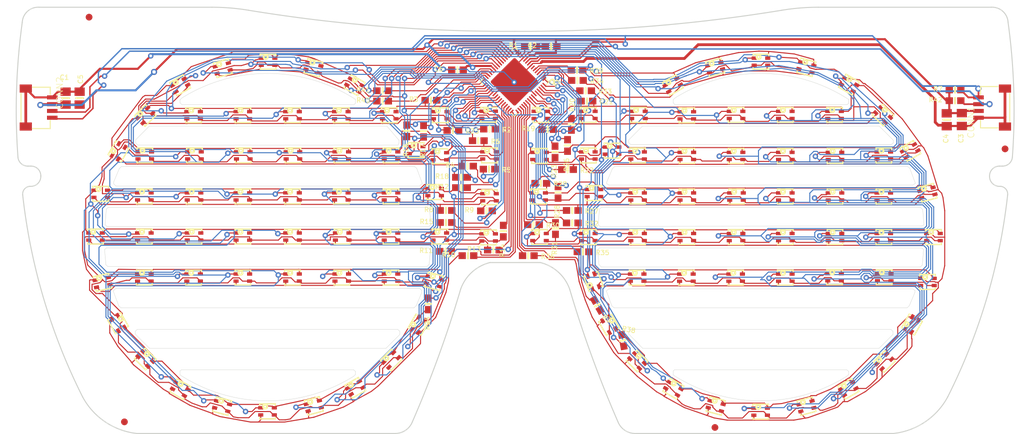
<source format=kicad_pcb>
(kicad_pcb (version 20211014) (generator pcbnew)
  (layers (0 "F.Cu" signal) (31 "B.Cu" signal) (34 "B.Paste" user) (35 "F.Paste" user) (36 "B.SilkS" user "B.Silkscreen") (37 "F.SilkS" user "F.Silkscreen") (38 "B.Mask" user) (39 "F.Mask" user) (44 "Edge.Cuts" user))
  (net 0 "")
  (net 1 "VCC")
  (net 2 "GND")
  (net 3 "SDA")
  (net 4 "SCL")
  (net 5 "N$4")
  (net 6 "SW9")
  (net 7 "SW6")
  (net 8 "SW5")
  (net 9 "SW4")
  (net 10 "SW3")
  (net 11 "SW2")
  (net 12 "SW1")
  (net 13 "SW8")
  (net 14 "R1")
  (net 15 "B1")
  (net 16 "B2")
  (net 17 "N$8")
  (net 18 "N$10")
  (net 19 "N$12")
  (net 20 "N$14")
  (net 21 "N$16")
  (net 22 "N$17")
  (net 23 "N$19")
  (net 24 "N$21")
  (net 25 "N$22")
  (net 26 "N$24")
  (net 27 "N$25")
  (net 28 "N$27")
  (net 29 "N$29")
  (net 30 "N$31")
  (net 31 "N$33")
  (net 32 "G1")
  (net 33 "R2")
  (net 34 "G2")
  (net 35 "N$41")
  (net 36 "N$43")
  (net 37 "N$46")
  (net 38 "N$48")
  (net 39 "N$50")
  (net 40 "N$52")
  (net 41 "N$54")
  (net 42 "N$57")
  (net 43 "N$59")
  (net 44 "N$62")
  (net 45 "N$65")
  (net 46 "N$67")
  (net 47 "N$69")
  (net 48 "N$71")
  (net 49 "N$73")
  (net 50 "N$75")
  (net 51 "N$77")
  (net 52 "N$79")
  (net 53 "SW7")
  (net 54 "CS17")
  (net 55 "CS14")
  (net 56 "CS2")
  (net 57 "CS4")
  (net 58 "CS6")
  (net 59 "CS9")
  (net 60 "CS8")
  (net 61 "CS10")
  (net 62 "CS12")
  (net 63 "CS16")
  (net 64 "CS19")
  (net 65 "CS20")
  (net 66 "CS21")
  (net 67 "CS22")
  (net 68 "CS24")
  (net 69 "CS26")
  (net 70 "CS27")
  (net 71 "CS28")
  (net 72 "CS30")
  (net 73 "CS32")
  (net 74 "CS33")
  (net 75 "CS34")
  (net 76 "CS36")
  (net 77 "CS39")
  (net 78 "CS37")
  (net 79 "CS18")
  (net 80 "CS13")
  (net 81 "CS15")
  (net 82 "CS11")
  (net 83 "CS7")
  (net 84 "CS5")
  (net 85 "CS3")
  (net 86 "CS1")
  (net 87 "CS23")
  (net 88 "CS25")
  (net 89 "CS29")
  (net 90 "CS31")
  (net 91 "CS35")
  (net 92 "CS38")
  (footprint "boardEagle:0603-NO" (layer "F.Cu") (at 138.30935 105.322815 180)
    (fp_text reference "R15")
    (fp_text value "51")
  )
  (footprint "boardEagle:RGBLED_2121" (layer "F.Cu") (at 108.43285 113.440815)
    (fp_text reference "LED71" hide)
    (fp_text value "RGBLED_CA_2121" hide)
  )
  (footprint "boardEagle:RGBLED_2121" (layer "F.Cu") (at 173.83785 101.485815)
    (fp_text reference "LED74" hide)
    (fp_text value "RGBLED_CA_2121" hide)
  )
  (footprint "boardEagle:0603-NO" (layer "F.Cu") (at 154.37485 94.908815 -90)
    (fp_text reference "R23")
    (fp_text value "51")
  )
  (footprint "boardEagle:0805-NO" (layer "F.Cu") (at 212.07735 90.167315 -90)
    (fp_text reference "C4")
    (fp_text value "10uF")
  )
  (footprint "boardEagle:RGBLED_2121" (layer "F.Cu") (at 93.92385 107.392815)
    (fp_text reference "LED96" hide)
    (fp_text value "RGBLED_CA_2121" hide)
  )
  (footprint "boardEagle:RGBLED_2121" (layer "F.Cu") (at 173.83785 95.501315)
    (fp_text reference "LED73" hide)
    (fp_text value "RGBLED_CA_2121" hide)
  )
  (footprint "boardEagle:RGBLED_2121" (layer "F.Cu") (at 188.34685 101.485815)
    (fp_text reference "LED48" hide)
    (fp_text value "RGBLED_CA_2121" hide)
  )
  (footprint "boardEagle:0603-NO" (layer "F.Cu") (at 143.07185 93.257815)
    (fp_text reference "R6")
    (fp_text value "51")
  )
  (footprint "boardEagle:RGBLED_2121" (layer "F.Cu") (at 178.09235 132.393315 -15)
    (fp_text reference "LED77" hide)
    (fp_text value "RGBLED_CA_2121" hide)
  )
  (footprint "boardEagle:RGBLED_2121" (layer "F.Cu") (at 124.87935 85.101315 -30)
    (fp_text reference "LED78" hide)
    (fp_text value "RGBLED_CA_2121" hide)
  )
  (footprint "boardEagle:0603-NO" (layer "F.Cu") (at 139.32535 91.733815)
    (fp_text reference "R25")
    (fp_text value "22")
  )
  (footprint "" (layer "F.Cu") (at 212.09635 97.194815)
    (fp_text reference "@HOLE3" hide)
    (fp_text value "")
  )
  (footprint "boardEagle:RGBLED_2121" (layer "F.Cu") (at 181.09235 107.470315)
    (fp_text reference "LED62" hide)
    (fp_text value "RGBLED_CA_2121" hide)
  )
  (footprint "boardEagle:0603-NO" (layer "F.Cu") (at 156.91485 105.386315)
    (fp_text reference "R32")
    (fp_text value "51")
  )
  (footprint "boardEagle:RGBLED_2121" (layer "F.Cu") (at 123.06885 107.392815)
    (fp_text reference "LED44" hide)
    (fp_text value "RGBLED_CA_2121" hide)
  )
  (footprint "boardEagle:RGBLED_2121" (layer "F.Cu") (at 206.74485 94.739315 30)
    (fp_text reference "LED8" hide)
    (fp_text value "RGBLED_CA_2121" hide)
  )
  (footprint "boardEagle:0603-NO" (layer "F.Cu") (at 158.50235 109.640815)
    (fp_text reference "R35")
    (fp_text value "51")
  )
  (footprint "boardEagle:RGBLED_2121" (layer "F.Cu") (at 188.34685 113.454815)
    (fp_text reference "LED50" hide)
    (fp_text value "RGBLED_CA_2121" hide)
  )
  (footprint "boardEagle:0603-NO" (layer "F.Cu") (at 140.59535 100.179315 180)
    (fp_text reference "R12")
    (fp_text value "51")
  )
  (footprint "boardEagle:0603-NO" (layer "F.Cu") (at 144.65935 97.448815)
    (fp_text reference "R5")
    (fp_text value "51")
  )
  (footprint "boardEagle:RGBLED_2121" (layer "F.Cu") (at 115.75085 101.471815)
    (fp_text reference "LED56" hide)
    (fp_text value "RGBLED_CA_2121" hide)
  )
  (footprint "boardEagle:0603-NO" (layer "F.Cu") (at 151.19985 105.640315)
    (fp_text reference "R30")
    (fp_text value "22")
  )
  (footprint "boardEagle:RGBLED_2121" (layer "F.Cu") (at 115.81435 95.423815)
    (fp_text reference "LED55" hide)
    (fp_text value "RGBLED_CA_2121" hide)
  )
  (footprint "boardEagle:RGBLED_2121" (layer "F.Cu") (at 202.72885 89.516815 -45)
    (fp_text reference "LED20" hide)
    (fp_text value "RGBLED_CA_2121" hide)
  )
  (footprint "boardEagle:0603-NO" (layer "F.Cu") (at 154.43835 106.211815 -90)
    (fp_text reference "R31")
    (fp_text value "51")
  )
  (footprint "boardEagle:RGBLED_2121" (layer "F.Cu") (at 166.58335 95.437815)
    (fp_text reference "LED86" hide)
    (fp_text value "RGBLED_CA_2121" hide)
  )
  (footprint "boardEagle:0603-NO" (layer "F.Cu") (at 128.97485 87.415815 180)
    (fp_text reference "R40")
    (fp_text value "51")
  )
  (footprint "boardEagle:RGBLED_2121" (layer "F.Cu") (at 144.64185 89.439315)
    (fp_text reference "LED2" hide)
    (fp_text value "RGBLED_CA_2121" hide)
  )
  (footprint "boardEagle:0603-NO" (layer "F.Cu") (at 140.59535 98.655315 180)
    (fp_text reference "R18")
    (fp_text value "51")
  )
  (footprint "boardEagle:RGBLED_2121" (layer "F.Cu") (at 130.25985 101.471815)
    (fp_text reference "LED30" hide)
    (fp_text value "RGBLED_CA_2121" hide)
  )
  (footprint "boardEagle:0805-NO" (layer "F.Cu") (at 214.30385 90.137315 -90)
    (fp_text reference "C3")
    (fp_text value "10uF")
  )
  (footprint "boardEagle:RGBLED_2121" (layer "F.Cu") (at 108.43285 107.392815)
    (fp_text reference "LED70" hide)
    (fp_text value "RGBLED_CA_2121" hide)
  )
  (footprint "boardEagle:RGBLED_2121" (layer "F.Cu") (at 99.20985 129.936815 -30)
    (fp_text reference "LED79" hide)
    (fp_text value "RGBLED_CA_2121" hide)
  )
  (footprint "boardEagle:0603-NO" (layer "F.Cu") (at 145.29435 109.386815 180)
    (fp_text reference "R13")
    (fp_text value "22")
  )
  (footprint "boardEagle:QFN60_7MM" (layer "F.Cu") (at 148.41135 84.576815 -135)
    (fp_text reference "X1")
    (fp_text value "IS31FL3741")
  )
  (footprint "boardEagle:RGBLED_2121" (layer "F.Cu") (at 197.63785 129.818815 30)
    (fp_text reference "LED38" hide)
    (fp_text value "RGBLED_CA_2121" hide)
  )
  (footprint "boardEagle:0603-NO" (layer "F.Cu") (at 153.29535 91.606815 180)
    (fp_text reference "R19")
    (fp_text value "22")
  )
  (footprint "boardEagle:RGBLED_2121" (layer "F.Cu") (at 144.64185 107.519815)
    (fp_text reference "LED5" hide)
    (fp_text value "RGBLED_CA_2121" hide)
  )
  (footprint "boardEagle:RGBLED_2121" (layer "F.Cu") (at 171.77335 85.037815 30)
    (fp_text reference "LED52" hide)
    (fp_text value "RGBLED_CA_2121" hide)
  )
  (footprint "boardEagle:RGBLED_2121" (layer "F.Cu") (at 209.28485 100.914315 15)
    (fp_text reference "LED9" hide)
    (fp_text value "RGBLED_CA_2121" hide)
  )
  (footprint "boardEagle:0603-NO" (layer "F.Cu") (at 153.79485 79.348315 180)
    (fp_text reference "C2")
    (fp_text value "1uF")
  )
  (footprint "boardEagle:RGBLED_2121" (layer "F.Cu") (at 130.00585 89.502815)
    (fp_text reference "LED28" hide)
    (fp_text value "RGBLED_CA_2121" hide)
  )
  (footprint "boardEagle:RGBLED_2121" (layer "F.Cu") (at 115.75085 89.502815)
    (fp_text reference "LED54" hide)
    (fp_text value "RGBLED_CA_2121" hide)
  )
  (footprint "boardEagle:RGBLED_2121" (layer "F.Cu") (at 191.44135 82.434315 -15)
    (fp_text reference "LED13" hide)
    (fp_text value "RGBLED_CA_2121" hide)
  )
  (footprint "boardEagle:RGBLED_2121" (layer "F.Cu") (at 159.32885 107.470315)
    (fp_text reference "LED101" hide)
    (fp_text value "RGBLED_CA_2121" hide)
  )
  (footprint "boardEagle:RGBLED_2121" (layer "F.Cu") (at 101.24185 107.392815)
    (fp_text reference "LED83" hide)
    (fp_text value "RGBLED_CA_2121" hide)
  )
  (footprint "boardEagle:0603-NO" (layer "F.Cu") (at 156.91485 103.544815)
    (fp_text reference "R27")
    (fp_text value "22")
  )
  (footprint "boardEagle:RGBLED_2121" (layer "F.Cu") (at 173.77435 113.454815)
    (fp_text reference "LED76" hide)
    (fp_text value "RGBLED_CA_2121" hide)
  )
  (footprint "boardEagle:RGBLED_2121" (layer "F.Cu") (at 90.09835 94.788815 60)
    (fp_text reference "LED107" hide)
    (fp_text value "RGBLED_CA_2121" hide)
  )
  (footprint "boardEagle:RGBLED_2121" (layer "F.Cu") (at 202.91935 113.391315)
    (fp_text reference "LED24" hide)
    (fp_text value "RGBLED_CA_2121" hide)
  )
  (footprint "boardEagle:RGBLED_2121" (layer "F.Cu") (at 159.32885 89.453315)
    (fp_text reference "LED98" hide)
    (fp_text value "RGBLED_CA_2121" hide)
  )
  (footprint "boardEagle:RGBLED_2121" (layer "F.Cu") (at 159.32885 95.437815)
    (fp_text reference "LED99" hide)
    (fp_text value "RGBLED_CA_2121" hide)
  )
  (footprint "boardEagle:0603-NO" (layer "F.Cu") (at 140.00435 82.810815 180)
    (fp_text reference "C6")
    (fp_text value "1uF")
  )
  (footprint "boardEagle:RGBLED_2121" (layer "F.Cu") (at 101.30535 95.423815)
    (fp_text reference "LED81" hide)
    (fp_text value "RGBLED_CA_2121" hide)
  )
  (footprint "boardEagle:RGBLED_2121" (layer "F.Cu") (at 144.76885 101.598815)
    (fp_text reference "LED4" hide)
    (fp_text value "RGBLED_CA_2121" hide)
  )
  (footprint "boardEagle:RGBLED_2121" (layer "F.Cu") (at 130.25985 113.440815)
    (fp_text reference "LED32" hide)
    (fp_text value "RGBLED_CA_2121" hide)
  )
  (footprint "boardEagle:RGBLED_2121" (layer "F.Cu") (at 152.32835 89.453315)
    (fp_text reference "LED111" hide)
    (fp_text value "RGBLED_CA_2121" hide)
  )
  (footprint "boardEagle:FIDUCIAL_1MM" (layer "F.Cu") (at 220.66885 94.464315)
    (fp_text reference "FID3" hide)
    (fp_text value "FIDUCIAL_1MM" hide)
  )
  (footprint "boardEagle:RGBLED_2121" (layer "F.Cu") (at 202.85585 95.437815)
    (fp_text reference "LED21" hide)
    (fp_text value "RGBLED_CA_2121" hide)
  )
  (footprint "boardEagle:RGBLED_2121" (layer "F.Cu") (at 118.87785 132.349815 15)
    (fp_text reference "LED40" hide)
    (fp_text value "RGBLED_CA_2121" hide)
  )
  (footprint "" (layer "F.Cu") (at 89.03335 88.431815)
    (fp_text reference "@HOLE1" hide)
    (fp_text value "")
  )
  (footprint "boardEagle:0603-NO" (layer "F.Cu") (at 135.70585 117.324315 -90)
    (fp_text reference "R24")
    (fp_text value "51")
  )
  (footprint "boardEagle:0603-NO" (layer "F.Cu") (at 156.78785 90.844815 90)
    (fp_text reference "R20")
    (fp_text value "51")
  )
  (footprint "boardEagle:RGBLED_2121" (layer "F.Cu") (at 137.45085 95.550815)
    (fp_text reference "LED16" hide)
    (fp_text value "RGBLED_CA_2121" hide)
  )
  (footprint "boardEagle:RGBLED_2121" (layer "F.Cu") (at 86.73285 107.392815)
    (fp_text reference "LED109" hide)
    (fp_text value "RGBLED_CA_2121" hide)
  )
  (footprint "boardEagle:RGBLED_2121" (layer "F.Cu") (at 115.75085 107.392815)
    (fp_text reference "LED57" hide)
    (fp_text value "RGBLED_CA_2121" hide)
  )
  (footprint "boardEagle:FIDUCIAL_1MM" (layer "F.Cu") (at 90.93835 134.723315)
    (fp_text reference "FID2" hide)
    (fp_text value "FIDUCIAL_1MM" hide)
  )
  (footprint "boardEagle:RGBLED_2121" (layer "F.Cu") (at 108.49635 95.423815)
    (fp_text reference "LED68" hide)
    (fp_text value "RGBLED_CA_2121" hide)
  )
  (footprint "boardEagle:RGBLED_2121" (layer "F.Cu") (at 134.29135 120.348315 60)
    (fp_text reference "LED1" hide)
    (fp_text value "RGBLED_CA_2121" hide)
  )
  (footprint "boardEagle:RGBLED_2121" (layer "F.Cu") (at 160.01185 113.962815 110)
    (fp_text reference "LED115" hide)
    (fp_text value "RGBLED_CA_2121" hide)
  )
  (footprint "boardEagle:RGBLED_2121" (layer "F.Cu") (at 137.51435 89.502815)
    (fp_text reference "LED15" hide)
    (fp_text value "RGBLED_CA_2121" hide)
  )
  (footprint "boardEagle:0805-NO" (layer "F.Cu") (at 84.34135 86.982815 90)
    (fp_text reference "C5")
    (fp_text value "10uF")
  )
  (footprint "boardEagle:0603-NO" (layer "F.Cu") (at 213.30285 87.352315 180)
    (fp_text reference "R42")
    (fp_text value "2.2K")
  )
  (footprint "boardEagle:RGBLED_2121" (layer "F.Cu") (at 166.58335 101.485815)
    (fp_text reference "LED87" hide)
    (fp_text value "RGBLED_CA_2121" hide)
  )
  (footprint "boardEagle:RGBLED_2121" (layer "F.Cu") (at 136.68885 100.836815)
    (fp_text reference "LED17" hide)
    (fp_text value "RGBLED_CA_2121" hide)
  )
  (footprint "boardEagle:RGBLED_2121" (layer "F.Cu") (at 171.85385 129.853315 -30)
    (fp_text reference "LED90" hide)
    (fp_text value "RGBLED_CA_2121" hide)
  )
  (footprint "boardEagle:RGBLED_2121" (layer "F.Cu") (at 105.46535 82.561315 15)
    (fp_text reference "LED117" hide)
    (fp_text value "RGBLED_CA_2121" hide)
  )
  (footprint "boardEagle:RGBLED_2121" (layer "F.Cu") (at 118.83135 82.497815 -15)
    (fp_text reference "LED91" hide)
    (fp_text value "RGBLED_CA_2121" hide)
  )
  (footprint "boardEagle:RGBLED_2121" (layer "F.Cu") (at 87.49485 101.090815)
    (fp_text reference "LED108" hide)
    (fp_text value "RGBLED_CA_2121" hide)
  )
  (footprint "boardEagle:0603-NO" (layer "F.Cu") (at 150.43785 110.212315)
    (fp_text reference "R36")
    (fp_text value "22")
  )
  (footprint "boardEagle:0603-NO" (layer "F.Cu") (at 157.67685 84.367815)
    (fp_text reference "R34")
    (fp_text value "51")
  )
  (footprint "boardEagle:0603-NO" (layer "F.Cu") (at 156.21635 93.956315 -90)
    (fp_text reference "R26")
    (fp_text value "51")
  )
  (footprint "boardEagle:RGBLED_2121" (layer "F.Cu") (at 195.66485 107.470315)
    (fp_text reference "LED36" hide)
    (fp_text value "RGBLED_CA_2121" hide)
  )
  (footprint "boardEagle:RGBLED_2121" (layer "F.Cu") (at 152.13785 95.501315)
    (fp_text reference "LED112" hide)
    (fp_text value "RGBLED_CA_2121" hide)
  )
  (footprint "boardEagle:RGBLED_2121" (layer "F.Cu") (at 184.71185 133.218815)
    (fp_text reference "LED64" hide)
    (fp_text value "RGBLED_CA_2121" hide)
  )
  (footprint "boardEagle:RGBLED_2121" (layer "F.Cu") (at 152.01085 101.485815)
    (fp_text reference "LED113" hide)
    (fp_text value "RGBLED_CA_2121" hide)
  )
  (footprint "boardEagle:0603-NO" (layer "F.Cu") (at 138.24585 109.577315 180)
    (fp_text reference "R11")
    (fp_text value "51")
  )
  (footprint "boardEagle:RGBLED_2121" (layer "F.Cu") (at 108.43285 101.471815)
    (fp_text reference "LED69" hide)
    (fp_text value "RGBLED_CA_2121" hide)
  )
  (footprint "boardEagle:0603-NO" (layer "F.Cu") (at 159.07385 87.415815)
    (fp_text reference "R21")
    (fp_text value "51")
  )
  (footprint "boardEagle:RGBLED_2121" (layer "F.Cu") (at 209.28485 114.089815)
    (fp_text reference "LED11" hide)
    (fp_text value "RGBLED_CA_2121" hide)
  )
  (footprint "boardEagle:0603-NO" (layer "F.Cu") (at 164.34435 122.721815 100)
    (fp_text reference "R38")
    (fp_text value "51")
  )
  (footprint "boardEagle:RGBLED_2121" (layer "F.Cu") (at 93.92385 113.440815)
    (fp_text reference "LED97" hide)
    (fp_text value "RGBLED_CA_2121" hide)
  )
  (footprint "boardEagle:RGBLED_2121" (layer "F.Cu") (at 166.58335 107.470315)
    (fp_text reference "LED88" hide)
    (fp_text value "RGBLED_CA_2121" hide)
  )
  (footprint "boardEagle:RGBLED_2121" (layer "F.Cu") (at 94.05085 125.491815 -45)
    (fp_text reference "LED92" hide)
    (fp_text value "RGBLED_CA_2121" hide)
  )
  (footprint "boardEagle:0603-NO" (layer "F.Cu") (at 146.75485 106.592815 -90)
    (fp_text reference "R14")
    (fp_text value "51")
  )
  (footprint "boardEagle:RGBLED_2121" (layer "F.Cu") (at 123.00535 113.440815)
    (fp_text reference "LED45" hide)
    (fp_text value "RGBLED_CA_2121" hide)
  )
  (footprint "boardEagle:0603-NO" (layer "F.Cu") (at 154.81935 100.877815 -90)
    (fp_text reference "R28")
    (fp_text value "51")
  )
  (footprint "boardEagle:0603-NO" (layer "F.Cu") (at 156.21635 97.512315)
    (fp_text reference "R22")
    (fp_text value "22")
  )
  (footprint "boardEagle:RGBLED_2121" (layer "F.Cu") (at 191.45835 132.393315 15)
    (fp_text reference "LED51" hide)
    (fp_text value "RGBLED_CA_2121" hide)
  )
  (footprint "boardEagle:RGBLED_2121" (layer "F.Cu") (at 101.24185 101.471815)
    (fp_text reference "LED82" hide)
    (fp_text value "RGBLED_CA_2121" hide)
  )
  (footprint "boardEagle:RGBLED_2121" (layer "F.Cu") (at 130.25985 107.392815)
    (fp_text reference "LED31" hide)
    (fp_text value "RGBLED_CA_2121" hide)
  )
  (footprint "boardEagle:RGBLED_2121" (layer "F.Cu") (at 122.94185 89.502815)
    (fp_text reference "LED41" hide)
    (fp_text value "RGBLED_CA_2121" hide)
  )
  (footprint "boardEagle:RGBLED_2121" (layer "F.Cu") (at 202.85585 107.470315)
    (fp_text reference "LED23" hide)
    (fp_text value "RGBLED_CA_2121" hide)
  )
  (footprint "boardEagle:RGBLED_2121" (layer "F.Cu") (at 166.51985 113.454815)
    (fp_text reference "LED89" hide)
    (fp_text value "RGBLED_CA_2121" hide)
  )
  (footprint "boardEagle:RGBLED_2121" (layer "F.Cu") (at 181.09235 95.501315)
    (fp_text reference "LED60" hide)
    (fp_text value "RGBLED_CA_2121" hide)
  )
  (footprint "boardEagle:RGBLED_2121" (layer "F.Cu") (at 87.74885 114.139315 12)
    (fp_text reference "LED110" hide)
    (fp_text value "RGBLED_CA_2121" hide)
  )
  (footprint "boardEagle:RGBLED_2121" (layer "F.Cu") (at 123.00535 95.423815)
    (fp_text reference "LED42" hide)
    (fp_text value "RGBLED_CA_2121" hide)
  )
  (footprint "boardEagle:FIDUCIAL_1MM" (layer "F.Cu") (at 85.73135 75.033315)
    (fp_text reference "FID1" hide)
    (fp_text value "FIDUCIAL_1MM" hide)
  )
  (footprint "boardEagle:0603-NO" (layer "F.Cu") (at 141.48435 97.004315 180)
    (fp_text reference "R4")
    (fp_text value "22")
  )
  (footprint "boardEagle:RGBLED_2121" (layer "F.Cu") (at 206.97235 120.326315 60)
    (fp_text reference "LED12" hide)
    (fp_text value "RGBLED_CA_2121" hide)
  )
  (footprint "boardEagle:RGBLED_2121" (layer "F.Cu") (at 122.94185 101.471815)
    (fp_text reference "LED43" hide)
    (fp_text value "RGBLED_CA_2121" hide)
  )
  (footprint "boardEagle:RGBLED_2121" (layer "F.Cu") (at 101.17835 113.440815)
    (fp_text reference "LED84" hide)
    (fp_text value "RGBLED_CA_2121" hide)
  )
  (footprint "boardEagle:RGBLED_2121" (layer "F.Cu") (at 130.27535 125.555315 45)
    (fp_text reference "LED14" hide)
    (fp_text value "RGBLED_CA_2121" hide)
  )
  (footprint "boardEagle:RGBLED_2121" (layer "F.Cu") (at 105.38485 132.413315 -15)
    (fp_text reference "LED66" hide)
    (fp_text value "RGBLED_CA_2121" hide)
  )
  (footprint "boardEagle:RGBLED_2121" (layer "F.Cu") (at 130.25985 95.423815)
    (fp_text reference "LED29" hide)
    (fp_text value "RGBLED_CA_2121" hide)
  )
  (footprint "boardEagle:RGBLED_2121" (layer "F.Cu") (at 188.34685 89.453315)
    (fp_text reference "LED46" hide)
    (fp_text value "RGBLED_CA_2121" hide)
  )
  (footprint "boardEagle:RGBLED_2121" (layer "F.Cu") (at 108.43285 89.502815)
    (fp_text reference "LED67" hide)
    (fp_text value "RGBLED_CA_2121" hide)
  )
  (footprint "boardEagle:FIDUCIAL_1MM" (layer "F.Cu") (at 177.93335 135.548815)
    (fp_text reference "FID4" hide)
    (fp_text value "FIDUCIAL_1MM" hide)
  )
  (footprint "boardEagle:0603-NO" (layer "F.Cu") (at 213.30285 85.764815 180)
    (fp_text reference "R7")
    (fp_text value "2.2K")
  )
  (footprint "boardEagle:0603-NO" (layer "F.Cu") (at 144.72285 91.543315)
    (fp_text reference "R2")
    (fp_text value "51")
  )
  (footprint "boardEagle:RGBLED_2121" (layer "F.Cu") (at 188.34685 95.501315)
    (fp_text reference "LED47" hide)
    (fp_text value "RGBLED_CA_2121" hide)
  )
  (footprint "boardEagle:RGBLED_2121" (layer "F.Cu") (at 181.15585 101.485815)
    (fp_text reference "LED61" hide)
    (fp_text value "RGBLED_CA_2121" hide)
  )
  (footprint "boardEagle:0603-NO" (layer "F.Cu") (at 128.97485 85.891815 180)
    (fp_text reference "R41")
    (fp_text value "51")
  )
  (footprint "boardEagle:0603-NO" (layer "F.Cu") (at 157.61335 82.843815)
    (fp_text reference "R39")
    (fp_text value "22")
  )
  (footprint "boardEagle:RGBLED_2121" (layer "F.Cu") (at 173.83785 89.516815)
    (fp_text reference "LED72" hide)
    (fp_text value "RGBLED_CA_2121" hide)
  )
  (footprint "boardEagle:RGBLED_2121" (layer "F.Cu") (at 137.45085 107.392815)
    (fp_text reference "LED18" hide)
    (fp_text value "RGBLED_CA_2121" hide)
  )
  (footprint "boardEagle:RGBLED_2121" (layer "F.Cu") (at 210.17385 107.470315)
    (fp_text reference "LED10" hide)
    (fp_text value "RGBLED_CA_2121" hide)
  )
  (footprint "boardEagle:RGBLED_2121" (layer "F.Cu") (at 93.98735 95.423815)
    (fp_text reference "LED94" hide)
    (fp_text value "RGBLED_CA_2121" hide)
  )
  (footprint "boardEagle:RGBLED_2121" (layer "F.Cu") (at 93.92385 101.471815)
    (fp_text reference "LED95" hide)
    (fp_text value "RGBLED_CA_2121" hide)
  )
  (footprint "boardEagle:RGBLED_2121" (layer "F.Cu") (at 195.66485 95.501315)
    (fp_text reference "LED34" hide)
    (fp_text value "RGBLED_CA_2121" hide)
  )
  (footprint "boardEagle:JST_SH4" (layer "F.Cu") (at 77.79385 88.368315 -90)
    (fp_text reference "CONN2")
    (fp_text value "STEMMA_I2C_QT" hide)
  )
  (footprint "boardEagle:0603-NO" (layer "F.Cu") (at 160.59785 117.514815 -60)
    (fp_text reference "R37")
    (fp_text value "51")
  )
  (footprint "boardEagle:0603-NO" (layer "F.Cu") (at 138.30935 103.544815 180)
    (fp_text reference "R8")
    (fp_text value "22")
  )
  (footprint "boardEagle:RGBLED_2121" (layer "F.Cu") (at 99.17885 85.057815 30)
    (fp_text reference "LED106" hide)
    (fp_text value "RGBLED_CA_2121" hide)
  )
  (footprint "boardEagle:RGBLED_2121" (layer "F.Cu") (at 152.13785 107.470315)
    (fp_text reference "LED114" hide)
    (fp_text value "RGBLED_CA_2121" hide)
  )
  (footprint "boardEagle:RGBLED_2121" (layer "F.Cu") (at 166.50435 125.789315 -45)
    (fp_text reference "LED103" hide)
    (fp_text value "RGBLED_CA_2121" hide)
  )
  (footprint "boardEagle:JST_SH4" (layer "F.Cu") (at 219.27185 88.368315 90)
    (fp_text reference "CONN1")
    (fp_text value "STEMMA_I2C_QT" hide)
  )
  (footprint "boardEagle:RGBLED_2121" (layer "F.Cu") (at 94.05085 89.502815 45)
    (fp_text reference "LED93" hide)
    (fp_text value "RGBLED_CA_2121" hide)
  )
  (footprint "boardEagle:RGBLED_2121" (layer "F.Cu") (at 202.91935 125.789315 45)
    (fp_text reference "LED25" hide)
    (fp_text value "RGBLED_CA_2121" hide)
  )
  (footprint "boardEagle:RGBLED_2121" (layer "F.Cu") (at 181.02885 113.454815)
    (fp_text reference "LED63" hide)
    (fp_text value "RGBLED_CA_2121" hide)
  )
  (footprint "boardEagle:RGBLED_2121" (layer "F.Cu") (at 160.15435 100.977815)
    (fp_text reference "LED100" hide)
    (fp_text value "RGBLED_CA_2121" hide)
  )
  (footprint "boardEagle:RGBLED_2121" (layer "F.Cu") (at 184.75835 81.608815)
    (fp_text reference "LED26" hide)
    (fp_text value "RGBLED_CA_2121" hide)
  )
  (footprint "boardEagle:RGBLED_2121" (layer "F.Cu") (at 197.72785 85.008315 -30)
    (fp_text reference "LED7" hide)
    (fp_text value "RGBLED_CA_2121" hide)
  )
  (footprint "boardEagle:RGBLED_2121" (layer "F.Cu") (at 173.83785 107.470315)
    (fp_text reference "LED75" hide)
    (fp_text value "RGBLED_CA_2121" hide)
  )
  (footprint "boardEagle:RGBLED_2121" (layer "F.Cu") (at 195.60135 89.453315)
    (fp_text reference "LED33" hide)
    (fp_text value "RGBLED_CA_2121" hide)
  )
  (footprint "" (layer "F.Cu") (at 208.60385 78.589315)
    (fp_text reference "@HOLE4" hide)
    (fp_text value "")
  )
  (footprint "boardEagle:RGBLED_2121" (layer "F.Cu") (at 162.36135 120.455315 -60)
    (fp_text reference "LED116" hide)
    (fp_text value "RGBLED_CA_2121" hide)
  )
  (footprint "boardEagle:RGBLED_2121" (layer "F.Cu") (at 112.06785 133.175315)
    (fp_text reference "LED53" hide)
    (fp_text value "RGBLED_CA_2121" hide)
  )
  (footprint "boardEagle:0603-NO" (layer "F.Cu") (at 158.88335 85.891815)
    (fp_text reference "R33")
    (fp_text value "22")
  )
  (footprint "boardEagle:0603-NO" (layer "F.Cu") (at 135.00735 91.860815 -90)
    (fp_text reference "R17")
    (fp_text value "51")
  )
  (footprint "boardEagle:RGBLED_2121" (layer "F.Cu") (at 144.76885 95.423815)
    (fp_text reference "LED3" hide)
    (fp_text value "RGBLED_CA_2121" hide)
  )
  (footprint "boardEagle:RGBLED_2121" (layer "F.Cu") (at 162.82135 94.722315)
    (fp_text reference "LED102" hide)
    (fp_text value "RGBLED_CA_2121" hide)
  )
  (footprint "boardEagle:RGBLED_2121" (layer "F.Cu") (at 195.66485 101.485815)
    (fp_text reference "LED35" hide)
    (fp_text value "RGBLED_CA_2121" hide)
  )
  (footprint "boardEagle:RGBLED_2121" (layer "F.Cu") (at 178.01185 82.434315 15)
    (fp_text reference "LED39" hide)
    (fp_text value "RGBLED_CA_2121" hide)
  )
  (footprint "boardEagle:RGBLED_2121" (layer "F.Cu") (at 202.85585 101.485815)
    (fp_text reference "LED22" hide)
    (fp_text value "RGBLED_CA_2121" hide)
  )
  (footprint "boardEagle:0603-NO" (layer "F.Cu") (at 150.75735 79.359815 180)
    (fp_text reference "R1")
    (fp_text value "2.2K")
  )
  (footprint "boardEagle:RGBLED_2121" (layer "F.Cu") (at 112.14835 81.608815)
    (fp_text reference "LED104" hide)
    (fp_text value "RGBLED_CA_2121" hide)
  )
  (footprint "boardEagle:0603-NO" (layer "F.Cu") (at 152.27935 99.544315)
    (fp_text reference "R29")
    (fp_text value "51")
  )
  (footprint "boardEagle:0805-NO" (layer "F.Cu") (at 82.27485 86.977815 90)
    (fp_text reference "C1")
    (fp_text value "10uF")
  )
  (footprint "boardEagle:RGBLED_2121" (layer "F.Cu") (at 166.71035 89.453315)
    (fp_text reference "LED85" hide)
    (fp_text value "RGBLED_CA_2121" hide)
  )
  (footprint "" (layer "F.Cu") (at 207.96885 88.368315)
    (fp_text reference "@HOLE5" hide)
    (fp_text value "")
  )
  (footprint "boardEagle:RGBLED_2121" (layer "F.Cu") (at 124.98935 129.682815 30)
    (fp_text reference "LED27" hide)
    (fp_text value "RGBLED_CA_2121" hide)
  )
  (footprint "boardEagle:0603-NO" (layer "F.Cu") (at 141.54785 110.212315 180)
    (fp_text reference "R10")
    (fp_text value "22")
  )
  (footprint "boardEagle:0603-NO" (layer "F.Cu") (at 132.53085 91.797315 -90)
    (fp_text reference "R16")
    (fp_text value "22")
  )
  (footprint "boardEagle:RGBLED_2121" (layer "F.Cu") (at 101.17835 89.502815)
    (fp_text reference "LED80" hide)
    (fp_text value "RGBLED_CA_2121" hide)
  )
  (footprint "boardEagle:RGBLED_2121" (layer "F.Cu") (at 133.95835 94.644815)
    (fp_text reference "LED19" hide)
    (fp_text value "RGBLED_CA_2121" hide)
  )
  (footprint "" (layer "F.Cu") (at 84.90585 97.194815)
    (fp_text reference "@HOLE2" hide)
    (fp_text value "")
  )
  (footprint "boardEagle:RGBLED_2121" (layer "F.Cu") (at 181.09235 89.453315)
    (fp_text reference "LED59" hide)
    (fp_text value "RGBLED_CA_2121" hide)
  )
  (footprint "boardEagle:RGBLED_2121" (layer "F.Cu") (at 195.60135 113.391315)
    (fp_text reference "LED37" hide)
    (fp_text value "RGBLED_CA_2121" hide)
  )
  (footprint "boardEagle:0603-NO" (layer "F.Cu") (at 144.27835 103.608315 180)
    (fp_text reference "R9")
    (fp_text value "51")
  )
  (footprint "boardEagle:RGBLED_2121" (layer "F.Cu") (at 90.03485 120.221315 -60)
    (fp_text reference "LED105" hide)
    (fp_text value "RGBLED_CA_2121" hide)
  )
  (footprint "boardEagle:RGBLED_2121" (layer "F.Cu") (at 136.57735 114.012315 -15)
    (fp_text reference "LED6" hide)
    (fp_text value "RGBLED_CA_2121" hide)
  )
  (footprint "boardEagle:0603-NO" (layer "F.Cu") (at 136.08685 87.288815 180)
    (fp_text reference "R3")
    (fp_text value "51")
  )
  (footprint "boardEagle:RGBLED_2121" (layer "F.Cu") (at 115.75085 113.440815)
    (fp_text reference "LED58" hide)
    (fp_text value "RGBLED_CA_2121" hide)
  )
  (footprint "" (layer "F.Cu") (at 88.33485 78.525815)
    (fp_text reference "@HOLE0" hide)
    (fp_text value "")
  )
  (footprint "boardEagle:RGBLED_2121" (layer "F.Cu") (at 188.34685 107.470315)
    (fp_text reference "LED49" hide)
    (fp_text value "RGBLED_CA_2121" hide)
  )
  (gr_line (start 94.62135 123.864815) (end 92.52585 121.769315) (layer "Edge.Cuts") (width 0.05))
  (gr_line (start 208.41335 109.069315) (end 208.66735 109.323315) (layer "Edge.Cuts") (width 0.05))
  (gr_line (start 203.90485 93.829315) (end 165.55085 93.829315) (layer "Edge.Cuts") (width 0.05))
  (gr_line (start 135.76935 109.069315) (end 136.02335 109.323315) (layer "Edge.Cuts") (width 0.05))
  (gr_line (start 165.23335 93.130815) (end 167.26535 91.098815) (layer "Edge.Cuts") (width 0.05))
  (gr_line (start 134.75335 115.355815) (end 134.43585 115.038315) (layer "Edge.Cuts") (width 0.05))
  (gr_arc (start 103.82885 73.572815) (mid 106.536736 73.684128) (end 109.22635 74.017315) (layer "Edge.Cuts") (width 0.1524))
  (gr_line (start 197.42785 87.923815) (end 172.02785 87.923815) (layer "Edge.Cuts") (width 0.05))
  (gr_line (start 161.99485 99.353815) (end 161.99485 99.607815) (layer "Edge.Cuts") (width 0.05))
  (gr_line (start 88.20785 111.545815) (end 88.01735 109.323315) (layer "Edge.Cuts") (width 0.05))
  (gr_arc (start 124.72035 127.992315) (mid 111.897338 131.62654) (end 99.129851 127.801815) (layer "Edge.Cuts") (width 0.05))
  (gr_line (start 208.22285 103.100315) (end 208.54035 103.417815) (layer "Edge.Cuts") (width 0.05))
  (gr_arc (start 172.02785 86.971315) (mid 184.850863 83.33709) (end 197.61835 87.161816) (layer "Edge.Cuts") (width 0.05))
  (gr_line (start 208.47685 111.609315) (end 208.22285 111.863315) (layer "Edge.Cuts") (width 0.05))
  (gr_line (start 134.75335 115.609815) (end 134.75335 115.355815) (layer "Edge.Cuts") (width 0.05))
  (gr_line (start 78.36535 73.572815) (end 103.82885 73.572815) (layer "Edge.Cuts") (width 0.1524))
  (gr_arc (start 84.77885 131.040315) (mid 79.040784 116.542208) (end 75.95235 101.258815) (layer "Edge.Cuts") (width 0.1524))
  (gr_line (start 90.43035 117.895815) (end 133.61035 117.895815) (layer "Edge.Cuts") (width 0.05))
  (gr_line (start 218.63685 73.572815) (end 193.17335 73.572815) (layer "Edge.Cuts") (width 0.1524))
  (gr_arc (start 77.15885 97.004315) (mid 78.178428 97.400336) (end 78.61935 98.401315) (layer "Edge.Cuts") (width 0.1524))
  (gr_line (start 99.38385 87.923815) (end 99.12985 87.669815) (layer "Edge.Cuts") (width 0.05))
  (gr_line (start 160.91535 103.354315) (end 161.16935 103.100315) (layer "Edge.Cuts") (width 0.05))
  (gr_line (start 160.91535 109.069315) (end 208.41335 109.069315) (layer "Edge.Cuts") (width 0.05))
  (gr_line (start 135.83285 105.894315) (end 88.33485 105.894315) (layer "Edge.Cuts") (width 0.05))
  (gr_line (start 99.32035 127.039815) (end 124.72035 127.039815) (layer "Edge.Cuts") (width 0.05))
  (gr_line (start 160.97885 105.894315) (end 160.72485 105.640315) (layer "Edge.Cuts") (width 0.05))
  (gr_line (start 99.12985 127.230315) (end 99.32035 127.039815) (layer "Edge.Cuts") (width 0.05))
  (gr_line (start 90.49385 97.067815) (end 90.17635 97.385315) (layer "Edge.Cuts") (width 0.05))
  (gr_line (start 99.12985 127.801815) (end 99.12985 127.230315) (layer "Edge.Cuts") (width 0.05))
  (gr_line (start 99.12985 87.669815) (end 99.12985 87.225315) (layer "Edge.Cuts") (width 0.05))
  (gr_arc (start 166.18585 136.437815) (mid 164.653603 135.969078) (end 163.645849 134.723315) (layer "Edge.Cuts") (width 0.1524))
  (gr_line (start 88.01735 109.323315) (end 88.27135 109.069315) (layer "Edge.Cuts") (width 0.05))
  (gr_line (start 197.61835 87.733315) (end 197.42785 87.923815) (layer "Edge.Cuts") (width 0.05))
  (gr_line (start 129.60985 91.098815) (end 131.38785 93.194315) (layer "Edge.Cuts") (width 0.05))
  (gr_line (start 161.93135 115.419315) (end 162.75685 117.641815) (layer "Edge.Cuts") (width 0.05))
  (gr_line (start 99.12985 87.225315) (end 99.38385 86.971315) (layer "Edge.Cuts") (width 0.05))
  (gr_line (start 152.21585 111.228315) (end 144.78635 111.228315) (layer "Edge.Cuts") (width 0.1524))
  (gr_line (start 208.66735 109.323315) (end 208.47685 111.609315) (layer "Edge.Cuts") (width 0.05))
  (gr_line (start 165.55085 121.070815) (end 203.84135 121.070815) (layer "Edge.Cuts") (width 0.05))
  (gr_arc (start 219.84335 99.988815) (mid 218.810621 99.561044) (end 218.38285 98.528315) (layer "Edge.Cuts") (width 0.1524))
  (gr_line (start 124.97435 87.161815) (end 124.97435 87.733315) (layer "Edge.Cuts") (width 0.05))
  (gr_line (start 89.35085 99.353815) (end 89.35085 99.607815) (layer "Edge.Cuts") (width 0.05))
  (gr_line (start 165.23335 93.575315) (end 165.23335 93.130815) (layer "Edge.Cuts") (width 0.05))
  (gr_line (start 90.11285 117.641815) (end 90.43035 117.895815) (layer "Edge.Cuts") (width 0.05))
  (gr_line (start 92.84335 121.070815) (end 131.19735 121.070815) (layer "Edge.Cuts") (width 0.05))
  (gr_arc (start 92.779851 136.437815) (mid 88.111841 134.728551) (end 84.77885 131.040315) (layer "Edge.Cuts") (width 0.1524))
  (gr_line (start 133.99135 97.321815) (end 133.67385 97.067815) (layer "Edge.Cuts") (width 0.05))
  (gr_line (start 88.27135 103.354315) (end 88.52535 103.100315) (layer "Edge.Cuts") (width 0.05))
  (gr_arc (start 75.95235 101.258815) (mid 76.197324 100.413395) (end 76.96835 99.988815) (layer "Edge.Cuts") (width 0.1524))
  (gr_line (start 171.96435 127.039815) (end 197.36435 127.039815) (layer "Edge.Cuts") (width 0.05))
  (gr_line (start 203.84135 121.070815) (end 204.15885 121.388315) (layer "Edge.Cuts") (width 0.05))
  (gr_arc (start 133.356351 134.723315) (mid 132.348596 135.969078) (end 130.81635 136.437815) (layer "Edge.Cuts") (width 0.1524))
  (gr_line (start 171.77385 127.230315) (end 171.96435 127.039815) (layer "Edge.Cuts") (width 0.05))
  (gr_line (start 208.22285 111.863315) (end 161.16935 111.863315) (layer "Edge.Cuts") (width 0.05))
  (gr_line (start 136.02335 109.323315) (end 135.83285 111.482315) (layer "Edge.Cuts") (width 0.05))
  (gr_line (start 89.35085 99.607815) (end 89.66835 99.925315) (layer "Edge.Cuts") (width 0.05))
  (gr_arc (start 78.61935 98.528315) (mid 78.191579 99.561044) (end 77.15885 99.988815) (layer "Edge.Cuts") (width 0.1524))
  (gr_line (start 204.15885 121.832815) (end 202.12685 123.864815) (layer "Edge.Cuts") (width 0.05))
  (gr_line (start 207.39735 115.609815) (end 207.39735 115.355815) (layer "Edge.Cuts") (width 0.05))
  (gr_line (start 135.83285 111.482315) (end 135.51535 111.799815) (layer "Edge.Cuts") (width 0.05))
  (gr_line (start 133.92785 117.578315) (end 134.75335 115.609815) (layer "Edge.Cuts") (width 0.05))
  (gr_arc (start 75.25385 95.670815) (mid 75.050535 85.716426) (end 75.88885 75.795315) (layer "Edge.Cuts") (width 0.1524))
  (gr_line (start 163.13785 97.067815) (end 162.82035 97.385315) (layer "Edge.Cuts") (width 0.05))
  (gr_arc (start 221.74835 95.670815) (mid 221.283651 96.628407) (end 220.287849 97.004316) (layer "Edge.Cuts") (width 0.1524))
  (gr_line (start 162.31235 115.101815) (end 161.93135 115.419315) (layer "Edge.Cuts") (width 0.05))
  (gr_line (start 92.90685 93.892815) (end 92.58935 93.575315) (layer "Edge.Cuts") (width 0.05))
  (gr_line (start 206.63535 97.321815) (end 206.31785 97.067815) (layer "Edge.Cuts") (width 0.05))
  (gr_line (start 89.66835 115.038315) (end 89.28735 115.419315) (layer "Edge.Cuts") (width 0.05))
  (gr_arc (start 99.38385 86.971315) (mid 112.206863 83.33709) (end 124.974351 87.161815) (layer "Edge.Cuts") (width 0.05))
  (gr_arc (start 140.46835 115.165315) (mid 137.211125 125.052961) (end 133.35635 134.723315) (layer "Edge.Cuts") (width 0.1524))
  (gr_line (start 162.31235 99.798315) (end 207.07985 99.798315) (layer "Edge.Cuts") (width 0.05))
  (gr_line (start 160.72485 105.640315) (end 160.91535 103.354315) (layer "Edge.Cuts") (width 0.05))
  (gr_line (start 88.46185 111.799815) (end 88.20785 111.545815) (layer "Edge.Cuts") (width 0.05))
  (gr_line (start 161.16935 111.863315) (end 160.85185 111.545815) (layer "Edge.Cuts") (width 0.05))
  (gr_line (start 202.12685 123.864815) (end 167.26535 123.864815) (layer "Edge.Cuts") (width 0.05))
  (gr_line (start 172.02785 87.923815) (end 171.77385 87.669815) (layer "Edge.Cuts") (width 0.05))
  (gr_line (start 89.66835 99.925315) (end 134.43585 99.925315) (layer "Edge.Cuts") (width 0.05))
  (gr_line (start 124.97435 127.293815) (end 124.97435 127.738315) (layer "Edge.Cuts") (width 0.05))
  (gr_arc (start 75.88885 75.795315) (mid 76.666805 74.171165) (end 78.36535 73.572815) (layer "Edge.Cuts") (width 0.1524))
  (gr_line (start 206.31785 97.067815) (end 163.13785 97.067815) (layer "Edge.Cuts") (width 0.05))
  (gr_line (start 197.61835 127.738315) (end 197.36435 127.992315) (layer "Edge.Cuts") (width 0.05))
  (gr_line (start 204.15885 121.388315) (end 204.15885 121.832815) (layer "Edge.Cuts") (width 0.05))
  (gr_line (start 161.99485 99.607815) (end 162.31235 99.798315) (layer "Edge.Cuts") (width 0.05))
  (gr_line (start 207.39735 115.355815) (end 207.07985 115.101815) (layer "Edge.Cuts") (width 0.05))
  (gr_line (start 88.27135 109.069315) (end 135.76935 109.069315) (layer "Edge.Cuts") (width 0.05))
  (gr_line (start 76.71435 97.004315) (end 77.15885 97.004315) (layer "Edge.Cuts") (width 0.1524))
  (gr_line (start 197.36435 127.039815) (end 197.61835 127.293815) (layer "Edge.Cuts") (width 0.05))
  (gr_line (start 171.77385 87.669815) (end 171.77385 87.225315) (layer "Edge.Cuts") (width 0.05))
  (gr_line (start 165.23335 121.769315) (end 165.23335 121.388315) (layer "Edge.Cuts") (width 0.05))
  (gr_arc (start 212.22335 131.040315) (mid 208.89036 134.728551) (end 204.222349 136.437815) (layer "Edge.Cuts") (width 0.1524))
  (gr_arc (start 140.46835 115.165315) (mid 142.129792 112.651106) (end 144.78635 111.228314) (layer "Edge.Cuts") (width 0.1524))
  (gr_line (start 204.22235 136.437815) (end 166.18585 136.437815) (layer "Edge.Cuts") (width 0.1524))
  (gr_line (start 88.52535 103.100315) (end 135.57885 103.100315) (layer "Edge.Cuts") (width 0.05))
  (gr_line (start 163.07435 117.895815) (end 206.25435 117.895815) (layer "Edge.Cuts") (width 0.05))
  (gr_line (start 160.66135 109.323315) (end 160.91535 109.069315) (layer "Edge.Cuts") (width 0.05))
  (gr_arc (start 148.46935 77.128815) (mid 128.782808 76.393395) (end 109.22635 74.017315) (layer "Edge.Cuts") (width 0.1524))
  (gr_arc (start 187.77585 74.017315) (mid 168.187642 76.394722) (end 148.46935 77.128815) (layer "Edge.Cuts") (width 0.1524))
  (gr_line (start 129.48285 123.864815) (end 94.62135 123.864815) (layer "Edge.Cuts") (width 0.05))
  (gr_line (start 165.23335 121.388315) (end 165.55085 121.070815) (layer "Edge.Cuts") (width 0.05))
  (gr_line (start 162.82035 97.385315) (end 161.99485 99.353815) (layer "Edge.Cuts") (width 0.05))
  (gr_line (start 207.46085 99.544315) (end 206.63535 97.321815) (layer "Edge.Cuts") (width 0.05))
  (gr_line (start 202.12685 91.098815) (end 204.22235 93.194315) (layer "Edge.Cuts") (width 0.05))
  (gr_line (start 208.54035 103.417815) (end 208.73085 105.640315) (layer "Edge.Cuts") (width 0.05))
  (gr_line (start 208.47685 105.830815) (end 160.97885 105.894315) (layer "Edge.Cuts") (width 0.05))
  (gr_line (start 134.43585 99.925315) (end 134.81685 99.544315) (layer "Edge.Cuts") (width 0.05))
  (gr_line (start 219.84335 99.988815) (end 220.03385 99.988815) (layer "Edge.Cuts") (width 0.1524))
  (gr_line (start 135.57885 103.100315) (end 135.89635 103.417815) (layer "Edge.Cuts") (width 0.05))
  (gr_line (start 204.22235 93.575315) (end 203.90485 93.829315) (layer "Edge.Cuts") (width 0.05))
  (gr_line (start 92.52585 121.388315) (end 92.84335 121.070815) (layer "Edge.Cuts") (width 0.05))
  (gr_arc (start 187.77585 74.017315) (mid 190.465464 73.684128) (end 193.17335 73.572815) (layer "Edge.Cuts") (width 0.1524))
  (gr_arc (start 197.36435 127.992315) (mid 184.541337 131.626541) (end 171.77385 127.801816) (layer "Edge.Cuts") (width 0.05))
  (gr_arc (start 218.63685 73.572815) (mid 220.335395 74.171165) (end 221.11335 75.795315) (layer "Edge.Cuts") (width 0.1524))
  (gr_line (start 218.38285 98.464815) (end 218.38285 98.528315) (layer "Edge.Cuts") (width 0.1524))
  (gr_line (start 78.61935 98.401315) (end 78.61935 98.528315) (layer "Edge.Cuts") (width 0.1524))
  (gr_line (start 89.28735 115.419315) (end 90.11285 117.641815) (layer "Edge.Cuts") (width 0.05))
  (gr_line (start 131.51485 121.832815) (end 129.48285 123.864815) (layer "Edge.Cuts") (width 0.05))
  (gr_arc (start 163.64585 134.723315) (mid 159.791075 125.052961) (end 156.53385 115.165315) (layer "Edge.Cuts") (width 0.1524))
  (gr_line (start 131.38785 93.575315) (end 131.26085 93.892815) (layer "Edge.Cuts") (width 0.05))
  (gr_line (start 171.77385 87.225315) (end 172.02785 86.971315) (layer "Edge.Cuts") (width 0.05))
  (gr_line (start 207.07985 115.101815) (end 162.31235 115.101815) (layer "Edge.Cuts") (width 0.05))
  (gr_line (start 171.77385 127.801815) (end 171.77385 127.230315) (layer "Edge.Cuts") (width 0.05))
  (gr_line (start 133.61035 117.895815) (end 133.92785 117.578315) (layer "Edge.Cuts") (width 0.05))
  (gr_line (start 131.19735 121.070815) (end 131.51485 121.388315) (layer "Edge.Cuts") (width 0.05))
  (gr_line (start 88.33485 105.894315) (end 88.08085 105.640315) (layer "Edge.Cuts") (width 0.05))
  (gr_arc (start 76.714351 97.004316) (mid 75.718549 96.628407) (end 75.25385 95.670815) (layer "Edge.Cuts") (width 0.1524))
  (gr_arc (start 221.11335 75.795315) (mid 221.951665 85.716426) (end 221.74835 95.670815) (layer "Edge.Cuts") (width 0.1524))
  (gr_line (start 92.58935 93.130815) (end 94.62135 91.098815) (layer "Edge.Cuts") (width 0.05))
  (gr_line (start 162.75685 117.641815) (end 163.07435 117.895815) (layer "Edge.Cuts") (width 0.05))
  (gr_line (start 134.43585 115.038315) (end 89.66835 115.038315) (layer "Edge.Cuts") (width 0.05))
  (gr_line (start 197.61835 127.293815) (end 197.61835 127.738315) (layer "Edge.Cuts") (width 0.05))
  (gr_line (start 167.26535 123.864815) (end 165.23335 121.769315) (layer "Edge.Cuts") (width 0.05))
  (gr_line (start 165.55085 93.829315) (end 165.23335 93.575315) (layer "Edge.Cuts") (width 0.05))
  (gr_line (start 77.15885 99.988815) (end 76.96835 99.988815) (layer "Edge.Cuts") (width 0.1524))
  (gr_line (start 92.52585 121.769315) (end 92.52585 121.388315) (layer "Edge.Cuts") (width 0.05))
  (gr_line (start 206.57185 117.578315) (end 207.39735 115.609815) (layer "Edge.Cuts") (width 0.05))
  (gr_arc (start 152.21585 111.228314) (mid 154.872408 112.651106) (end 156.53385 115.165315) (layer "Edge.Cuts") (width 0.1524))
  (gr_line (start 124.78385 87.923815) (end 99.38385 87.923815) (layer "Edge.Cuts") (width 0.05))
  (gr_line (start 160.85185 111.545815) (end 160.66135 109.323315) (layer "Edge.Cuts") (width 0.05))
  (gr_line (start 206.25435 117.895815) (end 206.57185 117.578315) (layer "Edge.Cuts") (width 0.05))
  (gr_line (start 204.22235 93.194315) (end 204.22235 93.575315) (layer "Edge.Cuts") (width 0.05))
  (gr_line (start 167.26535 91.098815) (end 202.12685 91.098815) (layer "Edge.Cuts") (width 0.05))
  (gr_line (start 161.16935 103.100315) (end 208.22285 103.100315) (layer "Edge.Cuts") (width 0.05))
  (gr_line (start 124.72035 127.039815) (end 124.97435 127.293815) (layer "Edge.Cuts") (width 0.05))
  (gr_line (start 90.17635 97.385315) (end 89.35085 99.353815) (layer "Edge.Cuts") (width 0.05))
  (gr_arc (start 221.04985 101.258815) (mid 217.961416 116.542208) (end 212.22335 131.040315) (layer "Edge.Cuts") (width 0.1524))
  (gr_line (start 131.26085 93.892815) (end 92.90685 93.892815) (layer "Edge.Cuts") (width 0.05))
  (gr_line (start 208.73085 105.640315) (end 208.47685 105.830815) (layer "Edge.Cuts") (width 0.05))
  (gr_line (start 88.08085 105.640315) (end 88.27135 103.354315) (layer "Edge.Cuts") (width 0.05))
  (gr_line (start 207.07985 99.798315) (end 207.46085 99.544315) (layer "Edge.Cuts") (width 0.05))
  (gr_line (start 92.58935 93.575315) (end 92.58935 93.130815) (layer "Edge.Cuts") (width 0.05))
  (gr_line (start 197.61835 87.161815) (end 197.61835 87.733315) (layer "Edge.Cuts") (width 0.05))
  (gr_line (start 131.51485 121.388315) (end 131.51485 121.832815) (layer "Edge.Cuts") (width 0.05))
  (gr_line (start 131.38785 93.194315) (end 131.38785 93.575315) (layer "Edge.Cuts") (width 0.05))
  (gr_line (start 136.08685 105.640315) (end 135.83285 105.894315) (layer "Edge.Cuts") (width 0.05))
  (gr_line (start 124.97435 127.738315) (end 124.72035 127.992315) (layer "Edge.Cuts") (width 0.05))
  (gr_line (start 135.51535 111.799815) (end 88.46185 111.799815) (layer "Edge.Cuts") (width 0.05))
  (gr_line (start 94.62135 91.098815) (end 129.60985 91.098815) (layer "Edge.Cuts") (width 0.05))
  (gr_arc (start 220.03385 99.988815) (mid 220.804876 100.413395) (end 221.04985 101.258815) (layer "Edge.Cuts") (width 0.1524))
  (gr_line (start 220.28785 97.004315) (end 219.84335 97.004315) (layer "Edge.Cuts") (width 0.1524))
  (gr_line (start 92.77985 136.437815) (end 130.81635 136.437815) (layer "Edge.Cuts") (width 0.1524))
  (gr_arc (start 218.38285 98.464815) (mid 218.810621 97.432086) (end 219.84335 97.004315) (layer "Edge.Cuts") (width 0.1524))
  (gr_line (start 133.67385 97.067815) (end 90.49385 97.067815) (layer "Edge.Cuts") (width 0.05))
  (gr_line (start 134.81685 99.544315) (end 133.99135 97.321815) (layer "Edge.Cuts") (width 0.05))
  (gr_line (start 124.97435 87.733315) (end 124.78385 87.923815) (layer "Edge.Cuts") (width 0.05))
  (gr_line (start 135.89635 103.417815) (end 136.08685 105.640315) (layer "Edge.Cuts") (width 0.05))
  (segment (start 214.62285 88.868315) (end 214.30385 89.187315) (width 0.3048) (layer "F.Cu") (net 1))
  (segment (start 154.534081 78.289134) (end 202.969668 78.289134) (width 0.3048) (layer "F.Cu") (net 1))
  (segment (start 212.10735 89.187315) (end 212.07735 89.217315) (width 0.4064) (layer "F.Cu") (net 1))
  (segment (start 151.64435 80.303815) (end 154.50185 80.303815) (width 0.3048) (layer "F.Cu") (net 1))
  (segment (start 154.64485 79.462315) (end 154.50185 79.605315) (width 0.3048) (layer "F.Cu") (net 1))
  (segment (start 154.50185 79.605315) (end 154.50185 78.257865) (width 0.3048) (layer "F.Cu") (net 1))
  (segment (start 149.966984 81.324125) (end 150.669793 80.621315) (width 0.2032) (layer "F.Cu") (net 1))
  (segment (start 150.669793 80.621315) (end 151.32685 80.621315) (width 0.2032) (layer "F.Cu") (net 1))
  (segment (start 148.835612 80.192756) (end 148.321313 79.678453) (width 0.3048) (layer "F.Cu") (net 1))
  (segment (start 84.33635 87.927815) (end 84.34135 87.932815) (width 0.3048) (layer "F.Cu") (net 1))
  (segment (start 135.51535 79.160815) (end 136.4183 78.257865) (width 0.3048) (layer "F.Cu") (net 1))
  (segment (start 154.50185 80.303815) (end 154.50185 79.605315) (width 0.3048) (layer "F.Cu") (net 1))
  (segment (start 154.64485 79.348315) (end 154.64485 79.462315) (width 0.3048) (layer "F.Cu") (net 1))
  (segment (start 214.30385 89.187315) (end 212.10735 89.187315) (width 0.3048) (layer "F.Cu") (net 1))
  (segment (start 98.68535 79.732315) (end 95.30385 83.113815) (width 0.3048) (layer "F.Cu") (net 1))
  (segment (start 202.969668 78.289134) (end 212.03285 87.352315) (width 0.3048) (layer "F.Cu") (net 1))
  (segment (start 148.835612 80.192756) (end 149.115059 80.472203) (width 0.2032) (layer "F.Cu") (net 1))
  (segment (start 148.46935 78.257865) (end 136.4183 78.257865) (width 0.3048) (layer "F.Cu") (net 1))
  (segment (start 149.118456 80.475597) (end 149.115062 80.472203) (width 0.2032) (layer "F.Cu") (net 1))
  (segment (start 141.42585 82.239315) (end 140.85435 82.810815) (width 0.3048) (layer "F.Cu") (net 1))
  (segment (start 80.30785 87.868315) (end 82.21535 87.868315) (width 0.3048) (layer "F.Cu") (net 1))
  (segment (start 80.30785 87.868315) (end 78.67485 87.868315) (width 0.3048) (layer "F.Cu") (net 1))
  (segment (start 212.45285 88.841815) (end 212.10735 89.187315) (width 0.3048) (layer "F.Cu") (net 1))
  (segment (start 148.321313 78.405903) (end 148.46935 78.257865) (width 0.3048) (layer "F.Cu") (net 1))
  (segment (start 145.4415 82.73834) (end 144.942475 82.239315) (width 0.2032) (layer "F.Cu") (net 1))
  (segment (start 142.18285 82.239315) (end 141.42585 82.239315) (width 0.3048) (layer "F.Cu") (net 1))
  (segment (start 151.32685 80.621315) (end 151.64435 80.303815) (width 0.3048) (layer "F.Cu") (net 1))
  (segment (start 154.56535 78.257865) (end 154.50185 78.257865) (width 0.3048) (layer "F.Cu") (net 1))
  (segment (start 82.27485 87.927815) (end 84.33635 87.927815) (width 0.3048) (layer "F.Cu") (net 1))
  (segment (start 82.21535 87.868315) (end 82.27485 87.927815) (width 0.3048) (layer "F.Cu") (net 1))
  (segment (start 212.45285 85.764815) (end 212.45285 87.352315) (width 0.3048) (layer "F.Cu") (net 1))
  (segment (start 134.94385 79.732315) (end 135.51535 79.160815) (width 0.3048) (layer "F.Cu") (net 1))
  (segment (start 148.321313 79.678453) (end 148.321313 78.405903) (width 0.3048) (layer "F.Cu") (net 1))
  (segment (start 216.75785 88.868315) (end 214.62285 88.868315) (width 0.3048) (layer "F.Cu") (net 1))
  (segment (start 212.45285 87.352315) (end 212.45285 88.841815) (width 0.3048) (layer "F.Cu") (net 1))
  (segment (start 154.50185 78.257865) (end 148.46935 78.257865) (width 0.3048) (layer "F.Cu") (net 1))
  (segment (start 142.234741 82.291206) (end 142.234741 82.451206) (width 0.3048) (layer "F.Cu") (net 1))
  (segment (start 149.115059 80.472203) (end 149.115062 80.472203) (width 0.3048) (layer "F.Cu") (net 1))
  (segment (start 142.18285 82.239315) (end 142.234741 82.291206) (width 0.3048) (layer "F.Cu") (net 1))
  (segment (start 148.835612 80.192756) (end 149.115062 80.472203) (width 0.2032) (layer "F.Cu") (net 1))
  (segment (start 154.56535 78.257865) (end 154.534081 78.289134) (width 0.3048) (layer "F.Cu") (net 1))
  (segment (start 98.68535 79.732315) (end 134.94385 79.732315) (width 0.3048) (layer "F.Cu") (net 1))
  (segment (start 144.942475 82.239315) (end 142.18285 82.239315) (width 0.3048) (layer "F.Cu") (net 1))
  (segment (start 212.03285 87.352315) (end 212.45285 87.352315) (width 0.3048) (layer "F.Cu") (net 1))
  (segment (start 78.67485 87.868315) (end 78.55585 87.987315) (width 0.3048) (layer "F.Cu") (net 1))
  (via (at 95.30385 83.113815) (size 0.9064) (drill 0.5) (layers "F.Cu" "B.Cu") (net 1))
  (via (at 135.51535 79.160815) (size 0.8001) (drill 0.3937) (layers "F.Cu" "B.Cu") (net 1))
  (via (at 142.234741 82.451206) (size 0.8001) (drill 0.3937) (layers "F.Cu" "B.Cu") (net 1))
  (via (at 78.55585 87.987315) (size 0.9064) (drill 0.5) (layers "F.Cu" "B.Cu") (net 1))
  (segment (start 140.42265 80.639115) (end 140.090288 80.639115) (width 0.3048) (layer "B.Cu") (net 1))
  (segment (start 78.55585 87.987315) (end 84.65185 87.987315) (width 0.3048) (layer "B.Cu") (net 1))
  (segment (start 86.81085 85.828315) (end 92.58935 85.828315) (width 0.3048) (layer "B.Cu") (net 1))
  (segment (start 140.090288 80.639115) (end 140.072488 80.621315) (width 0.3048) (layer "B.Cu") (net 1))
  (segment (start 135.76935 79.160815) (end 135.51535 79.160815) (width 0.3048) (layer "B.Cu") (net 1))
  (segment (start 142.234741 82.451206) (end 140.42265 80.639115) (width 0.3048) (layer "B.Cu") (net 1))
  (segment (start 137.22985 80.621315) (end 135.76935 79.160815) (width 0.3048) (layer "B.Cu") (net 1))
  (segment (start 92.58935 85.828315) (end 95.30385 83.113815) (width 0.3048) (layer "B.Cu") (net 1))
  (segment (start 140.072488 80.621315) (end 137.22985 80.621315) (width 0.3048) (layer "B.Cu") (net 1))
  (segment (start 84.65185 87.987315) (end 86.81085 85.828315) (width 0.3048) (layer "B.Cu") (net 1))
  (segment (start 148.11235 84.875815) (end 148.35435 84.633815) (width 0.1524) (layer "F.Cu") (net 2))
  (segment (start 152.207825 81.853215) (end 152.351537 81.709503) (width 0.1524) (layer "F.Cu") (net 2))
  (segment (start 149.68414 81.041284) (end 150.485109 80.240315) (width 0.1524) (layer "F.Cu") (net 2))
  (segment (start 152.487225 81.573815) (end 158.56585 81.573815) (width 0.4064) (layer "F.Cu") (net 2))
  (segment (start 149.50935 83.478815) (end 149.16785 83.478815) (width 0.1524) (layer "F.Cu") (net 2))
  (segment (start 173.42485 81.129315) (end 175.45685 79.097315) (width 0.4064) (layer "F.Cu") (net 2))
  (segment (start 148.46935 84.177315) (end 148.46935 84.576815) (width 0.1524) (layer "F.Cu") (net 2))
  (segment (start 210.38185 87.225315) (end 210.38185 90.527315) (width 0.4064) (layer "F.Cu") (net 2))
  (segment (start 94.81185 80.748315) (end 92.90685 82.653315) (width 0.3048) (layer "F.Cu") (net 2))
  (segment (start 150.72685 80.240315) (end 151.60735 79.359815) (width 0.1524) (layer "F.Cu") (net 2))
  (segment (start 92.90685 82.653315) (end 87.31885 82.653315) (width 0.3048) (layer "F.Cu") (net 2))
  (segment (start 150.485109 80.240315) (end 150.72685 80.240315) (width 0.1524) (layer "F.Cu") (net 2))
  (segment (start 148.35435 84.633815) (end 148.41135 84.576815) (width 0.1524) (layer "F.Cu") (net 2))
  (segment (start 215.53885 91.087315) (end 214.30385 91.087315) (width 0.3048) (layer "F.Cu") (net 2))
  (segment (start 82.27485 86.027815) (end 84.33635 86.027815) (width 0.3048) (layer "F.Cu") (net 2))
  (segment (start 84.34135 85.630815) (end 84.34135 86.032815) (width 0.3048) (layer "F.Cu") (net 2))
  (segment (start 210.38185 90.527315) (end 210.82635 90.971815) (width 0.4064) (layer "F.Cu") (net 2))
  (segment (start 159.01035 81.129315) (end 173.42485 81.129315) (width 0.4064) (layer "F.Cu") (net 2))
  (segment (start 210.82635 90.971815) (end 211.93185 90.971815) (width 0.4064) (layer "F.Cu") (net 2))
  (segment (start 81.14835 86.027815) (end 82.27485 86.027815) (width 0.3048) (layer "F.Cu") (net 2))
  (segment (start 87.31885 82.653315) (end 84.34135 85.630815) (width 0.3048) (layer "F.Cu") (net 2))
  (segment (start 158.56585 81.573815) (end 159.01035 81.129315) (width 0.4064) (layer "F.Cu") (net 2))
  (segment (start 220.65785 89.765315) (end 220.65785 85.568315) (width 0.4064) (layer "F.Cu") (net 2))
  (segment (start 80.30785 86.868315) (end 81.14835 86.027815) (width 0.3048) (layer "F.Cu") (net 2))
  (segment (start 148.46935 84.576815) (end 148.41135 84.576815) (width 0.1524) (layer "F.Cu") (net 2))
  (segment (start 220.65785 91.168315) (end 220.65785 89.765315) (width 0.4064) (layer "F.Cu") (net 2))
  (segment (start 212.10735 91.087315) (end 214.30385 91.087315) (width 0.3048) (layer "F.Cu") (net 2))
  (segment (start 145.4415 86.415294) (end 146.980979 84.875815) (width 0.1524) (layer "F.Cu") (net 2))
  (segment (start 152.487225 81.573815) (end 152.351537 81.709503) (width 0.4064) (layer "F.Cu") (net 2))
  (segment (start 84.33635 86.027815) (end 84.34135 86.032815) (width 0.3048) (layer "F.Cu") (net 2))
  (segment (start 149.16785 83.478815) (end 148.46935 84.177315) (width 0.1524) (layer "F.Cu") (net 2))
  (segment (start 202.25385 79.097315) (end 210.38185 87.225315) (width 0.4064) (layer "F.Cu") (net 2))
  (segment (start 216.75785 89.868315) (end 220.55485 89.868315) (width 0.3048) (layer "F.Cu") (net 2))
  (segment (start 151.381196 86.415294) (end 149.542718 84.576815) (width 0.1524) (layer "F.Cu") (net 2))
  (segment (start 146.980979 84.875815) (end 148.11235 84.875815) (width 0.1524) (layer "F.Cu") (net 2))
  (segment (start 150.815512 82.172653) (end 151.13495 81.853215) (width 0.1524) (layer "F.Cu") (net 2))
  (segment (start 211.93185 90.971815) (end 212.07735 91.117315) (width 0.4064) (layer "F.Cu") (net 2))
  (segment (start 150.815512 82.172653) (end 149.50935 83.478815) (width 0.1524) (layer "F.Cu") (net 2))
  (segment (start 138.02235 82.810815) (end 137.92835 82.716815) (width 0.1524) (layer "F.Cu") (net 2))
  (segment (start 77.70785 86.868315) (end 76.40785 85.568315) (width 0.3048) (layer "F.Cu") (net 2))
  (segment (start 139.15435 82.810815) (end 138.02235 82.810815) (width 0.1524) (layer "F.Cu") (net 2))
  (segment (start 149.68414 81.041284) (end 148.46935 82.256075) (width 0.1524) (layer "F.Cu") (net 2))
  (segment (start 175.45685 79.097315) (end 202.25385 79.097315) (width 0.4064) (layer "F.Cu") (net 2))
  (segment (start 151.13495 81.853215) (end 152.207825 81.853215) (width 0.1524) (layer "F.Cu") (net 2))
  (segment (start 152.94485 79.348315) (end 152.93335 79.359815) (width 0.2032) (layer "F.Cu") (net 2))
  (segment (start 76.40785 85.568315) (end 76.40785 91.168315) (width 0.4064) (layer "F.Cu") (net 2))
  (segment (start 216.75785 89.868315) (end 215.53885 91.087315) (width 0.3048) (layer "F.Cu") (net 2))
  (segment (start 220.55485 89.868315) (end 220.65785 89.765315) (width 0.3048) (layer "F.Cu") (net 2))
  (segment (start 212.07735 91.117315) (end 212.10735 91.087315) (width 0.3048) (layer "F.Cu") (net 2))
  (segment (start 80.30785 86.868315) (end 77.70785 86.868315) (width 0.3048) (layer "F.Cu") (net 2))
  (segment (start 149.542718 84.576815) (end 148.46935 84.576815) (width 0.1524) (layer "F.Cu") (net 2))
  (segment (start 148.46935 82.256075) (end 148.46935 84.177315) (width 0.1524) (layer "F.Cu") (net 2))
  (segment (start 152.93335 79.359815) (end 151.60735 79.359815) (width 0.2032) (layer "F.Cu") (net 2))
  (via (at 94.81185 80.748315) (size 0.8001) (drill 0.3937) (layers "F.Cu" "B.Cu") (net 2))
  (via (at 137.92835 82.716815) (size 0.8001) (drill 0.3937) (layers "F.Cu" "B.Cu") (net 2))
  (via (at 148.35435 84.633815) (size 0.8001) (drill 0.3937) (layers "F.Cu" "B.Cu") (net 2))
  (segment (start 141.80185 83.097815) (end 146.81835 83.097815) (width 0.1524) (layer "B.Cu") (net 2))
  (segment (start 95.06585 80.494315) (end 135.57885 80.494315) (width 0.3048) (layer "B.Cu") (net 2))
  (segment (start 135.57885 80.494315) (end 137.80135 82.716815) (width 0.3048) (layer "B.Cu") (net 2))
  (segment (start 137.80135 82.716815) (end 137.92835 82.716815) (width 0.3048) (layer "B.Cu") (net 2))
  (segment (start 146.81835 83.097815) (end 148.35435 84.633815) (width 0.1524) (layer "B.Cu") (net 2))
  (segment (start 141.42085 82.716815) (end 141.80185 83.097815) (width 0.1524) (layer "B.Cu") (net 2))
  (segment (start 137.92835 82.716815) (end 141.42085 82.716815) (width 0.1524) (layer "B.Cu") (net 2))
  (segment (start 95.06585 80.494315) (end 94.81185 80.748315) (width 0.3048) (layer "B.Cu") (net 2))
  (segment (start 85.85835 88.368315) (end 85.85835 85.320315) (width 0.2032) (layer "F.Cu") (net 3))
  (segment (start 218.38285 87.860315) (end 216.48585 87.860315) (width 0.254) (layer "F.Cu") (net 3))
  (segment (start 150.899465 81.523015) (end 151.81705 81.523015) (width 0.2032) (layer "F.Cu") (net 3))
  (segment (start 80.467319 89.027784) (end 80.30785 88.868315) (width 0.2032) (layer "F.Cu") (net 3))
  (segment (start 158.07815 81.103915) (end 159.83075 79.351315) (width 0.2032) (layer "F.Cu") (net 3))
  (segment (start 87.44585 83.732815) (end 88.01735 83.732815) (width 0.2032) (layer "F.Cu") (net 3))
  (segment (start 151.81705 81.523015) (end 152.23615 81.103915) (width 0.2032) (layer "F.Cu") (net 3))
  (segment (start 85.85835 85.320315) (end 87.44585 83.732815) (width 0.2032) (layer "F.Cu") (net 3))
  (segment (start 159.83075 79.351315) (end 163.26485 79.351315) (width 0.2032) (layer "F.Cu") (net 3))
  (segment (start 216.48585 87.860315) (end 216.47785 87.868315) (width 0.254) (layer "F.Cu") (net 3))
  (segment (start 85.198882 89.027784) (end 80.467319 89.027784) (width 0.2032) (layer "F.Cu") (net 3))
  (segment (start 214.66885 87.868315) (end 216.47785 87.868315) (width 0.254) (layer "F.Cu") (net 3))
  (segment (start 216.47785 87.868315) (end 216.75785 87.868315) (width 0.254) (layer "F.Cu") (net 3))
  (segment (start 152.23615 81.103915) (end 158.07815 81.103915) (width 0.2032) (layer "F.Cu") (net 3))
  (segment (start 85.85835 88.368315) (end 85.198882 89.027784) (width 0.2032) (layer "F.Cu") (net 3))
  (segment (start 214.15285 87.352315) (end 214.66885 87.868315) (width 0.254) (layer "F.Cu") (net 3))
  (segment (start 150.532668 81.889812) (end 150.899465 81.523015) (width 0.2032) (layer "F.Cu") (net 3))
  (via (at 163.26485 79.351315) (size 0.8001) (drill 0.3937) (layers "F.Cu" "B.Cu") (net 3))
  (via (at 218.38285 87.860315) (size 0.9064) (drill 0.5) (layers "F.Cu" "B.Cu") (net 3))
  (via (at 88.01735 83.732815) (size 0.8001) (drill 0.3937) (layers "F.Cu" "B.Cu") (net 3))
  (segment (start 162.82035 79.351315) (end 163.26485 79.351315) (width 0.2032) (layer "B.Cu") (net 3))
  (segment (start 161.677353 78.208319) (end 162.82035 79.351315) (width 0.2032) (layer "B.Cu") (net 3))
  (segment (start 135.26135 78.208315) (end 161.677353 78.208319) (width 0.2032) (layer "B.Cu") (net 3))
  (segment (start 163.64585 79.732315) (end 202.31735 79.732315) (width 0.2032) (layer "B.Cu") (net 3))
  (segment (start 217.36685 87.860315) (end 218.38285 87.860315) (width 0.254) (layer "B.Cu") (net 3))
  (segment (start 88.01735 83.732815) (end 91.70035 80.049815) (width 0.2032) (layer "B.Cu") (net 3))
  (segment (start 91.70035 80.049815) (end 133.41985 80.049815) (width 0.2032) (layer "B.Cu") (net 3))
  (segment (start 163.26485 79.351315) (end 163.64585 79.732315) (width 0.2032) (layer "B.Cu") (net 3))
  (segment (start 133.41985 80.049815) (end 135.26135 78.208315) (width 0.2032) (layer "B.Cu") (net 3))
  (segment (start 215.46185 85.955315) (end 217.36685 87.860315) (width 0.254) (layer "B.Cu") (net 3))
  (segment (start 208.54035 85.955315) (end 202.31735 79.732315) (width 0.254) (layer "B.Cu") (net 3))
  (segment (start 208.54035 85.955315) (end 215.46185 85.955315) (width 0.254) (layer "B.Cu") (net 3))
  (segment (start 84.77141 90.026756) (end 80.466291 90.026756) (width 0.2032) (layer "F.Cu") (net 4))
  (segment (start 86.30285 88.495315) (end 84.77141 90.026756) (width 0.2032) (layer "F.Cu") (net 4))
  (segment (start 164.4269 78.695534) (end 164.72535 78.993984) (width 0.2032) (layer "F.Cu") (net 4))
  (segment (start 159.983631 78.695534) (end 164.4269 78.695534) (width 0.2032) (layer "F.Cu") (net 4))
  (segment (start 150.689378 81.167415) (end 151.66975 81.167415) (width 0.2032) (layer "F.Cu") (net 4))
  (segment (start 216.73185 85.574315) (end 216.75785 85.600315) (width 0.254) (layer "F.Cu") (net 4))
  (segment (start 86.30285 88.495315) (end 86.30285 86.526815) (width 0.2032) (layer "F.Cu") (net 4))
  (segment (start 152.08885 80.748315) (end 157.93085 80.748315) (width 0.2032) (layer "F.Cu") (net 4))
  (segment (start 214.15285 85.764815) (end 215.25635 86.868315) (width 0.254) (layer "F.Cu") (net 4))
  (segment (start 151.66975 81.167415) (end 152.08885 80.748315) (width 0.2032) (layer "F.Cu") (net 4))
  (segment (start 150.249825 81.606969) (end 150.689378 81.167415) (width 0.2032) (layer "F.Cu") (net 4))
  (segment (start 216.75785 85.600315) (end 216.75785 86.868315) (width 0.254) (layer "F.Cu") (net 4))
  (segment (start 87.76335 85.066315) (end 87.89035 85.066315) (width 0.2032) (layer "F.Cu") (net 4))
  (segment (start 215.25635 86.868315) (end 216.75785 86.868315) (width 0.254) (layer "F.Cu") (net 4))
  (segment (start 157.93085 80.748315) (end 159.983631 78.695534) (width 0.2032) (layer "F.Cu") (net 4))
  (segment (start 86.30285 86.526815) (end 87.76335 85.066315) (width 0.2032) (layer "F.Cu") (net 4))
  (segment (start 80.466291 90.026756) (end 80.30785 89.868315) (width 0.2032) (layer "F.Cu") (net 4))
  (via (at 87.89035 85.066315) (size 0.8001) (drill 0.3937) (layers "F.Cu" "B.Cu") (net 4))
  (via (at 216.73185 85.574315) (size 0.9064) (drill 0.5) (layers "F.Cu" "B.Cu") (net 4))
  (via (at 164.72535 78.993984) (size 0.8001) (drill 0.3937) (layers "F.Cu" "B.Cu") (net 4))
  (segment (start 135.17755 77.789215) (end 133.27255 79.694215) (width 0.2032) (layer "B.Cu") (net 4))
  (segment (start 87.536882 85.066315) (end 87.1093 84.638734) (width 0.2032) (layer "B.Cu") (net 4))
  (segment (start 201.13625 77.789215) (end 164.78885 77.789215) (width 0.2032) (layer "B.Cu") (net 4))
  (segment (start 164.72535 78.993984) (end 164.72535 77.852715) (width 0.2032) (layer "B.Cu") (net 4))
  (segment (start 87.89035 85.066315) (end 87.536882 85.066315) (width 0.2032) (layer "B.Cu") (net 4))
  (segment (start 216.35085 85.193315) (end 208.54035 85.193315) (width 0.254) (layer "B.Cu") (net 4))
  (segment (start 133.27255 79.694215) (end 90.559482 79.694215) (width 0.2032) (layer "B.Cu") (net 4))
  (segment (start 164.78885 77.789215) (end 135.17755 77.789215) (width 0.2032) (layer "B.Cu") (net 4))
  (segment (start 87.1093 83.144397) (end 87.1093 84.638734) (width 0.2032) (layer "B.Cu") (net 4))
  (segment (start 201.13625 77.789215) (end 208.54035 85.193315) (width 0.2032) (layer "B.Cu") (net 4))
  (segment (start 90.559482 79.694215) (end 87.1093 83.144397) (width 0.2032) (layer "B.Cu") (net 4))
  (segment (start 164.72535 77.852715) (end 164.78885 77.789215) (width 0.2032) (layer "B.Cu") (net 4))
  (segment (start 216.35085 85.193315) (end 216.73185 85.574315) (width 0.254) (layer "B.Cu") (net 4))
  (segment (start 149.401296 80.75844) (end 149.90735 80.252387) (width 0.1524) (layer "F.Cu") (net 5))
  (segment (start 149.90735 80.252387) (end 149.90735 79.359815) (width 0.1524) (layer "F.Cu") (net 5))
  (segment (start 150.96085 100.960815) (end 150.71135 100.960815) (width 0.1524) (layer "F.Cu") (net 6))
  (segment (start 135.699007 113.233446) (end 134.335719 113.233446) (width 0.1524) (layer "F.Cu") (net 6))
  (segment (start 151.27835 88.928315) (end 151.69635 88.928315) (width 0.1524) (layer "F.Cu") (net 6))
  (segment (start 150.1775 107.435884) (end 150.470281 107.435884) (width 0.1524) (layer "F.Cu") (net 6))
  (segment (start 146.69135 94.908815) (end 146.69135 90.207628) (width 0.1524) (layer "F.Cu") (net 6))
  (segment (start 151.53685 100.960815) (end 152.070709 101.494675) (width 0.1524) (layer "F.Cu") (net 6))
  (segment (start 150.31085 107.595315) (end 150.470281 107.435884) (width 0.1524) (layer "F.Cu") (net 6))
  (segment (start 146.19545 89.711728) (end 146.19545 89.619628) (width 0.1524) (layer "F.Cu") (net 6))
  (segment (start 162.291012 119.28349) (end 162.291012 117.415436) (width 0.1524) (layer "F.Cu") (net 6))
  (segment (start 144.97685 95.416815) (end 146.18335 95.416815) (width 0.1524) (layer "F.Cu") (net 6))
  (segment (start 143.71885 101.073815) (end 142.82985 101.073815) (width 0.1524) (layer "F.Cu") (net 6))
  (segment (start 136.7373 82.994965) (end 136.7373 83.629965) (width 0.1524) (layer "F.Cu") (net 6))
  (segment (start 146.19545 89.619628) (end 146.023638 89.447815) (width 0.1524) (layer "F.Cu") (net 6))
  (segment (start 133.311685 120.995143) (end 133.311685 121.199061) (width 0.1524) (layer "F.Cu") (net 6))
  (segment (start 136.7734 82.958865) (end 136.7373 82.994965) (width 0.1524) (layer "F.Cu") (net 6))
  (segment (start 146.023638 89.447815) (end 144.680907 89.447815) (width 0.1524) (layer "F.Cu") (net 6))
  (segment (start 135.7213 84.645965) (end 136.7373 83.629965) (width 0.1524) (layer "F.Cu") (net 6))
  (segment (start 150.96085 100.960815) (end 151.53685 100.960815) (width 0.1524) (layer "F.Cu") (net 6))
  (segment (start 136.72825 82.773965) (end 136.72825 82.913715) (width 0.1524) (layer "F.Cu") (net 6))
  (segment (start 104.315247 82.325965) (end 103.680247 82.325965) (width 0.1524) (layer "F.Cu") (net 6))
  (segment (start 150.94585 94.976315) (end 151.08785 94.976315) (width 0.1524) (layer "F.Cu") (net 6))
  (segment (start 159.877631 115.129055) (end 160.004631 115.129055) (width 0.1524) (layer "F.Cu") (net 6))
  (segment (start 146.69135 90.207628) (end 146.19545 89.711728) (width 0.1524) (layer "F.Cu") (net 6))
  (segment (start 144.414007 89.180915) (end 143.85845 89.180915) (width 0.1524) (layer "F.Cu") (net 6))
  (segment (start 142.82985 101.073815) (end 142.07335 101.830315) (width 0.1524) (layer "F.Cu") (net 6))
  (segment (start 143.71885 94.898815) (end 144.45885 94.898815) (width 0.1524) (layer "F.Cu") (net 6))
  (segment (start 139.45235 101.512815) (end 139.76985 101.830315) (width 0.1524) (layer "F.Cu") (net 6))
  (segment (start 159.877631 114.875055) (end 158.56585 113.563274) (width 0.1524) (layer "F.Cu") (net 6))
  (segment (start 158.5087 112.544765) (end 158.5087 109.075665) (width 0.1524) (layer "F.Cu") (net 6))
  (segment (start 150.78035 107.125815) (end 150.90735 107.125815) (width 0.1524) (layer "F.Cu") (net 6))
  (segment (start 158.56585 112.601915) (end 158.5087 112.544765) (width 0.1524) (layer "F.Cu") (net 6))
  (segment (start 136.72825 82.913715) (end 136.7734 82.958865) (width 0.1524) (layer "F.Cu") (net 6))
  (segment (start 142.71635 88.914315) (end 142.50035 89.130315) (width 0.1524) (layer "F.Cu") (net 6))
  (segment (start 145.089344 81.820497) (end 137.911769 81.820497) (width 0.1524) (layer "F.Cu") (net 6))
  (segment (start 151.69635 88.928315) (end 152.215825 89.44779) (width 0.1524) (layer "F.Cu") (net 6))
  (segment (start 142.07335 101.830315) (end 139.76985 101.830315) (width 0.1524) (layer "F.Cu") (net 6))
  (segment (start 150.43785 95.289815) (end 150.75135 94.976315) (width 0.1524) (layer "F.Cu") (net 6))
  (segment (start 133.054097 123.245761) (end 132.689044 123.610815) (width 0.1524) (layer "F.Cu") (net 6))
  (segment (start 150.75135 94.976315) (end 150.94585 94.976315) (width 0.1524) (layer "F.Cu") (net 6))
  (segment (start 143.71885 94.898815) (end 139.65285 94.898815) (width 0.1524) (layer "F.Cu") (net 6))
  (segment (start 143.85845 89.180915) (end 143.59185 88.914315) (width 0.1524) (layer "F.Cu") (net 6))
  (segment (start 133.054097 121.456649) (end 133.054097 123.245761) (width 0.1524) (layer "F.Cu") (net 6))
  (segment (start 158.56585 113.563274) (end 158.56585 112.601915) (width 0.1524) (layer "F.Cu") (net 6))
  (segment (start 144.45885 94.898815) (end 144.97685 95.416815) (width 0.1524) (layer "F.Cu") (net 6))
  (segment (start 143.59185 106.994815) (end 139.62185 106.994815) (width 0.1524) (layer "F.Cu") (net 6))
  (segment (start 162.291012 117.415436) (end 160.004631 115.129055) (width 0.1524) (layer "F.Cu") (net 6))
  (segment (start 139.62185 106.994815) (end 139.51585 107.100815) (width 0.1524) (layer "F.Cu") (net 6))
  (segment (start 150.71135 100.960815) (end 150.43785 100.687315) (width 0.1524) (layer "F.Cu") (net 6))
  (segment (start 143.59185 88.914315) (end 142.71635 88.914315) (width 0.1524) (layer "F.Cu") (net 6))
  (segment (start 139.65285 94.898815) (end 139.51585 95.035815) (width 0.1524) (layer "F.Cu") (net 6))
  (segment (start 103.680247 82.325965) (end 102.876707 83.129506) (width 0.1524) (layer "F.Cu") (net 6))
  (segment (start 146.18335 95.416815) (end 146.69135 94.908815) (width 0.1524) (layer "F.Cu") (net 6))
  (segment (start 134.11835 113.450815) (end 134.335719 113.233446) (width 0.1524) (layer "F.Cu") (net 6))
  (segment (start 145.089344 81.820497) (end 145.724344 82.455497) (width 0.1524) (layer "F.Cu") (net 6))
  (segment (start 150.7617 93.892815) (end 150.7617 94.792165) (width 0.1524) (layer "F.Cu") (net 6))
  (segment (start 102.876707 83.129506) (end 102.540969 83.256053) (width 0.1524) (layer "F.Cu") (net 6))
  (segment (start 150.7617 94.792165) (end 150.94585 94.976315) (width 0.1524) (layer "F.Cu") (net 6))
  (segment (start 158.24835 108.815315) (end 150.31085 108.815315) (width 0.1524) (layer "F.Cu") (net 6))
  (segment (start 150.43785 100.687315) (end 150.43785 95.289815) (width 0.1524) (layer "F.Cu") (net 6))
  (segment (start 150.470281 107.435884) (end 150.78035 107.125815) (width 0.1524) (layer "F.Cu") (net 6))
  (segment (start 159.877631 115.129055) (end 159.877631 114.875055) (width 0.1524) (layer "F.Cu") (net 6))
  (segment (start 150.31085 108.815315) (end 150.31085 107.595315) (width 0.1524) (layer "F.Cu") (net 6))
  (segment (start 133.311685 121.199061) (end 133.054097 121.456649) (width 0.1524) (layer "F.Cu") (net 6))
  (segment (start 158.5087 109.075665) (end 158.24835 108.815315) (width 0.1524) (layer "F.Cu") (net 6))
  (segment (start 137.911769 81.820497) (end 136.7734 82.958865) (width 0.1524) (layer "F.Cu") (net 6))
  (segment (start 144.680907 89.447815) (end 144.414007 89.180915) (width 0.1524) (layer "F.Cu") (net 6))
  (segment (start 151.08785 106.945315) (end 150.90735 107.125815) (width 0.1524) (layer "F.Cu") (net 6))
  (via (at 135.7213 84.645965) (size 0.8001) (drill 0.3937) (layers "F.Cu" "B.Cu") (net 6))
  (via (at 136.72825 82.773965) (size 0.8001) (drill 0.3937) (layers "F.Cu" "B.Cu") (net 6))
  (via (at 134.11835 113.450815) (size 0.8001) (drill 0.3937) (layers "F.Cu" "B.Cu") (net 6))
  (via (at 152.070709 101.494675) (size 0.8001) (drill 0.3937) (layers "F.Cu" "B.Cu") (net 6))
  (via (at 139.51585 107.100815) (size 0.8001) (drill 0.3937) (layers "F.Cu" "B.Cu") (net 6))
  (via (at 102.540969 83.256053) (size 0.8001) (drill 0.3937) (layers "F.Cu" "B.Cu") (net 6))
  (via (at 152.215825 89.44779) (size 0.8001) (drill 0.3937) (layers "F.Cu" "B.Cu") (net 6))
  (via (at 139.51585 95.035815) (size 0.8001) (drill 0.3937) (layers "F.Cu" "B.Cu") (net 6))
  (via (at 150.7617 93.892815) (size 0.8001) (drill 0.3937) (layers "F.Cu" "B.Cu") (net 6))
  (via (at 132.689044 123.610815) (size 0.8001) (drill 0.3937) (layers "F.Cu" "B.Cu") (net 6))
  (via (at 142.50035 89.130315) (size 0.8001) (drill 0.3937) (layers "F.Cu" "B.Cu") (net 6))
  (via (at 139.45235 101.512815) (size 0.8001) (drill 0.3937) (layers "F.Cu" "B.Cu") (net 6))
  (via (at 150.1775 107.435884) (size 0.8001) (drill 0.3937) (layers "F.Cu" "B.Cu") (net 6))
  (segment (start 139.51585 95.035815) (end 138.81735 95.734315) (width 0.1524) (layer "B.Cu") (net 6))
  (segment (start 150.1775 107.372384) (end 150.1775 107.435884) (width 0.1524) (layer "B.Cu") (net 6))
  (segment (start 136.105157 114.675621) (end 134.88035 113.450815) (width 0.1524) (layer "B.Cu") (net 6))
  (segment (start 127.597644 83.472465) (end 128.658094 82.412015) (width 0.1524) (layer "B.Cu") (net 6))
  (segment (start 119.218675 83.419834) (end 124.661319 83.419834) (width 0.1524) (layer "B.Cu") (net 6))
  (segment (start 152.215825 89.44779) (end 147.262825 89.44779) (width 0.1524) (layer "B.Cu") (net 6))
  (segment (start 153.16835 102.592315) (end 153.16835 104.381534) (width 0.1524) (layer "B.Cu") (net 6))
  (segment (start 142.62735 86.717315) (end 142.62735 89.003315) (width 0.1524) (layer "B.Cu") (net 6))
  (segment (start 138.81735 95.734315) (end 138.81735 100.877815) (width 0.1524) (layer "B.Cu") (net 6))
  (segment (start 152.215825 89.44779) (end 150.43785 91.225765) (width 0.1524) (layer "B.Cu") (net 6))
  (segment (start 128.658094 82.412015) (end 136.3663 82.412015) (width 0.1524) (layer "B.Cu") (net 6))
  (segment (start 135.678963 113.450815) (end 134.11835 113.450815) (width 0.1524) (layer "B.Cu") (net 6))
  (segment (start 134.11835 113.450815) (end 134.88035 113.450815) (width 0.1524) (layer "B.Cu") (net 6))
  (segment (start 142.62735 89.003315) (end 142.50035 89.130315) (width 0.1524) (layer "B.Cu") (net 6))
  (segment (start 102.540969 83.256053) (end 107.446132 83.256053) (width 0.1524) (layer "B.Cu") (net 6))
  (segment (start 109.034957 82.881915) (end 107.446132 83.256053) (width 0.1524) (layer "B.Cu") (net 6))
  (segment (start 144.53235 86.717315) (end 142.62735 86.717315) (width 0.1524) (layer "B.Cu") (net 6))
  (segment (start 137.419632 111.710146) (end 135.678963 113.450815) (width 0.1524) (layer "B.Cu") (net 6))
  (segment (start 153.16835 104.381534) (end 150.1775 107.372384) (width 0.1524) (layer "B.Cu") (net 6))
  (segment (start 137.419632 108.73914) (end 137.419632 111.710146) (width 0.1524) (layer "B.Cu") (net 6))
  (segment (start 124.661319 83.419834) (end 124.71395 83.472465) (width 0.1524) (layer "B.Cu") (net 6))
  (segment (start 150.43785 91.225765) (end 150.43785 93.568965) (width 0.1524) (layer "B.Cu") (net 6))
  (segment (start 150.43785 93.568965) (end 150.7617 93.892815) (width 0.1524) (layer "B.Cu") (net 6))
  (segment (start 116.330169 82.881915) (end 119.18026 83.381419) (width 0.1524) (layer "B.Cu") (net 6))
  (segment (start 136.105157 120.194702) (end 132.689044 123.610815) (width 0.1524) (layer "B.Cu") (net 6))
  (segment (start 141.9169 84.800365) (end 135.7213 84.800365) (width 0.1524) (layer "B.Cu") (net 6))
  (segment (start 152.070709 101.494675) (end 153.16835 102.592315) (width 0.1524) (layer "B.Cu") (net 6))
  (segment (start 139.51585 101.576315) (end 139.45235 101.512815) (width 0.1524) (layer "B.Cu") (net 6))
  (segment (start 139.51585 101.576315) (end 139.51585 107.100815) (width 0.1524) (layer "B.Cu") (net 6))
  (segment (start 119.18026 83.381419) (end 119.218675 83.419834) (width 0.1524) (layer "B.Cu") (net 6))
  (segment (start 142.62735 85.510815) (end 142.62735 86.717315) (width 0.1524) (layer "B.Cu") (net 6))
  (segment (start 139.51585 107.100815) (end 139.057957 107.100815) (width 0.1524) (layer "B.Cu") (net 6))
  (segment (start 141.9169 84.800365) (end 142.62735 85.510815) (width 0.1524) (layer "B.Cu") (net 6))
  (segment (start 138.81735 100.877815) (end 139.45235 101.512815) (width 0.1524) (layer "B.Cu") (net 6))
  (segment (start 124.71395 83.472465) (end 127.597644 83.472465) (width 0.1524) (layer "B.Cu") (net 6))
  (segment (start 147.262825 89.44779) (end 144.53235 86.717315) (width 0.1524) (layer "B.Cu") (net 6))
  (segment (start 109.034957 82.881915) (end 116.330169 82.881915) (width 0.1524) (layer "B.Cu") (net 6))
  (segment (start 139.057957 107.100815) (end 137.419632 108.73914) (width 0.1524) (layer "B.Cu") (net 6))
  (segment (start 136.3663 82.412015) (end 136.72825 82.773965) (width 0.1524) (layer "B.Cu") (net 6))
  (segment (start 135.7213 84.645965) (end 135.7213 84.800365) (width 0.1524) (layer "B.Cu") (net 6))
  (segment (start 136.105157 114.675621) (end 136.105157 120.194702) (width 0.1524) (layer "B.Cu") (net 6))
  (segment (start 176.769506 131.169946) (end 177.214006 131.614446) (width 0.1524) (layer "F.Cu") (net 7))
  (segment (start 130.457038 86.687215) (end 130.550638 86.780815) (width 0.1524) (layer "F.Cu") (net 7))
  (segment (start 125.318513 85.30129) (end 125.540082 85.429212) (width 0.1524) (layer "F.Cu") (net 7))
  (segment (start 172.78785 88.991815) (end 171.65835 88.991815) (width 0.1524) (layer "F.Cu") (net 7))
  (segment (start 142.662925 80.162865) (end 142.294625 80.531165) (width 0.1524) (layer "F.Cu") (net 7))
  (segment (start 134.245325 101.63979) (end 134.245325 101.214184) (width 0.1524) (layer "F.Cu") (net 7))
  (segment (start 125.540082 85.429212) (end 125.793632 85.682762) (width 0.1524) (layer "F.Cu") (net 7))
  (segment (start 132.21335 84.069365) (end 133.681688 84.069365) (width 0.1524) (layer "F.Cu") (net 7))
  (segment (start 132.42935 88.533315) (end 136.01985 88.533315) (width 0.1524) (layer "F.Cu") (net 7))
  (segment (start 132.78485 96.077215) (end 134.995394 96.077215) (width 0.1524) (layer "F.Cu") (net 7))
  (segment (start 145.128769 80.162865) (end 142.662925 80.162865) (width 0.1524) (layer "F.Cu") (net 7))
  (segment (start 136.046794 95.025815) (end 136.40085 95.025815) (width 0.1524) (layer "F.Cu") (net 7))
  (segment (start 172.78785 100.960815) (end 171.69085 100.960815) (width 0.1524) (layer "F.Cu") (net 7))
  (segment (start 171.315506 112.929815) (end 170.94835 113.296971) (width 0.1524) (layer "F.Cu") (net 7))
  (segment (start 134.943825 107.41829) (end 135.4943 106.867815) (width 0.1524) (layer "F.Cu") (net 7))
  (segment (start 124.232522 84.121653) (end 125.284235 85.173365) (width 0.1524) (layer "F.Cu") (net 7))
  (segment (start 126.91275 86.687215) (end 130.457038 86.687215) (width 0.1524) (layer "F.Cu") (net 7))
  (segment (start 135.4943 106.867815) (end 136.40085 106.867815) (width 0.1524) (layer "F.Cu") (net 7))
  (segment (start 126.088829 85.863294) (end 126.91275 86.687215) (width 0.1524) (layer "F.Cu") (net 7))
  (segment (start 171.8023 106.945315) (end 171.361075 107.38654) (width 0.1524) (layer "F.Cu") (net 7))
  (segment (start 136.439182 94.14419) (end 136.59485 94.013465) (width 0.1524) (layer "F.Cu") (net 7))
  (segment (start 136.40085 95.025815) (end 136.40085 94.182522) (width 0.1524) (layer "F.Cu") (net 7))
  (segment (start 141.958075 80.867715) (end 136.883338 80.867715) (width 0.1524) (layer "F.Cu") (net 7))
  (segment (start 132.90835 94.119815) (end 132.21335 94.814815) (width 0.1524) (layer "F.Cu") (net 7))
  (segment (start 172.78785 106.945315) (end 171.8023 106.945315) (width 0.1524) (layer "F.Cu") (net 7))
  (segment (start 176.152718 131.169946) (end 176.769506 131.169946) (width 0.1524) (layer "F.Cu") (net 7))
  (segment (start 171.69085 100.960815) (end 171.64685 101.004815) (width 0.1524) (layer "F.Cu") (net 7))
  (segment (start 133.681688 84.069365) (end 136.883338 80.867715) (width 0.1524) (layer "F.Cu") (net 7))
  (segment (start 172.72435 112.929815) (end 171.315506 112.929815) (width 0.1524) (layer "F.Cu") (net 7))
  (segment (start 128.526657 126.561546) (end 128.526657 127.430858) (width 0.1524) (layer "F.Cu") (net 7))
  (segment (start 132.14985 88.812815) (end 132.42935 88.533315) (width 0.1524) (layer "F.Cu") (net 7))
  (segment (start 125.793632 85.682762) (end 126.085629 85.851347) (width 0.1524) (layer "F.Cu") (net 7))
  (segment (start 129.161657 125.926546) (end 128.526657 126.561546) (width 0.1524) (layer "F.Cu") (net 7))
  (segment (start 134.245325 101.214184) (end 135.147694 100.311815) (width 0.1524) (layer "F.Cu") (net 7))
  (segment (start 128.526657 127.430858) (end 128.1557 127.801815) (width 0.1524) (layer "F.Cu") (net 7))
  (segment (start 130.550638 86.780815) (end 132.08635 86.780815) (width 0.1524) (layer "F.Cu") (net 7))
  (segment (start 132.21335 94.814815) (end 132.21335 95.505715) (width 0.1524) (layer "F.Cu") (net 7))
  (segment (start 134.995394 96.077215) (end 136.046794 95.025815) (width 0.1524) (layer "F.Cu") (net 7))
  (segment (start 136.01985 88.533315) (end 136.46435 88.977815) (width 0.1524) (layer "F.Cu") (net 7))
  (segment (start 172.78785 94.976315) (end 171.57935 94.976315) (width 0.1524) (layer "F.Cu") (net 7))
  (segment (start 135.147694 100.311815) (end 135.63885 100.311815) (width 0.1524) (layer "F.Cu") (net 7))
  (segment (start 132.08635 86.780815) (end 132.21335 86.653815) (width 0.1524) (layer "F.Cu") (net 7))
  (segment (start 146.572872 81.606969) (end 145.128769 80.162865) (width 0.1524) (layer "F.Cu") (net 7))
  (segment (start 176.02835 131.294315) (end 176.152718 131.169946) (width 0.1524) (layer "F.Cu") (net 7))
  (segment (start 136.40085 94.182522) (end 136.439182 94.14419) (width 0.1524) (layer "F.Cu") (net 7))
  (segment (start 142.294625 80.531165) (end 141.958075 80.867715) (width 0.1524) (layer "F.Cu") (net 7))
  (segment (start 126.085629 85.851347) (end 126.088829 85.863294) (width 0.1524) (layer "F.Cu") (net 7))
  (segment (start 171.57935 94.976315) (end 171.51985 95.035815) (width 0.1524) (layer "F.Cu") (net 7))
  (segment (start 125.284235 85.173365) (end 125.318513 85.30129) (width 0.1524) (layer "F.Cu") (net 7))
  (segment (start 170.94835 113.342865) (end 170.94835 113.296971) (width 0.1524) (layer "F.Cu") (net 7))
  (segment (start 171.65835 88.991815) (end 171.58335 89.066815) (width 0.1524) (layer "F.Cu") (net 7))
  (segment (start 132.21335 95.505715) (end 132.78485 96.077215) (width 0.1524) (layer "F.Cu") (net 7))
  (via (at 132.21335 86.653815) (size 0.8001) (drill 0.3937) (layers "F.Cu" "B.Cu") (net 7))
  (via (at 128.1557 127.801815) (size 0.8001) (drill 0.3937) (layers "F.Cu" "B.Cu") (net 7))
  (via (at 132.21335 84.069365) (size 0.8001) (drill 0.3937) (layers "F.Cu" "B.Cu") (net 7))
  (via (at 170.94835 113.342865) (size 0.8001) (drill 0.3937) (layers "F.Cu" "B.Cu") (net 7))
  (via (at 134.245325 101.63979) (size 0.8001) (drill 0.3937) (layers "F.Cu" "B.Cu") (net 7))
  (via (at 171.64685 101.004815) (size 0.8001) (drill 0.3937) (layers "F.Cu" "B.Cu") (net 7))
  (via (at 136.59485 94.013465) (size 0.8001) (drill 0.3937) (layers "F.Cu" "B.Cu") (net 7))
  (via (at 171.58335 89.066815) (size 0.8001) (drill 0.3937) (layers "F.Cu" "B.Cu") (net 7))
  (via (at 176.02835 131.294315) (size 0.8001) (drill 0.3937) (layers "F.Cu" "B.Cu") (net 7))
  (via (at 132.14985 88.812815) (size 0.8001) (drill 0.3937) (layers "F.Cu" "B.Cu") (net 7))
  (via (at 171.361075 107.38654) (size 0.8001) (drill 0.3937) (layers "F.Cu" "B.Cu") (net 7))
  (via (at 142.294625 80.531165) (size 0.8001) (drill 0.3937) (layers "F.Cu" "B.Cu") (net 7))
  (via (at 171.51985 95.035815) (size 0.8001) (drill 0.3937) (layers "F.Cu" "B.Cu") (net 7))
  (via (at 134.943825 107.41829) (size 0.8001) (drill 0.3937) (layers "F.Cu" "B.Cu") (net 7))
  (segment (start 169.99585 102.655815) (end 171.64685 101.004815) (width 0.1524) (layer "B.Cu") (net 7))
  (segment (start 135.794379 116.865205) (end 134.982322 117.677261) (width 0.1524) (layer "B.Cu") (net 7))
  (segment (start 165.42385 113.660365) (end 164.5539 114.530315) (width 0.1524) (layer "B.Cu") (net 7))
  (segment (start 161.42335 115.101815) (end 161.42335 116.20853) (width 0.1524) (layer "B.Cu") (net 7))
  (segment (start 170.63085 113.660365) (end 165.42385 113.660365) (width 0.1524) (layer "B.Cu") (net 7))
  (segment (start 170.24985 106.275315) (end 160.59785 106.275315) (width 0.1524) (layer "B.Cu") (net 7))
  (segment (start 136.59485 94.013465) (end 135.83285 94.775465) (width 0.1524) (layer "B.Cu") (net 7))
  (segment (start 165.36035 94.337315) (end 164.78885 93.765815) (width 0.1524) (layer "B.Cu") (net 7))
  (segment (start 169.29735 94.337315) (end 165.36035 94.337315) (width 0.1524) (layer "B.Cu") (net 7))
  (segment (start 131.95935 125.402258) (end 131.95935 123.433758) (width 0.1524) (layer "B.Cu") (net 7))
  (segment (start 135.070107 114.098515) (end 135.794379 114.822786) (width 0.1524) (layer "B.Cu") (net 7))
  (segment (start 168.78935 126.658815) (end 171.5516 128.214565) (width 0.1524) (layer "B.Cu") (net 7))
  (segment (start 161.42335 116.20853) (end 164.556015 121.578815) (width 0.1524) (layer "B.Cu") (net 7))
  (segment (start 132.21335 84.069365) (end 132.21335 86.653815) (width 0.1524) (layer "B.Cu") (net 7))
  (segment (start 128.1557 127.801815) (end 129.559794 127.801815) (width 0.1524) (layer "B.Cu") (net 7))
  (segment (start 171.07535 100.433315) (end 162.05835 100.433315) (width 0.1524) (layer "B.Cu") (net 7))
  (segment (start 161.99485 114.530315) (end 161.42335 115.101815) (width 0.1524) (layer "B.Cu") (net 7))
  (segment (start 160.301925 80.13489) (end 165.36035 85.193315) (width 0.1524) (layer "B.Cu") (net 7))
  (segment (start 135.83285 94.775465) (end 133.29285 94.775465) (width 0.1524) (layer "B.Cu") (net 7))
  (segment (start 129.559794 127.801815) (end 131.95935 125.402258) (width 0.1524) (layer "B.Cu") (net 7))
  (segment (start 137.07745 106.019828) (end 137.07745 102.974803) (width 0.1524) (layer "B.Cu") (net 7))
  (segment (start 137.0711 111.627621) (end 135.908307 112.790415) (width 0.1524) (layer "B.Cu") (net 7))
  (segment (start 160.53435 108.561315) (end 170.1863 108.561315) (width 0.1524) (layer "B.Cu") (net 7))
  (segment (start 136.59485 101.600228) (end 136.148863 102.046215) (width 0.1524) (layer "B.Cu") (net 7))
  (segment (start 170.94835 113.342865) (end 170.94835 113.069815) (width 0.1524) (layer "B.Cu") (net 7))
  (segment (start 142.294625 80.531165) (end 142.548625 80.531165) (width 0.1524) (layer "B.Cu") (net 7))
  (segment (start 160.15335 105.830815) (end 160.15335 103.481315) (width 0.1524) (layer "B.Cu") (net 7))
  (segment (start 131.95935 123.433758) (end 134.982322 120.410786) (width 0.1524) (layer "B.Cu") (net 7))
  (segment (start 160.28035 108.815315) (end 160.53435 108.561315) (width 0.1524) (layer "B.Cu") (net 7))
  (segment (start 136.148863 102.046215) (end 134.65175 102.046215) (width 0.1524) (layer "B.Cu") (net 7))
  (segment (start 165.36035 91.797315) (end 164.78885 92.368815) (width 0.1524) (layer "B.Cu") (net 7))
  (segment (start 161.35985 98.147315) (end 163.01085 96.496315) (width 0.1524) (layer "B.Cu") (net 7))
  (segment (start 160.15335 103.481315) (end 160.97885 102.655815) (width 0.1524) (layer "B.Cu") (net 7))
  (segment (start 170.75785 95.797815) (end 171.51985 95.035815) (width 0.1524) (layer "B.Cu") (net 7))
  (segment (start 132.65785 89.447815) (end 132.14985 88.939815) (width 0.1524) (layer "B.Cu") (net 7))
  (segment (start 170.05935 96.496315) (end 170.75785 95.797815) (width 0.1524) (layer "B.Cu") (net 7))
  (segment (start 164.78885 93.765815) (end 164.78885 92.368815) (width 0.1524) (layer "B.Cu") (net 7))
  (segment (start 132.14985 88.812815) (end 132.14985 88.939815) (width 0.1524) (layer "B.Cu") (net 7))
  (segment (start 165.36035 85.193315) (end 165.36035 91.797315) (width 0.1524) (layer "B.Cu") (net 7))
  (segment (start 171.361075 107.38654) (end 170.24985 106.275315) (width 0.1524) (layer "B.Cu") (net 7))
  (segment (start 134.943825 107.41829) (end 135.678988 107.41829) (width 0.1524) (layer "B.Cu") (net 7))
  (segment (start 134.982322 117.677261) (end 134.982322 120.410786) (width 0.1524) (layer "B.Cu") (net 7))
  (segment (start 170.94835 113.069815) (end 170.18635 112.307815) (width 0.1524) (layer "B.Cu") (net 7))
  (segment (start 142.9449 80.13489) (end 142.548625 80.531165) (width 0.1524) (layer "B.Cu") (net 7))
  (segment (start 133.381379 113.082886) (end 133.381379 113.933786) (width 0.1524) (layer "B.Cu") (net 7))
  (segment (start 176.02835 131.294315) (end 174.50435 129.770315) (width 0.1524) (layer "B.Cu") (net 7))
  (segment (start 137.07745 102.974803) (end 136.148863 102.046215) (width 0.1524) (layer "B.Cu") (net 7))
  (segment (start 134.943825 107.41829) (end 135.769325 107.41829) (width 0.1524) (layer "B.Cu") (net 7))
  (segment (start 142.9449 80.13489) (end 160.301925 80.13489) (width 0.1524) (layer "B.Cu") (net 7))
  (segment (start 133.29285 94.775465) (end 132.65785 94.140465) (width 0.1524) (layer "B.Cu") (net 7))
  (segment (start 160.28035 111.609315) (end 160.28035 108.815315) (width 0.1524) (layer "B.Cu") (net 7))
  (segment (start 173.10735 129.770315) (end 171.5516 128.214565) (width 0.1524) (layer "B.Cu") (net 7))
  (segment (start 174.50435 129.770315) (end 173.10735 129.770315) (width 0.1524) (layer "B.Cu") (net 7))
  (segment (start 164.5539 114.530315) (end 161.99485 114.530315) (width 0.1524) (layer "B.Cu") (net 7))
  (segment (start 133.381379 113.933786) (end 133.546107 114.098515) (width 0.1524) (layer "B.Cu") (net 7))
  (segment (start 163.01085 96.496315) (end 170.05935 96.496315) (width 0.1524) (layer "B.Cu") (net 7))
  (segment (start 170.75785 95.797815) (end 169.29735 94.337315) (width 0.1524) (layer "B.Cu") (net 7))
  (segment (start 135.908307 112.790415) (end 133.67385 112.790415) (width 0.1524) (layer "B.Cu") (net 7))
  (segment (start 161.35985 99.734815) (end 161.35985 98.147315) (width 0.1524) (layer "B.Cu") (net 7))
  (segment (start 170.18635 112.307815) (end 160.97885 112.307815) (width 0.1524) (layer "B.Cu") (net 7))
  (segment (start 134.65175 102.046215) (end 134.245325 101.63979) (width 0.1524) (layer "B.Cu") (net 7))
  (segment (start 137.0711 108.720065) (end 137.0711 111.627621) (width 0.1524) (layer "B.Cu") (net 7))
  (segment (start 171.64685 101.004815) (end 171.07535 100.433315) (width 0.1524) (layer "B.Cu") (net 7))
  (segment (start 133.546107 114.098515) (end 135.070107 114.098515) (width 0.1524) (layer "B.Cu") (net 7))
  (segment (start 132.21335 86.653815) (end 132.21335 88.749315) (width 0.1524) (layer "B.Cu") (net 7))
  (segment (start 170.94835 113.342865) (end 170.63085 113.660365) (width 0.1524) (layer "B.Cu") (net 7))
  (segment (start 170.1863 108.561315) (end 171.361075 107.38654) (width 0.1524) (layer "B.Cu") (net 7))
  (segment (start 132.21335 88.749315) (end 132.14985 88.812815) (width 0.1524) (layer "B.Cu") (net 7))
  (segment (start 160.97885 112.307815) (end 160.28035 111.609315) (width 0.1524) (layer "B.Cu") (net 7))
  (segment (start 135.794379 114.822786) (end 135.794379 116.865205) (width 0.1524) (layer "B.Cu") (net 7))
  (segment (start 133.67385 112.790415) (end 133.381379 113.082886) (width 0.1524) (layer "B.Cu") (net 7))
  (segment (start 164.556015 121.578815) (end 168.78935 126.658815) (width 0.1524) (layer "B.Cu") (net 7))
  (segment (start 132.65785 89.447815) (end 132.65785 94.140465) (width 0.1524) (layer "B.Cu") (net 7))
  (segment (start 137.0711 108.720065) (end 135.769325 107.41829) (width 0.1524) (layer "B.Cu") (net 7))
  (segment (start 135.678988 107.41829) (end 137.07745 106.019828) (width 0.1524) (layer "B.Cu") (net 7))
  (segment (start 165.36035 91.797315) (end 168.09085 89.066815) (width 0.1524) (layer "B.Cu") (net 7))
  (segment (start 136.59485 94.013465) (end 136.59485 101.600228) (width 0.1524) (layer "B.Cu") (net 7))
  (segment (start 160.97885 102.655815) (end 169.99585 102.655815) (width 0.1524) (layer "B.Cu") (net 7))
  (segment (start 162.05835 100.433315) (end 161.35985 99.734815) (width 0.1524) (layer "B.Cu") (net 7))
  (segment (start 160.59785 106.275315) (end 160.15335 105.830815) (width 0.1524) (layer "B.Cu") (net 7))
  (segment (start 168.09085 89.066815) (end 171.58335 89.066815) (width 0.1524) (layer "B.Cu") (net 7))
  (segment (start 178.8973 88.928315) (end 180.04235 88.928315) (width 0.1524) (layer "F.Cu") (net 8))
  (segment (start 123.646085 129.753152) (end 123.21565 130.183586) (width 0.1524) (layer "F.Cu") (net 8))
  (segment (start 179.13585 94.976315) (end 180.04235 94.976315) (width 0.1524) (layer "F.Cu") (net 8))
  (segment (start 127.76835 101.322315) (end 128.14385 100.946815) (width 0.1524) (layer "F.Cu") (net 8))
  (segment (start 132.0419 83.288315) (end 134.031682 83.288315) (width 0.1524) (layer "F.Cu") (net 8))
  (segment (start 183.66185 132.693815) (end 183.60085 132.754815) (width 0.1524) (layer "F.Cu") (net 8))
  (segment (start 122.275575 131.45304) (end 123.21565 130.512965) (width 0.1524) (layer "F.Cu") (net 8))
  (segment (start 128.99665 95.112015) (end 128.658094 95.112015) (width 0.1524) (layer "F.Cu") (net 8))
  (segment (start 128.658094 95.112015) (end 128.543819 95.22629) (width 0.1524) (layer "F.Cu") (net 8))
  (segment (start 177.996825 113.38729) (end 178.4543 112.929815) (width 0.1524) (layer "F.Cu") (net 8))
  (segment (start 129.20985 106.867815) (end 128.1283 106.867815) (width 0.1524) (layer "F.Cu") (net 8))
  (segment (start 178.56835 95.543815) (end 179.13585 94.976315) (width 0.1524) (layer "F.Cu") (net 8))
  (segment (start 180.10585 100.960815) (end 179.2473 100.960815) (width 0.1524) (layer "F.Cu") (net 8))
  (segment (start 132.0419 83.288315) (end 131.26085 84.069365) (width 0.1524) (layer "F.Cu") (net 8))
  (segment (start 178.78735 106.945315) (end 180.04235 106.945315) (width 0.1524) (layer "F.Cu") (net 8))
  (segment (start 141.71575 79.858065) (end 141.33475 80.239065) (width 0.1524) (layer "F.Cu") (net 8))
  (segment (start 178.4543 112.929815) (end 179.97885 112.929815) (width 0.1524) (layer "F.Cu") (net 8))
  (segment (start 178.44135 107.291315) (end 178.78735 106.945315) (width 0.1524) (layer "F.Cu") (net 8))
  (segment (start 123.21565 130.512965) (end 123.21565 130.183586) (width 0.1524) (layer "F.Cu") (net 8))
  (segment (start 134.031682 83.288315) (end 136.757082 80.562915) (width 0.1524) (layer "F.Cu") (net 8))
  (segment (start 127.9208 88.977815) (end 127.704825 89.19379) (width 0.1524) (layer "F.Cu") (net 8))
  (segment (start 128.95585 88.977815) (end 127.9208 88.977815) (width 0.1524) (layer "F.Cu") (net 8))
  (segment (start 179.2473 100.960815) (end 178.42225 101.785865) (width 0.1524) (layer "F.Cu") (net 8))
  (segment (start 123.817522 129.753152) (end 123.646085 129.753152) (width 0.1524) (layer "F.Cu") (net 8))
  (segment (start 145.389654 79.858065) (end 141.71575 79.858065) (width 0.1524) (layer "F.Cu") (net 8))
  (segment (start 178.8973 88.928315) (end 178.35875 89.466865) (width 0.1524) (layer "F.Cu") (net 8))
  (segment (start 141.0109 80.562915) (end 136.757082 80.562915) (width 0.1524) (layer "F.Cu") (net 8))
  (segment (start 129.20985 94.898815) (end 128.99665 95.112015) (width 0.1524) (layer "F.Cu") (net 8))
  (segment (start 146.855713 81.324125) (end 145.389654 79.858065) (width 0.1524) (layer "F.Cu") (net 8))
  (segment (start 129.20985 112.915815) (end 128.992375 113.13329) (width 0.1524) (layer "F.Cu") (net 8))
  (segment (start 128.14385 100.946815) (end 129.20985 100.946815) (width 0.1524) (layer "F.Cu") (net 8))
  (segment (start 128.543819 95.22629) (end 128.085825 95.22629) (width 0.1524) (layer "F.Cu") (net 8))
  (segment (start 141.33475 80.239065) (end 141.0109 80.562915) (width 0.1524) (layer "F.Cu") (net 8))
  (segment (start 128.1283 106.867815) (end 128.02865 106.967465) (width 0.1524) (layer "F.Cu") (net 8))
  (segment (start 178.16825 89.466865) (end 178.35875 89.466865) (width 0.1524) (layer "F.Cu") (net 8))
  (segment (start 127.831825 113.13329) (end 128.992375 113.13329) (width 0.1524) (layer "F.Cu") (net 8))
  (segment (start 182.25135 132.754815) (end 183.60085 132.754815) (width 0.1524) (layer "F.Cu") (net 8))
  (via (at 177.996825 113.38729) (size 0.8001) (drill 0.3937) (layers "F.Cu" "B.Cu") (net 8))
  (via (at 127.831825 113.13329) (size 0.8001) (drill 0.3937) (layers "F.Cu" "B.Cu") (net 8))
  (via (at 128.02865 106.967465) (size 0.8001) (drill 0.3937) (layers "F.Cu" "B.Cu") (net 8))
  (via (at 178.42225 101.785865) (size 0.8001) (drill 0.3937) (layers "F.Cu" "B.Cu") (net 8))
  (via (at 182.25135 132.754815) (size 0.8001) (drill 0.3937) (layers "F.Cu" "B.Cu") (net 8))
  (via (at 178.56835 95.543815) (size 0.8001) (drill 0.3937) (layers "F.Cu" "B.Cu") (net 8))
  (via (at 141.33475 80.239065) (size 0.8001) (drill 0.3937) (layers "F.Cu" "B.Cu") (net 8))
  (via (at 127.76835 101.322315) (size 0.8001) (drill 0.3937) (layers "F.Cu" "B.Cu") (net 8))
  (via (at 122.275575 131.45304) (size 0.8001) (drill 0.3937) (layers "F.Cu" "B.Cu") (net 8))
  (via (at 131.26085 84.069365) (size 0.8001) (drill 0.3937) (layers "F.Cu" "B.Cu") (net 8))
  (via (at 127.704825 89.19379) (size 0.8001) (drill 0.3937) (layers "F.Cu" "B.Cu") (net 8))
  (via (at 128.085825 95.22629) (size 0.8001) (drill 0.3937) (layers "F.Cu" "B.Cu") (net 8))
  (via (at 178.16825 89.466865) (size 0.8001) (drill 0.3937) (layers "F.Cu" "B.Cu") (net 8))
  (via (at 178.44135 107.291315) (size 0.8001) (drill 0.3937) (layers "F.Cu" "B.Cu") (net 8))
  (segment (start 184.28335 102.338315) (end 184.28335 101.830315) (width 0.1524) (layer "B.Cu") (net 8))
  (segment (start 172.21835 88.368315) (end 168.966406 88.368315) (width 0.1524) (layer "B.Cu") (net 8))
  (segment (start 178.63185 90.654315) (end 202.57135 90.654315) (width 0.1524) (layer "B.Cu") (net 8))
  (segment (start 178.56835 95.543815) (end 184.28335 95.543815) (width 0.1524) (layer "B.Cu") (net 8))
  (segment (start 128.28265 106.713465) (end 128.02865 106.967465) (width 0.1524) (layer "B.Cu") (net 8))
  (segment (start 128.02865 107.996115) (end 128.35255 108.320015) (width 0.1524) (layer "B.Cu") (net 8))
  (segment (start 178.16825 89.466865) (end 178.16825 90.190715) (width 0.1524) (layer "B.Cu") (net 8))
  (segment (start 126.37135 130.160161) (end 126.37135 128.290902) (width 0.1524) (layer "B.Cu") (net 8))
  (segment (start 184.7278 107.291315) (end 185.515175 108.07869) (width 0.1524) (layer "B.Cu") (net 8))
  (segment (start 204.73035 92.813315) (end 204.73035 93.702315) (width 0.1524) (layer "B.Cu") (net 8))
  (segment (start 184.66435 113.76829) (end 185.235775 113.76829) (width 0.1524) (layer "B.Cu") (net 8))
  (segment (start 186.035975 108.07869) (end 186.359825 107.75484) (width 0.1524) (layer "B.Cu") (net 8))
  (segment (start 128.02865 106.967465) (end 128.02865 107.996115) (width 0.1524) (layer "B.Cu") (net 8))
  (segment (start 199.5551 112.212565) (end 199.14235 112.625315) (width 0.1524) (layer "B.Cu") (net 8))
  (segment (start 199.14235 112.625315) (end 185.807325 112.625315) (width 0.1524) (layer "B.Cu") (net 8))
  (segment (start 192.977193 108.224765) (end 193.750506 108.224765) (width 0.1524) (layer "B.Cu") (net 8))
  (segment (start 209.08645 109.107415) (end 209.08645 111.737058) (width 0.1524) (layer "B.Cu") (net 8))
  (segment (start 128.41605 95.556515) (end 132.2896 95.556515) (width 0.1524) (layer "B.Cu") (net 8))
  (segment (start 185.235775 113.76829) (end 186.2137 114.746215) (width 0.1524) (layer "B.Cu") (net 8))
  (segment (start 208.223593 112.599915) (end 201.312612 112.599915) (width 0.1524) (layer "B.Cu") (net 8))
  (segment (start 132.78485 113.768315) (end 133.41985 114.403315) (width 0.1524) (layer "B.Cu") (net 8))
  (segment (start 133.73735 101.004815) (end 133.48335 101.258815) (width 0.1524) (layer "B.Cu") (net 8))
  (segment (start 199.391437 108.720065) (end 208.6991 108.720065) (width 0.1524) (layer "B.Cu") (net 8))
  (segment (start 178.16825 90.190715) (end 178.63185 90.654315) (width 0.1524) (layer "B.Cu") (net 8))
  (segment (start 122.275575 131.45304) (end 125.078472 131.45304) (width 0.1524) (layer "B.Cu") (net 8))
  (segment (start 185.74385 106.211815) (end 184.7278 107.227865) (width 0.1524) (layer "B.Cu") (net 8))
  (segment (start 178.10475 89.530365) (end 173.3804 89.530365) (width 0.1524) (layer "B.Cu") (net 8))
  (segment (start 209.11185 105.830815) (end 208.73085 106.211815) (width 0.1524) (layer "B.Cu") (net 8))
  (segment (start 208.03235 99.798315) (end 208.03235 98.147315) (width 0.1524) (layer "B.Cu") (net 8))
  (segment (start 141.85265 79.83009) (end 141.443675 80.239065) (width 0.1524) (layer "B.Cu") (net 8))
  (segment (start 133.41985 114.403315) (end 134.94385 114.403315) (width 0.1524) (layer "B.Cu") (net 8))
  (segment (start 188.0933 132.627815) (end 182.37835 132.627815) (width 0.1524) (layer "B.Cu") (net 8))
  (segment (start 200.925262 112.212565) (end 199.5551 112.212565) (width 0.1524) (layer "B.Cu") (net 8))
  (segment (start 127.76835 101.322315) (end 127.76835 101.589015) (width 0.1524) (layer "B.Cu") (net 8))
  (segment (start 184.28335 95.543815) (end 184.34685 95.480315) (width 0.1524) (layer "B.Cu") (net 8))
  (segment (start 194.941606 130.360865) (end 193.239806 132.062665) (width 0.1524) (layer "B.Cu") (net 8))
  (segment (start 131.5212 89.073215) (end 132.2261 89.778115) (width 0.1524) (layer "B.Cu") (net 8))
  (segment (start 136.70915 108.943059) (end 136.70915 111.545071) (width 0.1524) (layer "B.Cu") (net 8))
  (segment (start 208.6991 108.720065) (end 209.08645 109.107415) (width 0.1524) (layer "B.Cu") (net 8))
  (segment (start 131.5212 84.329715) (end 131.5212 89.073215) (width 0.1524) (layer "B.Cu") (net 8))
  (segment (start 160.428181 79.83009) (end 141.85265 79.83009) (width 0.1524) (layer "B.Cu") (net 8))
  (segment (start 132.2896 92.508565) (end 132.2896 95.556515) (width 0.1524) (layer "B.Cu") (net 8))
  (segment (start 192.507268 107.75484) (end 192.977193 108.224765) (width 0.1524) (layer "B.Cu") (net 8))
  (segment (start 184.66435 102.719315) (end 184.28335 102.338315) (width 0.1524) (layer "B.Cu") (net 8))
  (segment (start 168.966406 88.368315) (end 160.428181 79.83009) (width 0.1524) (layer "B.Cu") (net 8))
  (segment (start 184.88025 94.184915) (end 204.24775 94.184915) (width 0.1524) (layer "B.Cu") (net 8))
  (segment (start 134.657357 117.571171) (end 135.45185 116.776677) (width 0.1524) (layer "B.Cu") (net 8))
  (segment (start 126.37135 128.290902) (end 134.657357 120.004896) (width 0.1524) (layer "B.Cu") (net 8))
  (segment (start 208.127975 115.474608) (end 208.127975 118.575633) (width 0.1524) (layer "B.Cu") (net 8))
  (segment (start 185.807325 112.625315) (end 185.04535 113.38729) (width 0.1524) (layer "B.Cu") (net 8))
  (segment (start 127.831825 112.94284) (end 127.831825 113.13329) (width 0.1524) (layer "B.Cu") (net 8))
  (segment (start 208.54035 102.719315) (end 209.11185 103.290815) (width 0.1524) (layer "B.Cu") (net 8))
  (segment (start 135.4011 95.556515) (end 136.09955 96.254965) (width 0.1524) (layer "B.Cu") (net 8))
  (segment (start 128.35255 108.320015) (end 136.086107 108.320015) (width 0.1524) (layer "B.Cu") (net 8))
  (segment (start 132.2261 89.778115) (end 132.2261 92.445065) (width 0.1524) (layer "B.Cu") (net 8))
  (segment (start 185.36285 100.179315) (end 207.65135 100.179315) (width 0.1524) (layer "B.Cu") (net 8))
  (segment (start 201.312612 112.599915) (end 200.925262 112.212565) (width 0.1524) (layer "B.Cu") (net 8))
  (segment (start 208.127975 118.575633) (end 196.342743 130.360865) (width 0.1524) (layer "B.Cu") (net 8))
  (segment (start 127.76835 101.589015) (end 128.53035 102.351015) (width 0.1524) (layer "B.Cu") (net 8))
  (segment (start 185.04535 113.38729) (end 184.66435 113.76829) (width 0.1524) (layer "B.Cu") (net 8))
  (segment (start 207.65135 100.179315) (end 208.03235 99.798315) (width 0.1524) (layer "B.Cu") (net 8))
  (segment (start 128.53035 102.351015) (end 133.48335 102.351015) (width 0.1524) (layer "B.Cu") (net 8))
  (segment (start 209.11185 103.290815) (end 209.11185 105.830815) (width 0.1524) (layer "B.Cu") (net 8))
  (segment (start 132.78485 112.612615) (end 128.16205 112.612615) (width 0.1524) (layer "B.Cu") (net 8))
  (segment (start 208.03235 98.147315) (end 206.57185 96.686815) (width 0.1524) (layer "B.Cu") (net 8))
  (segment (start 141.33475 80.239065) (end 141.443675 80.239065) (width 0.1524) (layer "B.Cu") (net 8))
  (segment (start 136.086107 108.320015) (end 136.70915 108.943059) (width 0.1524) (layer "B.Cu") (net 8))
  (segment (start 136.09955 96.254965) (end 136.09955 100.420615) (width 0.1524) (layer "B.Cu") (net 8))
  (segment (start 198.661187 107.989815) (end 199.391437 108.720065) (width 0.1524) (layer "B.Cu") (net 8))
  (segment (start 136.022607 102.351015) (end 136.77265 103.101059) (width 0.1524) (layer "B.Cu") (net 8))
  (segment (start 132.2261 92.445065) (end 132.2896 92.508565) (width 0.1524) (layer "B.Cu") (net 8))
  (segment (start 208.73085 106.211815) (end 185.74385 106.211815) (width 0.1524) (layer "B.Cu") (net 8))
  (segment (start 185.515175 108.07869) (end 186.035975 108.07869) (width 0.1524) (layer "B.Cu") (net 8))
  (segment (start 209.08645 111.737058) (end 208.223593 112.599915) (width 0.1524) (layer "B.Cu") (net 8))
  (segment (start 206.57185 96.686815) (end 184.34685 96.686815) (width 0.1524) (layer "B.Cu") (net 8))
  (segment (start 133.48335 102.351015) (end 136.022607 102.351015) (width 0.1524) (layer "B.Cu") (net 8))
  (segment (start 136.70915 111.545071) (end 135.768607 112.485615) (width 0.1524) (layer "B.Cu") (net 8))
  (segment (start 136.77265 105.893572) (end 135.952757 106.713465) (width 0.1524) (layer "B.Cu") (net 8))
  (segment (start 193.750506 108.224765) (end 193.985456 107.989815) (width 0.1524) (layer "B.Cu") (net 8))
  (segment (start 193.985456 107.989815) (end 198.661187 107.989815) (width 0.1524) (layer "B.Cu") (net 8))
  (segment (start 184.34685 95.480315) (end 184.34685 94.718315) (width 0.1524) (layer "B.Cu") (net 8))
  (segment (start 178.44135 107.291315) (end 184.7278 107.291315) (width 0.1524) (layer "B.Cu") (net 8))
  (segment (start 184.34685 94.718315) (end 184.88025 94.184915) (width 0.1524) (layer "B.Cu") (net 8))
  (segment (start 134.94385 114.403315) (end 135.45185 114.911315) (width 0.1524) (layer "B.Cu") (net 8))
  (segment (start 177.996825 113.38729) (end 185.04535 113.38729) (width 0.1524) (layer "B.Cu") (net 8))
  (segment (start 184.34685 96.686815) (end 184.34685 95.480315) (width 0.1524) (layer "B.Cu") (net 8))
  (segment (start 202.57135 90.654315) (end 204.73035 92.813315) (width 0.1524) (layer "B.Cu") (net 8))
  (segment (start 131.26085 84.069365) (end 131.5212 84.329715) (width 0.1524) (layer "B.Cu") (net 8))
  (segment (start 178.42225 101.785865) (end 184.2389 101.785865) (width 0.1524) (layer "B.Cu") (net 8))
  (segment (start 184.7278 107.227865) (end 184.7278 107.291315) (width 0.1524) (layer "B.Cu") (net 8))
  (segment (start 136.09955 100.420615) (end 135.51535 101.004815) (width 0.1524) (layer "B.Cu") (net 8))
  (segment (start 188.65845 132.062665) (end 188.0933 132.627815) (width 0.1524) (layer "B.Cu") (net 8))
  (segment (start 182.37835 132.627815) (end 182.25135 132.754815) (width 0.1524) (layer "B.Cu") (net 8))
  (segment (start 207.399581 114.746215) (end 208.127975 115.474608) (width 0.1524) (layer "B.Cu") (net 8))
  (segment (start 132.78485 112.612615) (end 132.78485 113.768315) (width 0.1524) (layer "B.Cu") (net 8))
  (segment (start 193.239806 132.062665) (end 188.65845 132.062665) (width 0.1524) (layer "B.Cu") (net 8))
  (segment (start 135.51535 101.004815) (end 133.73735 101.004815) (width 0.1524) (layer "B.Cu") (net 8))
  (segment (start 184.2389 101.785865) (end 184.28335 101.830315) (width 0.1524) (layer "B.Cu") (net 8))
  (segment (start 132.2896 95.556515) (end 135.4011 95.556515) (width 0.1524) (layer "B.Cu") (net 8))
  (segment (start 178.16825 89.466865) (end 178.10475 89.530365) (width 0.1524) (layer "B.Cu") (net 8))
  (segment (start 128.085825 95.22629) (end 128.41605 95.556515) (width 0.1524) (layer "B.Cu") (net 8))
  (segment (start 204.73035 93.702315) (end 204.24775 94.184915) (width 0.1524) (layer "B.Cu") (net 8))
  (segment (start 186.2137 114.746215) (end 207.399581 114.746215) (width 0.1524) (layer "B.Cu") (net 8))
  (segment (start 127.704825 89.19379) (end 128.974825 89.19379) (width 0.1524) (layer "B.Cu") (net 8))
  (segment (start 135.952757 106.713465) (end 128.28265 106.713465) (width 0.1524) (layer "B.Cu") (net 8))
  (segment (start 186.359825 107.75484) (end 192.507268 107.75484) (width 0.1524) (layer "B.Cu") (net 8))
  (segment (start 132.78485 112.485615) (end 132.78485 112.612615) (width 0.1524) (layer "B.Cu") (net 8))
  (segment (start 184.28335 101.258815) (end 185.36285 100.179315) (width 0.1524) (layer "B.Cu") (net 8))
  (segment (start 208.54035 102.719315) (end 184.66435 102.719315) (width 0.1524) (layer "B.Cu") (net 8))
  (segment (start 128.16205 112.612615) (end 127.831825 112.94284) (width 0.1524) (layer "B.Cu") (net 8))
  (segment (start 134.657357 120.004896) (end 134.657357 117.571171) (width 0.1524) (layer "B.Cu") (net 8))
  (segment (start 125.078472 131.45304) (end 126.37135 130.160161) (width 0.1524) (layer "B.Cu") (net 8))
  (segment (start 173.3804 89.530365) (end 172.21835 88.368315) (width 0.1524) (layer "B.Cu") (net 8))
  (segment (start 184.28335 101.830315) (end 184.28335 101.258815) (width 0.1524) (layer "B.Cu") (net 8))
  (segment (start 135.45185 116.776677) (end 135.45185 114.911315) (width 0.1524) (layer "B.Cu") (net 8))
  (segment (start 136.77265 103.101059) (end 136.77265 105.893572) (width 0.1524) (layer "B.Cu") (net 8))
  (segment (start 135.768607 112.485615) (end 132.78485 112.485615) (width 0.1524) (layer "B.Cu") (net 8))
  (segment (start 133.48335 101.258815) (end 133.48335 102.351015) (width 0.1524) (layer "B.Cu") (net 8))
  (segment (start 128.974825 89.19379) (end 132.2261 92.445065) (width 0.1524) (layer "B.Cu") (net 8))
  (segment (start 196.342743 130.360865) (end 194.941606 130.360865) (width 0.1524) (layer "B.Cu") (net 8))
  (segment (start 131.45765 82.983515) (end 133.905425 82.983515) (width 0.1524) (layer "F.Cu") (net 9))
  (segment (start 147.138557 81.041284) (end 145.650538 79.553265) (width 0.1524) (layer "F.Cu") (net 9))
  (segment (start 185.775575 107.45004) (end 186.2803 106.945315) (width 0.1524) (layer "F.Cu") (net 9))
  (segment (start 121.75225 107.134415) (end 121.146594 107.134415) (width 0.1524) (layer "F.Cu") (net 9))
  (segment (start 186.1998 88.928315) (end 187.29685 88.928315) (width 0.1524) (layer "F.Cu") (net 9))
  (segment (start 130.3718 84.069365) (end 130.30835 84.069365) (width 0.1524) (layer "F.Cu") (net 9))
  (segment (start 140.0584 80.258115) (end 136.630825 80.258115) (width 0.1524) (layer "F.Cu") (net 9))
  (segment (start 120.49285 112.915815) (end 121.95535 112.915815) (width 0.1524) (layer "F.Cu") (net 9))
  (segment (start 117.727747 132.114465) (end 117.494297 132.051905) (width 0.1524) (layer "F.Cu") (net 9))
  (segment (start 116.24356 132.387024) (end 116.211325 132.419258) (width 0.1524) (layer "F.Cu") (net 9))
  (segment (start 131.45765 82.983515) (end 130.3718 84.069365) (width 0.1524) (layer "F.Cu") (net 9))
  (segment (start 120.14835 113.260315) (end 120.49285 112.915815) (width 0.1524) (layer "F.Cu") (net 9))
  (segment (start 120.80885 88.977815) (end 120.52935 89.257315) (width 0.1524) (layer "F.Cu") (net 9))
  (segment (start 120.40235 101.131815) (end 120.58735 100.946815) (width 0.1524) (layer "F.Cu") (net 9))
  (segment (start 170.135359 85.574315) (end 169.55135 85.574315) (width 0.1524) (layer "F.Cu") (net 9))
  (segment (start 186.2803 106.945315) (end 187.29685 106.945315) (width 0.1524) (layer "F.Cu") (net 9))
  (segment (start 186.509512 112.929815) (end 187.29685 112.929815) (width 0.1524) (layer "F.Cu") (net 9))
  (segment (start 186.1208 94.976315) (end 185.47075 95.626365) (width 0.1524) (layer "F.Cu") (net 9))
  (segment (start 121.146594 107.134415) (end 121.053194 107.227815) (width 0.1524) (layer "F.Cu") (net 9))
  (segment (start 121.053194 107.227815) (end 120.52935 107.227815) (width 0.1524) (layer "F.Cu") (net 9))
  (segment (start 186.2514 100.960815) (end 187.29685 100.960815) (width 0.1524) (layer "F.Cu") (net 9))
  (segment (start 122.01885 106.867815) (end 121.75225 107.134415) (width 0.1524) (layer "F.Cu") (net 9))
  (segment (start 120.58735 100.946815) (end 121.89185 100.946815) (width 0.1524) (layer "F.Cu") (net 9))
  (segment (start 185.53425 89.593865) (end 186.1998 88.928315) (width 0.1524) (layer "F.Cu") (net 9))
  (segment (start 140.38225 79.934265) (end 140.0584 80.258115) (width 0.1524) (layer "F.Cu") (net 9))
  (segment (start 186.509512 112.929815) (end 185.897931 113.541396) (width 0.1524) (layer "F.Cu") (net 9))
  (segment (start 133.905425 82.983515) (end 136.630825 80.258115) (width 0.1524) (layer "F.Cu") (net 9))
  (segment (start 116.211325 132.56429) (end 116.211325 132.419258) (width 0.1524) (layer "F.Cu") (net 9))
  (segment (start 185.42635 101.785865) (end 186.2514 100.960815) (width 0.1524) (layer "F.Cu") (net 9))
  (segment (start 120.71985 95.035815) (end 120.85685 94.898815) (width 0.1524) (layer "F.Cu") (net 9))
  (segment (start 170.601521 85.108153) (end 170.135359 85.574315) (width 0.1524) (layer "F.Cu") (net 9))
  (segment (start 145.650538 79.553265) (end 140.76325 79.553265) (width 0.1524) (layer "F.Cu") (net 9))
  (segment (start 120.85685 94.898815) (end 121.95535 94.898815) (width 0.1524) (layer "F.Cu") (net 9))
  (segment (start 185.40725 95.626365) (end 185.47075 95.626365) (width 0.1524) (layer "F.Cu") (net 9))
  (segment (start 117.494297 132.051905) (end 116.24356 132.387024) (width 0.1524) (layer "F.Cu") (net 9))
  (segment (start 121.89185 88.977815) (end 120.80885 88.977815) (width 0.1524) (layer "F.Cu") (net 9))
  (segment (start 189.4522 132.157965) (end 190.308246 132.157965) (width 0.1524) (layer "F.Cu") (net 9))
  (segment (start 140.76325 79.553265) (end 140.38225 79.934265) (width 0.1524) (layer "F.Cu") (net 9))
  (segment (start 186.1208 94.976315) (end 187.29685 94.976315) (width 0.1524) (layer "F.Cu") (net 9))
  (segment (start 188.91885 132.691315) (end 189.4522 132.157965) (width 0.1524) (layer "F.Cu") (net 9))
  (via (at 140.38225 79.934265) (size 0.8001) (drill 0.3937) (layers "F.Cu" "B.Cu") (net 9))
  (via (at 169.55135 85.574315) (size 0.8001) (drill 0.3937) (layers "F.Cu" "B.Cu") (net 9))
  (via (at 185.40725 95.626365) (size 0.8001) (drill 0.3937) (layers "F.Cu" "B.Cu") (net 9))
  (via (at 185.775575 107.45004) (size 0.8001) (drill 0.3937) (layers "F.Cu" "B.Cu") (net 9))
  (via (at 185.42635 101.785865) (size 0.8001) (drill 0.3937) (layers "F.Cu" "B.Cu") (net 9))
  (via (at 120.71985 95.035815) (size 0.8001) (drill 0.3937) (layers "F.Cu" "B.Cu") (net 9))
  (via (at 120.40235 101.131815) (size 0.8001) (drill 0.3937) (layers "F.Cu" "B.Cu") (net 9))
  (via (at 188.91885 132.691315) (size 0.8001) (drill 0.3937) (layers "F.Cu" "B.Cu") (net 9))
  (via (at 120.52935 89.257315) (size 0.8001) (drill 0.3937) (layers "F.Cu" "B.Cu") (net 9))
  (via (at 185.897931 113.541396) (size 0.8001) (drill 0.3937) (layers "F.Cu" "B.Cu") (net 9))
  (via (at 120.14835 113.260315) (size 0.8001) (drill 0.3937) (layers "F.Cu" "B.Cu") (net 9))
  (via (at 116.211325 132.56429) (size 0.8001) (drill 0.3937) (layers "F.Cu" "B.Cu") (net 9))
  (via (at 185.53425 89.593865) (size 0.8001) (drill 0.3937) (layers "F.Cu" "B.Cu") (net 9))
  (via (at 130.30835 84.069365) (size 0.8001) (drill 0.3937) (layers "F.Cu" "B.Cu") (net 9))
  (via (at 120.52935 107.227815) (size 0.8001) (drill 0.3937) (layers "F.Cu" "B.Cu") (net 9))
  (segment (start 191.90335 102.338315) (end 186.18835 102.338315) (width 0.1524) (layer "B.Cu") (net 9))
  (segment (start 192.47439 83.417806) (end 187.717112 82.581506) (width 0.1524) (layer "B.Cu") (net 9))
  (segment (start 134.80415 114.708115) (end 132.658594 114.708115) (width 0.1524) (layer "B.Cu") (net 9))
  (segment (start 121.35485 108.624815) (end 120.52935 107.799315) (width 0.1524) (layer "B.Cu") (net 9))
  (segment (start 187.717112 82.581506) (end 177.988768 83.341534) (width 0.1524) (layer "B.Cu") (net 9))
  (segment (start 120.84685 100.687315) (end 120.40235 101.131815) (width 0.1524) (layer "B.Cu") (net 9))
  (segment (start 193.9481 107.596115) (end 198.698543 107.596115) (width 0.1524) (layer "B.Cu") (net 9))
  (segment (start 191.90335 95.416815) (end 192.48755 94.832615) (width 0.1524) (layer "B.Cu") (net 9))
  (segment (start 208.432775 115.348352) (end 208.432775 118.70189) (width 0.1524) (layer "B.Cu") (net 9))
  (segment (start 121.10085 112.371315) (end 124.59335 112.371315) (width 0.1524) (layer "B.Cu") (net 9))
  (segment (start 136.46785 103.227315) (end 135.89635 102.655815) (width 0.1524) (layer "B.Cu") (net 9))
  (segment (start 121.10085 112.371315) (end 120.21185 113.260315) (width 0.1524) (layer "B.Cu") (net 9))
  (segment (start 185.897931 113.541396) (end 190.76035 113.541396) (width 0.1524) (layer "B.Cu") (net 9))
  (segment (start 186.2264 90.286015) (end 185.53425 89.593865) (width 0.1524) (layer "B.Cu") (net 9))
  (segment (start 128.079525 88.56514) (end 127.444425 88.56514) (width 0.1524) (layer "B.Cu") (net 9))
  (segment (start 195.067859 130.665665) (end 193.042209 132.691315) (width 0.1524) (layer "B.Cu") (net 9))
  (segment (start 191.90335 96.382015) (end 191.90335 95.416815) (width 0.1524) (layer "B.Cu") (net 9))
  (segment (start 127.076175 89.94949) (end 127.06985 89.955815) (width 0.1524) (layer "B.Cu") (net 9))
  (segment (start 131.95935 92.686315) (end 129.22885 89.955815) (width 0.1524) (layer "B.Cu") (net 9))
  (segment (start 207.968106 100.484115) (end 192.41135 100.484115) (width 0.1524) (layer "B.Cu") (net 9))
  (segment (start 192.97015 94.832615) (end 193.42735 95.289815) (width 0.1524) (layer "B.Cu") (net 9))
  (segment (start 192.22085 90.286015) (end 192.22085 89.257315) (width 0.1524) (layer "B.Cu") (net 9))
  (segment (start 134.352557 117.444915) (end 135.13435 116.663121) (width 0.1524) (layer "B.Cu") (net 9))
  (segment (start 192.633525 107.45004) (end 192.633525 106.80244) (width 0.1524) (layer "B.Cu") (net 9))
  (segment (start 126.05385 113.895315) (end 124.59335 112.434815) (width 0.1524) (layer "B.Cu") (net 9))
  (segment (start 191.90335 100.992115) (end 191.90335 102.338315) (width 0.1524) (layer "B.Cu") (net 9))
  (segment (start 209.39125 111.926815) (end 208.41335 112.904715) (width 0.1524) (layer "B.Cu") (net 9))
  (segment (start 207.525837 114.441415) (end 208.432775 115.348352) (width 0.1524) (layer "B.Cu") (net 9))
  (segment (start 193.012184 83.516762) (end 192.47439 83.417806) (width 0.1524) (layer "B.Cu") (net 9))
  (segment (start 135.89635 106.338815) (end 136.46785 105.767315) (width 0.1524) (layer "B.Cu") (net 9))
  (segment (start 135.13435 115.038315) (end 134.80415 114.708115) (width 0.1524) (layer "B.Cu") (net 9))
  (segment (start 140.905475 79.525294) (end 160.554437 79.52529) (width 0.1524) (layer "B.Cu") (net 9))
  (segment (start 193.42735 95.289815) (end 198.44385 95.289815) (width 0.1524) (layer "B.Cu") (net 9))
  (segment (start 198.44385 95.289815) (end 199.24395 94.489715) (width 0.1524) (layer "B.Cu") (net 9))
  (segment (start 191.104881 113.541396) (end 192.0049 114.441415) (width 0.1524) (layer "B.Cu") (net 9))
  (segment (start 185.9915 102.351015) (end 185.42635 101.785865) (width 0.1524) (layer "B.Cu") (net 9))
  (segment (start 209.39125 108.942315) (end 209.39125 111.926815) (width 0.1524) (layer "B.Cu") (net 9))
  (segment (start 208.8642 108.415265) (end 209.39125 108.942315) (width 0.1524) (layer "B.Cu") (net 9))
  (segment (start 136.40435 109.069315) (end 135.95985 108.624815) (width 0.1524) (layer "B.Cu") (net 9))
  (segment (start 205.03515 92.687059) (end 205.03515 93.828572) (width 0.1524) (layer "B.Cu") (net 9))
  (segment (start 135.79475 96.381222) (end 135.79475 100.230859) (width 0.1524) (layer "B.Cu") (net 9))
  (segment (start 135.64235 112.180815) (end 136.40435 111.418815) (width 0.1524) (layer "B.Cu") (net 9))
  (segment (start 169.55135 85.574315) (end 171.760481 85.574315) (width 0.1524) (layer "B.Cu") (net 9))
  (segment (start 121.54535 95.861315) (end 127.13335 95.861315) (width 0.1524) (layer "B.Cu") (net 9))
  (segment (start 127.13335 95.861315) (end 127.457175 95.53749) (width 0.1524) (layer "B.Cu") (net 9))
  (segment (start 198.38035 87.266803) (end 198.014496 86.718025) (width 0.1524) (layer "B.Cu") (net 9))
  (segment (start 135.338294 100.687315) (end 120.84685 100.687315) (width 0.1524) (layer "B.Cu") (net 9))
  (segment (start 192.41135 100.484115) (end 191.90335 100.992115) (width 0.1524) (layer "B.Cu") (net 9))
  (segment (start 127.83175 94.591315) (end 131.26085 94.591315) (width 0.1524) (layer "B.Cu") (net 9))
  (segment (start 136.46785 105.767315) (end 136.46785 103.227315) (width 0.1524) (layer "B.Cu") (net 9))
  (segment (start 206.698106 96.382015) (end 208.40065 98.084559) (width 0.1524) (layer "B.Cu") (net 9))
  (segment (start 192.48755 94.832615) (end 192.97015 94.832615) (width 0.1524) (layer "B.Cu") (net 9))
  (segment (start 208.41335 112.904715) (end 201.186356 112.904715) (width 0.1524) (layer "B.Cu") (net 9))
  (segment (start 193.042209 132.691315) (end 188.91885 132.691315) (width 0.1524) (layer "B.Cu") (net 9))
  (segment (start 205.03515 93.828572) (end 204.374006 94.489715) (width 0.1524) (layer "B.Cu") (net 9))
  (segment (start 119.957875 132.62779) (end 121.951779 130.633886) (width 0.1524) (layer "B.Cu") (net 9))
  (segment (start 208.40065 100.051572) (end 207.968106 100.484115) (width 0.1524) (layer "B.Cu") (net 9))
  (segment (start 169.29735 85.320315) (end 166.349462 85.320315) (width 0.1524) (layer "B.Cu") (net 9))
  (segment (start 198.38035 87.923815) (end 198.38035 87.266803) (width 0.1524) (layer "B.Cu") (net 9))
  (segment (start 120.71985 95.035815) (end 121.54535 95.861315) (width 0.1524) (layer "B.Cu") (net 9))
  (segment (start 200.799006 112.517365) (end 199.6948 112.517365) (width 0.1524) (layer "B.Cu") (net 9))
  (segment (start 169.55135 85.574315) (end 169.29735 85.320315) (width 0.1524) (layer "B.Cu") (net 9))
  (segment (start 131.95935 93.892815) (end 131.95935 92.686315) (width 0.1524) (layer "B.Cu") (net 9))
  (segment (start 192.91935 106.516615) (end 208.857106 106.516615) (width 0.1524) (layer "B.Cu") (net 9))
  (segment (start 121.951779 130.633886) (end 123.53381 130.633886) (width 0.1524) (layer "B.Cu") (net 9))
  (segment (start 192.77965 88.698515) (end 197.60565 88.698515) (width 0.1524) (layer "B.Cu") (net 9))
  (segment (start 121.92635 102.655815) (end 120.40235 101.131815) (width 0.1524) (layer "B.Cu") (net 9))
  (segment (start 134.352557 119.81514) (end 134.352557 117.444915) (width 0.1524) (layer "B.Cu") (net 9))
  (segment (start 191.90335 102.338315) (end 191.90335 102.414515) (width 0.1524) (layer "B.Cu") (net 9))
  (segment (start 199.20585 113.006315) (end 191.295431 113.006315) (width 0.1524) (layer "B.Cu") (net 9))
  (segment (start 198.014496 86.718025) (end 197.446131 86.122594) (width 0.1524) (layer "B.Cu") (net 9))
  (segment (start 192.22085 89.257315) (end 192.77965 88.698515) (width 0.1524) (layer "B.Cu") (net 9))
  (segment (start 127.457175 95.53749) (end 127.457175 94.96589) (width 0.1524) (layer "B.Cu") (net 9))
  (segment (start 127.076175 88.93339) (end 127.076175 89.94949) (width 0.1524) (layer "B.Cu") (net 9))
  (segment (start 121.22785 89.955815) (end 120.52935 89.257315) (width 0.1524) (layer "B.Cu") (net 9))
  (segment (start 119.957875 132.62779) (end 116.274825 132.62779) (width 0.1524) (layer "B.Cu") (net 9))
  (segment (start 193.10345 107.919965) (end 193.62425 107.919965) (width 0.1524) (layer "B.Cu") (net 9))
  (segment (start 198.698543 107.596115) (end 199.517693 108.415265) (width 0.1524) (layer "B.Cu") (net 9))
  (segment (start 120.14835 113.260315) (end 120.21185 113.260315) (width 0.1524) (layer "B.Cu") (net 9))
  (segment (start 127.13335 95.861315) (end 135.274844 95.861315) (width 0.1524) (layer "B.Cu") (net 9))
  (segment (start 192.22085 90.286015) (end 186.2264 90.286015) (width 0.1524) (layer "B.Cu") (net 9))
  (segment (start 130.30835 86.336315) (end 128.079525 88.56514) (width 0.1524) (layer "B.Cu") (net 9))
  (segment (start 185.775575 107.45004) (end 192.633525 107.45004) (width 0.1524) (layer "B.Cu") (net 9))
  (segment (start 124.59335 112.180815) (end 135.64235 112.180815) (width 0.1524) (layer "B.Cu") (net 9))
  (segment (start 209.48015 103.228059) (end 208.666606 102.414515) (width 0.1524) (layer "B.Cu") (net 9))
  (segment (start 196.469 130.665665) (end 195.067859 130.665665) (width 0.1524) (layer "B.Cu") (net 9))
  (segment (start 205.03515 92.687059) (end 202.634106 90.286015) (width 0.1524) (layer "B.Cu") (net 9))
  (segment (start 199.517693 108.415265) (end 208.8642 108.415265) (width 0.1524) (layer "B.Cu") (net 9))
  (segment (start 177.988768 83.341534) (end 171.760481 85.574315) (width 0.1524) (layer "B.Cu") (net 9))
  (segment (start 135.13435 116.663121) (end 135.13435 115.038315) (width 0.1524) (layer "B.Cu") (net 9))
  (segment (start 135.79475 100.230859) (end 135.338294 100.687315) (width 0.1524) (layer "B.Cu") (net 9))
  (segment (start 124.59335 112.434815) (end 124.59335 112.371315) (width 0.1524) (layer "B.Cu") (net 9))
  (segment (start 131.845794 113.895315) (end 126.05385 113.895315) (width 0.1524) (layer "B.Cu") (net 9))
  (segment (start 193.62425 107.919965) (end 193.9481 107.596115) (width 0.1524) (layer "B.Cu") (net 9))
  (segment (start 135.89635 102.655815) (end 121.92635 102.655815) (width 0.1524) (layer "B.Cu") (net 9))
  (segment (start 127.444425 88.56514) (end 127.076175 88.93339) (width 0.1524) (layer "B.Cu") (net 9))
  (segment (start 130.30835 84.069365) (end 130.30835 86.336315) (width 0.1524) (layer "B.Cu") (net 9))
  (segment (start 120.52935 107.799315) (end 120.52935 107.227815) (width 0.1524) (layer "B.Cu") (net 9))
  (segment (start 186.17565 102.351015) (end 185.9915 102.351015) (width 0.1524) (layer "B.Cu") (net 9))
  (segment (start 201.186356 112.904715) (end 200.799006 112.517365) (width 0.1524) (layer "B.Cu") (net 9))
  (segment (start 197.60565 88.698515) (end 198.38035 87.923815) (width 0.1524) (layer "B.Cu") (net 9))
  (segment (start 131.26085 94.591315) (end 131.95935 93.892815) (width 0.1524) (layer "B.Cu") (net 9))
  (segment (start 192.633525 107.45004) (end 193.10345 107.919965) (width 0.1524) (layer "B.Cu") (net 9))
  (segment (start 190.76035 113.541396) (end 191.104881 113.541396) (width 0.1524) (layer "B.Cu") (net 9))
  (segment (start 196.668409 85.344872) (end 193.012184 83.516762) (width 0.1524) (layer "B.Cu") (net 9))
  (segment (start 197.446131 86.122594) (end 196.668409 85.344872) (width 0.1524) (layer "B.Cu") (net 9))
  (segment (start 116.211325 132.56429) (end 116.274825 132.62779) (width 0.1524) (layer "B.Cu") (net 9))
  (segment (start 136.40435 111.418815) (end 136.40435 109.069315) (width 0.1524) (layer "B.Cu") (net 9))
  (segment (start 120.52935 107.227815) (end 121.41835 106.338815) (width 0.1524) (layer "B.Cu") (net 9))
  (segment (start 186.18835 102.338315) (end 186.17565 102.351015) (width 0.1524) (layer "B.Cu") (net 9))
  (segment (start 185.40725 95.626365) (end 186.1629 96.382015) (width 0.1524) (layer "B.Cu") (net 9))
  (segment (start 191.295431 113.006315) (end 190.76035 113.541396) (width 0.1524) (layer "B.Cu") (net 9))
  (segment (start 208.857106 106.516615) (end 209.48015 105.893572) (width 0.1524) (layer "B.Cu") (net 9))
  (segment (start 202.634106 90.286015) (end 192.22085 90.286015) (width 0.1524) (layer "B.Cu") (net 9))
  (segment (start 127.457175 94.96589) (end 127.83175 94.591315) (width 0.1524) (layer "B.Cu") (net 9))
  (segment (start 191.90335 96.382015) (end 206.698106 96.382015) (width 0.1524) (layer "B.Cu") (net 9))
  (segment (start 208.432775 118.70189) (end 196.469 130.665665) (width 0.1524) (layer "B.Cu") (net 9))
  (segment (start 199.6948 112.517365) (end 199.20585 113.006315) (width 0.1524) (layer "B.Cu") (net 9))
  (segment (start 124.59335 112.371315) (end 124.59335 112.180815) (width 0.1524) (layer "B.Cu") (net 9))
  (segment (start 121.41835 106.338815) (end 135.89635 106.338815) (width 0.1524) (layer "B.Cu") (net 9))
  (segment (start 204.374006 94.489715) (end 199.24395 94.489715) (width 0.1524) (layer "B.Cu") (net 9))
  (segment (start 166.349462 85.320315) (end 160.554437 79.52529) (width 0.1524) (layer "B.Cu") (net 9))
  (segment (start 135.95985 108.624815) (end 121.35485 108.624815) (width 0.1524) (layer "B.Cu") (net 9))
  (segment (start 209.48015 105.893572) (end 209.48015 103.228059) (width 0.1524) (layer "B.Cu") (net 9))
  (segment (start 123.53381 130.633886) (end 134.352557 119.81514) (width 0.1524) (layer "B.Cu") (net 9))
  (segment (start 140.38225 79.934265) (end 140.4965 79.934265) (width 0.1524) (layer "B.Cu") (net 9))
  (segment (start 127.06985 89.955815) (end 121.22785 89.955815) (width 0.1524) (layer "B.Cu") (net 9))
  (segment (start 208.40065 98.084559) (end 208.40065 100.051572) (width 0.1524) (layer "B.Cu") (net 9))
  (segment (start 132.658594 114.708115) (end 131.845794 113.895315) (width 0.1524) (layer "B.Cu") (net 9))
  (segment (start 192.633525 106.80244) (end 192.91935 106.516615) (width 0.1524) (layer "B.Cu") (net 9))
  (segment (start 208.666606 102.414515) (end 191.90335 102.414515) (width 0.1524) (layer "B.Cu") (net 9))
  (segment (start 135.274844 95.861315) (end 135.79475 96.381222) (width 0.1524) (layer "B.Cu") (net 9))
  (segment (start 129.22885 89.955815) (end 127.06985 89.955815) (width 0.1524) (layer "B.Cu") (net 9))
  (segment (start 140.905475 79.525294) (end 140.4965 79.934265) (width 0.1524) (layer "B.Cu") (net 9))
  (segment (start 186.1629 96.382015) (end 191.90335 96.382015) (width 0.1524) (layer "B.Cu") (net 9))
  (segment (start 192.0049 114.441415) (end 207.525837 114.441415) (width 0.1524) (layer "B.Cu") (net 9))
  (segment (start 133.779169 82.678715) (end 130.80995 82.678715) (width 0.1524) (layer "F.Cu") (net 10))
  (segment (start 194.10685 112.866315) (end 193.83985 113.133315) (width 0.1524) (layer "F.Cu") (net 10))
  (segment (start 193.83985 113.133315) (end 193.42735 113.133315) (width 0.1524) (layer "F.Cu") (net 10))
  (segment (start 136.53321 79.924675) (end 139.134541 79.924675) (width 0.1524) (layer "F.Cu") (net 10))
  (segment (start 193.10345 89.581165) (end 193.10345 89.454165) (width 0.1524) (layer "F.Cu") (net 10))
  (segment (start 113.69685 88.977815) (end 113.29035 89.384315) (width 0.1524) (layer "F.Cu") (net 10))
  (segment (start 114.70085 106.867815) (end 114.6012 106.967465) (width 0.1524) (layer "F.Cu") (net 10))
  (segment (start 130.80995 82.678715) (end 129.4193 84.069365) (width 0.1524) (layer "F.Cu") (net 10))
  (segment (start 110.28335 132.650315) (end 111.01785 132.650315) (width 0.1524) (layer "F.Cu") (net 10))
  (segment (start 192.72885 95.562865) (end 193.3154 94.976315) (width 0.1524) (layer "F.Cu") (net 10))
  (segment (start 110.28335 132.650315) (end 109.73435 133.199315) (width 0.1524) (layer "F.Cu") (net 10))
  (segment (start 193.36385 107.291315) (end 193.70985 106.945315) (width 0.1524) (layer "F.Cu") (net 10))
  (segment (start 193.42735 113.133315) (end 192.91935 113.641315) (width 0.1524) (layer "F.Cu") (net 10))
  (segment (start 129.4193 84.069365) (end 129.35585 84.069365) (width 0.1524) (layer "F.Cu") (net 10))
  (segment (start 193.3154 94.976315) (end 194.61485 94.976315) (width 0.1524) (layer "F.Cu") (net 10))
  (segment (start 114.6337 95.029465) (end 113.74115 95.029465) (width 0.1524) (layer "F.Cu") (net 10))
  (segment (start 114.70085 112.915815) (end 113.7555 112.915815) (width 0.1524) (layer "F.Cu") (net 10))
  (segment (start 114.76435 94.898815) (end 114.6337 95.029465) (width 0.1524) (layer "F.Cu") (net 10))
  (segment (start 145.911425 79.248465) (end 139.81075 79.248465) (width 0.1524) (layer "F.Cu") (net 10))
  (segment (start 193.6293 88.928315) (end 193.10345 89.454165) (width 0.1524) (layer "F.Cu") (net 10))
  (segment (start 194.55135 112.866315) (end 194.10685 112.866315) (width 0.1524) (layer "F.Cu") (net 10))
  (segment (start 195.4022 130.952974) (end 195.4022 131.294315) (width 0.1524) (layer "F.Cu") (net 10))
  (segment (start 176.861746 82.198965) (end 175.962896 83.097815) (width 0.1524) (layer "F.Cu") (net 10))
  (segment (start 113.34835 100.946815) (end 113.16335 101.131815) (width 0.1524) (layer "F.Cu") (net 10))
  (segment (start 193.116943 101.709665) (end 193.618593 101.208015) (width 0.1524) (layer "F.Cu") (net 10))
  (segment (start 114.6012 106.967465) (end 113.54435 106.967465) (width 0.1524) (layer "F.Cu") (net 10))
  (segment (start 114.70085 88.977815) (end 113.69685 88.977815) (width 0.1524) (layer "F.Cu") (net 10))
  (segment (start 147.4214 80.75844) (end 145.911425 79.248465) (width 0.1524) (layer "F.Cu") (net 10))
  (segment (start 139.134541 79.924675) (end 139.42975 79.629465) (width 0.1524) (layer "F.Cu") (net 10))
  (segment (start 113.7555 112.915815) (end 113.60785 113.063465) (width 0.1524) (layer "F.Cu") (net 10))
  (segment (start 108.78185 133.199315) (end 109.73435 133.199315) (width 0.1524) (layer "F.Cu") (net 10))
  (segment (start 192.60185 101.709665) (end 193.116943 101.709665) (width 0.1524) (layer "F.Cu") (net 10))
  (segment (start 136.53321 79.924675) (end 133.779169 82.678715) (width 0.1524) (layer "F.Cu") (net 10))
  (segment (start 196.466021 129.889152) (end 195.4022 130.952974) (width 0.1524) (layer "F.Cu") (net 10))
  (segment (start 114.70085 100.946815) (end 113.34835 100.946815) (width 0.1524) (layer "F.Cu") (net 10))
  (segment (start 192.91935 113.641315) (end 192.53835 113.641315) (width 0.1524) (layer "F.Cu") (net 10))
  (segment (start 193.618593 101.208015) (end 194.36765 101.208015) (width 0.1524) (layer "F.Cu") (net 10))
  (segment (start 139.81075 79.248465) (end 139.42975 79.629465) (width 0.1524) (layer "F.Cu") (net 10))
  (segment (start 194.36765 101.208015) (end 194.61485 100.960815) (width 0.1524) (layer "F.Cu") (net 10))
  (segment (start 193.70985 106.945315) (end 194.61485 106.945315) (width 0.1524) (layer "F.Cu") (net 10))
  (segment (start 175.962896 83.097815) (end 175.64735 83.097815) (width 0.1524) (layer "F.Cu") (net 10))
  (segment (start 193.6293 88.928315) (end 194.55135 88.928315) (width 0.1524) (layer "F.Cu") (net 10))
  (via (at 113.60785 113.063465) (size 0.8001) (drill 0.3937) (layers "F.Cu" "B.Cu") (net 10))
  (via (at 193.36385 107.291315) (size 0.8001) (drill 0.3937) (layers "F.Cu" "B.Cu") (net 10))
  (via (at 113.54435 106.967465) (size 0.8001) (drill 0.3937) (layers "F.Cu" "B.Cu") (net 10))
  (via (at 192.72885 95.562865) (size 0.8001) (drill 0.3937) (layers "F.Cu" "B.Cu") (net 10))
  (via (at 139.42975 79.629465) (size 0.8001) (drill 0.3937) (layers "F.Cu" "B.Cu") (net 10))
  (via (at 195.4022 131.294315) (size 0.8001) (drill 0.3937) (layers "F.Cu" "B.Cu") (net 10))
  (via (at 108.78185 133.199315) (size 0.8001) (drill 0.3937) (layers "F.Cu" "B.Cu") (net 10))
  (via (at 113.16335 101.131815) (size 0.8001) (drill 0.3937) (layers "F.Cu" "B.Cu") (net 10))
  (via (at 113.74115 95.029465) (size 0.8001) (drill 0.3937) (layers "F.Cu" "B.Cu") (net 10))
  (via (at 175.64735 83.097815) (size 0.8001) (drill 0.3937) (layers "F.Cu" "B.Cu") (net 10))
  (via (at 192.53835 113.641315) (size 0.8001) (drill 0.3937) (layers "F.Cu" "B.Cu") (net 10))
  (via (at 192.60185 101.709665) (size 0.8001) (drill 0.3937) (layers "F.Cu" "B.Cu") (net 10))
  (via (at 193.10345 89.581165) (size 0.8001) (drill 0.3937) (layers "F.Cu" "B.Cu") (net 10))
  (via (at 113.29035 89.384315) (size 0.8001) (drill 0.3937) (layers "F.Cu" "B.Cu") (net 10))
  (via (at 129.35585 84.069365) (size 0.8001) (drill 0.3937) (layers "F.Cu" "B.Cu") (net 10))
  (segment (start 173.75535 83.658362) (end 175.389059 83.07269) (width 0.1524) (layer "B.Cu") (net 10))
  (segment (start 87.19185 109.005815) (end 87.52205 108.675615) (width 0.1524) (layer "B.Cu") (net 10))
  (segment (start 112.97285 114.657315) (end 89.03335 114.657315) (width 0.1524) (layer "B.Cu") (net 10))
  (segment (start 208.780162 102.097015) (end 199.45985 102.097015) (width 0.1524) (layer "B.Cu") (net 10))
  (segment (start 113.60785 114.022315) (end 112.97285 114.657315) (width 0.1524) (layer "B.Cu") (net 10))
  (segment (start 129.35585 85.828315) (end 126.75235 88.431815) (width 0.1524) (layer "B.Cu") (net 10))
  (segment (start 199.90435 100.788915) (end 208.157862 100.788915) (width 0.1524) (layer "B.Cu") (net 10))
  (segment (start 173.636903 83.700825) (end 173.75245 83.657056) (width 0.1524) (layer "B.Cu") (net 10))
  (segment (start 169.17035 84.812315) (end 170.702565 84.812315) (width 0.1524) (layer "B.Cu") (net 10))
  (segment (start 187.360631 82.166959) (end 193.10985 83.224815) (width 0.1524) (layer "B.Cu") (net 10))
  (segment (start 173.75245 83.657056) (end 173.75535 83.658362) (width 0.1524) (layer "B.Cu") (net 10))
  (segment (start 193.5035 89.981215) (end 199.44274 89.981215) (width 0.1524) (layer "B.Cu") (net 10))
  (segment (start 199.48525 94.794515) (end 199.39635 94.883415) (width 0.1524) (layer "B.Cu") (net 10))
  (segment (start 207.652093 114.136615) (end 199.96785 114.136615) (width 0.1524) (layer "B.Cu") (net 10))
  (segment (start 103.70185 108.053315) (end 105.283 106.472165) (width 0.1524) (layer "B.Cu") (net 10))
  (segment (start 129.35585 84.069365) (end 129.35585 85.828315) (width 0.1524) (layer "B.Cu") (net 10))
  (segment (start 140.1346 79.178615) (end 139.68375 79.629465) (width 0.1524) (layer "B.Cu") (net 10))
  (segment (start 105.91795 94.470665) (end 105.8354 94.553215) (width 0.1524) (layer "B.Cu") (net 10))
  (segment (start 113.54435 106.967465) (end 113.541175 106.97064) (width 0.1524) (layer "B.Cu") (net 10))
  (segment (start 209.69605 112.180815) (end 208.66735 113.209515) (width 0.1524) (layer "B.Cu") (net 10))
  (segment (start 92.537807 94.553215) (end 92.25915 94.274559) (width 0.1524) (layer "B.Cu") (net 10))
  (segment (start 88.36025 112.650715) (end 87.19185 111.482315) (width 0.1524) (layer "B.Cu") (net 10))
  (segment (start 196.91985 85.129815) (end 198.25335 86.526815) (width 0.1524) (layer "B.Cu") (net 10))
  (segment (start 98.3488 112.326865) (end 98.02495 112.650715) (width 0.1524) (layer "B.Cu") (net 10))
  (segment (start 173.519284 83.745378) (end 173.52064 83.742503) (width 0.1524) (layer "B.Cu") (net 10))
  (segment (start 113.60785 113.063465) (end 113.60785 114.022315) (width 0.1524) (layer "B.Cu") (net 10))
  (segment (start 199.44274 89.981215) (end 202.760362 89.981215) (width 0.1524) (layer "B.Cu") (net 10))
  (segment (start 92.25915 91.289315) (end 93.60535 89.943115) (width 0.1524) (layer "B.Cu") (net 10))
  (segment (start 99.243457 112.434815) (end 99.135507 112.326865) (width 0.1524) (layer "B.Cu") (net 10))
  (segment (start 106.00055 108.675615) (end 107.13085 107.545315) (width 0.1524) (layer "B.Cu") (net 10))
  (segment (start 134.831038 100.382515) (end 135.38835 99.825203) (width 0.1524) (layer "B.Cu") (net 10))
  (segment (start 199.39635 96.070865) (end 193.23685 96.070865) (width 0.1524) (layer "B.Cu") (net 10))
  (segment (start 192.9257 102.033515) (end 192.60185 101.709665) (width 0.1524) (layer "B.Cu") (net 10))
  (segment (start 208.157862 100.788915) (end 208.70545 100.241328) (width 0.1524) (layer "B.Cu") (net 10))
  (segment (start 193.36385 107.291315) (end 198.8248 107.291315) (width 0.1524) (layer "B.Cu") (net 10))
  (segment (start 198.8248 107.291315) (end 198.888325 107.35484) (width 0.1524) (layer "B.Cu") (net 10))
  (segment (start 107.13085 106.472165) (end 113.0427 106.472165) (width 0.1524) (layer "B.Cu") (net 10))
  (segment (start 209.84845 105.956328) (end 209.84845 103.165303) (width 0.1524) (layer "B.Cu") (net 10))
  (segment (start 107.656522 132.057915) (end 107.649229 132.066693) (width 0.1524) (layer "B.Cu") (net 10))
  (segment (start 121.03095 96.235965) (end 119.82445 95.029465) (width 0.1524) (layer "B.Cu") (net 10))
  (segment (start 113.74115 95.029465) (end 106.99755 95.029465) (width 0.1524) (layer "B.Cu") (net 10))
  (segment (start 202.760362 89.981215) (end 205.33995 92.560803) (width 0.1524) (layer "B.Cu") (net 10))
  (segment (start 104.7305 100.700015) (end 89.261207 100.700015) (width 0.1524) (layer "B.Cu") (net 10))
  (segment (start 206.818012 96.070865) (end 199.39635 96.070865) (width 0.1524) (layer "B.Cu") (net 10))
  (segment (start 106.31175 101.760465) (end 105.79095 101.760465) (width 0.1524) (layer "B.Cu") (net 10))
  (segment (start 199.26935 88.050815) (end 199.44274 89.981215) (width 0.1524) (layer "B.Cu") (net 10))
  (segment (start 86.36635 103.594872) (end 86.36635 106.224515) (width 0.1524) (layer "B.Cu") (net 10))
  (segment (start 88.84285 118.911815) (end 98.78226 128.851224) (width 0.1524) (layer "B.Cu") (net 10))
  (segment (start 208.737571 118.841593) (end 208.737571 115.222093) (width 0.1524) (layer "B.Cu") (net 10))
  (segment (start 204.500262 94.794515) (end 199.48525 94.794515) (width 0.1524) (layer "B.Cu") (net 10))
  (segment (start 209.182443 108.110465) (end 209.69605 108.624072) (width 0.1524) (layer "B.Cu") (net 10))
  (segment (start 205.33995 92.560803) (end 205.33995 93.954828) (width 0.1524) (layer "B.Cu") (net 10))
  (segment (start 173.52064 83.742503) (end 173.636903 83.700825) (width 0.1524) (layer "B.Cu") (net 10))
  (segment (start 113.60785 113.063465) (end 112.9792 112.434815) (width 0.1524) (layer "B.Cu") (net 10))
  (segment (start 89.261207 100.700015) (end 86.36635 103.594872) (width 0.1524) (layer "B.Cu") (net 10))
  (segment (start 196.28485 131.294315) (end 208.737571 118.841593) (width 0.1524) (layer "B.Cu") (net 10))
  (segment (start 135.38835 99.825203) (end 135.38835 96.877315) (width 0.1524) (layer "B.Cu") (net 10))
  (segment (start 201.0601 113.209515) (end 200.67275 112.822165) (width 0.1524) (layer "B.Cu") (net 10))
  (segment (start 113.91265 100.382515) (end 134.831038 100.382515) (width 0.1524) (layer "B.Cu") (net 10))
  (segment (start 107.649229 132.066693) (end 108.78185 133.199315) (width 0.1524) (layer "B.Cu") (net 10))
  (segment (start 199.45985 102.097015) (end 199.45985 102.033515) (width 0.1524) (layer "B.Cu") (net 10))
  (segment (start 88.19515 108.053315) (end 103.70185 108.053315) (width 0.1524) (layer "B.Cu") (net 10))
  (segment (start 193.10345 89.581165) (end 193.5035 89.981215) (width 0.1524) (layer "B.Cu") (net 10))
  (segment (start 208.737571 115.222093) (end 207.652093 114.136615) (width 0.1524) (layer "B.Cu") (net 10))
  (segment (start 205.33995 93.954828) (end 204.500262 94.794515) (width 0.1524) (layer "B.Cu") (net 10))
  (segment (start 92.25915 94.274559) (end 92.25915 91.289315) (width 0.1524) (layer "B.Cu") (net 10))
  (segment (start 199.89795 112.822165) (end 199.45985 113.260265) (width 0.1524) (layer "B.Cu") (net 10))
  (segment (start 126.75235 88.431815) (end 114.24285 88.431815) (width 0.1524) (layer "B.Cu") (net 10))
  (segment (start 88.84285 114.847815) (end 88.84285 118.911815) (width 0.1524) (layer "B.Cu") (net 10))
  (segment (start 208.983362 106.821415) (end 209.84845 105.956328) (width 0.1524) (layer "B.Cu") (net 10))
  (segment (start 107.13085 107.545315) (end 107.13085 106.472165) (width 0.1524) (layer "B.Cu") (net 10))
  (segment (start 93.60535 89.943115) (end 112.73155 89.943115) (width 0.1524) (layer "B.Cu") (net 10))
  (segment (start 87.19185 111.482315) (end 87.19185 109.005815) (width 0.1524) (layer "B.Cu") (net 10))
  (segment (start 199.96785 114.136615) (end 199.47255 113.641315) (width 0.1524) (layer "B.Cu") (net 10))
  (segment (start 198.888325 107.35484) (end 199.42175 106.821415) (width 0.1524) (layer "B.Cu") (net 10))
  (segment (start 193.23685 96.070865) (end 192.72885 95.562865) (width 0.1524) (layer "B.Cu") (net 10))
  (segment (start 139.42975 79.629465) (end 139.68375 79.629465) (width 0.1524) (layer "B.Cu") (net 10))
  (segment (start 98.78226 128.851224) (end 107.656522 132.057915) (width 0.1524) (layer "B.Cu") (net 10))
  (segment (start 193.10985 83.224815) (end 196.91985 85.129815) (width 0.1524) (layer "B.Cu") (net 10))
  (segment (start 113.16335 101.131815) (end 106.9404 101.131815) (width 0.1524) (layer "B.Cu") (net 10))
  (segment (start 140.1346 79.178615) (end 160.638818 79.178615) (width 0.1524) (layer "B.Cu") (net 10))
  (segment (start 199.45985 102.033515) (end 192.9257 102.033515) (width 0.1524) (layer "B.Cu") (net 10))
  (segment (start 199.45985 102.033515) (end 199.45985 101.233415) (width 0.1524) (layer "B.Cu") (net 10))
  (segment (start 105.8354 94.553215) (end 92.537807 94.553215) (width 0.1524) (layer "B.Cu") (net 10))
  (segment (start 195.4022 131.294315) (end 196.28485 131.294315) (width 0.1524) (layer "B.Cu") (net 10))
  (segment (start 89.03335 114.657315) (end 88.84285 114.847815) (width 0.1524) (layer "B.Cu") (net 10))
  (segment (start 170.702565 84.812315) (end 173.519284 83.745378) (width 0.1524) (layer "B.Cu") (net 10))
  (segment (start 199.47255 113.641315) (end 199.45985 113.641315) (width 0.1524) (layer "B.Cu") (net 10))
  (segment (start 199.45985 113.260265) (end 199.45985 113.641315) (width 0.1524) (layer "B.Cu") (net 10))
  (segment (start 199.42175 106.821415) (end 208.983362 106.821415) (width 0.1524) (layer "B.Cu") (net 10))
  (segment (start 105.283 106.472165) (end 107.13085 106.472165) (width 0.1524) (layer "B.Cu") (net 10))
  (segment (start 113.16335 101.131815) (end 113.91265 100.382515) (width 0.1524) (layer "B.Cu") (net 10))
  (segment (start 106.99755 95.029465) (end 106.43875 94.470665) (width 0.1524) (layer "B.Cu") (net 10))
  (segment (start 169.04335 84.939315) (end 166.399518 84.939315) (width 0.1524) (layer "B.Cu") (net 10))
  (segment (start 208.70545 100.241328) (end 208.70545 97.958303) (width 0.1524) (layer "B.Cu") (net 10))
  (segment (start 166.399518 84.939315) (end 160.638818 79.178615) (width 0.1524) (layer "B.Cu") (net 10))
  (segment (start 198.25335 86.526815) (end 199.26935 88.050815) (width 0.1524) (layer "B.Cu") (net 10))
  (segment (start 175.389059 83.07269) (end 175.64735 83.097815) (width 0.1524) (layer "B.Cu") (net 10))
  (segment (start 198.888325 107.35484) (end 199.64395 108.110465) (width 0.1524) (layer "B.Cu") (net 10))
  (segment (start 199.45985 101.233415) (end 199.90435 100.788915) (width 0.1524) (layer "B.Cu") (net 10))
  (segment (start 208.66735 113.209515) (end 201.0601 113.209515) (width 0.1524) (layer "B.Cu") (net 10))
  (segment (start 169.17035 84.812315) (end 169.04335 84.939315) (width 0.1524) (layer "B.Cu") (net 10))
  (segment (start 112.73155 89.943115) (end 113.29035 89.384315) (width 0.1524) (layer "B.Cu") (net 10))
  (segment (start 86.36635 106.224515) (end 88.19515 108.053315) (width 0.1524) (layer "B.Cu") (net 10))
  (segment (start 114.24285 88.431815) (end 113.29035 89.384315) (width 0.1524) (layer "B.Cu") (net 10))
  (segment (start 98.02495 112.650715) (end 88.36025 112.650715) (width 0.1524) (layer "B.Cu") (net 10))
  (segment (start 199.45985 113.641315) (end 192.53835 113.641315) (width 0.1524) (layer "B.Cu") (net 10))
  (segment (start 209.84845 103.165303) (end 208.780162 102.097015) (width 0.1524) (layer "B.Cu") (net 10))
  (segment (start 87.52205 108.675615) (end 106.00055 108.675615) (width 0.1524) (layer "B.Cu") (net 10))
  (segment (start 200.67275 112.822165) (end 199.89795 112.822165) (width 0.1524) (layer "B.Cu") (net 10))
  (segment (start 135.38835 96.877315) (end 134.747 96.235965) (width 0.1524) (layer "B.Cu") (net 10))
  (segment (start 105.79095 101.760465) (end 104.7305 100.700015) (width 0.1524) (layer "B.Cu") (net 10))
  (segment (start 175.64735 83.097815) (end 187.360631 82.166959) (width 0.1524) (layer "B.Cu") (net 10))
  (segment (start 113.0427 106.472165) (end 113.541175 106.97064) (width 0.1524) (layer "B.Cu") (net 10))
  (segment (start 112.9792 112.434815) (end 99.243457 112.434815) (width 0.1524) (layer "B.Cu") (net 10))
  (segment (start 199.39635 94.883415) (end 199.39635 96.070865) (width 0.1524) (layer "B.Cu") (net 10))
  (segment (start 199.64395 108.110465) (end 209.182443 108.110465) (width 0.1524) (layer "B.Cu") (net 10))
  (segment (start 106.43875 94.470665) (end 105.91795 94.470665) (width 0.1524) (layer "B.Cu") (net 10))
  (segment (start 208.70545 97.958303) (end 206.818012 96.070865) (width 0.1524) (layer "B.Cu") (net 10))
  (segment (start 209.69605 108.624072) (end 209.69605 112.180815) (width 0.1524) (layer "B.Cu") (net 10))
  (segment (start 99.135507 112.326865) (end 98.3488 112.326865) (width 0.1524) (layer "B.Cu") (net 10))
  (segment (start 119.82445 95.029465) (end 113.74115 95.029465) (width 0.1524) (layer "B.Cu") (net 10))
  (segment (start 121.03095 96.235965) (end 134.747 96.235965) (width 0.1524) (layer "B.Cu") (net 10))
  (segment (start 106.9404 101.131815) (end 106.31175 101.760465) (width 0.1524) (layer "B.Cu") (net 10))
  (segment (start 136.421513 79.605315) (end 138.167957 79.605315) (width 0.1524) (layer "F.Cu") (net 11))
  (segment (start 124.181294 82.145315) (end 123.80645 82.520159) (width 0.1524) (layer "F.Cu") (net 11))
  (segment (start 106.17835 113.069815) (end 106.33235 112.915815) (width 0.1524) (layer "F.Cu") (net 11))
  (segment (start 200.13925 101.468365) (end 200.6468 100.960815) (width 0.1524) (layer "F.Cu") (net 11))
  (segment (start 183.70835 81.083815) (end 182.61435 81.083815) (width 0.1524) (layer "F.Cu") (net 11))
  (segment (start 106.17835 95.099315) (end 106.37885 94.898815) (width 0.1524) (layer "F.Cu") (net 11))
  (segment (start 138.829607 78.943665) (end 138.47725 79.296022) (width 0.1524) (layer "F.Cu") (net 11))
  (segment (start 200.955506 113.450815) (end 200.22185 113.450815) (width 0.1524) (layer "F.Cu") (net 11))
  (segment (start 107.38285 100.946815) (end 106.10935 100.946815) (width 0.1524) (layer "F.Cu") (net 11))
  (segment (start 107.35735 89.003315) (end 106.17835 89.003315) (width 0.1524) (layer "F.Cu") (net 11))
  (segment (start 104.506507 131.634446) (end 104.35685 131.48479) (width 0.1524) (layer "F.Cu") (net 11))
  (segment (start 201.86935 112.866315) (end 201.60275 113.132915) (width 0.1524) (layer "F.Cu") (net 11))
  (segment (start 200.7258 94.912815) (end 201.80585 94.912815) (width 0.1524) (layer "F.Cu") (net 11))
  (segment (start 182.61435 81.083815) (end 182.37835 81.319815) (width 0.1524) (layer "F.Cu") (net 11))
  (segment (start 200.69485 106.945315) (end 201.80585 106.945315) (width 0.1524) (layer "F.Cu") (net 11))
  (segment (start 123.753816 82.467522) (end 123.80645 82.520159) (width 0.1524) (layer "F.Cu") (net 11))
  (segment (start 106.05135 101.004815) (end 106.05135 101.131815) (width 0.1524) (layer "F.Cu") (net 11))
  (segment (start 201.60275 113.132915) (end 201.273406 113.132915) (width 0.1524) (layer "F.Cu") (net 11))
  (segment (start 136.421513 79.605315) (end 133.881513 82.145315) (width 0.1524) (layer "F.Cu") (net 11))
  (segment (start 201.11085 127.420815) (end 201.11085 126.855352) (width 0.1524) (layer "F.Cu") (net 11))
  (segment (start 138.167957 79.605315) (end 138.47725 79.296022) (width 0.1524) (layer "F.Cu") (net 11))
  (segment (start 104.35685 131.48479) (end 102.749325 131.48479) (width 0.1524) (layer "F.Cu") (net 11))
  (segment (start 106.33235 112.915815) (end 107.38285 112.915815) (width 0.1524) (layer "F.Cu") (net 11))
  (segment (start 202.357618 88.403125) (end 202.952353 88.997859) (width 0.1524) (layer "F.Cu") (net 11))
  (segment (start 201.11085 126.855352) (end 201.805656 126.160546) (width 0.1524) (layer "F.Cu") (net 11))
  (segment (start 146.17231 78.943665) (end 138.829607 78.943665) (width 0.1524) (layer "F.Cu") (net 11))
  (segment (start 202.952353 88.997859) (end 202.95235 89.257315) (width 0.1524) (layer "F.Cu") (net 11))
  (segment (start 200.15835 107.481815) (end 200.69485 106.945315) (width 0.1524) (layer "F.Cu") (net 11))
  (segment (start 147.704241 80.475597) (end 146.17231 78.943665) (width 0.1524) (layer "F.Cu") (net 11))
  (segment (start 105.92435 89.257315) (end 106.17835 89.003315) (width 0.1524) (layer "F.Cu") (net 11))
  (segment (start 106.37885 94.898815) (end 107.44635 94.898815) (width 0.1524) (layer "F.Cu") (net 11))
  (segment (start 107.38285 106.867815) (end 106.28435 106.867815) (width 0.1524) (layer "F.Cu") (net 11))
  (segment (start 200.6468 100.960815) (end 201.80585 100.960815) (width 0.1524) (layer "F.Cu") (net 11))
  (segment (start 106.10935 100.946815) (end 106.05135 101.004815) (width 0.1524) (layer "F.Cu") (net 11))
  (segment (start 106.28435 106.867815) (end 106.05135 107.100815) (width 0.1524) (layer "F.Cu") (net 11))
  (segment (start 200.1964 95.442215) (end 200.7258 94.912815) (width 0.1524) (layer "F.Cu") (net 11))
  (segment (start 201.273406 113.132915) (end 200.955506 113.450815) (width 0.1524) (layer "F.Cu") (net 11))
  (segment (start 107.38285 88.977815) (end 107.35735 89.003315) (width 0.1524) (layer "F.Cu") (net 11))
  (segment (start 133.881513 82.145315) (end 124.181294 82.145315) (width 0.1524) (layer "F.Cu") (net 11))
  (segment (start 102.749325 131.48479) (end 102.622325 131.61179) (width 0.1524) (layer "F.Cu") (net 11))
  (via (at 123.753816 82.467522) (size 0.8001) (drill 0.3937) (layers "F.Cu" "B.Cu") (net 11))
  (via (at 102.622325 131.61179) (size 0.8001) (drill 0.3937) (layers "F.Cu" "B.Cu") (net 11))
  (via (at 106.17835 95.099315) (size 0.8001) (drill 0.3937) (layers "F.Cu" "B.Cu") (net 11))
  (via (at 200.1964 95.442215) (size 0.8001) (drill 0.3937) (layers "F.Cu" "B.Cu") (net 11))
  (via (at 182.37835 81.319815) (size 0.8001) (drill 0.3937) (layers "F.Cu" "B.Cu") (net 11))
  (via (at 106.05135 107.100815) (size 0.8001) (drill 0.3937) (layers "F.Cu" "B.Cu") (net 11))
  (via (at 105.92435 89.257315) (size 0.8001) (drill 0.3937) (layers "F.Cu" "B.Cu") (net 11))
  (via (at 200.22185 113.450815) (size 0.8001) (drill 0.3937) (layers "F.Cu" "B.Cu") (net 11))
  (via (at 200.15835 107.481815) (size 0.8001) (drill 0.3937) (layers "F.Cu" "B.Cu") (net 11))
  (via (at 106.05135 101.131815) (size 0.8001) (drill 0.3937) (layers "F.Cu" "B.Cu") (net 11))
  (via (at 138.47725 79.296022) (size 0.8001) (drill 0.3937) (layers "F.Cu" "B.Cu") (net 11))
  (via (at 201.11085 127.420815) (size 0.8001) (drill 0.3937) (layers "F.Cu" "B.Cu") (net 11))
  (via (at 106.17835 113.069815) (size 0.8001) (drill 0.3937) (layers "F.Cu" "B.Cu") (net 11))
  (via (at 202.95235 89.257315) (size 0.8001) (drill 0.3937) (layers "F.Cu" "B.Cu") (net 11))
  (via (at 200.13925 101.468365) (size 0.8001) (drill 0.3937) (layers "F.Cu" "B.Cu") (net 11))
  (segment (start 99.4474 113.069815) (end 99.00925 112.631665) (width 0.1524) (layer "B.Cu") (net 11))
  (segment (start 209.01025 97.768547) (end 209.01025 100.558084) (width 0.1524) (layer "B.Cu") (net 11))
  (segment (start 85.73135 106.592815) (end 87.50935 108.370815) (width 0.1524) (layer "B.Cu") (net 11))
  (segment (start 182.37835 81.319815) (end 182.63235 81.573815) (width 0.1524) (layer "B.Cu") (net 11))
  (segment (start 209.11185 118.911815) (end 201.11085 126.912815) (width 0.1524) (layer "B.Cu") (net 11))
  (segment (start 207.84185 101.726484) (end 207.84185 101.792215) (width 0.1524) (layer "B.Cu") (net 11))
  (segment (start 106.17835 113.069815) (end 104.97185 114.276315) (width 0.1524) (layer "B.Cu") (net 11))
  (segment (start 103.313244 81.958331) (end 99.89185 83.605815) (width 0.1524) (layer "B.Cu") (net 11))
  (segment (start 97.16135 86.082315) (end 97.16135 89.638315) (width 0.1524) (layer "B.Cu") (net 11))
  (segment (start 105.03535 108.370815) (end 106.05135 107.354815) (width 0.1524) (layer "B.Cu") (net 11))
  (segment (start 119.860732 82.653315) (end 115.743832 81.931797) (width 0.1524) (layer "B.Cu") (net 11))
  (segment (start 88.77935 97.639315) (end 89.98585 96.432815) (width 0.1524) (layer "B.Cu") (net 11))
  (segment (start 101.60635 96.432815) (end 100.03155 94.858015) (width 0.1524) (layer "B.Cu") (net 11))
  (segment (start 200.22185 113.450815) (end 200.28535 113.514315) (width 0.1524) (layer "B.Cu") (net 11))
  (segment (start 115.743832 81.931797) (end 115.37315 81.561115) (width 0.1524) (layer "B.Cu") (net 11))
  (segment (start 200.15835 107.481815) (end 208.98485 107.481815) (width 0.1524) (layer "B.Cu") (net 11))
  (segment (start 208.22285 113.514315) (end 200.28535 113.514315) (width 0.1524) (layer "B.Cu") (net 11))
  (segment (start 202.95235 89.742147) (end 202.95235 89.257315) (width 0.1524) (layer "B.Cu") (net 11))
  (segment (start 206.690268 95.639065) (end 206.880768 95.639065) (width 0.1524) (layer "B.Cu") (net 11))
  (segment (start 89.16035 100.369815) (end 85.73135 103.798815) (width 0.1524) (layer "B.Cu") (net 11))
  (segment (start 88.983294 114.276315) (end 88.53805 114.721558) (width 0.1524) (layer "B.Cu") (net 11))
  (segment (start 106.05135 101.131815) (end 105.28935 100.369815) (width 0.1524) (layer "B.Cu") (net 11))
  (segment (start 110.11535 81.561115) (end 109.870107 81.315872) (width 0.1524) (layer "B.Cu") (net 11))
  (segment (start 207.84185 101.792215) (end 200.5266 101.792215) (width 0.1524) (layer "B.Cu") (net 11))
  (segment (start 88.52535 115.165315) (end 88.52535 119.152371) (width 0.1524) (layer "B.Cu") (net 11))
  (segment (start 123.568022 82.653315) (end 119.860732 82.653315) (width 0.1524) (layer "B.Cu") (net 11))
  (segment (start 208.906418 101.792215) (end 207.84185 101.792215) (width 0.1524) (layer "B.Cu") (net 11))
  (segment (start 200.1964 95.442215) (end 200.2218 95.467615) (width 0.1524) (layer "B.Cu") (net 11))
  (segment (start 106.05135 107.354815) (end 106.05135 107.100815) (width 0.1524) (layer "B.Cu") (net 11))
  (segment (start 210.00085 108.497815) (end 210.00085 113.514315) (width 0.1524) (layer "B.Cu") (net 11))
  (segment (start 85.73135 110.606759) (end 85.73135 106.592815) (width 0.1524) (layer "B.Cu") (net 11))
  (segment (start 98.48845 112.631665) (end 98.1646 112.955515) (width 0.1524) (layer "B.Cu") (net 11))
  (segment (start 91.95435 94.400815) (end 91.95435 90.908315) (width 0.1524) (layer "B.Cu") (net 11))
  (segment (start 104.97185 114.276315) (end 88.983294 114.276315) (width 0.1524) (layer "B.Cu") (net 11))
  (segment (start 200.5266 101.792215) (end 200.20275 101.468365) (width 0.1524) (layer "B.Cu") (net 11))
  (segment (start 210.15325 103.039047) (end 208.906418 101.792215) (width 0.1524) (layer "B.Cu") (net 11))
  (segment (start 196.214843 83.118697) (end 188.904906 81.573815) (width 0.1524) (layer "B.Cu") (net 11))
  (segment (start 170.646768 84.507515) (end 173.296159 83.503959) (width 0.1524) (layer "B.Cu") (net 11))
  (segment (start 104.844847 96.432815) (end 106.083097 95.194565) (width 0.1524) (layer "B.Cu") (net 11))
  (segment (start 97.16135 89.638315) (end 105.54335 89.638315) (width 0.1524) (layer "B.Cu") (net 11))
  (segment (start 166.449575 84.558315) (end 160.765075 78.873815) (width 0.1524) (layer "B.Cu") (net 11))
  (segment (start 209.11185 114.403315) (end 209.11185 118.911815) (width 0.1524) (layer "B.Cu") (net 11))
  (segment (start 109.870107 81.315872) (end 105.817004 81.364509) (width 0.1524) (layer "B.Cu") (net 11))
  (segment (start 175.775556 82.210362) (end 175.908421 82.199806) (width 0.1524) (layer "B.Cu") (net 11))
  (segment (start 169.044093 84.507515) (end 168.993293 84.558315) (width 0.1524) (layer "B.Cu") (net 11))
  (segment (start 103.919385 81.677303) (end 103.313244 81.958331) (width 0.1524) (layer "B.Cu") (net 11))
  (segment (start 208.98485 107.481815) (end 209.04835 107.545315) (width 0.1524) (layer "B.Cu") (net 11))
  (segment (start 168.993293 84.558315) (end 166.449575 84.558315) (width 0.1524) (layer "B.Cu") (net 11))
  (segment (start 175.908421 82.199806) (end 181.61864 81.746015) (width 0.1524) (layer "B.Cu") (net 11))
  (segment (start 209.01025 97.768547) (end 206.880768 95.639065) (width 0.1524) (layer "B.Cu") (net 11))
  (segment (start 99.89185 83.605815) (end 98.153072 84.429447) (width 0.1524) (layer "B.Cu") (net 11))
  (segment (start 100.03155 94.858015) (end 92.41155 94.858015) (width 0.1524) (layer "B.Cu") (net 11))
  (segment (start 88.53805 115.152615) (end 88.52535 115.165315) (width 0.1524) (layer "B.Cu") (net 11))
  (segment (start 98.1646 112.955515) (end 88.080107 112.955515) (width 0.1524) (layer "B.Cu") (net 11))
  (segment (start 138.47725 79.296022) (end 138.493144 79.296022) (width 0.1524) (layer "B.Cu") (net 11))
  (segment (start 105.54335 89.638315) (end 105.92435 89.257315) (width 0.1524) (layer "B.Cu") (net 11))
  (segment (start 209.01025 100.558084) (end 207.84185 101.726484) (width 0.1524) (layer "B.Cu") (net 11))
  (segment (start 200.58375 95.639065) (end 206.690268 95.639065) (width 0.1524) (layer "B.Cu") (net 11))
  (segment (start 205.64475 92.434547) (end 202.95235 89.742147) (width 0.1524) (layer "B.Cu") (net 11))
  (segment (start 101.60635 96.432815) (end 104.844847 96.432815) (width 0.1524) (layer "B.Cu") (net 11))
  (segment (start 206.690268 95.639065) (end 205.64475 94.593547) (width 0.1524) (layer "B.Cu") (net 11))
  (segment (start 210.15325 106.082584) (end 210.15325 103.039047) (width 0.1524) (layer "B.Cu") (net 11))
  (segment (start 115.37315 81.561115) (end 110.11535 81.561115) (width 0.1524) (layer "B.Cu") (net 11))
  (segment (start 138.91535 78.873815) (end 160.765075 78.873815) (width 0.1524) (layer "B.Cu") (net 11))
  (segment (start 200.20275 101.468365) (end 200.13925 101.468365) (width 0.1524) (layer "B.Cu") (net 11))
  (segment (start 106.17835 113.069815) (end 99.4474 113.069815) (width 0.1524) (layer "B.Cu") (net 11))
  (segment (start 88.52535 119.152371) (end 99.460769 130.08779) (width 0.1524) (layer "B.Cu") (net 11))
  (segment (start 106.17835 95.099315) (end 106.0831 95.194565) (width 0.1524) (layer "B.Cu") (net 11))
  (segment (start 173.296159 83.503959) (end 175.522937 82.342165) (width 0.1524) (layer "B.Cu") (net 11))
  (segment (start 170.646768 84.507515) (end 169.044093 84.507515) (width 0.1524) (layer "B.Cu") (net 11))
  (segment (start 205.64475 94.593547) (end 205.64475 92.434547) (width 0.1524) (layer "B.Cu") (net 11))
  (segment (start 89.98585 96.432815) (end 101.60635 96.432815) (width 0.1524) (layer "B.Cu") (net 11))
  (segment (start 208.22285 113.514315) (end 209.11185 114.403315) (width 0.1524) (layer "B.Cu") (net 11))
  (segment (start 92.41155 94.858015) (end 91.95435 94.400815) (width 0.1524) (layer "B.Cu") (net 11))
  (segment (start 138.493144 79.296022) (end 138.91535 78.873815) (width 0.1524) (layer "B.Cu") (net 11))
  (segment (start 181.61864 81.746015) (end 182.37835 81.319815) (width 0.1524) (layer "B.Cu") (net 11))
  (segment (start 91.95435 90.908315) (end 93.22435 89.638315) (width 0.1524) (layer "B.Cu") (net 11))
  (segment (start 175.522937 82.342165) (end 175.775556 82.210362) (width 0.1524) (layer "B.Cu") (net 11))
  (segment (start 105.28935 100.369815) (end 89.16035 100.369815) (width 0.1524) (layer "B.Cu") (net 11))
  (segment (start 98.153072 84.429447) (end 97.16135 86.082315) (width 0.1524) (layer "B.Cu") (net 11))
  (segment (start 85.73135 103.798815) (end 85.73135 106.592815) (width 0.1524) (layer "B.Cu") (net 11))
  (segment (start 188.904906 81.573815) (end 182.63235 81.573815) (width 0.1524) (layer "B.Cu") (net 11))
  (segment (start 202.95235 89.257315) (end 196.214843 83.118697) (width 0.1524) (layer "B.Cu") (net 11))
  (segment (start 88.77935 99.988815) (end 88.77935 97.639315) (width 0.1524) (layer "B.Cu") (net 11))
  (segment (start 106.0831 95.194565) (end 106.083097 95.194565) (width 0.1524) (layer "B.Cu") (net 11))
  (segment (start 105.817004 81.364509) (end 103.919385 81.677303) (width 0.1524) (layer "B.Cu") (net 11))
  (segment (start 88.080107 112.955515) (end 85.73135 110.606759) (width 0.1524) (layer "B.Cu") (net 11))
  (segment (start 209.04835 107.545315) (end 209.04835 107.187484) (width 0.1524) (layer "B.Cu") (net 11))
  (segment (start 200.58375 95.639065) (end 200.4123 95.467615) (width 0.1524) (layer "B.Cu") (net 11))
  (segment (start 101.098325 130.08779) (end 99.460769 130.08779) (width 0.1524) (layer "B.Cu") (net 11))
  (segment (start 88.53805 114.721558) (end 88.53805 115.152615) (width 0.1524) (layer "B.Cu") (net 11))
  (segment (start 123.753816 82.467522) (end 123.568022 82.653315) (width 0.1524) (layer "B.Cu") (net 11))
  (segment (start 102.622325 131.61179) (end 101.098325 130.08779) (width 0.1524) (layer "B.Cu") (net 11))
  (segment (start 99.00925 112.631665) (end 98.48845 112.631665) (width 0.1524) (layer "B.Cu") (net 11))
  (segment (start 87.50935 108.370815) (end 105.03535 108.370815) (width 0.1524) (layer "B.Cu") (net 11))
  (segment (start 209.04835 107.187484) (end 210.15325 106.082584) (width 0.1524) (layer "B.Cu") (net 11))
  (segment (start 209.04835 107.545315) (end 210.00085 108.497815) (width 0.1524) (layer "B.Cu") (net 11))
  (segment (start 93.22435 89.638315) (end 97.16135 89.638315) (width 0.1524) (layer "B.Cu") (net 11))
  (segment (start 210.00085 113.514315) (end 209.11185 114.403315) (width 0.1524) (layer "B.Cu") (net 11))
  (segment (start 200.4123 95.467615) (end 200.2218 95.467615) (width 0.1524) (layer "B.Cu") (net 11))
  (segment (start 201.11085 126.912815) (end 201.11085 127.420815) (width 0.1524) (layer "B.Cu") (net 11))
  (segment (start 89.16035 100.369815) (end 88.77935 99.988815) (width 0.1524) (layer "B.Cu") (net 11))
  (segment (start 200.214681 85.023087) (end 201.138793 85.732906) (width 0.1524) (layer "F.Cu") (net 12))
  (segment (start 85.23835 101.835815) (end 85.23835 106.275315) (width 0.1524) (layer "F.Cu") (net 12))
  (segment (start 207.044403 119.921424) (end 207.172318 119.887149) (width 0.1524) (layer "F.Cu") (net 12))
  (segment (start 201.138793 85.732906) (end 205.525081 90.048447) (width 0.1524) (layer "F.Cu") (net 12))
  (segment (start 86.34165 113.781015) (end 85.885307 113.781015) (width 0.1524) (layer "F.Cu") (net 12))
  (segment (start 85.885307 113.781015) (end 85.805969 113.860352) (width 0.1524) (layer "F.Cu") (net 12))
  (segment (start 205.573021 94.809653) (end 206.094431 94.809653) (width 0.1524) (layer "F.Cu") (net 12))
  (segment (start 210.83845 114.270127) (end 210.771993 114.203671) (width 0.1524) (layer "F.Cu") (net 12))
  (segment (start 208.134746 100.678965) (end 209.294 100.678965) (width 0.1524) (layer "F.Cu") (net 12))
  (segment (start 210.82635 100.466331) (end 210.82635 100.496815) (width 0.1524) (layer "F.Cu") (net 12))
  (segment (start 89.118688 95.435644) (end 89.09946 95.416415) (width 0.1524) (layer "F.Cu") (net 12))
  (segment (start 209.42935 100.814315) (end 209.498481 100.745184) (width 0.1524) (layer "F.Cu") (net 12))
  (segment (start 135.4519 80.113315) (end 136.58855 78.976665) (width 0.1524) (layer "F.Cu") (net 12))
  (segment (start 200.008921 84.822319) (end 200.098534 84.911931) (width 0.1524) (layer "F.Cu") (net 12))
  (segment (start 210.83845 114.959502) (end 210.83845 114.270127) (width 0.1524) (layer "F.Cu") (net 12))
  (segment (start 207.468825 119.373586) (end 210.00085 116.841561) (width 0.1524) (layer "F.Cu") (net 12))
  (segment (start 208.23485 113.564815) (end 208.65435 113.564815) (width 0.1524) (layer "F.Cu") (net 12))
  (segment (start 209.294 100.678965) (end 209.42935 100.814315) (width 0.1524) (layer "F.Cu") (net 12))
  (segment (start 106.87685 80.113315) (end 135.4519 80.113315) (width 0.1524) (layer "F.Cu") (net 12))
  (segment (start 86.612641 113.844096) (end 85.344485 112.215771) (width 0.1524) (layer "F.Cu") (net 12))
  (segment (start 93.971613 86.588653) (end 93.619197 86.824837) (width 0.1524) (layer "F.Cu") (net 12))
  (segment (start 210.31835 114.043415) (end 210.41115 114.136215) (width 0.1524) (layer "F.Cu") (net 12))
  (segment (start 146.433194 78.638865) (end 137.86255 78.638865) (width 0.1524) (layer "F.Cu") (net 12))
  (segment (start 199.789456 84.822319) (end 200.008921 84.822319) (width 0.1524) (layer "F.Cu") (net 12))
  (segment (start 208.65435 113.564815) (end 209.13295 114.043415) (width 0.1524) (layer "F.Cu") (net 12))
  (segment (start 89.118688 95.694012) (end 87.643882 97.168819) (width 0.1524) (layer "F.Cu") (net 12))
  (segment (start 210.649387 100.496815) (end 210.82635 100.496815) (width 0.1524) (layer "F.Cu") (net 12))
  (segment (start 95.657522 86.588653) (end 93.971613 86.588653) (width 0.1524) (layer "F.Cu") (net 12))
  (segment (start 209.13295 114.043415) (end 210.31835 114.043415) (width 0.1524) (layer "F.Cu") (net 12))
  (segment (start 211.77885 107.481815) (end 211.77885 111.696333) (width 0.1524) (layer "F.Cu") (net 12))
  (segment (start 87.643882 97.168819) (end 87.643882 98.536947) (width 0.1524) (layer "F.Cu") (net 12))
  (segment (start 211.326856 100.997322) (end 211.530312 101.65824) (width 0.1524) (layer "F.Cu") (net 12))
  (segment (start 86.44485 100.565815) (end 87.268232 99.742434) (width 0.1524) (layer "F.Cu") (net 12))
  (segment (start 210.31835 107.481815) (end 211.77885 107.481815) (width 0.1524) (layer "F.Cu") (net 12))
  (segment (start 99.06131 84.066828) (end 99.093013 83.948515) (width 0.1524) (layer "F.Cu") (net 12))
  (segment (start 210.00085 116.841561) (end 210.00085 115.797102) (width 0.1524) (layer "F.Cu") (net 12))
  (segment (start 86.44485 100.629315) (end 86.44485 100.565815) (width 0.1524) (layer "F.Cu") (net 12))
  (segment (start 211.77885 111.696333) (end 211.372209 113.603455) (width 0.1524) (layer "F.Cu") (net 12))
  (segment (start 86.612641 113.844096) (end 86.404732 113.844096) (width 0.1524) (layer "F.Cu") (net 12))
  (segment (start 206.094431 94.809653) (end 206.364737 94.539347) (width 0.1524) (layer "F.Cu") (net 12))
  (segment (start 191.058943 81.655447) (end 190.563006 81.655447) (width 0.1524) (layer "F.Cu") (net 12))
  (segment (start 210.704537 114.136215) (end 210.41115 114.136215) (width 0.1524) (layer "F.Cu") (net 12))
  (segment (start 98.007022 85.128153) (end 97.118022 85.128153) (width 0.1524) (layer "F.Cu") (net 12))
  (segment (start 205.525081 90.048447) (end 208.41335 94.019815) (width 0.1524) (layer "F.Cu") (net 12))
  (segment (start 85.344485 112.215771) (end 84.769572 109.473147) (width 0.1524) (layer "F.Cu") (net 12))
  (segment (start 197.081021 84.028653) (end 196.121731 83.069362) (width 0.1524) (layer "F.Cu") (net 12))
  (segment (start 190.563006 81.655447) (end 190.010368 81.102809) (width 0.1524) (layer "F.Cu") (net 12))
  (segment (start 207.90535 94.019815) (end 208.41335 94.019815) (width 0.1524) (layer "F.Cu") (net 12))
  (segment (start 207.184015 94.539347) (end 207.661487 94.263678) (width 0.1524) (layer "F.Cu") (net 12))
  (segment (start 195.498203 82.716815) (end 192.894168 82.716815) (width 0.1524) (layer "F.Cu") (net 12))
  (segment (start 99.29426 83.832325) (end 100.78085 82.335815) (width 0.1524) (layer "F.Cu") (net 12))
  (segment (start 100.78085 82.335815) (end 106.68635 80.303815) (width 0.1524) (layer "F.Cu") (net 12))
  (segment (start 191.917309 82.513812) (end 191.058943 81.655447) (width 0.1524) (layer "F.Cu") (net 12))
  (segment (start 211.530312 101.65824) (end 211.77885 103.57324) (width 0.1524) (layer "F.Cu") (net 12))
  (segment (start 207.661487 94.263678) (end 207.90535 94.019815) (width 0.1524) (layer "F.Cu") (net 12))
  (segment (start 99.093013 83.948515) (end 99.29426 83.832325) (width 0.1524) (layer "F.Cu") (net 12))
  (segment (start 85.23835 106.423315) (end 85.68285 106.867815) (width 0.1524) (layer "F.Cu") (net 12))
  (segment (start 209.12385 106.945315) (end 209.78185 106.945315) (width 0.1524) (layer "F.Cu") (net 12))
  (segment (start 85.805969 113.860352) (end 85.805969 115.303433) (width 0.1524) (layer "F.Cu") (net 12))
  (segment (start 199.246759 84.279622) (end 199.789456 84.822319) (width 0.1524) (layer "F.Cu") (net 12))
  (segment (start 147.987085 80.192756) (end 146.433194 78.638865) (width 0.1524) (layer "F.Cu") (net 12))
  (segment (start 200.098534 84.911931) (end 200.214681 85.023087) (width 0.1524) (layer "F.Cu") (net 12))
  (segment (start 211.77885 103.57324) (end 211.77885 107.481815) (width 0.1524) (layer "F.Cu") (net 12))
  (segment (start 205.992684 120.973143) (end 207.044403 119.921424) (width 0.1524) (layer "F.Cu") (net 12))
  (segment (start 192.894168 82.716815) (end 192.824668 82.75694) (width 0.1524) (layer "F.Cu") (net 12))
  (segment (start 207.300234 119.665593) (end 207.468825 119.373586) (width 0.1524) (layer "F.Cu") (net 12))
  (segment (start 190.010368 81.102809) (end 187.369025 80.934019) (width 0.1524) (layer "F.Cu") (net 12))
  (segment (start 196.121731 83.069362) (end 195.498203 82.716815) (width 0.1524) (layer "F.Cu") (net 12))
  (segment (start 209.78185 106.945315) (end 210.31835 107.481815) (width 0.1524) (layer "F.Cu") (net 12))
  (segment (start 84.769572 106.744094) (end 85.23835 106.275315) (width 0.1524) (layer "F.Cu") (net 12))
  (segment (start 89.09946 92.879887) (end 93.619197 86.824837) (width 0.1524) (layer "F.Cu") (net 12))
  (segment (start 86.404732 113.844096) (end 86.34165 113.781015) (width 0.1524) (layer "F.Cu") (net 12))
  (segment (start 137.86255 78.638865) (end 137.52475 78.976665) (width 0.1524) (layer "F.Cu") (net 12))
  (segment (start 210.82635 100.496815) (end 211.326856 100.997322) (width 0.1524) (layer "F.Cu") (net 12))
  (segment (start 192.824668 82.75694) (end 191.917309 82.513812) (width 0.1524) (layer "F.Cu") (net 12))
  (segment (start 206.364737 94.539347) (end 207.184015 94.539347) (width 0.1524) (layer "F.Cu") (net 12))
  (segment (start 208.41335 94.019815) (end 208.687062 94.293528) (width 0.1524) (layer "F.Cu") (net 12))
  (segment (start 98.007022 85.128153) (end 99.06131 84.066828) (width 0.1524) (layer "F.Cu") (net 12))
  (segment (start 106.68635 80.303815) (end 106.87685 80.113315) (width 0.1524) (layer "F.Cu") (net 12))
  (segment (start 207.172318 119.887149) (end 207.300234 119.665593) (width 0.1524) (layer "F.Cu") (net 12))
  (segment (start 210.644146 100.502056) (end 210.649387 100.496815) (width 0.1524) (layer "F.Cu") (net 12))
  (segment (start 209.736787 100.745184) (end 210.644146 100.502056) (width 0.1524) (layer "F.Cu") (net 12))
  (segment (start 89.09946 92.879887) (end 89.09946 95.416415) (width 0.1524) (layer "F.Cu") (net 12))
  (segment (start 136.58855 78.976665) (end 137.52475 78.976665) (width 0.1524) (layer "F.Cu") (net 12))
  (segment (start 87.643882 98.536947) (end 87.268232 99.742434) (width 0.1524) (layer "F.Cu") (net 12))
  (segment (start 209.498481 100.745184) (end 209.736787 100.745184) (width 0.1524) (layer "F.Cu") (net 12))
  (segment (start 85.805969 115.303433) (end 89.552025 119.04949) (width 0.1524) (layer "F.Cu") (net 12))
  (segment (start 208.687062 94.293528) (end 209.29805 95.501712) (width 0.1524) (layer "F.Cu") (net 12))
  (segment (start 211.372209 113.603455) (end 210.771993 114.203671) (width 0.1524) (layer "F.Cu") (net 12))
  (segment (start 97.118022 85.128153) (end 95.657522 86.588653) (width 0.1524) (layer "F.Cu") (net 12))
  (segment (start 86.44485 100.629315) (end 85.23835 101.835815) (width 0.1524) (layer "F.Cu") (net 12))
  (segment (start 197.081021 84.028653) (end 199.246759 84.279622) (width 0.1524) (layer "F.Cu") (net 12))
  (segment (start 89.118688 95.435644) (end 89.118688 95.694012) (width 0.1524) (layer "F.Cu") (net 12))
  (segment (start 209.29805 95.501712) (end 210.82635 100.466331) (width 0.1524) (layer "F.Cu") (net 12))
  (segment (start 210.00085 115.797102) (end 210.83845 114.959502) (width 0.1524) (layer "F.Cu") (net 12))
  (segment (start 210.771993 114.203671) (end 210.704537 114.136215) (width 0.1524) (layer "F.Cu") (net 12))
  (segment (start 85.23835 106.275315) (end 85.23835 106.423315) (width 0.1524) (layer "F.Cu") (net 12))
  (segment (start 89.552025 119.04949) (end 89.964513 119.04949) (width 0.1524) (layer "F.Cu") (net 12))
  (segment (start 84.769572 109.473147) (end 84.769572 106.744094) (width 0.1524) (layer "F.Cu") (net 12))
  (via (at 137.52475 78.976665) (size 0.8001) (drill 0.3937) (layers "F.Cu" "B.Cu") (net 12))
  (via (at 187.369025 80.934019) (size 0.8001) (drill 0.3937) (layers "F.Cu" "B.Cu") (net 12))
  (segment (start 175.71085 81.827815) (end 181.17185 81.446815) (width 0.1524) (layer "B.Cu") (net 12))
  (segment (start 137.653557 78.976665) (end 138.08985 78.540372) (width 0.1524) (layer "B.Cu") (net 12))
  (segment (start 137.52475 78.976665) (end 137.653557 78.976665) (width 0.1524) (layer "B.Cu") (net 12))
  (segment (start 182.2386 80.570515) (end 184.21985 80.570515) (width 0.1524) (layer "B.Cu") (net 12))
  (segment (start 181.17185 81.446815) (end 181.3623 81.446815) (width 0.1524) (layer "B.Cu") (net 12))
  (segment (start 168.917837 84.202715) (end 170.590978 84.202715) (width 0.1524) (layer "B.Cu") (net 12))
  (segment (start 184.21985 80.570515) (end 187.369025 80.934019) (width 0.1524) (layer "B.Cu") (net 12))
  (segment (start 166.575831 84.253515) (end 168.867037 84.253515) (width 0.1524) (layer "B.Cu") (net 12))
  (segment (start 138.08985 78.540372) (end 160.862687 78.540372) (width 0.1524) (layer "B.Cu") (net 12))
  (segment (start 181.3623 81.446815) (end 182.2386 80.570515) (width 0.1524) (layer "B.Cu") (net 12))
  (segment (start 160.862687 78.540372) (end 166.575831 84.253515) (width 0.1524) (layer "B.Cu") (net 12))
  (segment (start 172.600606 83.441494) (end 175.71085 81.827815) (width 0.1524) (layer "B.Cu") (net 12))
  (segment (start 168.867037 84.253515) (end 168.917837 84.202715) (width 0.1524) (layer "B.Cu") (net 12))
  (segment (start 170.590978 84.202715) (end 172.600606 83.441494) (width 0.1524) (layer "B.Cu") (net 12))
  (segment (start 95.38335 87.098315) (end 98.49485 85.447315) (width 0.1524) (layer "F.Cu") (net 13))
  (segment (start 92.895832 89.915375) (end 92.112097 90.030356) (width 0.1524) (layer "F.Cu") (net 13))
  (segment (start 87.69985 101.068315) (end 90.62085 101.068315) (width 0.1524) (layer "F.Cu") (net 13))
  (segment (start 98.49485 85.447315) (end 99.269194 85.008109) (width 0.1524) (layer "F.Cu") (net 13))
  (segment (start 161.37285 94.197315) (end 161.77135 94.197315) (width 0.1524) (layer "F.Cu") (net 13))
  (segment (start 158.27885 94.912815) (end 159.07785 94.912815) (width 0.1524) (layer "F.Cu") (net 13))
  (segment (start 89.534885 95.857578) (end 89.848382 95.314587) (width 0.1524) (layer "F.Cu") (net 13))
  (segment (start 87.341982 115.787615) (end 87.68715 115.787615) (width 0.1524) (layer "F.Cu") (net 13))
  (segment (start 161.04235 95.162815) (end 161.04235 94.527815) (width 0.1524) (layer "F.Cu") (net 13))
  (segment (start 90.613838 118.714302) (end 90.613838 119.927215) (width 0.1524) (layer "F.Cu") (net 13))
  (segment (start 167.971146 127.173165) (end 167.868659 127.173165) (width 0.1524) (layer "F.Cu") (net 13))
  (segment (start 90.475119 94.229047) (end 90.11285 94.591315) (width 0.1524) (layer "F.Cu") (net 13))
  (segment (start 144.21485 81.159815) (end 143.89735 81.477315) (width 0.1524) (layer "F.Cu") (net 13))
  (segment (start 146.007185 82.172653) (end 144.994347 81.159815) (width 0.1524) (layer "F.Cu") (net 13))
  (segment (start 87.970391 97.422072) (end 89.534885 95.857578) (width 0.1524) (layer "F.Cu") (net 13))
  (segment (start 91.186 107.418315) (end 91.57335 107.030965) (width 0.1524) (layer "F.Cu") (net 13))
  (segment (start 143.89735 81.477315) (end 137.13585 81.477315) (width 0.1524) (layer "F.Cu") (net 13))
  (segment (start 86.168875 114.439627) (end 86.168875 115.22184) (width 0.1524) (layer "F.Cu") (net 13))
  (segment (start 99.269194 85.008109) (end 99.70135 84.748815) (width 0.1524) (layer "F.Cu") (net 13))
  (segment (start 89.848382 95.314587) (end 89.92235 95.240619) (width 0.1524) (layer "F.Cu") (net 13))
  (segment (start 85.074375 107.578003) (end 85.234063 107.418315) (width 0.1524) (layer "F.Cu") (net 13))
  (segment (start 90.07635 112.915815) (end 92.87385 112.915815) (width 0.1524) (layer "F.Cu") (net 13))
  (segment (start 107.08565 82.175197) (end 105.94131 82.481825) (width 0.1524) (layer "F.Cu") (net 13))
  (segment (start 90.848382 93.582537) (end 90.475119 94.229047) (width 0.1524) (layer "F.Cu") (net 13))
  (segment (start 93.04655 88.115059) (end 94.042094 87.119515) (width 0.1524) (layer "F.Cu") (net 13))
  (segment (start 109.39635 81.815169) (end 108.180469 82.175197) (width 0.1524) (layer "F.Cu") (net 13))
  (segment (start 93.679619 124.322346) (end 93.679619 124.378124) (width 0.1524) (layer "F.Cu") (net 13))
  (segment (start 157.26085 106.945315) (end 158.27885 106.945315) (width 0.1524) (layer "F.Cu") (net 13))
  (segment (start 89.090613 113.901552) (end 90.07635 112.915815) (width 0.1524) (layer "F.Cu") (net 13))
  (segment (start 157.807831 94.912815) (end 158.27885 94.912815) (width 0.1524) (layer "F.Cu") (net 13))
  (segment (start 87.948682 98.887762) (end 87.948682 97.422072) (width 0.1524) (layer "F.Cu") (net 13))
  (segment (start 108.180469 82.175197) (end 107.08565 82.175197) (width 0.1524) (layer "F.Cu") (net 13))
  (segment (start 103.941263 82.985453) (end 102.538554 84.388162) (width 0.1524) (layer "F.Cu") (net 13))
  (segment (start 87.341229 114.190436) (end 86.168875 114.439627) (width 0.1524) (layer "F.Cu") (net 13))
  (segment (start 102.538554 84.388162) (end 100.332575 84.388162) (width 0.1524) (layer "F.Cu") (net 13))
  (segment (start 92.87385 106.867815) (end 92.7107 107.030965) (width 0.1524) (layer "F.Cu") (net 13))
  (segment (start 158.26785 100.452815) (end 157.99435 100.179315) (width 0.1524) (layer "F.Cu") (net 13))
  (segment (start 85.234063 107.418315) (end 91.186 107.418315) (width 0.1524) (layer "F.Cu") (net 13))
  (segment (start 109.569266 81.988084) (end 109.39635 81.815169) (width 0.1524) (layer "F.Cu") (net 13))
  (segment (start 105.919241 82.520047) (end 103.941263 82.985453) (width 0.1524) (layer "F.Cu") (net 13))
  (segment (start 87.948682 97.422072) (end 87.970391 97.422072) (width 0.1524) (layer "F.Cu") (net 13))
  (segment (start 87.223769 115.793815) (end 87.327635 115.788368) (width 0.1524) (layer "F.Cu") (net 13))
  (segment (start 166.641118 125.183624) (end 166.641118 125.945624) (width 0.1524) (layer "F.Cu") (net 13))
  (segment (start 111.09835 81.083815) (end 111.065975 81.11619) (width 0.1524) (layer "F.Cu") (net 13))
  (segment (start 94.042094 87.119515) (end 95.36215 87.119515) (width 0.1524) (layer "F.Cu") (net 13))
  (segment (start 89.463922 93.578103) (end 89.41435 94.083315) (width 0.1524) (layer "F.Cu") (net 13))
  (segment (start 87.641835 113.673065) (end 87.6046 113.673065) (width 0.1524) (layer "F.Cu") (net 13))
  (segment (start 159.32785 88.812815) (end 159.21235 88.928315) (width 0.1524) (layer "F.Cu") (net 13))
  (segment (start 90.784875 121.427602) (end 93.679619 124.322346) (width 0.1524) (layer "F.Cu") (net 13))
  (segment (start 87.69985 101.068315) (end 87.69985 99.68629) (width 0.1524) (layer "F.Cu") (net 13))
  (segment (start 157.23235 106.973815) (end 157.26085 106.945315) (width 0.1524) (layer "F.Cu") (net 13))
  (segment (start 86.73465 115.787615) (end 87.216882 115.787615) (width 0.1524) (layer "F.Cu") (net 13))
  (segment (start 158.27885 88.928315) (end 159.21235 88.928315) (width 0.1524) (layer "F.Cu") (net 13))
  (segment (start 133.61035 85.002815) (end 128.21285 85.002815) (width 0.1524) (layer "F.Cu") (net 13))
  (segment (start 93.04655 88.115059) (end 93.04655 89.764656) (width 0.1524) (layer "F.Cu") (net 13))
  (segment (start 161.04235 94.527815) (end 161.37285 94.197315) (width 0.1524) (layer "F.Cu") (net 13))
  (segment (start 160.78835 95.416815) (end 161.04235 95.162815) (width 0.1524) (layer "F.Cu") (net 13))
  (segment (start 87.327635 115.788368) (end 87.341982 115.787615) (width 0.1524) (layer "F.Cu") (net 13))
  (segment (start 159.58185 95.416815) (end 160.78835 95.416815) (width 0.1524) (layer "F.Cu") (net 13))
  (segment (start 89.92235 95.240619) (end 89.92235 94.591315) (width 0.1524) (layer "F.Cu") (net 13))
  (segment (start 144.994347 81.159815) (end 144.21485 81.159815) (width 0.1524) (layer "F.Cu") (net 13))
  (segment (start 89.92235 94.591315) (end 89.41435 94.083315) (width 0.1524) (layer "F.Cu") (net 13))
  (segment (start 92.93716 89.874047) (end 93.04655 89.764656) (width 0.1524) (layer "F.Cu") (net 13))
  (segment (start 100.1974 84.523337) (end 99.70135 84.748815) (width 0.1524) (layer "F.Cu") (net 13))
  (segment (start 90.982604 93.448315) (end 91.48685 93.448315) (width 0.1524) (layer "F.Cu") (net 13))
  (segment (start 87.216882 115.787615) (end 87.223769 115.793815) (width 0.1524) (layer "F.Cu") (net 13))
  (segment (start 166.133118 124.675624) (end 166.641118 125.183624) (width 0.1524) (layer "F.Cu") (net 13))
  (segment (start 90.315188 120.614077) (end 90.784875 121.427602) (width 0.1524) (layer "F.Cu") (net 13))
  (segment (start 90.62085 101.068315) (end 91.19235 101.639815) (width 0.1524) (layer "F.Cu") (net 13))
  (segment (start 105.94131 82.481825) (end 105.919241 82.520047) (width 0.1524) (layer "F.Cu") (net 13))
  (segment (start 87.6046 113.673065) (end 85.525582 111.594046) (width 0.1524) (layer "F.Cu") (net 13))
  (segment (start 128.21285 85.002815) (end 126.05385 82.843815) (width 0.1524) (layer "F.Cu") (net 13))
  (segment (start 87.7316 113.800065) (end 87.341229 114.190436) (width 0.1524) (layer "F.Cu") (net 13))
  (segment (start 85.352841 110.769984) (end 85.074375 109.441565) (width 0.1524) (layer "F.Cu") (net 13))
  (segment (start 90.315188 120.225865) (end 90.315188 120.614077) (width 0.1524) (layer "F.Cu") (net 13))
  (segment (start 85.074375 109.441565) (end 85.074375 107.578003) (width 0.1524) (layer "F.Cu") (net 13))
  (segment (start 157.807831 94.912815) (end 157.391078 94.496037) (width 0.1524) (layer "F.Cu") (net 13))
  (segment (start 167.868659 127.173165) (end 166.641118 125.945624) (width 0.1524) (layer "F.Cu") (net 13))
  (segment (start 92.7107 107.030965) (end 91.57335 107.030965) (width 0.1524) (layer "F.Cu") (net 13))
  (segment (start 159.07785 94.912815) (end 159.58185 95.416815) (width 0.1524) (layer "F.Cu") (net 13))
  (segment (start 95.36215 87.119515) (end 95.38335 87.098315) (width 0.1524) (layer "F.Cu") (net 13))
  (segment (start 88.356632 114.057565) (end 89.090613 113.901552) (width 0.1524) (layer "F.Cu") (net 13))
  (segment (start 91.88535 100.946815) (end 92.87385 100.946815) (width 0.1524) (layer "F.Cu") (net 13))
  (segment (start 92.112097 90.030356) (end 89.463922 93.578103) (width 0.1524) (layer "F.Cu") (net 13))
  (segment (start 91.19235 101.639815) (end 91.88535 100.946815) (width 0.1524) (layer "F.Cu") (net 13))
  (segment (start 88.026335 114.057565) (end 88.356632 114.057565) (width 0.1524) (layer "F.Cu") (net 13))
  (segment (start 90.848382 93.582537) (end 90.982604 93.448315) (width 0.1524) (layer "F.Cu") (net 13))
  (segment (start 87.641835 113.673065) (end 88.026335 114.057565) (width 0.1524) (layer "F.Cu") (net 13))
  (segment (start 126.05385 82.843815) (end 124.97435 82.843815) (width 0.1524) (layer "F.Cu") (net 13))
  (segment (start 92.93735 94.898815) (end 91.48685 93.448315) (width 0.1524) (layer "F.Cu") (net 13))
  (segment (start 90.11285 94.591315) (end 89.92235 94.591315) (width 0.1524) (layer "F.Cu") (net 13))
  (segment (start 86.168875 115.22184) (end 86.73465 115.787615) (width 0.1524) (layer "F.Cu") (net 13))
  (segment (start 87.68715 115.787615) (end 90.613838 118.714302) (width 0.1524) (layer "F.Cu") (net 13))
  (segment (start 157.327575 94.55954) (end 157.391078 94.496037) (width 0.1524) (layer "F.Cu") (net 13))
  (segment (start 111.065975 81.11619) (end 110.178491 81.378859) (width 0.1524) (layer "F.Cu") (net 13))
  (segment (start 100.332575 84.388162) (end 100.1974 84.523337) (width 0.1524) (layer "F.Cu") (net 13))
  (segment (start 85.525582 111.594046) (end 85.352841 110.769984) (width 0.1524) (layer "F.Cu") (net 13))
  (segment (start 92.93716 89.874047) (end 92.895832 89.915375) (width 0.1524) (layer "F.Cu") (net 13))
  (segment (start 87.69985 99.68629) (end 87.948682 98.887762) (width 0.1524) (layer "F.Cu") (net 13))
  (segment (start 137.13585 81.477315) (end 133.61035 85.002815) (width 0.1524) (layer "F.Cu") (net 13))
  (segment (start 159.10435 100.452815) (end 158.26785 100.452815) (width 0.1524) (layer "F.Cu") (net 13))
  (segment (start 87.7316 113.800065) (end 87.6046 113.673065) (width 0.1524) (layer "F.Cu") (net 13))
  (segment (start 90.613838 119.927215) (end 90.315188 120.225865) (width 0.1524) (layer "F.Cu") (net 13))
  (segment (start 109.569266 81.988084) (end 110.178491 81.378859) (width 0.1524) (layer "F.Cu") (net 13))
  (via (at 157.327575 94.55954) (size 0.8001) (drill 0.3937) (layers "F.Cu" "B.Cu") (net 13))
  (via (at 91.19235 101.639815) (size 0.8001) (drill 0.3937) (layers "F.Cu" "B.Cu") (net 13))
  (via (at 157.23235 106.973815) (size 0.8001) (drill 0.3937) (layers "F.Cu" "B.Cu") (net 13))
  (via (at 91.57335 107.030965) (size 0.8001) (drill 0.3937) (layers "F.Cu" "B.Cu") (net 13))
  (via (at 167.971146 127.173165) (size 0.8001) (drill 0.3937) (layers "F.Cu" "B.Cu") (net 13))
  (via (at 124.97435 82.843815) (size 0.8001) (drill 0.3937) (layers "F.Cu" "B.Cu") (net 13))
  (via (at 159.32785 88.812815) (size 0.8001) (drill 0.3937) (layers "F.Cu" "B.Cu") (net 13))
  (via (at 157.99435 100.179315) (size 0.8001) (drill 0.3937) (layers "F.Cu" "B.Cu") (net 13))
  (via (at 144.21485 81.159815) (size 0.8001) (drill 0.3937) (layers "F.Cu" "B.Cu") (net 13))
  (via (at 109.569266 81.988084) (size 0.8001) (drill 0.3937) (layers "F.Cu" "B.Cu") (net 13))
  (segment (start 157.327575 94.55954) (end 157.327575 95.70254) (width 0.1524) (layer "B.Cu") (net 13))
  (segment (start 124.72035 83.097815) (end 119.32771 83.097815) (width 0.1524) (layer "B.Cu") (net 13))
  (segment (start 158.05785 100.242815) (end 158.05785 106.148315) (width 0.1524) (layer "B.Cu") (net 13))
  (segment (start 159.32785 88.812815) (end 158.62935 89.511315) (width 0.1524) (layer "B.Cu") (net 13))
  (segment (start 124.97435 82.843815) (end 124.72035 83.097815) (width 0.1524) (layer "B.Cu") (net 13))
  (segment (start 164.043121 122.182265) (end 162.38204 119.690643) (width 0.1524) (layer "B.Cu") (net 13))
  (segment (start 144.78635 80.842315) (end 144.46885 81.159815) (width 0.1524) (layer "B.Cu") (net 13))
  (segment (start 91.57335 107.030965) (end 88.8365 107.030965) (width 0.1524) (layer "B.Cu") (net 13))
  (segment (start 160.05685 80.842315) (end 144.78635 80.842315) (width 0.1524) (layer "B.Cu") (net 13))
  (segment (start 161.23285 82.018315) (end 160.05685 80.842315) (width 0.1524) (layer "B.Cu") (net 13))
  (segment (start 158.18485 107.926315) (end 157.23235 106.973815) (width 0.1524) (layer "B.Cu") (net 13))
  (segment (start 144.21485 81.159815) (end 144.46885 81.159815) (width 0.1524) (layer "B.Cu") (net 13))
  (segment (start 87.69985 105.894315) (end 87.69985 103.227315) (width 0.1524) (layer "B.Cu") (net 13))
  (segment (start 158.18485 107.926315) (end 158.18485 112.82239) (width 0.1524) (layer "B.Cu") (net 13))
  (segment (start 114.702854 81.988084) (end 109.569266 81.988084) (width 0.1524) (layer "B.Cu") (net 13))
  (segment (start 115.743244 82.513615) (end 115.302094 82.072465) (width 0.1524) (layer "B.Cu") (net 13))
  (segment (start 167.971146 127.173165) (end 165.431146 124.633165) (width 0.1524) (layer "B.Cu") (net 13))
  (segment (start 158.62935 93.257765) (end 157.327575 94.55954) (width 0.1524) (layer "B.Cu") (net 13))
  (segment (start 165.431146 123.847896) (end 165.431146 124.633165) (width 0.1524) (layer "B.Cu") (net 13))
  (segment (start 115.302094 82.072465) (end 114.702854 81.988084) (width 0.1524) (layer "B.Cu") (net 13))
  (segment (start 87.69985 103.227315) (end 89.28735 101.639815) (width 0.1524) (layer "B.Cu") (net 13))
  (segment (start 165.431146 123.847896) (end 164.043121 122.182265) (width 0.1524) (layer "B.Cu") (net 13))
  (segment (start 161.23285 85.828315) (end 159.32785 87.733315) (width 0.1524) (layer "B.Cu") (net 13))
  (segment (start 157.99435 100.179315) (end 157.99435 96.369315) (width 0.1524) (layer "B.Cu") (net 13))
  (segment (start 157.99435 96.369315) (end 157.327575 95.70254) (width 0.1524) (layer "B.Cu") (net 13))
  (segment (start 159.32785 87.733315) (end 159.32785 88.812815) (width 0.1524) (layer "B.Cu") (net 13))
  (segment (start 158.62935 89.511315) (end 158.62935 93.257765) (width 0.1524) (layer "B.Cu") (net 13))
  (segment (start 88.8365 107.030965) (end 87.69985 105.894315) (width 0.1524) (layer "B.Cu") (net 13))
  (segment (start 158.642556 113.280096) (end 158.18485 112.82239) (width 0.1524) (layer "B.Cu") (net 13))
  (segment (start 157.99435 100.179315) (end 158.05785 100.242815) (width 0.1524) (layer "B.Cu") (net 13))
  (segment (start 162.38204 119.690643) (end 158.642556 113.280096) (width 0.1524) (layer "B.Cu") (net 13))
  (segment (start 161.23285 82.018315) (end 161.23285 85.828315) (width 0.1524) (layer "B.Cu") (net 13))
  (segment (start 158.05785 106.148315) (end 157.23235 106.973815) (width 0.1524) (layer "B.Cu") (net 13))
  (segment (start 119.32771 83.097815) (end 115.994347 82.513615) (width 0.1524) (layer "B.Cu") (net 13))
  (segment (start 89.28735 101.639815) (end 91.19235 101.639815) (width 0.1524) (layer "B.Cu") (net 13))
  (segment (start 115.994347 82.513615) (end 115.743244 82.513615) (width 0.1524) (layer "B.Cu") (net 13))
  (segment (start 104.999744 133.941524) (end 109.503147 134.747886) (width 0.1524) (layer "F.Cu") (net 14))
  (segment (start 97.542329 130.411899) (end 97.542329 130.362174) (width 0.1524) (layer "F.Cu") (net 14))
  (segment (start 92.282157 126.316849) (end 96.70441 129.936227) (width 0.1524) (layer "F.Cu") (net 14))
  (segment (start 96.70441 129.936227) (end 97.542329 130.411899) (width 0.1524) (layer "F.Cu") (net 14))
  (segment (start 118.076404 134.168958) (end 118.824569 134.046715) (width 0.1524) (layer "F.Cu") (net 14))
  (segment (start 136.777172 119.338286) (end 138.305375 115.635455) (width 0.1524) (layer "F.Cu") (net 14))
  (segment (start 103.940669 133.55883) (end 104.511772 133.765196) (width 0.1524) (layer "F.Cu") (net 14))
  (segment (start 134.463879 123.288733) (end 134.56285 123.131215) (width 0.1524) (layer "F.Cu") (net 14))
  (segment (start 140.08735 110.212315) (end 140.69785 110.212315) (width 0.1524) (layer "F.Cu") (net 14))
  (segment (start 129.904119 126.82608) (end 130.415325 127.337286) (width 0.1524) (layer "F.Cu") (net 14))
  (segment (start 103.940669 133.49533) (end 103.940669 132.942746) (width 0.1524) (layer "F.Cu") (net 14))
  (segment (start 118.076404 134.168958) (end 118.076404 133.205583) (width 0.1524) (layer "F.Cu") (net 14))
  (segment (start 97.542329 130.362174) (end 98.038022 129.86648) (width 0.1524) (layer "F.Cu") (net 14))
  (segment (start 103.940669 133.55883) (end 103.940669 133.49533) (width 0.1524) (layer "F.Cu") (net 14))
  (segment (start 100.623772 132.296777) (end 103.940669 133.49533) (width 0.1524) (layer "F.Cu") (net 14))
  (segment (start 114.533238 134.747886) (end 118.076404 134.168958) (width 0.1524) (layer "F.Cu") (net 14))
  (segment (start 129.904119 126.669008) (end 129.904119 126.82608) (width 0.1524) (layer "F.Cu") (net 14))
  (segment (start 91.952257 125.937152) (end 92.282157 126.316849) (width 0.1524) (layer "F.Cu") (net 14))
  (segment (start 110.68685 134.747886) (end 111.01785 134.416886) (width 0.1524) (layer "F.Cu") (net 14))
  (segment (start 118.076404 133.205583) (end 117.999507 133.128686) (width 0.1524) (layer "F.Cu") (net 14))
  (segment (start 89.055185 119.57449) (end 88.77935 119.850324) (width 0.1524) (layer "F.Cu") (net 14))
  (segment (start 109.503147 134.747886) (end 110.68685 134.747886) (width 0.1524) (layer "F.Cu") (net 14))
  (segment (start 124.714007 131.716168) (end 124.672979 131.67514) (width 0.1524) (layer "F.Cu") (net 14))
  (segment (start 103.940669 132.942746) (end 104.234747 132.648668) (width 0.1524) (layer "F.Cu") (net 14))
  (segment (start 88.77935 119.850324) (end 88.77935 121.612865) (width 0.1524) (layer "F.Cu") (net 14))
  (segment (start 110.68685 134.747886) (end 114.533238 134.747886) (width 0.1524) (layer "F.Cu") (net 14))
  (segment (start 97.542329 130.547496) (end 97.542329 130.411899) (width 0.1524) (layer "F.Cu") (net 14))
  (segment (start 124.672979 131.67514) (end 127.304944 130.233527) (width 0.1524) (layer "F.Cu") (net 14))
  (segment (start 92.015757 125.937152) (end 91.952257 125.937152) (width 0.1524) (layer "F.Cu") (net 14))
  (segment (start 127.304944 130.233527) (end 128.341179 129.411433) (width 0.1524) (layer "F.Cu") (net 14))
  (segment (start 111.01785 134.416886) (end 111.01785 133.700315) (width 0.1524) (layer "F.Cu") (net 14))
  (segment (start 134.56285 121.552608) (end 136.777172 119.338286) (width 0.1524) (layer "F.Cu") (net 14))
  (segment (start 134.56285 123.131215) (end 134.56285 121.86198) (width 0.1524) (layer "F.Cu") (net 14))
  (segment (start 124.672979 131.67514) (end 124.342522 131.344683) (width 0.1524) (layer "F.Cu") (net 14))
  (segment (start 134.56285 121.86198) (end 134.56285 121.552608) (width 0.1524) (layer "F.Cu") (net 14))
  (segment (start 118.824569 134.046715) (end 123.224097 132.53224) (width 0.1524) (layer "F.Cu") (net 14))
  (segment (start 124.342522 131.344683) (end 124.342522 130.66248) (width 0.1524) (layer "F.Cu") (net 14))
  (segment (start 88.77935 121.612865) (end 89.988519 123.603924) (width 0.1524) (layer "F.Cu") (net 14))
  (segment (start 138.688704 111.610961) (end 140.08735 110.212315) (width 0.1524) (layer "F.Cu") (net 14))
  (segment (start 138.305375 115.635455) (end 138.688704 113.936005) (width 0.1524) (layer "F.Cu") (net 14))
  (segment (start 134.56285 121.86198) (end 134.221013 121.520143) (width 0.1524) (layer "F.Cu") (net 14))
  (segment (start 138.688704 113.936005) (end 138.688704 111.610961) (width 0.1524) (layer "F.Cu") (net 14))
  (segment (start 130.415325 127.337286) (end 134.463879 123.288733) (width 0.1524) (layer "F.Cu") (net 14))
  (segment (start 97.542329 130.547496) (end 100.623772 132.296777) (width 0.1524) (layer "F.Cu") (net 14))
  (segment (start 92.937157 125.120586) (end 92.120591 125.937152) (width 0.1524) (layer "F.Cu") (net 14))
  (segment (start 104.511772 133.765196) (end 104.999744 133.941524) (width 0.1524) (layer "F.Cu") (net 14))
  (segment (start 123.224097 132.53224) (end 124.714007 131.716168) (width 0.1524) (layer "F.Cu") (net 14))
  (segment (start 89.988519 123.603924) (end 92.015757 125.937152) (width 0.1524) (layer "F.Cu") (net 14))
  (segment (start 92.120591 125.937152) (end 92.015757 125.937152) (width 0.1524) (layer "F.Cu") (net 14))
  (segment (start 128.341179 129.411433) (end 130.415325 127.337286) (width 0.1524) (layer "F.Cu") (net 14))
  (segment (start 104.65566 130.864986) (end 106.43836 132.152083) (width 0.1524) (layer "F.Cu") (net 15))
  (segment (start 113.01785 132.650315) (end 113.242988 132.425177) (width 0.1524) (layer "F.Cu") (net 15))
  (segment (start 119.659597 131.596827) (end 119.846275 131.410149) (width 0.1524) (layer "F.Cu") (net 15))
  (segment (start 101.124235 130.786315) (end 104.343719 130.786315) (width 0.1524) (layer "F.Cu") (net 15))
  (segment (start 112.793657 132.426121) (end 112.007138 132.373815) (width 0.1524) (layer "F.Cu") (net 15))
  (segment (start 104.372407 130.815002) (end 104.65566 130.864986) (width 0.1524) (layer "F.Cu") (net 15))
  (segment (start 117.864269 131.421371) (end 113.242988 132.425177) (width 0.1524) (layer "F.Cu") (net 15))
  (segment (start 123.9954 129.085636) (end 119.846275 131.410149) (width 0.1524) (layer "F.Cu") (net 15))
  (segment (start 119.011719 131.113908) (end 119.5626 131.431968) (width 0.1524) (layer "F.Cu") (net 15))
  (segment (start 96.46285 125.769815) (end 100.295072 129.602036) (width 0.1524) (layer "F.Cu") (net 15))
  (segment (start 123.977207 129.10383) (end 125.198894 129.10383) (width 0.1524) (layer "F.Cu") (net 15))
  (segment (start 113.01785 132.650315) (end 112.793657 132.426121) (width 0.1524) (layer "F.Cu") (net 15))
  (segment (start 117.864269 131.421371) (end 119.011719 131.113908) (width 0.1524) (layer "F.Cu") (net 15))
  (segment (start 123.9954 129.085636) (end 123.977207 129.10383) (width 0.1524) (layer "F.Cu") (net 15))
  (segment (start 135.400463 118.174315) (end 134.311685 119.263093) (width 0.1524) (layer "F.Cu") (net 15))
  (segment (start 90.964513 120.78154) (end 95.093832 124.910858) (width 0.1524) (layer "F.Cu") (net 15))
  (segment (start 130.575869 124.512333) (end 132.975347 120.499321) (width 0.1524) (layer "F.Cu") (net 15))
  (segment (start 135.70585 118.174315) (end 135.400463 118.174315) (width 0.1524) (layer "F.Cu") (net 15))
  (segment (start 125.198894 129.10383) (end 125.549572 128.753152) (width 0.1524) (layer "F.Cu") (net 15))
  (segment (start 128.974754 125.325365) (end 130.575869 124.512333) (width 0.1524) (layer "F.Cu") (net 15))
  (segment (start 119.560685 131.497915) (end 119.659597 131.596827) (width 0.1524) (layer "F.Cu") (net 15))
  (segment (start 95.093832 124.910858) (end 95.093832 125.792336) (width 0.1524) (layer "F.Cu") (net 15))
  (segment (start 119.5626 131.431968) (end 119.560685 131.497915) (width 0.1524) (layer "F.Cu") (net 15))
  (segment (start 106.43836 132.152083) (end 111.785407 132.152083) (width 0.1524) (layer "F.Cu") (net 15))
  (segment (start 95.093832 125.792336) (end 95.116354 125.769815) (width 0.1524) (layer "F.Cu") (net 15))
  (segment (start 104.343719 130.786315) (end 104.372407 130.815002) (width 0.1524) (layer "F.Cu") (net 15))
  (segment (start 111.785407 132.152083) (end 112.007138 132.373815) (width 0.1524) (layer "F.Cu") (net 15))
  (segment (start 132.975347 120.499321) (end 134.311685 119.263093) (width 0.1524) (layer "F.Cu") (net 15))
  (segment (start 125.549572 128.753152) (end 128.974754 125.325365) (width 0.1524) (layer "F.Cu") (net 15))
  (segment (start 100.295072 129.602036) (end 100.295072 129.957152) (width 0.1524) (layer "F.Cu") (net 15))
  (segment (start 96.46285 125.769815) (end 95.116354 125.769815) (width 0.1524) (layer "F.Cu") (net 15))
  (segment (start 100.295072 129.957152) (end 101.124235 130.786315) (width 0.1524) (layer "F.Cu") (net 15))
  (segment (start 135.26135 88.177815) (end 138.62685 88.177815) (width 0.1524) (layer "F.Cu") (net 16))
  (segment (start 130.95585 88.977815) (end 131.07035 88.863315) (width 0.1524) (layer "F.Cu") (net 16))
  (segment (start 138.47435 88.977815) (end 139.85875 90.362215) (width 0.1524) (layer "F.Cu") (net 16))
  (segment (start 141.80185 88.876315) (end 141.80185 89.917715) (width 0.1524) (layer "F.Cu") (net 16))
  (segment (start 94.91185 88.050815) (end 94.723804 88.087403) (width 0.1524) (layer "F.Cu") (net 16))
  (segment (start 102.12835 88.495315) (end 109.38285 88.495315) (width 0.1524) (layer "F.Cu") (net 16))
  (segment (start 123.89485 88.476815) (end 131.07035 88.476815) (width 0.1524) (layer "F.Cu") (net 16))
  (segment (start 138.46435 88.977815) (end 138.47435 88.977815) (width 0.1524) (layer "F.Cu") (net 16))
  (segment (start 94.351372 88.459834) (end 94.723804 88.087403) (width 0.1524) (layer "F.Cu") (net 16))
  (segment (start 102.12835 88.977815) (end 102.12835 88.495315) (width 0.1524) (layer "F.Cu") (net 16))
  (segment (start 135.26135 87.313315) (end 135.26135 88.177815) (width 0.1524) (layer "F.Cu") (net 16))
  (segment (start 99.739072 84.128153) (end 99.912979 84.128153) (width 0.1524) (layer "F.Cu") (net 16))
  (segment (start 131.07035 88.863315) (end 131.07035 88.476815) (width 0.1524) (layer "F.Cu") (net 16))
  (segment (start 138.62685 88.815315) (end 138.62685 88.177815) (width 0.1524) (layer "F.Cu") (net 16))
  (segment (start 109.38285 88.977815) (end 109.38285 88.529315) (width 0.1524) (layer "F.Cu") (net 16))
  (segment (start 116.70085 88.977815) (end 116.70085 88.465815) (width 0.1524) (layer "F.Cu") (net 16))
  (segment (start 109.38285 88.977815) (end 109.38285 88.495315) (width 0.1524) (layer "F.Cu") (net 16))
  (segment (start 97.41535 88.050815) (end 94.91185 88.050815) (width 0.1524) (layer "F.Cu") (net 16))
  (segment (start 116.71185 88.476815) (end 116.70085 88.465815) (width 0.1524) (layer "F.Cu") (net 16))
  (segment (start 142.3126 88.365565) (end 141.80185 88.876315) (width 0.1524) (layer "F.Cu") (net 16))
  (segment (start 123.89185 88.977815) (end 123.89485 88.974815) (width 0.1524) (layer "F.Cu") (net 16))
  (segment (start 101.09835 83.669315) (end 99.912979 84.128153) (width 0.1524) (layer "F.Cu") (net 16))
  (segment (start 138.46435 88.977815) (end 138.62685 88.815315) (width 0.1524) (layer "F.Cu") (net 16))
  (segment (start 123.89485 88.476815) (end 116.71185 88.476815) (width 0.1524) (layer "F.Cu") (net 16))
  (segment (start 144.0271 88.365565) (end 144.57585 88.914315) (width 0.1524) (layer "F.Cu") (net 16))
  (segment (start 135.26135 88.177815) (end 131.07035 88.177815) (width 0.1524) (layer "F.Cu") (net 16))
  (segment (start 131.07035 88.177815) (end 131.07035 88.476815) (width 0.1524) (layer "F.Cu") (net 16))
  (segment (start 101.41585 83.669315) (end 101.09835 83.669315) (width 0.1524) (layer "F.Cu") (net 16))
  (segment (start 102.12835 88.495315) (end 97.85985 88.495315) (width 0.1524) (layer "F.Cu") (net 16))
  (segment (start 135.23685 87.288815) (end 135.26135 87.313315) (width 0.1524) (layer "F.Cu") (net 16))
  (segment (start 109.38285 88.529315) (end 109.44635 88.465815) (width 0.1524) (layer "F.Cu") (net 16))
  (segment (start 97.41535 88.050815) (end 97.85985 88.495315) (width 0.1524) (layer "F.Cu") (net 16))
  (segment (start 144.0271 88.365565) (end 142.3126 88.365565) (width 0.1524) (layer "F.Cu") (net 16))
  (segment (start 123.89485 88.974815) (end 123.89485 88.476815) (width 0.1524) (layer "F.Cu") (net 16))
  (segment (start 145.59185 88.914315) (end 144.57585 88.914315) (width 0.1524) (layer "F.Cu") (net 16))
  (segment (start 141.35735 90.362215) (end 139.85875 90.362215) (width 0.1524) (layer "F.Cu") (net 16))
  (segment (start 141.80185 89.917715) (end 141.35735 90.362215) (width 0.1524) (layer "F.Cu") (net 16))
  (segment (start 109.44635 88.465815) (end 116.70085 88.465815) (width 0.1524) (layer "F.Cu") (net 16))
  (via (at 101.41585 83.669315) (size 0.8001) (drill 0.3937) (layers "F.Cu" "B.Cu") (net 16))
  (via (at 97.85985 88.495315) (size 0.8001) (drill 0.3937) (layers "F.Cu" "B.Cu") (net 16))
  (segment (start 98.05035 86.272815) (end 98.05035 88.304815) (width 0.1524) (layer "B.Cu") (net 16))
  (segment (start 100.65385 83.669315) (end 98.05035 86.272815) (width 0.1524) (layer "B.Cu") (net 16))
  (segment (start 100.65385 83.669315) (end 101.41585 83.669315) (width 0.1524) (layer "B.Cu") (net 16))
  (segment (start 97.85985 88.495315) (end 98.05035 88.304815) (width 0.1524) (layer "B.Cu") (net 16))
  (segment (start 127.83185 96.369315) (end 124.37585 96.369315) (width 0.1524) (layer "F.Cu") (net 17))
  (segment (start 101.72335 95.416815) (end 102.25535 95.948815) (width 0.1524) (layer "F.Cu") (net 17))
  (segment (start 107.00385 95.416815) (end 108.91435 95.416815) (width 0.1524) (layer "F.Cu") (net 17))
  (segment (start 135.95985 95.543815) (end 136.97985 95.543815) (width 0.1524) (layer "F.Cu") (net 17))
  (segment (start 94.93735 95.948815) (end 94.36595 95.377415) (width 0.1524) (layer "F.Cu") (net 17))
  (segment (start 109.87955 96.382015) (end 113.27765 96.382015) (width 0.1524) (layer "F.Cu") (net 17))
  (segment (start 98.87585 96.305815) (end 99.76485 95.416815) (width 0.1524) (layer "F.Cu") (net 17))
  (segment (start 95.29435 96.305815) (end 98.87585 96.305815) (width 0.1524) (layer "F.Cu") (net 17))
  (segment (start 106.03865 96.382015) (end 107.00385 95.416815) (width 0.1524) (layer "F.Cu") (net 17))
  (segment (start 102.25535 95.948815) (end 102.68855 96.382015) (width 0.1524) (layer "F.Cu") (net 17))
  (segment (start 145.767085 97.191081) (end 145.50935 97.448815) (width 0.1524) (layer "F.Cu") (net 17))
  (segment (start 121.48185 95.416815) (end 123.42335 95.416815) (width 0.1524) (layer "F.Cu") (net 17))
  (segment (start 145.767085 97.191081) (end 145.60145 95.948815) (width 0.1524) (layer "F.Cu") (net 17))
  (segment (start 120.51665 96.382015) (end 121.48185 95.416815) (width 0.1524) (layer "F.Cu") (net 17))
  (segment (start 108.91435 95.416815) (end 109.44635 95.948815) (width 0.1524) (layer "F.Cu") (net 17))
  (segment (start 138.40085 96.075815) (end 137.51185 96.075815) (width 0.1524) (layer "F.Cu") (net 17))
  (segment (start 109.44635 95.948815) (end 109.87955 96.382015) (width 0.1524) (layer "F.Cu") (net 17))
  (segment (start 142.908863 95.810515) (end 143.249163 95.470215) (width 0.1524) (layer "F.Cu") (net 17))
  (segment (start 144.82985 95.948815) (end 144.35125 95.470215) (width 0.1524) (layer "F.Cu") (net 17))
  (segment (start 131.20985 95.948815) (end 130.67785 95.416815) (width 0.1524) (layer "F.Cu") (net 17))
  (segment (start 128.78435 95.416815) (end 127.83185 96.369315) (width 0.1524) (layer "F.Cu") (net 17))
  (segment (start 114.24285 95.416815) (end 116.23235 95.416815) (width 0.1524) (layer "F.Cu") (net 17))
  (segment (start 135.12165 96.382015) (end 135.95985 95.543815) (width 0.1524) (layer "F.Cu") (net 17))
  (segment (start 94.36595 95.377415) (end 92.467663 95.377415) (width 0.1524) (layer "F.Cu") (net 17))
  (segment (start 116.76435 95.948815) (end 117.19755 96.382015) (width 0.1524) (layer "F.Cu") (net 17))
  (segment (start 94.93735 95.948815) (end 95.29435 96.305815) (width 0.1524) (layer "F.Cu") (net 17))
  (segment (start 92.467663 95.377415) (end 91.318841 94.228594) (width 0.1524) (layer "F.Cu") (net 17))
  (segment (start 138.40085 96.075815) (end 138.66615 95.810515) (width 0.1524) (layer "F.Cu") (net 17))
  (segment (start 131.34835 95.948815) (end 131.78155 96.382015) (width 0.1524) (layer "F.Cu") (net 17))
  (segment (start 91.318841 94.228594) (end 91.028016 94.228594) (width 0.1524) (layer "F.Cu") (net 17))
  (segment (start 131.20985 95.948815) (end 131.34835 95.948815) (width 0.1524) (layer "F.Cu") (net 17))
  (segment (start 102.68855 96.382015) (end 106.03865 96.382015) (width 0.1524) (layer "F.Cu") (net 17))
  (segment (start 145.71885 95.948815) (end 145.60145 95.948815) (width 0.1524) (layer "F.Cu") (net 17))
  (segment (start 124.37585 96.369315) (end 123.95535 95.948815) (width 0.1524) (layer "F.Cu") (net 17))
  (segment (start 142.908863 95.810515) (end 138.66615 95.810515) (width 0.1524) (layer "F.Cu") (net 17))
  (segment (start 144.82985 95.948815) (end 145.71885 95.948815) (width 0.1524) (layer "F.Cu") (net 17))
  (segment (start 143.249163 95.470215) (end 144.35125 95.470215) (width 0.1524) (layer "F.Cu") (net 17))
  (segment (start 123.42335 95.416815) (end 123.95535 95.948815) (width 0.1524) (layer "F.Cu") (net 17))
  (segment (start 116.23235 95.416815) (end 116.76435 95.948815) (width 0.1524) (layer "F.Cu") (net 17))
  (segment (start 117.19755 96.382015) (end 120.51665 96.382015) (width 0.1524) (layer "F.Cu") (net 17))
  (segment (start 113.27765 96.382015) (end 114.24285 95.416815) (width 0.1524) (layer "F.Cu") (net 17))
  (segment (start 130.67785 95.416815) (end 128.78435 95.416815) (width 0.1524) (layer "F.Cu") (net 17))
  (segment (start 131.78155 96.382015) (end 135.12165 96.382015) (width 0.1524) (layer "F.Cu") (net 17))
  (segment (start 137.51185 96.075815) (end 136.97985 95.543815) (width 0.1524) (layer "F.Cu") (net 17))
  (segment (start 99.76485 95.416815) (end 101.72335 95.416815) (width 0.1524) (layer "F.Cu") (net 17))
  (segment (start 135.63885 101.361815) (end 135.64235 101.365315) (width 0.1524) (layer "F.Cu") (net 18))
  (segment (start 100.19185 101.996815) (end 100.19185 102.638315) (width 0.1524) (layer "F.Cu") (net 18))
  (segment (start 114.70085 101.996815) (end 114.70085 102.642315) (width 0.1524) (layer "F.Cu") (net 18))
  (segment (start 137.48385 102.655815) (end 143.18685 102.655815) (width 0.1524) (layer "F.Cu") (net 18))
  (segment (start 143.18685 102.655815) (end 143.71885 102.123815) (width 0.1524) (layer "F.Cu") (net 18))
  (segment (start 100.19185 102.638315) (end 100.20935 102.655815) (width 0.1524) (layer "F.Cu") (net 18))
  (segment (start 92.87385 102.625315) (end 92.84335 102.655815) (width 0.1524) (layer "F.Cu") (net 18))
  (segment (start 92.87385 101.996815) (end 92.87385 102.625315) (width 0.1524) (layer "F.Cu") (net 18))
  (segment (start 92.84335 102.655815) (end 100.20935 102.655815) (width 0.1524) (layer "F.Cu") (net 18))
  (segment (start 121.89185 102.563315) (end 121.79935 102.655815) (width 0.1524) (layer "F.Cu") (net 18))
  (segment (start 137.45935 102.680315) (end 137.48385 102.655815) (width 0.1524) (layer "F.Cu") (net 18))
  (segment (start 135.64235 102.655815) (end 129.16535 102.655815) (width 0.1524) (layer "F.Cu") (net 18))
  (segment (start 137.45935 103.544815) (end 137.45935 102.680315) (width 0.1524) (layer "F.Cu") (net 18))
  (segment (start 100.20935 102.655815) (end 107.57535 102.655815) (width 0.1524) (layer "F.Cu") (net 18))
  (segment (start 107.38285 102.463315) (end 107.57535 102.655815) (width 0.1524) (layer "F.Cu") (net 18))
  (segment (start 135.64235 102.655815) (end 137.48385 102.655815) (width 0.1524) (layer "F.Cu") (net 18))
  (segment (start 129.20985 101.996815) (end 129.20985 102.611315) (width 0.1524) (layer "F.Cu") (net 18))
  (segment (start 129.20985 102.611315) (end 129.16535 102.655815) (width 0.1524) (layer "F.Cu") (net 18))
  (segment (start 121.89185 101.996815) (end 121.89185 102.563315) (width 0.1524) (layer "F.Cu") (net 18))
  (segment (start 135.64235 101.365315) (end 135.64235 102.655815) (width 0.1524) (layer "F.Cu") (net 18))
  (segment (start 86.44485 101.615815) (end 87.48485 102.655815) (width 0.1524) (layer "F.Cu") (net 18))
  (segment (start 107.38285 101.996815) (end 107.38285 102.463315) (width 0.1524) (layer "F.Cu") (net 18))
  (segment (start 114.70085 102.642315) (end 114.68735 102.655815) (width 0.1524) (layer "F.Cu") (net 18))
  (segment (start 114.68735 102.655815) (end 121.79935 102.655815) (width 0.1524) (layer "F.Cu") (net 18))
  (segment (start 107.57535 102.655815) (end 114.68735 102.655815) (width 0.1524) (layer "F.Cu") (net 18))
  (segment (start 87.48485 102.655815) (end 92.84335 102.655815) (width 0.1524) (layer "F.Cu") (net 18))
  (segment (start 121.79935 102.655815) (end 129.16535 102.655815) (width 0.1524) (layer "F.Cu") (net 18))
  (segment (start 145.71885 101.048315) (end 145.71885 101.073815) (width 0.1524) (layer "F.Cu") (net 19))
  (segment (start 109.38285 100.594315) (end 109.60735 100.369815) (width 0.1524) (layer "F.Cu") (net 19))
  (segment (start 90.81135 100.369815) (end 94.29685 100.369815) (width 0.1524) (layer "F.Cu") (net 19))
  (segment (start 142.531294 100.941315) (end 143.039294 100.433315) (width 0.1524) (layer "F.Cu") (net 19))
  (segment (start 94.29685 100.369815) (end 102.49535 100.369815) (width 0.1524) (layer "F.Cu") (net 19))
  (segment (start 116.70085 100.946815) (end 116.70085 100.388315) (width 0.1524) (layer "F.Cu") (net 19))
  (segment (start 94.87385 100.946815) (end 94.29685 100.369815) (width 0.1524) (layer "F.Cu") (net 19))
  (segment (start 139.61835 100.179315) (end 139.04685 100.750815) (width 0.1524) (layer "F.Cu") (net 19))
  (segment (start 135.13435 99.734815) (end 137.16635 99.734815) (width 0.1524) (layer "F.Cu") (net 19))
  (segment (start 88.44485 100.565815) (end 90.61535 100.565815) (width 0.1524) (layer "F.Cu") (net 19))
  (segment (start 109.60735 100.369815) (end 116.71935 100.369815) (width 0.1524) (layer "F.Cu") (net 19))
  (segment (start 102.49535 100.369815) (end 109.60735 100.369815) (width 0.1524) (layer "F.Cu") (net 19))
  (segment (start 131.20985 100.382315) (end 131.19735 100.369815) (width 0.1524) (layer "F.Cu") (net 19))
  (segment (start 131.20985 100.946815) (end 131.20985 100.382315) (width 0.1524) (layer "F.Cu") (net 19))
  (segment (start 116.70085 100.388315) (end 116.71935 100.369815) (width 0.1524) (layer "F.Cu") (net 19))
  (segment (start 138.07785 100.750815) (end 139.04685 100.750815) (width 0.1524) (layer "F.Cu") (net 19))
  (segment (start 134.49935 100.369815) (end 135.13435 99.734815) (width 0.1524) (layer "F.Cu") (net 19))
  (segment (start 137.63885 100.207315) (end 137.16635 99.734815) (width 0.1524) (layer "F.Cu") (net 19))
  (segment (start 116.71935 100.369815) (end 124.08535 100.369815) (width 0.1524) (layer "F.Cu") (net 19))
  (segment (start 140.50735 100.941315) (end 142.531294 100.941315) (width 0.1524) (layer "F.Cu") (net 19))
  (segment (start 145.10385 100.433315) (end 145.71885 101.048315) (width 0.1524) (layer "F.Cu") (net 19))
  (segment (start 143.039294 100.433315) (end 145.10385 100.433315) (width 0.1524) (layer "F.Cu") (net 19))
  (segment (start 102.19185 100.673315) (end 102.49535 100.369815) (width 0.1524) (layer "F.Cu") (net 19))
  (segment (start 139.74535 100.179315) (end 140.50735 100.941315) (width 0.1524) (layer "F.Cu") (net 19))
  (segment (start 137.63885 100.207315) (end 137.63885 100.311815) (width 0.1524) (layer "F.Cu") (net 19))
  (segment (start 124.08535 100.369815) (end 131.19735 100.369815) (width 0.1524) (layer "F.Cu") (net 19))
  (segment (start 102.19185 100.946815) (end 102.19185 100.673315) (width 0.1524) (layer "F.Cu") (net 19))
  (segment (start 123.89185 100.563315) (end 124.08535 100.369815) (width 0.1524) (layer "F.Cu") (net 19))
  (segment (start 109.38285 100.946815) (end 109.38285 100.594315) (width 0.1524) (layer "F.Cu") (net 19))
  (segment (start 123.89185 100.946815) (end 123.89185 100.563315) (width 0.1524) (layer "F.Cu") (net 19))
  (segment (start 131.19735 100.369815) (end 134.49935 100.369815) (width 0.1524) (layer "F.Cu") (net 19))
  (segment (start 139.61835 100.179315) (end 139.74535 100.179315) (width 0.1524) (layer "F.Cu") (net 19))
  (segment (start 137.63885 100.311815) (end 138.07785 100.750815) (width 0.1524) (layer "F.Cu") (net 19))
  (segment (start 90.61535 100.565815) (end 90.81135 100.369815) (width 0.1524) (layer "F.Cu") (net 19))
  (segment (start 92.22545 107.439215) (end 94.32325 107.439215) (width 0.1524) (layer "F.Cu") (net 20))
  (segment (start 91.74685 107.917815) (end 92.22545 107.439215) (width 0.1524) (layer "F.Cu") (net 20))
  (segment (start 138.40085 107.917815) (end 142.76285 107.917815) (width 0.1524) (layer "F.Cu") (net 20))
  (segment (start 99.13835 107.917815) (end 99.70135 107.354815) (width 0.1524) (layer "F.Cu") (net 20))
  (segment (start 138.30935 107.826315) (end 138.40085 107.917815) (width 0.1524) (layer "F.Cu") (net 20))
  (segment (start 135.07935 108.171815) (end 131.46385 108.171815) (width 0.1524) (layer "F.Cu") (net 20))
  (segment (start 102.19185 107.917815) (end 102.19185 107.862815) (width 0.1524) (layer "F.Cu") (net 20))
  (segment (start 131.20985 107.917815) (end 131.46385 108.171815) (width 0.1524) (layer "F.Cu") (net 20))
  (segment (start 121.27285 107.439215) (end 123.54025 107.439215) (width 0.1524) (layer "F.Cu") (net 20))
  (segment (start 124.01885 107.917815) (end 127.96735 107.917815) (width 0.1524) (layer "F.Cu") (net 20))
  (segment (start 94.87385 107.917815) (end 99.13835 107.917815) (width 0.1524) (layer "F.Cu") (net 20))
  (segment (start 131.19735 107.905315) (end 131.19735 107.862815) (width 0.1524) (layer "F.Cu") (net 20))
  (segment (start 116.13935 107.917815) (end 116.70085 107.917815) (width 0.1524) (layer "F.Cu") (net 20))
  (segment (start 135.07935 108.171815) (end 135.81195 107.439215) (width 0.1524) (layer "F.Cu") (net 20))
  (segment (start 94.87385 107.917815) (end 94.80185 107.917815) (width 0.1524) (layer "F.Cu") (net 20))
  (segment (start 143.977138 107.481815) (end 144.554388 108.059065) (width 0.1524) (layer "F.Cu") (net 20))
  (segment (start 146.75485 107.442815) (end 146.15285 108.044815) (width 0.1524) (layer "F.Cu") (net 20))
  (segment (start 101.68385 107.354815) (end 102.19185 107.862815) (width 0.1524) (layer "F.Cu") (net 20))
  (segment (start 128.44595 107.439215) (end 130.77375 107.439215) (width 0.1524) (layer "F.Cu") (net 20))
  (segment (start 130.77375 107.439215) (end 131.19735 107.862815) (width 0.1524) (layer "F.Cu") (net 20))
  (segment (start 143.19885 107.481815) (end 143.977138 107.481815) (width 0.1524) (layer "F.Cu") (net 20))
  (segment (start 116.70085 107.917815) (end 121.27285 107.917815) (width 0.1524) (layer "F.Cu") (net 20))
  (segment (start 99.70135 107.354815) (end 101.68385 107.354815) (width 0.1524) (layer "F.Cu") (net 20))
  (segment (start 115.66075 107.439215) (end 116.13935 107.917815) (width 0.1524) (layer "F.Cu") (net 20))
  (segment (start 106.20775 107.917815) (end 106.68635 107.439215) (width 0.1524) (layer "F.Cu") (net 20))
  (segment (start 113.61635 107.917815) (end 114.09495 107.439215) (width 0.1524) (layer "F.Cu") (net 20))
  (segment (start 135.81195 107.439215) (end 138.30935 107.439215) (width 0.1524) (layer "F.Cu") (net 20))
  (segment (start 138.30935 107.826315) (end 138.30935 107.439215) (width 0.1524) (layer "F.Cu") (net 20))
  (segment (start 123.54025 107.439215) (end 124.01885 107.917815) (width 0.1524) (layer "F.Cu") (net 20))
  (segment (start 106.68635 107.439215) (end 109.38285 107.439215) (width 0.1524) (layer "F.Cu") (net 20))
  (segment (start 109.38285 107.917815) (end 113.61635 107.917815) (width 0.1524) (layer "F.Cu") (net 20))
  (segment (start 145.5776 108.059065) (end 144.554388 108.059065) (width 0.1524) (layer "F.Cu") (net 20))
  (segment (start 114.09495 107.439215) (end 115.66075 107.439215) (width 0.1524) (layer "F.Cu") (net 20))
  (segment (start 121.27285 107.917815) (end 121.27285 107.439215) (width 0.1524) (layer "F.Cu") (net 20))
  (segment (start 146.15285 108.044815) (end 145.59185 108.044815) (width 0.1524) (layer "F.Cu") (net 20))
  (segment (start 102.19185 107.917815) (end 106.20775 107.917815) (width 0.1524) (layer "F.Cu") (net 20))
  (segment (start 145.59185 108.044815) (end 145.5776 108.059065) (width 0.1524) (layer "F.Cu") (net 20))
  (segment (start 94.80185 107.917815) (end 94.32325 107.439215) (width 0.1524) (layer "F.Cu") (net 20))
  (segment (start 131.20985 107.917815) (end 131.19735 107.905315) (width 0.1524) (layer "F.Cu") (net 20))
  (segment (start 109.38285 107.917815) (end 109.38285 107.439215) (width 0.1524) (layer "F.Cu") (net 20))
  (segment (start 142.76285 107.917815) (end 143.19885 107.481815) (width 0.1524) (layer "F.Cu") (net 20))
  (segment (start 127.96735 107.917815) (end 128.44595 107.439215) (width 0.1524) (layer "F.Cu") (net 20))
  (segment (start 87.68285 107.917815) (end 91.74685 107.917815) (width 0.1524) (layer "F.Cu") (net 20))
  (segment (start 136.543307 114.100052) (end 136.86131 114.161721) (width 0.1524) (layer "F.Cu") (net 21))
  (segment (start 116.58085 114.085815) (end 116.70085 113.965815) (width 0.1524) (layer "F.Cu") (net 21))
  (segment (start 94.56485 113.965815) (end 94.87385 113.965815) (width 0.1524) (layer "F.Cu") (net 21))
  (segment (start 99.53795 113.487215) (end 101.64975 113.487215) (width 0.1524) (layer "F.Cu") (net 21))
  (segment (start 113.40465 114.225515) (end 114.14295 113.487215) (width 0.1524) (layer "F.Cu") (net 21))
  (segment (start 134.18185 93.536315) (end 134.18185 94.443315) (width 0.1524) (layer "F.Cu") (net 21))
  (segment (start 137.401375 93.74684) (end 137.566325 93.74684) (width 0.1524) (layer "F.Cu") (net 21))
  (segment (start 94.87385 113.965815) (end 95.13355 114.225515) (width 0.1524) (layer "F.Cu") (net 21))
  (segment (start 131.344088 114.100052) (end 134.84191 114.100052) (width 0.1524) (layer "F.Cu") (net 21))
  (segment (start 106.913163 113.487215) (end 107.852538 113.487215) (width 0.1524) (layer "F.Cu") (net 21))
  (segment (start 123.47675 113.487215) (end 123.95535 113.965815) (width 0.1524) (layer "F.Cu") (net 21))
  (segment (start 117.01135 114.276315) (end 120.59285 114.276315) (width 0.1524) (layer "F.Cu") (net 21))
  (segment (start 106.174863 114.225515) (end 106.913163 113.487215) (width 0.1524) (layer "F.Cu") (net 21))
  (segment (start 136.97585 93.321315) (end 137.401375 93.74684) (width 0.1524) (layer "F.Cu") (net 21))
  (segment (start 110.38205 114.225515) (end 113.40465 114.225515) (width 0.1524) (layer "F.Cu") (net 21))
  (segment (start 121.38195 113.487215) (end 123.47675 113.487215) (width 0.1524) (layer "F.Cu") (net 21))
  (segment (start 116.70085 113.965815) (end 117.01135 114.276315) (width 0.1524) (layer "F.Cu") (net 21))
  (segment (start 134.18185 94.443315) (end 134.90835 95.169815) (width 0.1524) (layer "F.Cu") (net 21))
  (segment (start 135.7757 94.648465) (end 135.7757 93.880065) (width 0.1524) (layer "F.Cu") (net 21))
  (segment (start 115.48575 113.487215) (end 116.08435 114.085815) (width 0.1524) (layer "F.Cu") (net 21))
  (segment (start 114.14295 113.487215) (end 115.48575 113.487215) (width 0.1524) (layer "F.Cu") (net 21))
  (segment (start 136.33445 93.321315) (end 136.97585 93.321315) (width 0.1524) (layer "F.Cu") (net 21))
  (segment (start 127.88265 113.971515) (end 128.40335 113.450815) (width 0.1524) (layer "F.Cu") (net 21))
  (segment (start 116.08435 114.085815) (end 116.58085 114.085815) (width 0.1524) (layer "F.Cu") (net 21))
  (segment (start 94.08625 113.487215) (end 94.56485 113.965815) (width 0.1524) (layer "F.Cu") (net 21))
  (segment (start 134.84191 114.100052) (end 134.933429 113.758505) (width 0.1524) (layer "F.Cu") (net 21))
  (segment (start 135.25435 95.169815) (end 135.7757 94.648465) (width 0.1524) (layer "F.Cu") (net 21))
  (segment (start 123.95535 113.965815) (end 123.96105 113.971515) (width 0.1524) (layer "F.Cu") (net 21))
  (segment (start 109.38285 113.965815) (end 110.12235 113.965815) (width 0.1524) (layer "F.Cu") (net 21))
  (segment (start 102.12835 113.965815) (end 102.38805 114.225515) (width 0.1524) (layer "F.Cu") (net 21))
  (segment (start 134.933429 113.758505) (end 135.097438 113.663815) (width 0.1524) (layer "F.Cu") (net 21))
  (segment (start 128.40335 113.450815) (end 130.69485 113.450815) (width 0.1524) (layer "F.Cu") (net 21))
  (segment (start 131.20985 113.965815) (end 131.344088 114.100052) (width 0.1524) (layer "F.Cu") (net 21))
  (segment (start 134.90835 95.169815) (end 135.25435 95.169815) (width 0.1524) (layer "F.Cu") (net 21))
  (segment (start 135.00735 92.710815) (end 134.18185 93.536315) (width 0.1524) (layer "F.Cu") (net 21))
  (segment (start 95.13355 114.225515) (end 98.79965 114.225515) (width 0.1524) (layer "F.Cu") (net 21))
  (segment (start 123.96105 113.971515) (end 127.88265 113.971515) (width 0.1524) (layer "F.Cu") (net 21))
  (segment (start 136.004797 113.906943) (end 136.197907 114.100052) (width 0.1524) (layer "F.Cu") (net 21))
  (segment (start 130.69485 113.450815) (end 131.20985 113.965815) (width 0.1524) (layer "F.Cu") (net 21))
  (segment (start 108.331138 113.965815) (end 109.38285 113.965815) (width 0.1524) (layer "F.Cu") (net 21))
  (segment (start 110.12235 113.965815) (end 110.38205 114.225515) (width 0.1524) (layer "F.Cu") (net 21))
  (segment (start 107.852538 113.487215) (end 108.331138 113.965815) (width 0.1524) (layer "F.Cu") (net 21))
  (segment (start 101.64975 113.487215) (end 102.12835 113.965815) (width 0.1524) (layer "F.Cu") (net 21))
  (segment (start 98.79965 114.225515) (end 99.53795 113.487215) (width 0.1524) (layer "F.Cu") (net 21))
  (segment (start 102.38805 114.225515) (end 106.174863 114.225515) (width 0.1524) (layer "F.Cu") (net 21))
  (segment (start 135.7757 93.880065) (end 136.33445 93.321315) (width 0.1524) (layer "F.Cu") (net 21))
  (segment (start 91.68765 113.844515) (end 92.04495 113.487215) (width 0.1524) (layer "F.Cu") (net 21))
  (segment (start 92.04495 113.487215) (end 94.08625 113.487215) (width 0.1524) (layer "F.Cu") (net 21))
  (segment (start 91.221804 113.844515) (end 91.68765 113.844515) (width 0.1524) (layer "F.Cu") (net 21))
  (segment (start 88.787244 114.455327) (end 91.221804 113.844515) (width 0.1524) (layer "F.Cu") (net 21))
  (segment (start 120.59285 114.276315) (end 121.38195 113.487215) (width 0.1524) (layer "F.Cu") (net 21))
  (segment (start 136.197907 114.100052) (end 136.543307 114.100052) (width 0.1524) (layer "F.Cu") (net 21))
  (segment (start 137.359097 114.765305) (end 136.86131 114.161721) (width 0.1524) (layer "F.Cu") (net 21))
  (segment (start 135.097438 113.663815) (end 136.004797 113.906943) (width 0.1524) (layer "F.Cu") (net 21))
  (via (at 137.566325 93.74684) (size 0.8001) (drill 0.3937) (layers "F.Cu" "B.Cu") (net 21))
  (via (at 136.543307 114.100052) (size 0.8001) (drill 0.3937) (layers "F.Cu" "B.Cu") (net 21))
  (segment (start 138.06696 112.967918) (end 138.06696 109.969925) (width 0.1524) (layer "B.Cu") (net 21))
  (segment (start 136.543307 114.100052) (end 136.934825 114.100052) (width 0.1524) (layer "B.Cu") (net 21))
  (segment (start 138.131425 92.99119) (end 137.5409 93.581715) (width 0.1524) (layer "B.Cu") (net 21))
  (segment (start 140.5128 107.524084) (end 140.5128 94.649209) (width 0.1524) (layer "B.Cu") (net 21))
  (segment (start 138.854782 92.99119) (end 138.131425 92.99119) (width 0.1524) (layer "B.Cu") (net 21))
  (segment (start 138.06696 109.969925) (end 140.5128 107.524084) (width 0.1524) (layer "B.Cu") (net 21))
  (segment (start 137.566325 93.60714) (end 137.566325 93.74684) (width 0.1524) (layer "B.Cu") (net 21))
  (segment (start 140.5128 94.649209) (end 138.854782 92.99119) (width 0.1524) (layer "B.Cu") (net 21))
  (segment (start 137.566325 93.60714) (end 137.5409 93.581715) (width 0.1524) (layer "B.Cu") (net 21))
  (segment (start 138.06696 112.967918) (end 136.934825 114.100052) (width 0.1524) (layer "B.Cu") (net 21))
  (segment (start 158.27885 89.978315) (end 158.27885 90.557815) (width 0.1524) (layer "F.Cu") (net 22))
  (segment (start 151.27835 89.978315) (end 152.08135 90.781315) (width 0.1524) (layer "F.Cu") (net 22))
  (segment (start 200.524078 89.145587) (end 200.47585 89.193815) (width 0.1524) (layer "F.Cu") (net 22))
  (segment (start 172.78785 90.041815) (end 173.04385 90.297815) (width 0.1524) (layer "F.Cu") (net 22))
  (segment (start 196.556021 84.575487) (end 195.71335 83.732815) (width 0.1524) (layer "F.Cu") (net 22))
  (segment (start 194.55135 89.978315) (end 194.57035 89.997315) (width 0.1524) (layer "F.Cu") (net 22))
  (segment (start 152.46985 90.781315) (end 158.50235 90.781315) (width 0.1524) (layer "F.Cu") (net 22))
  (segment (start 187.29685 89.978315) (end 187.33135 90.012815) (width 0.1524) (layer "F.Cu") (net 22))
  (segment (start 180.09235 90.717815) (end 187.33135 90.717815) (width 0.1524) (layer "F.Cu") (net 22))
  (segment (start 152.08135 90.781315) (end 152.46985 90.781315) (width 0.1524) (layer "F.Cu") (net 22))
  (segment (start 173.04385 90.297815) (end 173.04385 90.717815) (width 0.1524) (layer "F.Cu") (net 22))
  (segment (start 165.66035 89.978315) (end 165.66035 90.608315) (width 0.1524) (layer "F.Cu") (net 22))
  (segment (start 173.04385 90.717815) (end 180.09235 90.717815) (width 0.1524) (layer "F.Cu") (net 22))
  (segment (start 165.48735 90.781315) (end 158.50235 90.781315) (width 0.1524) (layer "F.Cu") (net 22))
  (segment (start 187.33135 90.717815) (end 194.57035 90.717815) (width 0.1524) (layer "F.Cu") (net 22))
  (segment (start 173.04385 90.717815) (end 165.55085 90.717815) (width 0.1524) (layer "F.Cu") (net 22))
  (segment (start 187.33135 90.012815) (end 187.33135 90.717815) (width 0.1524) (layer "F.Cu") (net 22))
  (segment (start 194.57035 90.717815) (end 200.34885 90.717815) (width 0.1524) (layer "F.Cu") (net 22))
  (segment (start 165.55085 90.717815) (end 165.48735 90.781315) (width 0.1524) (layer "F.Cu") (net 22))
  (segment (start 201.615156 89.451509) (end 201.615156 89.145587) (width 0.1524) (layer "F.Cu") (net 22))
  (segment (start 196.556021 84.937981) (end 196.556021 84.575487) (width 0.1524) (layer "F.Cu") (net 22))
  (segment (start 200.34885 90.717815) (end 201.615156 89.451509) (width 0.1524) (layer "F.Cu") (net 22))
  (segment (start 201.615156 89.145587) (end 200.524078 89.145587) (width 0.1524) (layer "F.Cu") (net 22))
  (segment (start 158.27885 90.557815) (end 158.50235 90.781315) (width 0.1524) (layer "F.Cu") (net 22))
  (segment (start 152.44535 90.805815) (end 152.46985 90.781315) (width 0.1524) (layer "F.Cu") (net 22))
  (segment (start 180.09235 90.028315) (end 180.09235 90.717815) (width 0.1524) (layer "F.Cu") (net 22))
  (segment (start 165.66035 90.608315) (end 165.55085 90.717815) (width 0.1524) (layer "F.Cu") (net 22))
  (segment (start 180.04235 89.978315) (end 180.09235 90.028315) (width 0.1524) (layer "F.Cu") (net 22))
  (segment (start 152.44535 91.606815) (end 152.44535 90.805815) (width 0.1524) (layer "F.Cu") (net 22))
  (segment (start 194.57035 89.997315) (end 194.57035 90.717815) (width 0.1524) (layer "F.Cu") (net 22))
  (via (at 200.47585 89.193815) (size 0.8001) (drill 0.3937) (layers "F.Cu" "B.Cu") (net 22))
  (via (at 195.71335 83.732815) (size 0.8001) (drill 0.3937) (layers "F.Cu" "B.Cu") (net 22))
  (segment (start 196.53885 84.050315) (end 196.03085 84.050315) (width 0.1524) (layer "B.Cu") (net 22))
  (segment (start 200.47585 87.987315) (end 196.53885 84.050315) (width 0.1524) (layer "B.Cu") (net 22))
  (segment (start 195.71335 83.732815) (end 196.03085 84.050315) (width 0.1524) (layer "B.Cu") (net 22))
  (segment (start 200.47585 89.193815) (end 200.47585 87.987315) (width 0.1524) (layer "B.Cu") (net 22))
  (segment (start 180.04235 96.736815) (end 180.04235 96.705815) (width 0.1524) (layer "F.Cu") (net 23))
  (segment (start 157.06635 96.916315) (end 157.23235 96.750315) (width 0.1524) (layer "F.Cu") (net 23))
  (segment (start 205.130187 96.686815) (end 206.098021 95.718981) (width 0.1524) (layer "F.Cu") (net 23))
  (segment (start 157.23235 96.750315) (end 158.24835 96.750315) (width 0.1524) (layer "F.Cu") (net 23))
  (segment (start 194.61485 96.026315) (end 194.61485 96.686815) (width 0.1524) (layer "F.Cu") (net 23))
  (segment (start 165.53335 96.732815) (end 172.72635 96.732815) (width 0.1524) (layer "F.Cu") (net 23))
  (segment (start 172.78785 96.736815) (end 172.73035 96.736815) (width 0.1524) (layer "F.Cu") (net 23))
  (segment (start 201.80585 95.962815) (end 201.80585 96.626815) (width 0.1524) (layer "F.Cu") (net 23))
  (segment (start 187.29685 96.657815) (end 187.24885 96.705815) (width 0.1524) (layer "F.Cu") (net 23))
  (segment (start 194.74185 96.705815) (end 187.24885 96.705815) (width 0.1524) (layer "F.Cu") (net 23))
  (segment (start 201.80585 96.626815) (end 201.74585 96.686815) (width 0.1524) (layer "F.Cu") (net 23))
  (segment (start 165.53335 95.962815) (end 165.53335 96.732815) (width 0.1524) (layer "F.Cu") (net 23))
  (segment (start 157.06635 97.512315) (end 157.06635 96.916315) (width 0.1524) (layer "F.Cu") (net 23))
  (segment (start 194.61485 96.686815) (end 194.76085 96.686815) (width 0.1524) (layer "F.Cu") (net 23))
  (segment (start 187.29685 96.026315) (end 187.29685 96.657815) (width 0.1524) (layer "F.Cu") (net 23))
  (segment (start 159.45485 97.956815) (end 161.55035 97.956815) (width 0.1524) (layer "F.Cu") (net 23))
  (segment (start 194.76085 96.686815) (end 194.74185 96.705815) (width 0.1524) (layer "F.Cu") (net 23))
  (segment (start 187.24885 96.705815) (end 180.04235 96.705815) (width 0.1524) (layer "F.Cu") (net 23))
  (segment (start 158.27885 95.962815) (end 158.27885 96.719815) (width 0.1524) (layer "F.Cu") (net 23))
  (segment (start 151.81185 96.750315) (end 157.23235 96.750315) (width 0.1524) (layer "F.Cu") (net 23))
  (segment (start 172.73035 96.736815) (end 172.72635 96.732815) (width 0.1524) (layer "F.Cu") (net 23))
  (segment (start 158.27885 96.719815) (end 158.24835 96.750315) (width 0.1524) (layer "F.Cu") (net 23))
  (segment (start 158.24835 96.750315) (end 159.45485 97.956815) (width 0.1524) (layer "F.Cu") (net 23))
  (segment (start 180.04235 96.705815) (end 180.04235 96.026315) (width 0.1524) (layer "F.Cu") (net 23))
  (segment (start 162.77435 96.732815) (end 165.53335 96.732815) (width 0.1524) (layer "F.Cu") (net 23))
  (segment (start 201.74585 96.686815) (end 205.130187 96.686815) (width 0.1524) (layer "F.Cu") (net 23))
  (segment (start 172.78785 96.736815) (end 180.04235 96.736815) (width 0.1524) (layer "F.Cu") (net 23))
  (segment (start 151.08785 96.026315) (end 151.81185 96.750315) (width 0.1524) (layer "F.Cu") (net 23))
  (segment (start 194.76085 96.686815) (end 201.74585 96.686815) (width 0.1524) (layer "F.Cu") (net 23))
  (segment (start 161.55035 97.956815) (end 162.77435 96.732815) (width 0.1524) (layer "F.Cu") (net 23))
  (segment (start 172.78785 96.026315) (end 172.78785 96.736815) (width 0.1524) (layer "F.Cu") (net 23))
  (segment (start 157.74035 102.719315) (end 158.94685 102.719315) (width 0.1524) (layer "F.Cu") (net 24))
  (segment (start 180.15585 102.060815) (end 180.15585 102.719315) (width 0.1524) (layer "F.Cu") (net 24))
  (segment (start 150.96085 102.010815) (end 151.66935 102.719315) (width 0.1524) (layer "F.Cu") (net 24))
  (segment (start 157.74035 103.520315) (end 157.74035 102.719315) (width 0.1524) (layer "F.Cu") (net 24))
  (segment (start 207.380378 102.719315) (end 208.406506 101.693187) (width 0.1524) (layer "F.Cu") (net 24))
  (segment (start 172.78985 102.012815) (end 172.78985 102.719315) (width 0.1524) (layer "F.Cu") (net 24))
  (segment (start 201.80585 102.010815) (end 201.87285 102.077815) (width 0.1524) (layer "F.Cu") (net 24))
  (segment (start 172.78985 102.719315) (end 180.15585 102.719315) (width 0.1524) (layer "F.Cu") (net 24))
  (segment (start 172.78785 102.010815) (end 172.78985 102.012815) (width 0.1524) (layer "F.Cu") (net 24))
  (segment (start 165.55085 102.028315) (end 165.55085 102.719315) (width 0.1524) (layer "F.Cu") (net 24))
  (segment (start 151.66935 102.719315) (end 157.74035 102.719315) (width 0.1524) (layer "F.Cu") (net 24))
  (segment (start 187.29685 102.010815) (end 187.29685 102.626815) (width 0.1524) (layer "F.Cu") (net 24))
  (segment (start 201.87285 102.719315) (end 207.380378 102.719315) (width 0.1524) (layer "F.Cu") (net 24))
  (segment (start 180.15585 102.719315) (end 187.20435 102.719315) (width 0.1524) (layer "F.Cu") (net 24))
  (segment (start 165.55085 102.719315) (end 172.78985 102.719315) (width 0.1524) (layer "F.Cu") (net 24))
  (segment (start 159.10435 102.561815) (end 158.94685 102.719315) (width 0.1524) (layer "F.Cu") (net 24))
  (segment (start 187.29685 102.626815) (end 187.20435 102.719315) (width 0.1524) (layer "F.Cu") (net 24))
  (segment (start 194.57035 102.719315) (end 201.87285 102.719315) (width 0.1524) (layer "F.Cu") (net 24))
  (segment (start 180.10585 102.010815) (end 180.15585 102.060815) (width 0.1524) (layer "F.Cu") (net 24))
  (segment (start 194.61485 102.674815) (end 194.57035 102.719315) (width 0.1524) (layer "F.Cu") (net 24))
  (segment (start 158.94685 102.719315) (end 165.55085 102.719315) (width 0.1524) (layer "F.Cu") (net 24))
  (segment (start 194.61485 102.010815) (end 194.61485 102.674815) (width 0.1524) (layer "F.Cu") (net 24))
  (segment (start 159.10435 101.502815) (end 159.10435 102.561815) (width 0.1524) (layer "F.Cu") (net 24))
  (segment (start 157.76485 103.544815) (end 157.74035 103.520315) (width 0.1524) (layer "F.Cu") (net 24))
  (segment (start 165.53335 102.010815) (end 165.55085 102.028315) (width 0.1524) (layer "F.Cu") (net 24))
  (segment (start 201.87285 102.077815) (end 201.87285 102.719315) (width 0.1524) (layer "F.Cu") (net 24))
  (segment (start 187.20435 102.719315) (end 194.57035 102.719315) (width 0.1524) (layer "F.Cu") (net 24))
  (segment (start 157.80635 99.353815) (end 156.19935 100.960815) (width 0.1524) (layer "F.Cu") (net 25))
  (segment (start 196.66585 100.242815) (end 203.71435 100.242815) (width 0.1524) (layer "F.Cu") (net 25))
  (segment (start 152.96085 100.960815) (end 156.19935 100.960815) (width 0.1524) (layer "F.Cu") (net 25))
  (segment (start 160.00535 99.353815) (end 161.10435 100.452815) (width 0.1524) (layer "F.Cu") (net 25))
  (segment (start 209.767084 99.861815) (end 210.066596 100.161328) (width 0.1524) (layer "F.Cu") (net 25))
  (segment (start 182.10585 100.960815) (end 182.10585 100.515315) (width 0.1524) (layer "F.Cu") (net 25))
  (segment (start 189.29685 100.309315) (end 189.36335 100.242815) (width 0.1524) (layer "F.Cu") (net 25))
  (segment (start 174.78785 100.960815) (end 174.78785 100.272315) (width 0.1524) (layer "F.Cu") (net 25))
  (segment (start 153.12935 100.792315) (end 153.12935 99.544315) (width 0.1524) (layer "F.Cu") (net 25))
  (segment (start 157.80635 99.353815) (end 160.00535 99.353815) (width 0.1524) (layer "F.Cu") (net 25))
  (segment (start 189.29685 100.960815) (end 189.29685 100.309315) (width 0.1524) (layer "F.Cu") (net 25))
  (segment (start 167.64635 100.242815) (end 174.75835 100.242815) (width 0.1524) (layer "F.Cu") (net 25))
  (segment (start 203.71435 100.242815) (end 207.46085 100.242815) (width 0.1524) (layer "F.Cu") (net 25))
  (segment (start 167.53335 100.355815) (end 167.64635 100.242815) (width 0.1524) (layer "F.Cu") (net 25))
  (segment (start 161.10435 100.452815) (end 161.31435 100.242815) (width 0.1524) (layer "F.Cu") (net 25))
  (segment (start 207.46085 100.242815) (end 207.84185 99.861815) (width 0.1524) (layer "F.Cu") (net 25))
  (segment (start 189.36335 100.242815) (end 196.66585 100.242815) (width 0.1524) (layer "F.Cu") (net 25))
  (segment (start 182.37835 100.242815) (end 189.36335 100.242815) (width 0.1524) (layer "F.Cu") (net 25))
  (segment (start 174.78785 100.272315) (end 174.75835 100.242815) (width 0.1524) (layer "F.Cu") (net 25))
  (segment (start 196.61485 100.960815) (end 196.61485 100.293815) (width 0.1524) (layer "F.Cu") (net 25))
  (segment (start 207.84185 99.861815) (end 209.767084 99.861815) (width 0.1524) (layer "F.Cu") (net 25))
  (segment (start 167.53335 100.960815) (end 167.53335 100.355815) (width 0.1524) (layer "F.Cu") (net 25))
  (segment (start 182.10585 100.515315) (end 182.37835 100.242815) (width 0.1524) (layer "F.Cu") (net 25))
  (segment (start 203.80585 100.960815) (end 203.71435 100.869315) (width 0.1524) (layer "F.Cu") (net 25))
  (segment (start 196.61485 100.293815) (end 196.66585 100.242815) (width 0.1524) (layer "F.Cu") (net 25))
  (segment (start 203.71435 100.869315) (end 203.71435 100.242815) (width 0.1524) (layer "F.Cu") (net 25))
  (segment (start 161.31435 100.242815) (end 167.64635 100.242815) (width 0.1524) (layer "F.Cu") (net 25))
  (segment (start 174.75835 100.242815) (end 182.37835 100.242815) (width 0.1524) (layer "F.Cu") (net 25))
  (segment (start 152.96085 100.960815) (end 153.12935 100.792315) (width 0.1524) (layer "F.Cu") (net 25))
  (segment (start 154.43835 107.061815) (end 154.43835 108.116815) (width 0.1524) (layer "F.Cu") (net 26))
  (segment (start 181.52885 107.481815) (end 182.04235 107.995315) (width 0.1524) (layer "F.Cu") (net 26))
  (segment (start 189.62285 107.995315) (end 189.88405 108.256515) (width 0.1524) (layer "F.Cu") (net 26))
  (segment (start 203.80585 107.995315) (end 203.81305 108.002515) (width 0.1524) (layer "F.Cu") (net 26))
  (segment (start 182.04235 107.995315) (end 182.06635 107.995315) (width 0.1524) (layer "F.Cu") (net 26))
  (segment (start 185.85815 108.256515) (end 186.59795 107.516715) (width 0.1524) (layer "F.Cu") (net 26))
  (segment (start 153.23185 108.116815) (end 154.43835 108.116815) (width 0.1524) (layer "F.Cu") (net 26))
  (segment (start 189.88405 108.256515) (end 193.405362 108.256515) (width 0.1524) (layer "F.Cu") (net 26))
  (segment (start 159.80025 107.516715) (end 160.27885 107.995315) (width 0.1524) (layer "F.Cu") (net 26))
  (segment (start 164.45865 108.066015) (end 165.04285 107.481815) (width 0.1524) (layer "F.Cu") (net 26))
  (segment (start 203.29235 107.481815) (end 203.80585 107.995315) (width 0.1524) (layer "F.Cu") (net 26))
  (segment (start 165.04285 107.481815) (end 167.01985 107.481815) (width 0.1524) (layer "F.Cu") (net 26))
  (segment (start 160.34955 108.066015) (end 164.45865 108.066015) (width 0.1524) (layer "F.Cu") (net 26))
  (segment (start 210.29835 107.995315) (end 211.12385 107.995315) (width 0.1524) (layer "F.Cu") (net 26))
  (segment (start 175.04905 108.256515) (end 178.55565 108.256515) (width 0.1524) (layer "F.Cu") (net 26))
  (segment (start 200.59015 108.129515) (end 201.23785 107.481815) (width 0.1524) (layer "F.Cu") (net 26))
  (segment (start 167.53335 107.995315) (end 167.79455 108.256515) (width 0.1524) (layer "F.Cu") (net 26))
  (segment (start 182.32755 108.256515) (end 185.85815 108.256515) (width 0.1524) (layer "F.Cu") (net 26))
  (segment (start 208.01965 108.002515) (end 208.54035 107.481815) (width 0.1524) (layer "F.Cu") (net 26))
  (segment (start 167.79455 108.256515) (end 171.38015 108.256515) (width 0.1524) (layer "F.Cu") (net 26))
  (segment (start 154.43835 108.116815) (end 157.16885 108.116815) (width 0.1524) (layer "F.Cu") (net 26))
  (segment (start 188.81825 107.516715) (end 189.29685 107.995315) (width 0.1524) (layer "F.Cu") (net 26))
  (segment (start 160.27885 107.995315) (end 160.34955 108.066015) (width 0.1524) (layer "F.Cu") (net 26))
  (segment (start 194.145162 107.516715) (end 195.084537 107.516715) (width 0.1524) (layer "F.Cu") (net 26))
  (segment (start 171.38015 108.256515) (end 172.11995 107.516715) (width 0.1524) (layer "F.Cu") (net 26))
  (segment (start 193.405362 108.256515) (end 194.145162 107.516715) (width 0.1524) (layer "F.Cu") (net 26))
  (segment (start 174.78785 107.995315) (end 175.04905 108.256515) (width 0.1524) (layer "F.Cu") (net 26))
  (segment (start 179.33035 107.481815) (end 181.52885 107.481815) (width 0.1524) (layer "F.Cu") (net 26))
  (segment (start 157.76895 107.516715) (end 159.80025 107.516715) (width 0.1524) (layer "F.Cu") (net 26))
  (segment (start 208.54035 107.481815) (end 209.78485 107.481815) (width 0.1524) (layer "F.Cu") (net 26))
  (segment (start 195.563137 107.995315) (end 196.61485 107.995315) (width 0.1524) (layer "F.Cu") (net 26))
  (segment (start 153.11035 107.995315) (end 153.23185 108.116815) (width 0.1524) (layer "F.Cu") (net 26))
  (segment (start 157.16885 108.116815) (end 157.76895 107.516715) (width 0.1524) (layer "F.Cu") (net 26))
  (segment (start 174.30925 107.516715) (end 174.78785 107.995315) (width 0.1524) (layer "F.Cu") (net 26))
  (segment (start 196.61485 107.995315) (end 196.74905 108.129515) (width 0.1524) (layer "F.Cu") (net 26))
  (segment (start 195.084537 107.516715) (end 195.563137 107.995315) (width 0.1524) (layer "F.Cu") (net 26))
  (segment (start 189.29685 107.995315) (end 189.62285 107.995315) (width 0.1524) (layer "F.Cu") (net 26))
  (segment (start 178.55565 108.256515) (end 179.33035 107.481815) (width 0.1524) (layer "F.Cu") (net 26))
  (segment (start 172.11995 107.516715) (end 174.30925 107.516715) (width 0.1524) (layer "F.Cu") (net 26))
  (segment (start 186.59795 107.516715) (end 188.81825 107.516715) (width 0.1524) (layer "F.Cu") (net 26))
  (segment (start 182.06635 107.995315) (end 182.32755 108.256515) (width 0.1524) (layer "F.Cu") (net 26))
  (segment (start 167.01985 107.481815) (end 167.53335 107.995315) (width 0.1524) (layer "F.Cu") (net 26))
  (segment (start 153.08785 107.995315) (end 153.11035 107.995315) (width 0.1524) (layer "F.Cu") (net 26))
  (segment (start 203.81305 108.002515) (end 208.01965 108.002515) (width 0.1524) (layer "F.Cu") (net 26))
  (segment (start 196.74905 108.129515) (end 200.59015 108.129515) (width 0.1524) (layer "F.Cu") (net 26))
  (segment (start 201.23785 107.481815) (end 203.29235 107.481815) (width 0.1524) (layer "F.Cu") (net 26))
  (segment (start 210.29835 107.995315) (end 209.78485 107.481815) (width 0.1524) (layer "F.Cu") (net 26))
  (segment (start 161.77135 95.513365) (end 161.21385 96.070865) (width 0.1524) (layer "F.Cu") (net 27))
  (segment (start 165.46985 113.979815) (end 165.46985 114.322315) (width 0.1524) (layer "F.Cu") (net 27))
  (segment (start 201.86935 113.916315) (end 201.86935 114.653815) (width 0.1524) (layer "F.Cu") (net 27))
  (segment (start 194.44335 114.657315) (end 194.48785 114.612815) (width 0.1524) (layer "F.Cu") (net 27))
  (segment (start 187.29685 114.657315) (end 194.50685 114.657315) (width 0.1524) (layer "F.Cu") (net 27))
  (segment (start 172.85335 114.657315) (end 179.97885 114.657315) (width 0.1524) (layer "F.Cu") (net 27))
  (segment (start 172.72435 113.979815) (end 172.72435 114.657315) (width 0.1524) (layer "F.Cu") (net 27))
  (segment (start 187.19085 114.657315) (end 187.20435 114.643815) (width 0.1524) (layer "F.Cu") (net 27))
  (segment (start 179.97885 113.979815) (end 179.97885 114.657315) (width 0.1524) (layer "F.Cu") (net 27))
  (segment (start 161.586206 113.613671) (end 160.864309 114.335568) (width 0.1524) (layer "F.Cu") (net 27))
  (segment (start 159.83585 85.891815) (end 161.35985 87.415815) (width 0.1524) (layer "F.Cu") (net 27))
  (segment (start 187.29685 114.657315) (end 187.21785 114.657315) (width 0.1524) (layer "F.Cu") (net 27))
  (segment (start 165.46985 113.979815) (end 165.08885 113.979815) (width 0.1524) (layer "F.Cu") (net 27))
  (segment (start 208.19235 114.657315) (end 208.23485 114.614815) (width 0.1524) (layer "F.Cu") (net 27))
  (segment (start 201.86935 114.653815) (end 201.87285 114.657315) (width 0.1524) (layer "F.Cu") (net 27))
  (segment (start 187.21785 114.657315) (end 187.20435 114.643815) (width 0.1524) (layer "F.Cu") (net 27))
  (segment (start 160.894137 114.678315) (end 160.864309 114.708143) (width 0.1524) (layer "F.Cu") (net 27))
  (segment (start 160.864309 114.335568) (end 160.864309 114.769933) (width 0.1524) (layer "F.Cu") (net 27))
  (segment (start 164.39035 114.678315) (end 160.894137 114.678315) (width 0.1524) (layer "F.Cu") (net 27))
  (segment (start 165.08885 113.979815) (end 164.39035 114.678315) (width 0.1524) (layer "F.Cu") (net 27))
  (segment (start 194.55135 113.916315) (end 194.55135 114.612815) (width 0.1524) (layer "F.Cu") (net 27))
  (segment (start 194.48785 114.612815) (end 194.55135 114.612815) (width 0.1524) (layer "F.Cu") (net 27))
  (segment (start 165.80685 114.659315) (end 172.85135 114.659315) (width 0.1524) (layer "F.Cu") (net 27))
  (segment (start 201.87285 114.657315) (end 208.19235 114.657315) (width 0.1524) (layer "F.Cu") (net 27))
  (segment (start 179.97885 114.657315) (end 187.19085 114.657315) (width 0.1524) (layer "F.Cu") (net 27))
  (segment (start 201.87285 114.657315) (end 194.44335 114.657315) (width 0.1524) (layer "F.Cu") (net 27))
  (segment (start 159.73335 85.891815) (end 159.83585 85.891815) (width 0.1524) (layer "F.Cu") (net 27))
  (segment (start 172.85135 114.659315) (end 172.85335 114.657315) (width 0.1524) (layer "F.Cu") (net 27))
  (segment (start 161.77135 95.247315) (end 161.77135 95.513365) (width 0.1524) (layer "F.Cu") (net 27))
  (segment (start 187.29685 113.979815) (end 187.29685 114.657315) (width 0.1524) (layer "F.Cu") (net 27))
  (segment (start 165.46985 114.322315) (end 165.80685 114.659315) (width 0.1524) (layer "F.Cu") (net 27))
  (segment (start 194.50685 114.657315) (end 194.55135 114.612815) (width 0.1524) (layer "F.Cu") (net 27))
  (segment (start 172.72435 114.657315) (end 172.85335 114.657315) (width 0.1524) (layer "F.Cu") (net 27))
  (segment (start 160.864309 114.769933) (end 160.864309 114.708143) (width 0.1524) (layer "F.Cu") (net 27))
  (via (at 161.35985 87.415815) (size 0.8001) (drill 0.3937) (layers "F.Cu" "B.Cu") (net 27))
  (via (at 161.21385 96.070865) (size 0.8001) (drill 0.3937) (layers "F.Cu" "B.Cu") (net 27))
  (via (at 161.586206 113.613671) (size 0.8001) (drill 0.3937) (layers "F.Cu" "B.Cu") (net 27))
  (segment (start 161.21385 96.070865) (end 161.21385 87.561815) (width 0.1524) (layer "B.Cu") (net 27))
  (segment (start 158.50235 112.659102) (end 159.251562 113.408315) (width 0.1524) (layer "B.Cu") (net 27))
  (segment (start 158.50235 100.623815) (end 158.50235 112.659102) (width 0.1524) (layer "B.Cu") (net 27))
  (segment (start 159.70885 99.417315) (end 158.50235 100.623815) (width 0.1524) (layer "B.Cu") (net 27))
  (segment (start 161.21385 96.070865) (end 161.21385 96.515365) (width 0.1524) (layer "B.Cu") (net 27))
  (segment (start 161.38085 113.408315) (end 159.251562 113.408315) (width 0.1524) (layer "B.Cu") (net 27))
  (segment (start 161.21385 87.561815) (end 161.35985 87.415815) (width 0.1524) (layer "B.Cu") (net 27))
  (segment (start 159.70885 98.020365) (end 159.70885 99.417315) (width 0.1524) (layer "B.Cu") (net 27))
  (segment (start 161.21385 96.515365) (end 159.70885 98.020365) (width 0.1524) (layer "B.Cu") (net 27))
  (segment (start 161.586206 113.613671) (end 161.38085 113.408315) (width 0.1524) (layer "B.Cu") (net 27))
  (segment (start 159.35235 109.640815) (end 159.523496 111.836293) (width 0.1524) (layer "F.Cu") (net 28))
  (segment (start 160.66135 112.307815) (end 159.9394 111.585865) (width 0.1524) (layer "F.Cu") (net 28))
  (segment (start 196.55135 112.866315) (end 196.55135 112.320315) (width 0.1524) (layer "F.Cu") (net 28))
  (segment (start 160.66135 112.307815) (end 167.39235 112.307815) (width 0.1524) (layer "F.Cu") (net 28))
  (segment (start 208.97785 112.307815) (end 210.23485 113.564815) (width 0.1524) (layer "F.Cu") (net 28))
  (segment (start 181.97885 112.929815) (end 181.97885 112.389815) (width 0.1524) (layer "F.Cu") (net 28))
  (segment (start 159.460475 111.585865) (end 159.32639 109.675297) (width 0.1524) (layer "F.Cu") (net 28))
  (segment (start 167.46985 112.385315) (end 167.39235 112.307815) (width 0.1524) (layer "F.Cu") (net 28))
  (segment (start 159.19359 113.249668) (end 159.19359 112.489915) (width 0.1524) (layer "F.Cu") (net 28))
  (segment (start 159.523496 111.836293) (end 159.13735 112.284365) (width 0.1524) (layer "F.Cu") (net 28))
  (segment (start 174.72435 112.400815) (end 174.63135 112.307815) (width 0.1524) (layer "F.Cu") (net 28))
  (segment (start 196.53885 112.307815) (end 203.71435 112.307815) (width 0.1524) (layer "F.Cu") (net 28))
  (segment (start 159.35235 109.640815) (end 159.32639 109.675297) (width 0.1524) (layer "F.Cu") (net 28))
  (segment (start 203.71435 112.307815) (end 208.97785 112.307815) (width 0.1524) (layer "F.Cu") (net 28))
  (segment (start 203.71435 112.711315) (end 203.71435 112.307815) (width 0.1524) (layer "F.Cu") (net 28))
  (segment (start 163.31535 94.197315) (end 162.56635 93.448315) (width 0.1524) (layer "F.Cu") (net 28))
  (segment (start 174.63135 112.307815) (end 182.06085 112.307815) (width 0.1524) (layer "F.Cu") (net 28))
  (segment (start 189.29685 112.929815) (end 189.29685 112.368315) (width 0.1524) (layer "F.Cu") (net 28))
  (segment (start 182.06085 112.307815) (end 189.23635 112.307815) (width 0.1524) (layer "F.Cu") (net 28))
  (segment (start 174.72435 112.929815) (end 174.72435 112.400815) (width 0.1524) (layer "F.Cu") (net 28))
  (segment (start 189.23635 112.307815) (end 196.53885 112.307815) (width 0.1524) (layer "F.Cu") (net 28))
  (segment (start 159.460475 111.585865) (end 159.9394 111.585865) (width 0.1524) (layer "F.Cu") (net 28))
  (segment (start 167.46985 112.929815) (end 167.46985 112.385315) (width 0.1524) (layer "F.Cu") (net 28))
  (segment (start 163.77135 94.197315) (end 163.31535 94.197315) (width 0.1524) (layer "F.Cu") (net 28))
  (segment (start 203.86935 112.866315) (end 203.71435 112.711315) (width 0.1524) (layer "F.Cu") (net 28))
  (segment (start 196.55135 112.320315) (end 196.53885 112.307815) (width 0.1524) (layer "F.Cu") (net 28))
  (segment (start 181.97885 112.389815) (end 182.06085 112.307815) (width 0.1524) (layer "F.Cu") (net 28))
  (segment (start 189.29685 112.368315) (end 189.23635 112.307815) (width 0.1524) (layer "F.Cu") (net 28))
  (segment (start 167.39235 112.307815) (end 174.63135 112.307815) (width 0.1524) (layer "F.Cu") (net 28))
  (segment (start 159.19359 112.489915) (end 159.13735 112.284365) (width 0.1524) (layer "F.Cu") (net 28))
  (via (at 162.56635 93.448315) (size 0.8001) (drill 0.3937) (layers "F.Cu" "B.Cu") (net 28))
  (via (at 159.13735 112.284365) (size 0.8001) (drill 0.3937) (layers "F.Cu" "B.Cu") (net 28))
  (segment (start 160.29305 101.857947) (end 159.17545 102.975547) (width 0.1524) (layer "B.Cu") (net 28))
  (segment (start 160.29305 97.920947) (end 160.29305 101.857947) (width 0.1524) (layer "B.Cu") (net 28))
  (segment (start 162.56635 93.448315) (end 162.18535 93.829315) (width 0.1524) (layer "B.Cu") (net 28))
  (segment (start 159.13735 112.220865) (end 159.13735 112.284365) (width 0.1524) (layer "B.Cu") (net 28))
  (segment (start 159.17545 112.182765) (end 159.13735 112.220865) (width 0.1524) (layer "B.Cu") (net 28))
  (segment (start 162.18535 93.829315) (end 162.18535 96.028647) (width 0.1524) (layer "B.Cu") (net 28))
  (segment (start 162.18535 96.028647) (end 160.29305 97.920947) (width 0.1524) (layer "B.Cu") (net 28))
  (segment (start 159.17545 102.975547) (end 159.17545 112.182765) (width 0.1524) (layer "B.Cu") (net 28))
  (segment (start 206.542468 121.163696) (end 206.722378 120.852083) (width 0.1524) (layer "F.Cu") (net 29))
  (segment (start 206.902287 120.803877) (end 207.902012 119.804152) (width 0.1524) (layer "F.Cu") (net 29))
  (segment (start 177.614487 132.562952) (end 178.19784 133.146305) (width 0.1524) (layer "F.Cu") (net 29))
  (segment (start 196.03085 131.929315) (end 196.03085 130.786315) (width 0.1524) (layer "F.Cu") (net 29))
  (segment (start 162.381684 121.54054) (end 162.381684 122.536868) (width 0.1524) (layer "F.Cu") (net 29))
  (segment (start 190.6627 132.654549) (end 190.909818 132.588333) (width 0.1524) (layer "F.Cu") (net 29))
  (segment (start 170.703034 129.135315) (end 170.852975 129.221883) (width 0.1524) (layer "F.Cu") (net 29))
  (segment (start 201.80935 126.833696) (end 203.15425 125.488796) (width 0.1524) (layer "F.Cu") (net 29))
  (segment (start 166.169868 126.197299) (end 166.804868 126.832299) (width 0.1524) (layer "F.Cu") (net 29))
  (segment (start 192.511859 132.654549) (end 193.073084 132.654549) (width 0.1524) (layer "F.Cu") (net 29))
  (segment (start 204.693868 125.488796) (end 206.25435 123.928315) (width 0.1524) (layer "F.Cu") (net 29))
  (segment (start 196.03085 130.786315) (end 196.27869 130.538474) (width 0.1524) (layer "F.Cu") (net 29))
  (segment (start 203.15425 125.488796) (end 203.962331 125.488796) (width 0.1524) (layer "F.Cu") (net 29))
  (segment (start 176.543118 132.044815) (end 176.612437 132.044815) (width 0.1524) (layer "F.Cu") (net 29))
  (segment (start 172.414071 131.420133) (end 173.054671 132.060733) (width 0.1524) (layer "F.Cu") (net 29))
  (segment (start 169.031793 129.133661) (end 170.515771 129.133661) (width 0.1524) (layer "F.Cu") (net 29))
  (segment (start 170.517425 129.135315) (end 170.703034 129.135315) (width 0.1524) (layer "F.Cu") (net 29))
  (segment (start 171.362353 129.731261) (end 172.414071 130.78298) (width 0.1524) (layer "F.Cu") (net 29))
  (segment (start 162.381684 120.199861) (end 162.111375 119.929552) (width 0.1524) (layer "F.Cu") (net 29))
  (segment (start 188.46165 134.164515) (end 189.884343 132.741821) (width 0.1524) (layer "F.Cu") (net 29))
  (segment (start 190.216865 132.741821) (end 190.304137 132.654549) (width 0.1524) (layer "F.Cu") (net 29))
  (segment (start 161.398034 118.67243) (end 161.022846 118.297243) (width 0.1524) (layer "F.Cu") (net 29))
  (segment (start 178.874096 133.146305) (end 179.892306 134.164515) (width 0.1524) (layer "F.Cu") (net 29))
  (segment (start 170.515771 129.133661) (end 170.517425 129.135315) (width 0.1524) (layer "F.Cu") (net 29))
  (segment (start 166.804868 126.832299) (end 166.804868 127.354405) (width 0.1524) (layer "F.Cu") (net 29))
  (segment (start 166.169868 125.436333) (end 166.169868 126.197299) (width 0.1524) (layer "F.Cu") (net 29))
  (segment (start 198.433737 130.087815) (end 198.723071 129.79848) (width 0.1524) (layer "F.Cu") (net 29))
  (segment (start 174.897921 132.805383) (end 175.78255 132.805383) (width 0.1524) (layer "F.Cu") (net 29))
  (segment (start 162.381684 122.536868) (end 163.684828 124.626815) (width 0.1524) (layer "F.Cu") (net 29))
  (segment (start 206.25435 121.477118) (end 206.288912 121.417252) (width 0.1524) (layer "F.Cu") (net 29))
  (segment (start 177.614487 132.382633) (end 177.614487 132.562952) (width 0.1524) (layer "F.Cu") (net 29))
  (segment (start 172.414071 130.78298) (end 172.414071 131.420133) (width 0.1524) (layer "F.Cu") (net 29))
  (segment (start 165.36035 124.626815) (end 166.169868 125.436333) (width 0.1524) (layer "F.Cu") (net 29))
  (segment (start 197.079128 130.087815) (end 198.433737 130.087815) (width 0.1524) (layer "F.Cu") (net 29))
  (segment (start 178.19784 133.146305) (end 178.874096 133.146305) (width 0.1524) (layer "F.Cu") (net 29))
  (segment (start 176.612437 132.044815) (end 177.519796 132.287943) (width 0.1524) (layer "F.Cu") (net 29))
  (segment (start 179.892306 134.164515) (end 181.98465 134.164515) (width 0.1524) (layer "F.Cu") (net 29))
  (segment (start 206.25435 121.66273) (end 206.25435 121.477118) (width 0.1524) (layer "F.Cu") (net 29))
  (segment (start 182.94985 133.199315) (end 185.11735 133.199315) (width 0.1524) (layer "F.Cu") (net 29))
  (segment (start 200.184721 129.79848) (end 200.859078 129.250424) (width 0.1524) (layer "F.Cu") (net 29))
  (segment (start 190.909818 132.588333) (end 191.024509 132.654549) (width 0.1524) (layer "F.Cu") (net 29))
  (segment (start 206.25269 121.665605) (end 206.25435 121.66273) (width 0.1524) (layer "F.Cu") (net 29))
  (segment (start 185.11735 133.199315) (end 185.66185 133.743815) (width 0.1524) (layer "F.Cu") (net 29))
  (segment (start 171.106521 129.47543) (end 171.328078 129.603346) (width 0.1524) (layer "F.Cu") (net 29))
  (segment (start 198.723071 129.79848) (end 200.184721 129.79848) (width 0.1524) (layer "F.Cu") (net 29))
  (segment (start 177.519796 132.287943) (end 177.614487 132.382633) (width 0.1524) (layer "F.Cu") (net 29))
  (segment (start 186.01055 134.164515) (end 185.66185 133.815815) (width 0.1524) (layer "F.Cu") (net 29))
  (segment (start 171.328078 129.603346) (end 171.362353 129.731261) (width 0.1524) (layer "F.Cu") (net 29))
  (segment (start 163.684828 124.626815) (end 165.36035 124.626815) (width 0.1524) (layer "F.Cu") (net 29))
  (segment (start 193.806712 133.008815) (end 195.588125 132.37204) (width 0.1524) (layer "F.Cu") (net 29))
  (segment (start 207.902012 119.804152) (end 207.902012 119.766093) (width 0.1524) (layer "F.Cu") (net 29))
  (segment (start 161.022846 118.297243) (end 161.02285 118.250936) (width 0.1524) (layer "F.Cu") (net 29))
  (segment (start 181.98465 134.164515) (end 182.94985 133.199315) (width 0.1524) (layer "F.Cu") (net 29))
  (segment (start 162.381684 121.54054) (end 162.381684 120.199861) (width 0.1524) (layer "F.Cu") (net 29))
  (segment (start 190.304137 132.654549) (end 190.6627 132.654549) (width 0.1524) (layer "F.Cu") (net 29))
  (segment (start 195.588125 132.37204) (end 196.03085 131.929315) (width 0.1524) (layer "F.Cu") (net 29))
  (segment (start 206.722378 120.852083) (end 206.902287 120.803877) (width 0.1524) (layer "F.Cu") (net 29))
  (segment (start 193.42735 133.008815) (end 193.806712 133.008815) (width 0.1524) (layer "F.Cu") (net 29))
  (segment (start 191.024509 132.654549) (end 192.511859 132.654549) (width 0.1524) (layer "F.Cu") (net 29))
  (segment (start 166.804868 127.354405) (end 169.031793 129.133661) (width 0.1524) (layer "F.Cu") (net 29))
  (segment (start 185.66185 133.743815) (end 185.66185 133.815815) (width 0.1524) (layer "F.Cu") (net 29))
  (segment (start 203.962331 125.488796) (end 204.693868 125.488796) (width 0.1524) (layer "F.Cu") (net 29))
  (segment (start 206.25435 123.928315) (end 206.25435 121.671799) (width 0.1524) (layer "F.Cu") (net 29))
  (segment (start 161.672162 119.168811) (end 161.398034 118.894683) (width 0.1524) (layer "F.Cu") (net 29))
  (segment (start 196.27869 130.538474) (end 196.298562 130.538474) (width 0.1524) (layer "F.Cu") (net 29))
  (segment (start 193.073084 132.654549) (end 193.42735 133.008815) (width 0.1524) (layer "F.Cu") (net 29))
  (segment (start 206.288912 121.417252) (end 206.542468 121.163696) (width 0.1524) (layer "F.Cu") (net 29))
  (segment (start 173.054671 132.060733) (end 173.559371 132.33944) (width 0.1524) (layer "F.Cu") (net 29))
  (segment (start 206.25435 121.671799) (end 206.25269 121.665605) (width 0.1524) (layer "F.Cu") (net 29))
  (segment (start 186.01055 134.164515) (end 188.46165 134.164515) (width 0.1524) (layer "F.Cu") (net 29))
  (segment (start 196.298562 130.538474) (end 197.079128 130.087815) (width 0.1524) (layer "F.Cu") (net 29))
  (segment (start 189.884343 132.741821) (end 190.216865 132.741821) (width 0.1524) (layer "F.Cu") (net 29))
  (segment (start 162.111375 119.929552) (end 161.672162 119.168811) (width 0.1524) (layer "F.Cu") (net 29))
  (segment (start 201.80935 128.300152) (end 201.80935 126.833696) (width 0.1524) (layer "F.Cu") (net 29))
  (segment (start 175.78255 132.805383) (end 176.543118 132.044815) (width 0.1524) (layer "F.Cu") (net 29))
  (segment (start 170.852975 129.221883) (end 171.106521 129.47543) (width 0.1524) (layer "F.Cu") (net 29))
  (segment (start 200.859078 129.250424) (end 201.80935 128.300152) (width 0.1524) (layer "F.Cu") (net 29))
  (segment (start 173.559371 132.33944) (end 174.897921 132.805383) (width 0.1524) (layer "F.Cu") (net 29))
  (segment (start 161.398034 118.894683) (end 161.398034 118.67243) (width 0.1524) (layer "F.Cu") (net 29))
  (segment (start 165.55085 83.669315) (end 168.153015 86.271481) (width 0.1524) (layer "F.Cu") (net 30))
  (segment (start 190.26169 82.686665) (end 190.291246 82.669669) (width 0.1524) (layer "F.Cu") (net 30))
  (segment (start 123.661 85.100644) (end 123.707522 85.030981) (width 0.1524) (layer "F.Cu") (net 30))
  (segment (start 186.178037 81.655215) (end 186.76829 82.245469) (width 0.1524) (layer "F.Cu") (net 30))
  (segment (start 116.78285 83.097815) (end 117.572369 83.386662) (width 0.1524) (layer "F.Cu") (net 30))
  (segment (start 116.78285 83.097815) (end 110.87735 82.716815) (width 0.1524) (layer "F.Cu") (net 30))
  (segment (start 179.517859 82.078825) (end 180.409521 82.970487) (width 0.1524) (layer "F.Cu") (net 30))
  (segment (start 172.250353 84.787472) (end 171.570653 85.636481) (width 0.1524) (layer "F.Cu") (net 30))
  (segment (start 177.133506 83.213187) (end 177.629446 83.213187) (width 0.1524) (layer "F.Cu") (net 30))
  (segment (start 183.185075 82.429334) (end 183.70835 82.133815) (width 0.1524) (layer "F.Cu") (net 30))
  (segment (start 177.629446 83.213187) (end 178.487809 82.354825) (width 0.1524) (layer "F.Cu") (net 30))
  (segment (start 171.126521 86.017481) (end 171.507521 85.636481) (width 0.1524) (layer "F.Cu") (net 30))
  (segment (start 170.872521 86.271481) (end 168.153015 86.271481) (width 0.1524) (layer "F.Cu") (net 30))
  (segment (start 121.93816 84.983906) (end 123.339941 85.581387) (width 0.1524) (layer "F.Cu") (net 30))
  (segment (start 184.760062 82.133815) (end 185.238662 81.655215) (width 0.1524) (layer "F.Cu") (net 30))
  (segment (start 104.587007 83.340187) (end 104.916135 83.669315) (width 0.1524) (layer "F.Cu") (net 30))
  (segment (start 185.238662 81.655215) (end 186.178037 81.655215) (width 0.1524) (layer "F.Cu") (net 30))
  (segment (start 186.76829 82.245469) (end 187.233453 82.311922) (width 0.1524) (layer "F.Cu") (net 30))
  (segment (start 117.572369 83.386662) (end 117.681247 82.733169) (width 0.1524) (layer "F.Cu") (net 30))
  (segment (start 159.5941 83.085565) (end 160.17785 83.669315) (width 0.1524) (layer "F.Cu") (net 30))
  (segment (start 124.33935 85.828315) (end 123.661 85.149965) (width 0.1524) (layer "F.Cu") (net 30))
  (segment (start 172.250353 84.787472) (end 172.318103 84.776884) (width 0.1524) (layer "F.Cu") (net 30))
  (segment (start 171.570653 85.636481) (end 171.507521 85.636481) (width 0.1524) (layer "F.Cu") (net 30))
  (segment (start 183.70835 82.133815) (end 184.760062 82.133815) (width 0.1524) (layer "F.Cu") (net 30))
  (segment (start 117.572369 83.386662) (end 121.93816 84.983906) (width 0.1524) (layer "F.Cu") (net 30))
  (segment (start 158.94685 82.843815) (end 158.46335 82.843815) (width 0.1524) (layer "F.Cu") (net 30))
  (segment (start 173.159943 84.368162) (end 173.286596 84.494815) (width 0.1524) (layer "F.Cu") (net 30))
  (segment (start 159.5941 82.196565) (end 159.5941 83.085565) (width 0.1524) (layer "F.Cu") (net 30))
  (segment (start 178.487809 82.354825) (end 179.517859 82.078825) (width 0.1524) (layer "F.Cu") (net 30))
  (segment (start 105.98785 83.669315) (end 110.87735 82.716815) (width 0.1524) (layer "F.Cu") (net 30))
  (segment (start 110.87735 82.716815) (end 111.09835 82.133815) (width 0.1524) (layer "F.Cu") (net 30))
  (segment (start 159.5941 82.196565) (end 158.94685 82.843815) (width 0.1524) (layer "F.Cu") (net 30))
  (segment (start 123.339941 85.581387) (end 123.661 85.100644) (width 0.1524) (layer "F.Cu") (net 30))
  (segment (start 173.286596 84.494815) (end 174.12335 84.494815) (width 0.1524) (layer "F.Cu") (net 30))
  (segment (start 174.12335 84.494815) (end 177.133506 83.213187) (width 0.1524) (layer "F.Cu") (net 30))
  (segment (start 173.026031 84.368162) (end 173.159943 84.368162) (width 0.1524) (layer "F.Cu") (net 30))
  (segment (start 190.26169 82.686665) (end 187.240675 82.304697) (width 0.1524) (layer "F.Cu") (net 30))
  (segment (start 172.318103 84.776884) (end 173.026031 84.368162) (width 0.1524) (layer "F.Cu") (net 30))
  (segment (start 160.17785 83.669315) (end 165.55085 83.669315) (width 0.1524) (layer "F.Cu") (net 30))
  (segment (start 104.916135 83.669315) (end 105.98785 83.669315) (width 0.1524) (layer "F.Cu") (net 30))
  (segment (start 187.233453 82.311922) (end 187.240675 82.304697) (width 0.1524) (layer "F.Cu") (net 30))
  (segment (start 123.661 85.149965) (end 123.661 85.100644) (width 0.1524) (layer "F.Cu") (net 30))
  (segment (start 171.126521 86.017481) (end 170.872521 86.271481) (width 0.1524) (layer "F.Cu") (net 30))
  (segment (start 180.409521 82.970487) (end 183.185075 82.429334) (width 0.1524) (layer "F.Cu") (net 30))
  (via (at 159.5941 82.196565) (size 0.8001) (drill 0.3937) (layers "F.Cu" "B.Cu") (net 30))
  (via (at 124.33935 85.828315) (size 0.8001) (drill 0.3937) (layers "F.Cu" "B.Cu") (net 30))
  (segment (start 133.1658 82.716815) (end 128.78435 82.716815) (width 0.1524) (layer "B.Cu") (net 30))
  (segment (start 153.3711 82.387065) (end 150.43785 85.320315) (width 0.1524) (layer "B.Cu") (net 30))
  (segment (start 128.78435 82.716815) (end 125.67285 85.828315) (width 0.1524) (layer "B.Cu") (net 30))
  (segment (start 159.5941 82.196565) (end 159.4036 82.387065) (width 0.1524) (layer "B.Cu") (net 30))
  (segment (start 159.4036 82.387065) (end 153.3711 82.387065) (width 0.1524) (layer "B.Cu") (net 30))
  (segment (start 145.29435 85.320315) (end 143.37665 83.402615) (width 0.1524) (layer "B.Cu") (net 30))
  (segment (start 150.43785 85.320315) (end 145.29435 85.320315) (width 0.1524) (layer "B.Cu") (net 30))
  (segment (start 143.37665 83.402615) (end 133.8516 83.402615) (width 0.1524) (layer "B.Cu") (net 30))
  (segment (start 125.67285 85.828315) (end 124.33935 85.828315) (width 0.1524) (layer "B.Cu") (net 30))
  (segment (start 133.8516 83.402615) (end 133.1658 82.716815) (width 0.1524) (layer "B.Cu") (net 30))
  (segment (start 126.942875 85.82829) (end 126.87935 85.891815) (width 0.1524) (layer "F.Cu") (net 31))
  (segment (start 171.833012 83.204609) (end 171.833056 83.204587) (width 0.1524) (layer "F.Cu") (net 31))
  (segment (start 109.261822 80.649344) (end 108.674338 81.236828) (width 0.1524) (layer "F.Cu") (net 31))
  (segment (start 119.88486 82.20544) (end 120.271744 81.818556) (width 0.1524) (layer "F.Cu") (net 31))
  (segment (start 125.012072 84.169153) (end 125.964572 85.121653) (width 0.1524) (layer "F.Cu") (net 31))
  (segment (start 120.271744 81.818556) (end 118.38715 80.990165) (width 0.1524) (layer "F.Cu") (net 31))
  (segment (start 125.964572 85.121653) (end 126.734735 85.891815) (width 0.1524) (layer "F.Cu") (net 31))
  (segment (start 171.833056 83.204587) (end 175.07585 81.764315) (width 0.1524) (layer "F.Cu") (net 31))
  (segment (start 181.39685 80.261862) (end 184.41035 80.049815) (width 0.1524) (layer "F.Cu") (net 31))
  (segment (start 172.333571 84.108153) (end 171.833012 83.204609) (width 0.1524) (layer "F.Cu") (net 31))
  (segment (start 192.47485 81.256315) (end 192.494859 82.173084) (width 0.1524) (layer "F.Cu") (net 31))
  (segment (start 106.247097 81.808328) (end 106.818597 81.236828) (width 0.1524) (layer "F.Cu") (net 31))
  (segment (start 112.505447 80.490912) (end 112.14585 80.490912) (width 0.1524) (layer "F.Cu") (net 31))
  (segment (start 171.70584 83.282787) (end 160.47675 83.282787) (width 0.1524) (layer "F.Cu") (net 31))
  (segment (start 118.870519 81.144019) (end 125.012072 83.8436) (width 0.1524) (layer "F.Cu") (net 31))
  (segment (start 175.07585 81.764315) (end 178.510565 80.891272) (width 0.1524) (layer "F.Cu") (net 31))
  (segment (start 178.793596 81.681328) (end 178.510565 80.891272) (width 0.1524) (layer "F.Cu") (net 31))
  (segment (start 118.049041 80.882547) (end 115.350825 80.522078) (width 0.1524) (layer "F.Cu") (net 31))
  (segment (start 160.4423 83.022065) (end 160.47675 83.056515) (width 0.1524) (layer "F.Cu") (net 31))
  (segment (start 126.734735 85.891815) (end 126.87935 85.891815) (width 0.1524) (layer "F.Cu") (net 31))
  (segment (start 184.41035 80.049815) (end 185.864178 80.089109) (width 0.1524) (layer "F.Cu") (net 31))
  (segment (start 178.510565 80.891272) (end 178.50485 80.875315) (width 0.1524) (layer "F.Cu") (net 31))
  (segment (start 113.660088 80.522078) (end 113.09835 81.083815) (width 0.1524) (layer "F.Cu") (net 31))
  (segment (start 185.70835 81.083815) (end 185.864178 80.089109) (width 0.1524) (layer "F.Cu") (net 31))
  (segment (start 160.47675 83.056515) (end 160.47675 83.282787) (width 0.1524) (layer "F.Cu") (net 31))
  (segment (start 185.864178 80.089109) (end 189.60354 80.461565) (width 0.1524) (layer "F.Cu") (net 31))
  (segment (start 125.012072 83.8436) (end 125.012072 84.169153) (width 0.1524) (layer "F.Cu") (net 31))
  (segment (start 171.833012 83.204609) (end 171.70584 83.282787) (width 0.1524) (layer "F.Cu") (net 31))
  (segment (start 108.674338 81.236828) (end 106.818597 81.236828) (width 0.1524) (layer "F.Cu") (net 31))
  (segment (start 118.049041 80.882547) (end 118.38715 80.990165) (width 0.1524) (layer "F.Cu") (net 31))
  (segment (start 189.60354 80.461565) (end 192.47485 81.256315) (width 0.1524) (layer "F.Cu") (net 31))
  (segment (start 118.38715 80.990165) (end 118.870519 81.144019) (width 0.1524) (layer "F.Cu") (net 31))
  (segment (start 109.261822 80.649344) (end 112.14585 80.490912) (width 0.1524) (layer "F.Cu") (net 31))
  (segment (start 113.09835 81.083815) (end 112.505447 80.490912) (width 0.1524) (layer "F.Cu") (net 31))
  (segment (start 126.87935 85.891815) (end 128.12485 85.891815) (width 0.1524) (layer "F.Cu") (net 31))
  (segment (start 115.350825 80.522078) (end 113.660088 80.522078) (width 0.1524) (layer "F.Cu") (net 31))
  (segment (start 178.50485 80.875315) (end 181.39685 80.261862) (width 0.1524) (layer "F.Cu") (net 31))
  (segment (start 119.88486 82.236584) (end 119.88486 82.20544) (width 0.1524) (layer "F.Cu") (net 31))
  (via (at 160.4423 83.022065) (size 0.8001) (drill 0.3937) (layers "F.Cu" "B.Cu") (net 31))
  (via (at 126.942875 85.82829) (size 0.8001) (drill 0.3937) (layers "F.Cu" "B.Cu") (net 31))
  (segment (start 153.448043 82.831565) (end 150.629093 85.650515) (width 0.1524) (layer "B.Cu") (net 31))
  (segment (start 145.193494 85.650515) (end 143.250394 83.707415) (width 0.1524) (layer "B.Cu") (net 31))
  (segment (start 133.725344 83.707415) (end 133.045547 83.027619) (width 0.1524) (layer "B.Cu") (net 31))
  (segment (start 150.629093 85.650515) (end 145.193494 85.650515) (width 0.1524) (layer "B.Cu") (net 31))
  (segment (start 128.904604 83.027619) (end 126.942875 84.989347) (width 0.1524) (layer "B.Cu") (net 31))
  (segment (start 143.250394 83.707415) (end 133.725344 83.707415) (width 0.1524) (layer "B.Cu") (net 31))
  (segment (start 160.4423 83.022065) (end 160.2518 82.831565) (width 0.1524) (layer "B.Cu") (net 31))
  (segment (start 126.942875 84.989347) (end 126.942875 85.82829) (width 0.1524) (layer "B.Cu") (net 31))
  (segment (start 133.045547 83.027619) (end 128.904604 83.027619) (width 0.1524) (layer "B.Cu") (net 31))
  (segment (start 160.2518 82.831565) (end 153.448043 82.831565) (width 0.1524) (layer "B.Cu") (net 31))
  (segment (start 123.52045 130.55763) (end 125.024204 129.68944) (width 0.1524) (layer "F.Cu") (net 32))
  (segment (start 93.85935 126.150815) (end 94.243335 126.534799) (width 0.1524) (layer "F.Cu") (net 32))
  (segment (start 115.36085 134.303815) (end 116.787116 132.877549) (width 0.1524) (layer "F.Cu") (net 32))
  (segment (start 99.770072 130.86648) (end 99.770072 131.326061) (width 0.1524) (layer "F.Cu") (net 32))
  (segment (start 98.923594 130.020002) (end 99.770072 130.86648) (width 0.1524) (layer "F.Cu") (net 32))
  (segment (start 106.98821 133.987918) (end 107.658091 134.107868) (width 0.1524) (layer "F.Cu") (net 32))
  (segment (start 134.106341 120.698068) (end 134.311038 120.698068) (width 0.1524) (layer "F.Cu") (net 32))
  (segment (start 95.919157 128.899661) (end 97.494122 128.899661) (width 0.1524) (layer "F.Cu") (net 32))
  (segment (start 122.451116 132.293549) (end 123.52045 131.224215) (width 0.1524) (layer "F.Cu") (net 32))
  (segment (start 135.221013 119.788093) (end 135.718572 119.788093) (width 0.1524) (layer "F.Cu") (net 32))
  (segment (start 94.351369 126.534799) (end 94.68485 126.86828) (width 0.1524) (layer "F.Cu") (net 32))
  (segment (start 132.029869 125.254796) (end 133.381191 123.903474) (width 0.1524) (layer "F.Cu") (net 32))
  (segment (start 107.658091 134.107868) (end 109.270297 134.107868) (width 0.1524) (layer "F.Cu") (net 32))
  (segment (start 138.37285 110.554315) (end 137.39585 109.577315) (width 0.1524) (layer "F.Cu") (net 32))
  (segment (start 90.055185 121.30654) (end 90.055185 123.045149) (width 0.1524) (layer "F.Cu") (net 32))
  (segment (start 127.812685 129.15448) (end 128.97485 127.992315) (width 0.1524) (layer "F.Cu") (net 32))
  (segment (start 133.381191 121.954061) (end 134.106341 120.698068) (width 0.1524) (layer "F.Cu") (net 32))
  (segment (start 128.97485 126.857933) (end 130.577988 125.254796) (width 0.1524) (layer "F.Cu") (net 32))
  (segment (start 106.081841 133.166305) (end 106.166597 133.166305) (width 0.1524) (layer "F.Cu") (net 32))
  (segment (start 102.38805 132.500815) (end 103.00335 132.500815) (width 0.1524) (layer "F.Cu") (net 32))
  (segment (start 116.787119 132.877549) (end 118.404444 132.44419) (width 0.1524) (layer "F.Cu") (net 32))
  (segment (start 133.381191 123.903474) (end 133.381191 121.954061) (width 0.1524) (layer "F.Cu") (net 32))
  (segment (start 98.923594 129.724968) (end 98.923594 130.020002) (width 0.1524) (layer "F.Cu") (net 32))
  (segment (start 136.428541 119.078124) (end 135.718572 119.788093) (width 0.1524) (layer "F.Cu") (net 32))
  (segment (start 138.251607 114.207058) (end 138.37285 113.669511) (width 0.1524) (layer "F.Cu") (net 32))
  (segment (start 94.68485 126.86828) (end 94.68485 127.738315) (width 0.1524) (layer "F.Cu") (net 32))
  (segment (start 103.00335 132.500815) (end 103.576854 131.927311) (width 0.1524) (layer "F.Cu") (net 32))
  (segment (start 138.06745 114.391215) (end 138.251607 114.207058) (width 0.1524) (layer "F.Cu") (net 32))
  (segment (start 95.517307 128.570771) (end 95.919157 128.899661) (width 0.1524) (layer "F.Cu") (net 32))
  (segment (start 94.243335 126.534799) (end 94.351369 126.534799) (width 0.1524) (layer "F.Cu") (net 32))
  (segment (start 126.047613 129.68944) (end 126.074572 129.66248) (width 0.1524) (layer "F.Cu") (net 32))
  (segment (start 97.494122 128.899661) (end 98.923594 129.724968) (width 0.1524) (layer "F.Cu") (net 32))
  (segment (start 123.52045 131.224215) (end 123.52045 130.55763) (width 0.1524) (layer "F.Cu") (net 32))
  (segment (start 134.311038 120.698068) (end 135.221013 119.788093) (width 0.1524) (layer "F.Cu") (net 32))
  (segment (start 127.812685 129.15448) (end 126.582572 129.15448) (width 0.1524) (layer "F.Cu") (net 32))
  (segment (start 128.97485 127.992315) (end 128.97485 126.857933) (width 0.1524) (layer "F.Cu") (net 32))
  (segment (start 106.166597 133.166305) (end 106.98821 133.987918) (width 0.1524) (layer "F.Cu") (net 32))
  (segment (start 126.047613 129.68944) (end 125.024204 129.68944) (width 0.1524) (layer "F.Cu") (net 32))
  (segment (start 130.577988 125.254796) (end 131.318332 125.254796) (width 0.1524) (layer "F.Cu") (net 32))
  (segment (start 110.17885 133.199315) (end 112.40135 133.199315) (width 0.1524) (layer "F.Cu") (net 32))
  (segment (start 136.428541 119.078124) (end 138.06745 115.107065) (width 0.1524) (layer "F.Cu") (net 32))
  (segment (start 113.742941 134.425405) (end 114.616685 134.425405) (width 0.1524) (layer "F.Cu") (net 32))
  (segment (start 138.37285 113.669511) (end 138.37285 110.554315) (width 0.1524) (layer "F.Cu") (net 32))
  (segment (start 126.074572 129.66248) (end 126.582572 129.15448) (width 0.1524) (layer "F.Cu") (net 32))
  (segment (start 100.878716 131.955421) (end 102.38805 132.500815) (width 0.1524) (layer "F.Cu") (net 32))
  (segment (start 113.01785 133.700315) (end 113.742941 134.425405) (width 0.1524) (layer "F.Cu") (net 32))
  (segment (start 131.318332 125.254796) (end 132.029869 125.254796) (width 0.1524) (layer "F.Cu") (net 32))
  (segment (start 92.929722 124.436315) (end 93.85935 125.365943) (width 0.1524) (layer "F.Cu") (net 32))
  (segment (start 103.576854 131.927311) (end 105.306238 132.390702) (width 0.1524) (layer "F.Cu") (net 32))
  (segment (start 114.616685 134.425405) (end 115.36085 134.303815) (width 0.1524) (layer "F.Cu") (net 32))
  (segment (start 93.85935 125.365943) (end 93.85935 126.150815) (width 0.1524) (layer "F.Cu") (net 32))
  (segment (start 122.451116 132.293549) (end 120.24886 132.293549) (width 0.1524) (layer "F.Cu") (net 32))
  (segment (start 119.93136 132.611049) (end 120.24886 132.293549) (width 0.1524) (layer "F.Cu") (net 32))
  (segment (start 99.770072 131.326061) (end 100.878716 131.955421) (width 0.1524) (layer "F.Cu") (net 32))
  (segment (start 112.40135 133.199315) (end 112.90235 133.700315) (width 0.1524) (layer "F.Cu") (net 32))
  (segment (start 94.68485 127.738315) (end 95.517307 128.570771) (width 0.1524) (layer "F.Cu") (net 32))
  (segment (start 118.404444 132.44419) (end 118.693457 132.611049) (width 0.1524) (layer "F.Cu") (net 32))
  (segment (start 109.270297 134.107868) (end 110.17885 133.199315) (width 0.1524) (layer "F.Cu") (net 32))
  (segment (start 138.06745 115.107065) (end 138.06745 114.391215) (width 0.1524) (layer "F.Cu") (net 32))
  (segment (start 116.787116 132.877549) (end 116.787119 132.877549) (width 0.1524) (layer "F.Cu") (net 32))
  (segment (start 112.90235 133.700315) (end 113.01785 133.700315) (width 0.1524) (layer "F.Cu") (net 32))
  (segment (start 90.055185 123.045149) (end 91.44635 124.436315) (width 0.1524) (layer "F.Cu") (net 32))
  (segment (start 91.44635 124.436315) (end 92.929722 124.436315) (width 0.1524) (layer "F.Cu") (net 32))
  (segment (start 118.693457 132.611049) (end 119.93136 132.611049) (width 0.1524) (layer "F.Cu") (net 32))
  (segment (start 105.306238 132.390702) (end 106.081841 133.166305) (width 0.1524) (layer "F.Cu") (net 32))
  (segment (start 140.2266 91.682565) (end 140.17535 91.733815) (width 0.1524) (layer "F.Cu") (net 33))
  (segment (start 100.12835 90.027815) (end 100.12835 90.671815) (width 0.1524) (layer "F.Cu") (net 33))
  (segment (start 142.53355 91.022615) (end 140.88655 91.022615) (width 0.1524) (layer "F.Cu") (net 33))
  (segment (start 99.95535 90.717815) (end 100.08235 90.717815) (width 0.1524) (layer "F.Cu") (net 33))
  (segment (start 143.59185 89.964315) (end 142.53355 91.022615) (width 0.1524) (layer "F.Cu") (net 33))
  (segment (start 131.55945 90.372503) (end 131.55945 90.355715) (width 0.1524) (layer "F.Cu") (net 33))
  (segment (start 131.214138 90.717815) (end 131.55945 90.372503) (width 0.1524) (layer "F.Cu") (net 33))
  (segment (start 128.97485 90.717815) (end 131.214138 90.717815) (width 0.1524) (layer "F.Cu") (net 33))
  (segment (start 121.92635 90.062315) (end 121.92635 90.717815) (width 0.1524) (layer "F.Cu") (net 33))
  (segment (start 100.08235 90.717815) (end 100.17435 90.717815) (width 0.1524) (layer "F.Cu") (net 33))
  (segment (start 93.671594 89.680059) (end 93.35135 89.359815) (width 0.1524) (layer "F.Cu") (net 33))
  (segment (start 107.38285 90.027815) (end 107.44835 90.093315) (width 0.1524) (layer "F.Cu") (net 33))
  (segment (start 93.679622 90.616509) (end 93.780925 90.717812) (width 0.1524) (layer "F.Cu") (net 33))
  (segment (start 114.70085 90.027815) (end 114.70085 90.704315) (width 0.1524) (layer "F.Cu") (net 33))
  (segment (start 100.12835 90.671815) (end 100.17435 90.717815) (width 0.1524) (layer "F.Cu") (net 33))
  (segment (start 137.10285 90.971815) (end 136.46435 90.333315) (width 0.1524) (layer "F.Cu") (net 33))
  (segment (start 98.532022 86.037481) (end 97.145188 87.424315) (width 0.1524) (layer "F.Cu") (net 33))
  (segment (start 136.46435 90.027815) (end 136.46435 90.333315) (width 0.1524) (layer "F.Cu") (net 33))
  (segment (start 128.97485 90.046815) (end 128.97485 90.717815) (width 0.1524) (layer "F.Cu") (net 33))
  (segment (start 140.88655 91.022615) (end 140.2266 91.682565) (width 0.1524) (layer "F.Cu") (net 33))
  (segment (start 136.34585 90.146315) (end 131.76885 90.146315) (width 0.1524) (layer "F.Cu") (net 33))
  (segment (start 93.679622 90.616509) (end 93.671594 89.680059) (width 0.1524) (layer "F.Cu") (net 33))
  (segment (start 114.68735 90.717815) (end 121.92635 90.717815) (width 0.1524) (layer "F.Cu") (net 33))
  (segment (start 128.95585 90.027815) (end 128.97485 90.046815) (width 0.1524) (layer "F.Cu") (net 33))
  (segment (start 107.44835 90.093315) (end 107.44835 90.717815) (width 0.1524) (layer "F.Cu") (net 33))
  (segment (start 93.35135 88.241315) (end 94.16835 87.424315) (width 0.1524) (layer "F.Cu") (net 33))
  (segment (start 136.46435 90.027815) (end 136.34585 90.146315) (width 0.1524) (layer "F.Cu") (net 33))
  (segment (start 99.95535 90.717815) (end 93.780925 90.717812) (width 0.1524) (layer "F.Cu") (net 33))
  (segment (start 137.10285 90.971815) (end 139.214307 90.971815) (width 0.1524) (layer "F.Cu") (net 33))
  (segment (start 100.12835 90.671815) (end 100.08235 90.717815) (width 0.1524) (layer "F.Cu") (net 33))
  (segment (start 139.214307 90.971815) (end 140.2266 91.682565) (width 0.1524) (layer "F.Cu") (net 33))
  (segment (start 114.70085 90.704315) (end 114.68735 90.717815) (width 0.1524) (layer "F.Cu") (net 33))
  (segment (start 131.55945 90.355715) (end 131.76885 90.146315) (width 0.1524) (layer "F.Cu") (net 33))
  (segment (start 121.89185 90.027815) (end 121.92635 90.062315) (width 0.1524) (layer "F.Cu") (net 33))
  (segment (start 121.92635 90.717815) (end 128.97485 90.717815) (width 0.1524) (layer "F.Cu") (net 33))
  (segment (start 107.44835 90.717815) (end 114.68735 90.717815) (width 0.1524) (layer "F.Cu") (net 33))
  (segment (start 100.17435 90.717815) (end 107.44835 90.717815) (width 0.1524) (layer "F.Cu") (net 33))
  (segment (start 97.145188 87.424315) (end 94.16835 87.424315) (width 0.1524) (layer "F.Cu") (net 33))
  (segment (start 93.35135 88.241315) (end 93.35135 89.359815) (width 0.1524) (layer "F.Cu") (net 33))
  (segment (start 145.57285 90.035806) (end 145.390225 89.964315) (width 0.1524) (layer "F.Cu") (net 34))
  (segment (start 95.093835 89.202297) (end 95.505163 89.613625) (width 0.1524) (layer "F.Cu") (net 34))
  (segment (start 138.46435 90.027815) (end 138.50835 90.027815) (width 0.1524) (layer "F.Cu") (net 34))
  (segment (start 100.264072 85.354981) (end 97.87371 87.745344) (width 0.1524) (layer "F.Cu") (net 34))
  (segment (start 106.93175 89.456415) (end 108.81145 89.456415) (width 0.1524) (layer "F.Cu") (net 34))
  (segment (start 99.59995 89.549215) (end 101.64975 89.549215) (width 0.1524) (layer "F.Cu") (net 34))
  (segment (start 102.38655 90.286015) (end 106.10215 90.286015) (width 0.1524) (layer "F.Cu") (net 34))
  (segment (start 137.94785 89.511315) (end 131.91685 89.511315) (width 0.1524) (layer "F.Cu") (net 34))
  (segment (start 145.390225 89.964315) (end 145.59185 89.964315) (width 0.1524) (layer "F.Cu") (net 34))
  (segment (start 99.56165 89.587515) (end 99.59995 89.549215) (width 0.1524) (layer "F.Cu") (net 34))
  (segment (start 116.70085 90.027815) (end 116.83205 90.159015) (width 0.1524) (layer "F.Cu") (net 34))
  (segment (start 94.121832 89.202297) (end 95.093835 89.202297) (width 0.1524) (layer "F.Cu") (net 34))
  (segment (start 130.43935 89.511315) (end 130.95585 90.027815) (width 0.1524) (layer "F.Cu") (net 34))
  (segment (start 127.50165 90.286015) (end 128.27635 89.511315) (width 0.1524) (layer "F.Cu") (net 34))
  (segment (start 100.264072 85.037481) (end 100.264072 85.354981) (width 0.1524) (layer "F.Cu") (net 34))
  (segment (start 141.940863 90.667015) (end 143.122163 89.485715) (width 0.1524) (layer "F.Cu") (net 34))
  (segment (start 93.66885 88.749315) (end 94.121832 89.202297) (width 0.1524) (layer "F.Cu") (net 34))
  (segment (start 116.83205 90.159015) (end 120.77065 90.159015) (width 0.1524) (layer "F.Cu") (net 34))
  (segment (start 109.70455 90.349515) (end 113.430863 90.349515) (width 0.1524) (layer "F.Cu") (net 34))
  (segment (start 116.22225 89.549215) (end 116.70085 90.027815) (width 0.1524) (layer "F.Cu") (net 34))
  (segment (start 95.76705 89.587515) (end 95.505163 89.613625) (width 0.1524) (layer "F.Cu") (net 34))
  (segment (start 138.50835 90.027815) (end 139.14755 90.667015) (width 0.1524) (layer "F.Cu") (net 34))
  (segment (start 144.76635 89.964315) (end 145.390225 89.964315) (width 0.1524) (layer "F.Cu") (net 34))
  (segment (start 144.76635 89.964315) (end 144.28775 89.485715) (width 0.1524) (layer "F.Cu") (net 34))
  (segment (start 124.15005 90.286015) (end 127.50165 90.286015) (width 0.1524) (layer "F.Cu") (net 34))
  (segment (start 113.430863 90.349515) (end 114.231163 89.549215) (width 0.1524) (layer "F.Cu") (net 34))
  (segment (start 114.231163 89.549215) (end 116.22225 89.549215) (width 0.1524) (layer "F.Cu") (net 34))
  (segment (start 121.41835 89.511315) (end 123.37535 89.511315) (width 0.1524) (layer "F.Cu") (net 34))
  (segment (start 137.94785 89.511315) (end 138.46435 90.027815) (width 0.1524) (layer "F.Cu") (net 34))
  (segment (start 130.95585 90.027815) (end 131.40035 90.027815) (width 0.1524) (layer "F.Cu") (net 34))
  (segment (start 143.122163 89.485715) (end 144.28775 89.485715) (width 0.1524) (layer "F.Cu") (net 34))
  (segment (start 145.57285 91.543315) (end 145.57285 90.035806) (width 0.1524) (layer "F.Cu") (net 34))
  (segment (start 93.66885 88.37349) (end 93.66885 88.749315) (width 0.1524) (layer "F.Cu") (net 34))
  (segment (start 131.91685 89.511315) (end 131.40035 90.027815) (width 0.1524) (layer "F.Cu") (net 34))
  (segment (start 97.87371 87.745344) (end 94.296997 87.745344) (width 0.1524) (layer "F.Cu") (net 34))
  (segment (start 109.38285 90.027815) (end 109.70455 90.349515) (width 0.1524) (layer "F.Cu") (net 34))
  (segment (start 95.76705 89.587515) (end 99.56165 89.587515) (width 0.1524) (layer "F.Cu") (net 34))
  (segment (start 139.14755 90.667015) (end 141.940863 90.667015) (width 0.1524) (layer "F.Cu") (net 34))
  (segment (start 94.296997 87.745344) (end 93.66885 88.37349) (width 0.1524) (layer "F.Cu") (net 34))
  (segment (start 123.89185 90.027815) (end 124.15005 90.286015) (width 0.1524) (layer "F.Cu") (net 34))
  (segment (start 102.12835 90.027815) (end 102.38655 90.286015) (width 0.1524) (layer "F.Cu") (net 34))
  (segment (start 106.10215 90.286015) (end 106.93175 89.456415) (width 0.1524) (layer "F.Cu") (net 34))
  (segment (start 123.37535 89.511315) (end 123.89185 90.027815) (width 0.1524) (layer "F.Cu") (net 34))
  (segment (start 128.27635 89.511315) (end 130.43935 89.511315) (width 0.1524) (layer "F.Cu") (net 34))
  (segment (start 120.77065 90.159015) (end 121.41835 89.511315) (width 0.1524) (layer "F.Cu") (net 34))
  (segment (start 108.81145 89.456415) (end 109.38285 90.027815) (width 0.1524) (layer "F.Cu") (net 34))
  (segment (start 101.64975 89.549215) (end 102.12835 90.027815) (width 0.1524) (layer "F.Cu") (net 34))
  (segment (start 121.95535 96.594315) (end 121.86285 96.686815) (width 0.1524) (layer "F.Cu") (net 35))
  (segment (start 114.76435 96.573315) (end 114.87785 96.686815) (width 0.1524) (layer "F.Cu") (net 35))
  (segment (start 143.48885 96.178815) (end 143.71885 95.948815) (width 0.1524) (layer "F.Cu") (net 35))
  (segment (start 100.25535 95.948815) (end 100.25535 96.577315) (width 0.1524) (layer "F.Cu") (net 35))
  (segment (start 140.72235 96.813815) (end 140.63435 96.725815) (width 0.1524) (layer "F.Cu") (net 35))
  (segment (start 140.63435 96.217815) (end 140.59535 96.178815) (width 0.1524) (layer "F.Cu") (net 35))
  (segment (start 92.93735 95.948815) (end 92.93735 96.656315) (width 0.1524) (layer "F.Cu") (net 35))
  (segment (start 140.63435 97.004315) (end 140.63435 96.725815) (width 0.1524) (layer "F.Cu") (net 35))
  (segment (start 114.76435 95.948815) (end 114.76435 96.573315) (width 0.1524) (layer "F.Cu") (net 35))
  (segment (start 140.63435 96.725815) (end 140.63435 96.217815) (width 0.1524) (layer "F.Cu") (net 35))
  (segment (start 129.20985 95.948815) (end 129.29235 96.031315) (width 0.1524) (layer "F.Cu") (net 35))
  (segment (start 136.40085 96.075815) (end 136.40085 96.686815) (width 0.1524) (layer "F.Cu") (net 35))
  (segment (start 129.29235 96.031315) (end 129.29235 96.686815) (width 0.1524) (layer "F.Cu") (net 35))
  (segment (start 136.40085 96.686815) (end 136.40085 96.813815) (width 0.1524) (layer "F.Cu") (net 35))
  (segment (start 129.29235 96.686815) (end 136.40085 96.686815) (width 0.1524) (layer "F.Cu") (net 35))
  (segment (start 107.44635 96.625315) (end 107.38485 96.686815) (width 0.1524) (layer "F.Cu") (net 35))
  (segment (start 136.40085 96.813815) (end 140.72235 96.813815) (width 0.1524) (layer "F.Cu") (net 35))
  (segment (start 91.19235 96.686815) (end 92.90685 96.686815) (width 0.1524) (layer "F.Cu") (net 35))
  (segment (start 92.93735 96.656315) (end 92.90685 96.686815) (width 0.1524) (layer "F.Cu") (net 35))
  (segment (start 107.38485 96.686815) (end 114.87785 96.686815) (width 0.1524) (layer "F.Cu") (net 35))
  (segment (start 90.028016 95.960644) (end 90.466179 95.960644) (width 0.1524) (layer "F.Cu") (net 35))
  (segment (start 107.44635 95.948815) (end 107.44635 96.625315) (width 0.1524) (layer "F.Cu") (net 35))
  (segment (start 100.14585 96.686815) (end 107.38485 96.686815) (width 0.1524) (layer "F.Cu") (net 35))
  (segment (start 114.87785 96.686815) (end 121.86285 96.686815) (width 0.1524) (layer "F.Cu") (net 35))
  (segment (start 100.25535 96.577315) (end 100.14585 96.686815) (width 0.1524) (layer "F.Cu") (net 35))
  (segment (start 92.90685 96.686815) (end 100.14585 96.686815) (width 0.1524) (layer "F.Cu") (net 35))
  (segment (start 121.95535 95.948815) (end 121.95535 96.594315) (width 0.1524) (layer "F.Cu") (net 35))
  (segment (start 91.19235 96.686815) (end 90.466179 95.960644) (width 0.1524) (layer "F.Cu") (net 35))
  (segment (start 121.86285 96.686815) (end 129.29235 96.686815) (width 0.1524) (layer "F.Cu") (net 35))
  (segment (start 140.59535 96.178815) (end 143.48885 96.178815) (width 0.1524) (layer "F.Cu") (net 35))
  (segment (start 131.78135 91.860815) (end 135.57885 91.860815) (width 0.1524) (layer "F.Cu") (net 36))
  (segment (start 139.34335 94.083315) (end 143.83385 94.083315) (width 0.1524) (layer "F.Cu") (net 36))
  (segment (start 109.41685 94.400815) (end 116.65585 94.400815) (width 0.1524) (layer "F.Cu") (net 36))
  (segment (start 138.270357 93.003815) (end 138.72835 93.003815) (width 0.1524) (layer "F.Cu") (net 36))
  (segment (start 143.92185 93.257815) (end 143.87285 94.044315) (width 0.1524) (layer "F.Cu") (net 36))
  (segment (start 136.144075 92.42604) (end 137.692582 92.42604) (width 0.1524) (layer "F.Cu") (net 36))
  (segment (start 109.44635 94.898815) (end 109.44635 94.430315) (width 0.1524) (layer "F.Cu") (net 36))
  (segment (start 137.692582 92.42604) (end 138.270357 93.003815) (width 0.1524) (layer "F.Cu") (net 36))
  (segment (start 91.677875 93.130815) (end 90.837525 93.130815) (width 0.1524) (layer "F.Cu") (net 36))
  (segment (start 102.25535 94.478315) (end 102.17785 94.400815) (width 0.1524) (layer "F.Cu") (net 36))
  (segment (start 143.87285 94.044315) (end 143.83385 94.083315) (width 0.1524) (layer "F.Cu") (net 36))
  (segment (start 116.65585 94.400815) (end 124.02185 94.400815) (width 0.1524) (layer "F.Cu") (net 36))
  (segment (start 124.02185 94.400815) (end 130.71185 94.400815) (width 0.1524) (layer "F.Cu") (net 36))
  (segment (start 138.40085 95.025815) (end 139.34335 94.083315) (width 0.1524) (layer "F.Cu") (net 36))
  (segment (start 143.83385 94.083315) (end 144.90335 94.083315) (width 0.1524) (layer "F.Cu") (net 36))
  (segment (start 130.71185 94.400815) (end 131.20985 94.898815) (width 0.1524) (layer "F.Cu") (net 36))
  (segment (start 92.947875 94.400815) (end 91.677875 93.130815) (width 0.1524) (layer "F.Cu") (net 36))
  (segment (start 90.264747 93.703594) (end 90.118688 93.703594) (width 0.1524) (layer "F.Cu") (net 36))
  (segment (start 94.93735 94.898815) (end 94.93735 94.526315) (width 0.1524) (layer "F.Cu") (net 36))
  (segment (start 131.78135 91.860815) (end 131.78135 94.327315) (width 0.1524) (layer "F.Cu") (net 36))
  (segment (start 94.81185 94.400815) (end 92.947875 94.400815) (width 0.1524) (layer "F.Cu") (net 36))
  (segment (start 94.81185 94.400815) (end 102.17785 94.400815) (width 0.1524) (layer "F.Cu") (net 36))
  (segment (start 135.57885 91.860815) (end 136.144075 92.42604) (width 0.1524) (layer "F.Cu") (net 36))
  (segment (start 139.16285 93.438315) (end 139.16285 94.263815) (width 0.1524) (layer "F.Cu") (net 36))
  (segment (start 131.20985 94.898815) (end 131.78135 94.327315) (width 0.1524) (layer "F.Cu") (net 36))
  (segment (start 94.93735 94.526315) (end 94.81185 94.400815) (width 0.1524) (layer "F.Cu") (net 36))
  (segment (start 102.25535 94.898815) (end 102.25535 94.478315) (width 0.1524) (layer "F.Cu") (net 36))
  (segment (start 123.95535 94.467315) (end 124.02185 94.400815) (width 0.1524) (layer "F.Cu") (net 36))
  (segment (start 116.76435 94.509315) (end 116.65585 94.400815) (width 0.1524) (layer "F.Cu") (net 36))
  (segment (start 90.837525 93.130815) (end 90.264747 93.703594) (width 0.1524) (layer "F.Cu") (net 36))
  (segment (start 138.72835 93.003815) (end 139.16285 93.438315) (width 0.1524) (layer "F.Cu") (net 36))
  (segment (start 102.17785 94.400815) (end 109.41685 94.400815) (width 0.1524) (layer "F.Cu") (net 36))
  (segment (start 123.95535 94.898815) (end 123.95535 94.467315) (width 0.1524) (layer "F.Cu") (net 36))
  (segment (start 116.76435 94.898815) (end 116.76435 94.509315) (width 0.1524) (layer "F.Cu") (net 36))
  (segment (start 109.44635 94.430315) (end 109.41685 94.400815) (width 0.1524) (layer "F.Cu") (net 36))
  (segment (start 138.40085 95.025815) (end 139.16285 94.263815) (width 0.1524) (layer "F.Cu") (net 36))
  (segment (start 144.90335 94.083315) (end 145.71885 94.898815) (width 0.1524) (layer "F.Cu") (net 36))
  (segment (start 128.04635 101.996815) (end 128.53035 101.512815) (width 0.1524) (layer "F.Cu") (net 37))
  (segment (start 143.42835 103.481315) (end 143.42835 103.608315) (width 0.1524) (layer "F.Cu") (net 37))
  (segment (start 116.31985 101.512815) (end 116.70085 101.893815) (width 0.1524) (layer "F.Cu") (net 37))
  (segment (start 94.87385 101.996815) (end 95.12785 102.250815) (width 0.1524) (layer "F.Cu") (net 37))
  (segment (start 102.19185 101.996815) (end 106.20235 101.996815) (width 0.1524) (layer "F.Cu") (net 37))
  (segment (start 92.33385 101.488815) (end 91.54785 102.274815) (width 0.1524) (layer "F.Cu") (net 37))
  (segment (start 113.92535 101.512815) (end 116.31985 101.512815) (width 0.1524) (layer "F.Cu") (net 37))
  (segment (start 98.96335 102.250815) (end 95.12785 102.250815) (width 0.1524) (layer "F.Cu") (net 37))
  (segment (start 88.92885 102.274815) (end 88.44485 101.790815) (width 0.1524) (layer "F.Cu") (net 37))
  (segment (start 144.78585 102.123815) (end 143.42835 103.481315) (width 0.1524) (layer "F.Cu") (net 37))
  (segment (start 145.21085 101.615815) (end 143.05185 101.615815) (width 0.1524) (layer "F.Cu") (net 37))
  (segment (start 138.08335 102.250815) (end 137.63885 101.806315) (width 0.1524) (layer "F.Cu") (net 37))
  (segment (start 137.63885 101.361815) (end 137.63885 101.806315) (width 0.1524) (layer "F.Cu") (net 37))
  (segment (start 128.53035 101.512815) (end 131.07035 101.512815) (width 0.1524) (layer "F.Cu") (net 37))
  (segment (start 143.05185 101.615815) (end 142.41685 102.250815) (width 0.1524) (layer "F.Cu") (net 37))
  (segment (start 109.38285 101.996815) (end 113.44135 101.996815) (width 0.1524) (layer "F.Cu") (net 37))
  (segment (start 131.20985 101.996815) (end 131.52735 102.314315) (width 0.1524) (layer "F.Cu") (net 37))
  (segment (start 99.70135 101.512815) (end 98.96335 102.250815) (width 0.1524) (layer "F.Cu") (net 37))
  (segment (start 120.80735 101.996815) (end 121.29135 101.512815) (width 0.1524) (layer "F.Cu") (net 37))
  (segment (start 131.20985 101.996815) (end 131.20985 101.652315) (width 0.1524) (layer "F.Cu") (net 37))
  (segment (start 116.70085 101.996815) (end 116.70085 101.893815) (width 0.1524) (layer "F.Cu") (net 37))
  (segment (start 142.41685 102.250815) (end 138.08335 102.250815) (width 0.1524) (layer "F.Cu") (net 37))
  (segment (start 102.19185 101.996815) (end 101.73335 101.538315) (width 0.1524) (layer "F.Cu") (net 37))
  (segment (start 123.40785 101.512815) (end 123.89185 101.996815) (width 0.1524) (layer "F.Cu") (net 37))
  (segment (start 135.00735 102.147815) (end 135.00735 100.883215) (width 0.1524) (layer "F.Cu") (net 37))
  (segment (start 134.84085 102.314315) (end 131.52735 102.314315) (width 0.1524) (layer "F.Cu") (net 37))
  (segment (start 109.38285 101.996815) (end 109.38285 101.669315) (width 0.1524) (layer "F.Cu") (net 37))
  (segment (start 94.87385 101.996815) (end 94.36585 101.488815) (width 0.1524) (layer "F.Cu") (net 37))
  (segment (start 101.73335 101.538315) (end 101.73335 101.512815) (width 0.1524) (layer "F.Cu") (net 37))
  (segment (start 116.70085 101.996815) (end 120.80735 101.996815) (width 0.1524) (layer "F.Cu") (net 37))
  (segment (start 88.44485 101.615815) (end 88.44485 101.790815) (width 0.1524) (layer "F.Cu") (net 37))
  (segment (start 99.70135 101.512815) (end 101.73335 101.512815) (width 0.1524) (layer "F.Cu") (net 37))
  (segment (start 134.84085 102.314315) (end 135.00735 102.147815) (width 0.1524) (layer "F.Cu") (net 37))
  (segment (start 145.71885 102.123815) (end 144.78585 102.123815) (width 0.1524) (layer "F.Cu") (net 37))
  (segment (start 145.71885 102.123815) (end 145.21085 101.615815) (width 0.1524) (layer "F.Cu") (net 37))
  (segment (start 135.00735 100.883215) (end 137.16025 100.883215) (width 0.1524) (layer "F.Cu") (net 37))
  (segment (start 113.44135 101.996815) (end 113.92535 101.512815) (width 0.1524) (layer "F.Cu") (net 37))
  (segment (start 106.68635 101.512815) (end 109.22635 101.512815) (width 0.1524) (layer "F.Cu") (net 37))
  (segment (start 94.36585 101.488815) (end 92.33385 101.488815) (width 0.1524) (layer "F.Cu") (net 37))
  (segment (start 91.54785 102.274815) (end 88.92885 102.274815) (width 0.1524) (layer "F.Cu") (net 37))
  (segment (start 123.89185 101.996815) (end 128.04635 101.996815) (width 0.1524) (layer "F.Cu") (net 37))
  (segment (start 131.20985 101.652315) (end 131.07035 101.512815) (width 0.1524) (layer "F.Cu") (net 37))
  (segment (start 137.16025 100.883215) (end 137.63885 101.361815) (width 0.1524) (layer "F.Cu") (net 37))
  (segment (start 121.29135 101.512815) (end 123.40785 101.512815) (width 0.1524) (layer "F.Cu") (net 37))
  (segment (start 106.68635 101.512815) (end 106.20235 101.996815) (width 0.1524) (layer "F.Cu") (net 37))
  (segment (start 109.38285 101.669315) (end 109.22635 101.512815) (width 0.1524) (layer "F.Cu") (net 37))
  (segment (start 107.38285 108.305315) (end 107.57535 108.497815) (width 0.1524) (layer "F.Cu") (net 38))
  (segment (start 136.40435 108.497815) (end 129.16535 108.497815) (width 0.1524) (layer "F.Cu") (net 38))
  (segment (start 100.08235 108.497815) (end 92.84335 108.497815) (width 0.1524) (layer "F.Cu") (net 38))
  (segment (start 92.84335 108.497815) (end 86.26285 108.497815) (width 0.1524) (layer "F.Cu") (net 38))
  (segment (start 92.87385 107.917815) (end 92.87385 108.467315) (width 0.1524) (layer "F.Cu") (net 38))
  (segment (start 136.40085 107.917815) (end 136.40085 108.494315) (width 0.1524) (layer "F.Cu") (net 38))
  (segment (start 100.19185 108.388315) (end 100.08235 108.497815) (width 0.1524) (layer "F.Cu") (net 38))
  (segment (start 136.40085 108.494315) (end 136.40435 108.497815) (width 0.1524) (layer "F.Cu") (net 38))
  (segment (start 86.26285 108.497815) (end 85.68285 107.917815) (width 0.1524) (layer "F.Cu") (net 38))
  (segment (start 114.81435 108.497815) (end 107.57535 108.497815) (width 0.1524) (layer "F.Cu") (net 38))
  (segment (start 143.59185 108.044815) (end 143.13885 108.497815) (width 0.1524) (layer "F.Cu") (net 38))
  (segment (start 114.70085 107.917815) (end 114.81435 108.031315) (width 0.1524) (layer "F.Cu") (net 38))
  (segment (start 129.16535 108.497815) (end 121.92635 108.497815) (width 0.1524) (layer "F.Cu") (net 38))
  (segment (start 107.38285 107.917815) (end 107.38285 108.305315) (width 0.1524) (layer "F.Cu") (net 38))
  (segment (start 92.87385 108.467315) (end 92.84335 108.497815) (width 0.1524) (layer "F.Cu") (net 38))
  (segment (start 114.81435 108.031315) (end 114.81435 108.497815) (width 0.1524) (layer "F.Cu") (net 38))
  (segment (start 122.01885 107.917815) (end 122.01885 108.405315) (width 0.1524) (layer "F.Cu") (net 38))
  (segment (start 144.44435 109.386815) (end 144.44435 108.363865) (width 0.1524) (layer "F.Cu") (net 38))
  (segment (start 144.109082 108.044815) (end 143.59185 108.044815) (width 0.1524) (layer "F.Cu") (net 38))
  (segment (start 122.01885 108.405315) (end 121.92635 108.497815) (width 0.1524) (layer "F.Cu") (net 38))
  (segment (start 143.13885 108.497815) (end 136.40435 108.497815) (width 0.1524) (layer "F.Cu") (net 38))
  (segment (start 144.428132 108.363865) (end 144.109082 108.044815) (width 0.1524) (layer "F.Cu") (net 38))
  (segment (start 129.20985 108.453315) (end 129.16535 108.497815) (width 0.1524) (layer "F.Cu") (net 38))
  (segment (start 129.20985 107.917815) (end 129.20985 108.453315) (width 0.1524) (layer "F.Cu") (net 38))
  (segment (start 144.44435 108.363865) (end 144.428132 108.363865) (width 0.1524) (layer "F.Cu") (net 38))
  (segment (start 121.92635 108.497815) (end 114.81435 108.497815) (width 0.1524) (layer "F.Cu") (net 38))
  (segment (start 100.19185 107.917815) (end 100.19185 108.388315) (width 0.1524) (layer "F.Cu") (net 38))
  (segment (start 107.57535 108.497815) (end 100.08235 108.497815) (width 0.1524) (layer "F.Cu") (net 38))
  (segment (start 94.87535 106.866315) (end 94.87535 106.338815) (width 0.1524) (layer "F.Cu") (net 39))
  (segment (start 137.35685 106.338815) (end 138.43635 106.338815) (width 0.1524) (layer "F.Cu") (net 39))
  (segment (start 116.52885 106.338815) (end 124.08535 106.338815) (width 0.1524) (layer "F.Cu") (net 39))
  (segment (start 131.32435 106.753315) (end 131.32435 106.338815) (width 0.1524) (layer "F.Cu") (net 39))
  (segment (start 116.52885 106.695815) (end 116.52885 106.338815) (width 0.1524) (layer "F.Cu") (net 39))
  (segment (start 138.40085 106.867815) (end 138.43635 106.832315) (width 0.1524) (layer "F.Cu") (net 39))
  (segment (start 137.45935 105.322815) (end 137.45935 106.236315) (width 0.1524) (layer "F.Cu") (net 39))
  (segment (start 131.32435 106.338815) (end 137.35685 106.338815) (width 0.1524) (layer "F.Cu") (net 39))
  (segment (start 109.38285 106.867815) (end 109.48035 106.770315) (width 0.1524) (layer "F.Cu") (net 39))
  (segment (start 116.70085 106.867815) (end 116.52885 106.695815) (width 0.1524) (layer "F.Cu") (net 39))
  (segment (start 124.08535 106.801315) (end 124.08535 106.338815) (width 0.1524) (layer "F.Cu") (net 39))
  (segment (start 138.43635 106.338815) (end 144.93585 106.338815) (width 0.1524) (layer "F.Cu") (net 39))
  (segment (start 102.36835 106.338815) (end 109.48035 106.338815) (width 0.1524) (layer "F.Cu") (net 39))
  (segment (start 87.68285 106.867815) (end 88.27535 106.275315) (width 0.1524) (layer "F.Cu") (net 39))
  (segment (start 109.48035 106.338815) (end 116.52885 106.338815) (width 0.1524) (layer "F.Cu") (net 39))
  (segment (start 144.93585 106.338815) (end 145.59185 106.994815) (width 0.1524) (layer "F.Cu") (net 39))
  (segment (start 124.08535 106.338815) (end 131.32435 106.338815) (width 0.1524) (layer "F.Cu") (net 39))
  (segment (start 109.48035 106.770315) (end 109.48035 106.338815) (width 0.1524) (layer "F.Cu") (net 39))
  (segment (start 138.43635 106.832315) (end 138.43635 106.338815) (width 0.1524) (layer "F.Cu") (net 39))
  (segment (start 94.87535 106.338815) (end 94.87535 106.275315) (width 0.1524) (layer "F.Cu") (net 39))
  (segment (start 88.27535 106.275315) (end 94.87535 106.275315) (width 0.1524) (layer "F.Cu") (net 39))
  (segment (start 131.20985 106.867815) (end 131.32435 106.753315) (width 0.1524) (layer "F.Cu") (net 39))
  (segment (start 94.87385 106.867815) (end 94.87535 106.866315) (width 0.1524) (layer "F.Cu") (net 39))
  (segment (start 124.01885 106.867815) (end 124.08535 106.801315) (width 0.1524) (layer "F.Cu") (net 39))
  (segment (start 102.36835 106.691315) (end 102.36835 106.338815) (width 0.1524) (layer "F.Cu") (net 39))
  (segment (start 137.45935 106.236315) (end 137.35685 106.338815) (width 0.1524) (layer "F.Cu") (net 39))
  (segment (start 102.19185 106.867815) (end 102.36835 106.691315) (width 0.1524) (layer "F.Cu") (net 39))
  (segment (start 94.87535 106.338815) (end 102.36835 106.338815) (width 0.1524) (layer "F.Cu") (net 39))
  (segment (start 87.510319 115.482815) (end 88.71585 115.482815) (width 0.1524) (layer "F.Cu") (net 40))
  (segment (start 121.95535 114.564815) (end 121.95535 114.593815) (width 0.1524) (layer "F.Cu") (net 40))
  (segment (start 135.472463 114.719202) (end 135.427247 114.247668) (width 0.1524) (layer "F.Cu") (net 40))
  (segment (start 133.61035 93.004765) (end 133.61035 94.718315) (width 0.1524) (layer "F.Cu") (net 40))
  (segment (start 133.706075 92.90904) (end 133.61035 93.004765) (width 0.1524) (layer "F.Cu") (net 40))
  (segment (start 135.1101 114.564815) (end 135.427247 114.247668) (width 0.1524) (layer "F.Cu") (net 40))
  (segment (start 132.53085 92.647315) (end 133.38085 92.647315) (width 0.1524) (layer "F.Cu") (net 40))
  (segment (start 114.70085 114.580315) (end 114.68735 114.593815) (width 0.1524) (layer "F.Cu") (net 40))
  (segment (start 129.20985 113.965815) (end 129.20985 114.564815) (width 0.1524) (layer "F.Cu") (net 40))
  (segment (start 114.68735 114.593815) (end 121.95535 114.593815) (width 0.1524) (layer "F.Cu") (net 40))
  (segment (start 133.706075 92.90904) (end 133.642575 92.90904) (width 0.1524) (layer "F.Cu") (net 40))
  (segment (start 121.95535 113.965815) (end 121.95535 114.564815) (width 0.1524) (layer "F.Cu") (net 40))
  (segment (start 135.472463 114.719202) (end 135.58835 114.603315) (width 0.1524) (layer "F.Cu") (net 40))
  (segment (start 114.70085 113.965815) (end 114.70085 114.580315) (width 0.1524) (layer "F.Cu") (net 40))
  (segment (start 89.60485 114.593815) (end 92.77985 114.593815) (width 0.1524) (layer "F.Cu") (net 40))
  (segment (start 92.87385 114.499815) (end 92.77985 114.593815) (width 0.1524) (layer "F.Cu") (net 40))
  (segment (start 133.642575 92.90904) (end 133.38085 92.647315) (width 0.1524) (layer "F.Cu") (net 40))
  (segment (start 107.38285 113.965815) (end 107.38285 114.611315) (width 0.1524) (layer "F.Cu") (net 40))
  (segment (start 107.38285 114.611315) (end 114.68735 114.593815) (width 0.1524) (layer "F.Cu") (net 40))
  (segment (start 100.12835 114.593815) (end 107.38285 114.611315) (width 0.1524) (layer "F.Cu") (net 40))
  (segment (start 136.46785 115.482815) (end 135.58835 114.603315) (width 0.1524) (layer "F.Cu") (net 40))
  (segment (start 100.12835 113.965815) (end 100.12835 114.593815) (width 0.1524) (layer "F.Cu") (net 40))
  (segment (start 121.95535 114.564815) (end 129.20985 114.564815) (width 0.1524) (layer "F.Cu") (net 40))
  (segment (start 88.71585 115.482815) (end 89.60485 114.593815) (width 0.1524) (layer "F.Cu") (net 40))
  (segment (start 132.90835 95.169815) (end 133.15885 95.169815) (width 0.1524) (layer "F.Cu") (net 40))
  (segment (start 86.830947 114.871152) (end 87.510319 115.482815) (width 0.1524) (layer "F.Cu") (net 40))
  (segment (start 92.87385 113.965815) (end 92.87385 114.499815) (width 0.1524) (layer "F.Cu") (net 40))
  (segment (start 133.61035 94.718315) (end 133.15885 95.169815) (width 0.1524) (layer "F.Cu") (net 40))
  (segment (start 129.20985 114.564815) (end 135.1101 114.564815) (width 0.1524) (layer "F.Cu") (net 40))
  (segment (start 136.78535 115.482815) (end 136.46785 115.482815) (width 0.1524) (layer "F.Cu") (net 40))
  (segment (start 92.77985 114.593815) (end 100.12835 114.593815) (width 0.1524) (layer "F.Cu") (net 40))
  (via (at 136.78535 115.482815) (size 0.8001) (drill 0.3937) (layers "F.Cu" "B.Cu") (net 40))
  (via (at 133.706075 92.90904) (size 0.8001) (drill 0.3937) (layers "F.Cu" "B.Cu") (net 40))
  (segment (start 138.37285 110.09509) (end 138.37285 113.196815) (width 0.1524) (layer "B.Cu") (net 40))
  (segment (start 134.754225 92.68639) (end 138.981038 92.68639) (width 0.1524) (layer "B.Cu") (net 40))
  (segment (start 140.8176 107.65034) (end 138.37285 110.09509) (width 0.1524) (layer "B.Cu") (net 40))
  (segment (start 136.78535 115.482815) (end 136.78535 114.784315) (width 0.1524) (layer "B.Cu") (net 40))
  (segment (start 133.706075 92.90904) (end 134.531575 92.90904) (width 0.1524) (layer "B.Cu") (net 40))
  (segment (start 134.754225 92.68639) (end 134.531575 92.90904) (width 0.1524) (layer "B.Cu") (net 40))
  (segment (start 140.8176 94.522953) (end 140.8176 107.65034) (width 0.1524) (layer "B.Cu") (net 40))
  (segment (start 138.37285 113.196815) (end 136.78535 114.784315) (width 0.1524) (layer "B.Cu") (net 40))
  (segment (start 138.981038 92.68639) (end 140.8176 94.522953) (width 0.1524) (layer "B.Cu") (net 40))
  (segment (start 94.87385 112.915815) (end 94.87385 112.563315) (width 0.1524) (layer "F.Cu") (net 41))
  (segment (start 102.12835 112.293815) (end 102.17785 112.244315) (width 0.1524) (layer "F.Cu") (net 41))
  (segment (start 137.406932 112.611896) (end 137.347569 112.552533) (width 0.1524) (layer "F.Cu") (net 41))
  (segment (start 102.12835 112.915815) (end 102.12835 112.293815) (width 0.1524) (layer "F.Cu") (net 41))
  (segment (start 116.70085 112.915815) (end 116.70085 112.352815) (width 0.1524) (layer "F.Cu") (net 41))
  (segment (start 137.03935 112.244315) (end 137.406932 112.611896) (width 0.1524) (layer "F.Cu") (net 41))
  (segment (start 123.95535 112.501315) (end 124.21235 112.244315) (width 0.1524) (layer "F.Cu") (net 41))
  (segment (start 109.38285 112.915815) (end 109.38285 112.278318) (width 0.1524) (layer "F.Cu") (net 41))
  (segment (start 95.19285 112.244315) (end 102.17785 112.244315) (width 0.1524) (layer "F.Cu") (net 41))
  (segment (start 137.566325 92.73084) (end 138.518825 93.68334) (width 0.1524) (layer "F.Cu") (net 41))
  (segment (start 94.87385 112.563315) (end 95.130366 112.306799) (width 0.1524) (layer "F.Cu") (net 41))
  (segment (start 90.066072 112.22459) (end 88.720372 113.428274) (width 0.1524) (layer "F.Cu") (net 41))
  (segment (start 137.429054 113.549277) (end 137.347569 112.552533) (width 0.1524) (layer "F.Cu") (net 41))
  (segment (start 88.720372 113.428274) (end 88.568935 113.428274) (width 0.1524) (layer "F.Cu") (net 41))
  (segment (start 116.70085 112.352815) (end 116.59235 112.244315) (width 0.1524) (layer "F.Cu") (net 41))
  (segment (start 90.066072 112.22459) (end 95.130366 112.306799) (width 0.1524) (layer "F.Cu") (net 41))
  (segment (start 139.74535 98.655315) (end 139.5444 98.516962) (width 0.1524) (layer "F.Cu") (net 41))
  (segment (start 131.13385 112.244315) (end 137.03935 112.244315) (width 0.1524) (layer "F.Cu") (net 41))
  (segment (start 95.130366 112.306799) (end 95.19285 112.244315) (width 0.1524) (layer "F.Cu") (net 41))
  (segment (start 124.21235 112.244315) (end 131.13385 112.244315) (width 0.1524) (layer "F.Cu") (net 41))
  (segment (start 137.429054 113.549277) (end 137.63086 113.751083) (width 0.1524) (layer "F.Cu") (net 41))
  (segment (start 136.487825 92.73084) (end 135.09885 94.119815) (width 0.1524) (layer "F.Cu") (net 41))
  (segment (start 137.566325 92.73084) (end 136.487825 92.73084) (width 0.1524) (layer "F.Cu") (net 41))
  (segment (start 131.20985 112.915815) (end 131.20985 112.320315) (width 0.1524) (layer "F.Cu") (net 41))
  (segment (start 139.5444 98.516962) (end 139.5444 97.512315) (width 0.1524) (layer "F.Cu") (net 41))
  (segment (start 102.17785 112.244315) (end 109.41685 112.244315) (width 0.1524) (layer "F.Cu") (net 41))
  (segment (start 109.41685 112.244315) (end 116.59235 112.244315) (width 0.1524) (layer "F.Cu") (net 41))
  (segment (start 109.38285 112.278318) (end 109.41685 112.244315) (width 0.1524) (layer "F.Cu") (net 41))
  (segment (start 116.59235 112.244315) (end 124.21235 112.244315) (width 0.1524) (layer "F.Cu") (net 41))
  (segment (start 131.20985 112.320315) (end 131.13385 112.244315) (width 0.1524) (layer "F.Cu") (net 41))
  (segment (start 123.95535 112.915815) (end 123.95535 112.501315) (width 0.1524) (layer "F.Cu") (net 41))
  (segment (start 135.09885 94.119815) (end 134.90835 94.119815) (width 0.1524) (layer "F.Cu") (net 41))
  (via (at 137.406932 112.611896) (size 0.8001) (drill 0.3937) (layers "F.Cu" "B.Cu") (net 41))
  (via (at 138.518825 93.68334) (size 0.8001) (drill 0.3937) (layers "F.Cu" "B.Cu") (net 41))
  (via (at 139.5444 97.512315) (size 0.8001) (drill 0.3937) (layers "F.Cu" "B.Cu") (net 41))
  (segment (start 137.724432 109.881397) (end 137.724432 112.294396) (width 0.1524) (layer "B.Cu") (net 41))
  (segment (start 138.645825 93.55634) (end 138.518825 93.68334) (width 0.1524) (layer "B.Cu") (net 41))
  (segment (start 140.15085 97.512315) (end 139.5444 97.512315) (width 0.1524) (layer "B.Cu") (net 41))
  (segment (start 140.208 94.775465) (end 138.988875 93.55634) (width 0.1524) (layer "B.Cu") (net 41))
  (segment (start 139.5444 97.512315) (end 140.208 97.512315) (width 0.1524) (layer "B.Cu") (net 41))
  (segment (start 137.724432 112.294396) (end 137.406932 112.611896) (width 0.1524) (layer "B.Cu") (net 41))
  (segment (start 140.15085 107.454978) (end 137.724432 109.881397) (width 0.1524) (layer "B.Cu") (net 41))
  (segment (start 138.988875 93.55634) (end 138.645825 93.55634) (width 0.1524) (layer "B.Cu") (net 41))
  (segment (start 140.15085 107.454978) (end 140.15085 97.512315) (width 0.1524) (layer "B.Cu") (net 41))
  (segment (start 140.208 97.512315) (end 140.208 94.775465) (width 0.1524) (layer "B.Cu") (net 41))
  (segment (start 178.74615 90.222515) (end 179.46895 89.499715) (width 0.1524) (layer "F.Cu") (net 42))
  (segment (start 160.27885 89.978315) (end 160.77705 90.476515) (width 0.1524) (layer "F.Cu") (net 42))
  (segment (start 181.56375 89.499715) (end 182.04235 89.978315) (width 0.1524) (layer "F.Cu") (net 42))
  (segment (start 156.77515 90.476515) (end 157.75195 89.499715) (width 0.1524) (layer "F.Cu") (net 42))
  (segment (start 185.79465 90.413015) (end 186.70795 89.499715) (width 0.1524) (layer "F.Cu") (net 42))
  (segment (start 196.84635 90.273315) (end 198.38035 90.273315) (width 0.1524) (layer "F.Cu") (net 42))
  (segment (start 186.70795 89.499715) (end 188.14525 89.499715) (width 0.1524) (layer "F.Cu") (net 42))
  (segment (start 174.78785 90.041815) (end 174.96855 90.222515) (width 0.1524) (layer "F.Cu") (net 42))
  (segment (start 198.288071 85.937981) (end 198.38035 86.030259) (width 0.1524) (layer "F.Cu") (net 42))
  (segment (start 156.34335 90.476515) (end 156.77515 90.476515) (width 0.1524) (layer "F.Cu") (net 42))
  (segment (start 198.432406 88.252759) (end 198.38035 88.304815) (width 0.1524) (layer "F.Cu") (net 42))
  (segment (start 202.285693 89.139287) (end 201.399165 88.252759) (width 0.1524) (layer "F.Cu") (net 42))
  (segment (start 153.27835 89.978315) (end 153.77655 90.476515) (width 0.1524) (layer "F.Cu") (net 42))
  (segment (start 188.14525 89.499715) (end 188.66485 90.019315) (width 0.1524) (layer "F.Cu") (net 42))
  (segment (start 172.318162 89.563215) (end 173.257537 89.563215) (width 0.1524) (layer "F.Cu") (net 42))
  (segment (start 188.66485 90.019315) (end 189.25585 90.019315) (width 0.1524) (layer "F.Cu") (net 42))
  (segment (start 182.04235 89.978315) (end 182.47705 90.413015) (width 0.1524) (layer "F.Cu") (net 42))
  (segment (start 156.78785 89.994815) (end 156.78785 90.032015) (width 0.1524) (layer "F.Cu") (net 42))
  (segment (start 189.25585 90.019315) (end 189.29685 89.978315) (width 0.1524) (layer "F.Cu") (net 42))
  (segment (start 202.285693 89.816125) (end 203.029368 90.5598) (width 0.1524) (layer "F.Cu") (net 42))
  (segment (start 167.18175 89.499715) (end 167.66035 89.978315) (width 0.1524) (layer "F.Cu") (net 42))
  (segment (start 160.77705 90.476515) (end 163.88715 90.476515) (width 0.1524) (layer "F.Cu") (net 42))
  (segment (start 194.12585 89.447815) (end 196.02085 89.447815) (width 0.1524) (layer "F.Cu") (net 42))
  (segment (start 171.903062 89.978315) (end 172.318162 89.563215) (width 0.1524) (layer "F.Cu") (net 42))
  (segment (start 156.78785 90.032015) (end 156.34335 90.476515) (width 0.1524) (layer "F.Cu") (net 42))
  (segment (start 163.88715 90.476515) (end 164.86395 89.499715) (width 0.1524) (layer "F.Cu") (net 42))
  (segment (start 193.17335 90.400315) (end 194.12585 89.447815) (width 0.1524) (layer "F.Cu") (net 42))
  (segment (start 173.257537 89.563215) (end 173.736137 90.041815) (width 0.1524) (layer "F.Cu") (net 42))
  (segment (start 159.80025 89.499715) (end 160.27885 89.978315) (width 0.1524) (layer "F.Cu") (net 42))
  (segment (start 201.399165 88.252759) (end 198.432406 88.252759) (width 0.1524) (layer "F.Cu") (net 42))
  (segment (start 196.55135 89.978315) (end 196.84635 90.273315) (width 0.1524) (layer "F.Cu") (net 42))
  (segment (start 198.38035 88.304815) (end 198.38035 86.030259) (width 0.1524) (layer "F.Cu") (net 42))
  (segment (start 153.77655 90.476515) (end 156.34335 90.476515) (width 0.1524) (layer "F.Cu") (net 42))
  (segment (start 189.29685 89.978315) (end 189.71885 90.400315) (width 0.1524) (layer "F.Cu") (net 42))
  (segment (start 198.38035 90.273315) (end 198.38035 88.304815) (width 0.1524) (layer "F.Cu") (net 42))
  (segment (start 179.46895 89.499715) (end 181.56375 89.499715) (width 0.1524) (layer "F.Cu") (net 42))
  (segment (start 202.285693 89.139287) (end 202.285693 89.816125) (width 0.1524) (layer "F.Cu") (net 42))
  (segment (start 182.47705 90.413015) (end 185.79465 90.413015) (width 0.1524) (layer "F.Cu") (net 42))
  (segment (start 196.02085 89.447815) (end 196.55135 89.978315) (width 0.1524) (layer "F.Cu") (net 42))
  (segment (start 174.96855 90.222515) (end 178.74615 90.222515) (width 0.1524) (layer "F.Cu") (net 42))
  (segment (start 173.736137 90.041815) (end 174.78785 90.041815) (width 0.1524) (layer "F.Cu") (net 42))
  (segment (start 157.75195 89.499715) (end 159.80025 89.499715) (width 0.1524) (layer "F.Cu") (net 42))
  (segment (start 164.86395 89.499715) (end 167.18175 89.499715) (width 0.1524) (layer "F.Cu") (net 42))
  (segment (start 189.71885 90.400315) (end 193.17335 90.400315) (width 0.1524) (layer "F.Cu") (net 42))
  (segment (start 167.66035 89.978315) (end 171.903062 89.978315) (width 0.1524) (layer "F.Cu") (net 42))
  (segment (start 198.813071 85.028653) (end 198.100512 85.028653) (width 0.1524) (layer "F.Cu") (net 43))
  (segment (start 153.27835 88.928315) (end 153.78635 89.436315) (width 0.1524) (layer "F.Cu") (net 43))
  (segment (start 167.83685 88.177815) (end 167.83685 88.304815) (width 0.1524) (layer "F.Cu") (net 43))
  (segment (start 203.771831 89.817337) (end 204.26645 89.322719) (width 0.1524) (layer "F.Cu") (net 43))
  (segment (start 174.78785 88.991815) (end 174.78785 88.334315) (width 0.1524) (layer "F.Cu") (net 43))
  (segment (start 198.914234 85.129815) (end 198.813071 85.028653) (width 0.1524) (layer "F.Cu") (net 43))
  (segment (start 199.885365 85.129815) (end 198.914234 85.129815) (width 0.1524) (layer "F.Cu") (net 43))
  (segment (start 182.04235 88.928315) (end 182.04235 88.323315) (width 0.1524) (layer "F.Cu") (net 43))
  (segment (start 160.27885 88.242815) (end 160.34385 88.177815) (width 0.1524) (layer "F.Cu") (net 43))
  (segment (start 174.75835 88.304815) (end 167.83685 88.304815) (width 0.1524) (layer "F.Cu") (net 43))
  (segment (start 155.40235 89.436315) (end 153.78635 89.436315) (width 0.1524) (layer "F.Cu") (net 43))
  (segment (start 167.66035 88.354315) (end 167.70985 88.304815) (width 0.1524) (layer "F.Cu") (net 43))
  (segment (start 160.34385 88.177815) (end 160.08985 88.177815) (width 0.1524) (layer "F.Cu") (net 43))
  (segment (start 197.36435 85.764815) (end 197.36435 86.018815) (width 0.1524) (layer "F.Cu") (net 43))
  (segment (start 182.06085 88.304815) (end 174.75835 88.304815) (width 0.1524) (layer "F.Cu") (net 43))
  (segment (start 189.29685 88.928315) (end 189.29685 88.304815) (width 0.1524) (layer "F.Cu") (net 43))
  (segment (start 156.66085 88.177815) (end 155.40235 89.436315) (width 0.1524) (layer "F.Cu") (net 43))
  (segment (start 197.99935 86.653815) (end 197.99935 88.495315) (width 0.1524) (layer "F.Cu") (net 43))
  (segment (start 197.99935 88.495315) (end 197.56635 88.928315) (width 0.1524) (layer "F.Cu") (net 43))
  (segment (start 174.78785 88.334315) (end 174.75835 88.304815) (width 0.1524) (layer "F.Cu") (net 43))
  (segment (start 160.27885 88.928315) (end 160.27885 88.242815) (width 0.1524) (layer "F.Cu") (net 43))
  (segment (start 204.26645 89.322719) (end 199.885365 85.129815) (width 0.1524) (layer "F.Cu") (net 43))
  (segment (start 160.08985 87.581815) (end 160.08985 88.177815) (width 0.1524) (layer "F.Cu") (net 43))
  (segment (start 189.29685 88.301815) (end 189.29685 88.304815) (width 0.1524) (layer "F.Cu") (net 43))
  (segment (start 197.56635 88.928315) (end 196.55135 88.928315) (width 0.1524) (layer "F.Cu") (net 43))
  (segment (start 197.36435 86.018815) (end 197.99935 86.653815) (width 0.1524) (layer "F.Cu") (net 43))
  (segment (start 160.08985 88.177815) (end 156.66085 88.177815) (width 0.1524) (layer "F.Cu") (net 43))
  (segment (start 182.04235 88.323315) (end 182.06085 88.304815) (width 0.1524) (layer "F.Cu") (net 43))
  (segment (start 167.66035 88.928315) (end 167.66035 88.354315) (width 0.1524) (layer "F.Cu") (net 43))
  (segment (start 196.53585 88.301815) (end 189.29685 88.301815) (width 0.1524) (layer "F.Cu") (net 43))
  (segment (start 159.92385 87.415815) (end 160.08985 87.581815) (width 0.1524) (layer "F.Cu") (net 43))
  (segment (start 160.34385 88.177815) (end 167.83685 88.177815) (width 0.1524) (layer "F.Cu") (net 43))
  (segment (start 196.55135 88.928315) (end 196.55135 88.317315) (width 0.1524) (layer "F.Cu") (net 43))
  (segment (start 196.55135 88.317315) (end 196.53585 88.301815) (width 0.1524) (layer "F.Cu") (net 43))
  (segment (start 189.29685 88.304815) (end 182.06085 88.304815) (width 0.1524) (layer "F.Cu") (net 43))
  (segment (start 167.83685 88.304815) (end 167.70985 88.304815) (width 0.1524) (layer "F.Cu") (net 43))
  (segment (start 198.100512 85.028653) (end 197.36435 85.764815) (width 0.1524) (layer "F.Cu") (net 43))
  (segment (start 182.41635 96.026315) (end 182.70855 96.318515) (width 0.1524) (layer "F.Cu") (net 44))
  (segment (start 159.581106 97.652015) (end 158.90735 96.978259) (width 0.1524) (layer "F.Cu") (net 44))
  (segment (start 200.20915 96.382015) (end 201.17435 95.416815) (width 0.1524) (layer "F.Cu") (net 44))
  (segment (start 205.451965 95.539347) (end 206.265481 95.069662) (width 0.1524) (layer "F.Cu") (net 44))
  (segment (start 153.93035 96.445515) (end 156.83865 96.445515) (width 0.1524) (layer "F.Cu") (net 44))
  (segment (start 189.29685 96.026315) (end 189.59185 96.026315) (width 0.1524) (layer "F.Cu") (net 44))
  (segment (start 163.95065 96.318515) (end 162.757593 96.318515) (width 0.1524) (layer "F.Cu") (net 44))
  (segment (start 180.512037 95.547715) (end 180.990637 96.026315) (width 0.1524) (layer "F.Cu") (net 44))
  (segment (start 196.97055 96.382015) (end 200.20915 96.382015) (width 0.1524) (layer "F.Cu") (net 44))
  (segment (start 179.58045 95.547715) (end 179.58435 95.543815) (width 0.1524) (layer "F.Cu") (net 44))
  (segment (start 203.80585 95.962815) (end 205.028496 95.962815) (width 0.1524) (layer "F.Cu") (net 44))
  (segment (start 193.16065 96.382015) (end 193.99885 95.543815) (width 0.1524) (layer "F.Cu") (net 44))
  (segment (start 196.13235 95.543815) (end 196.61485 96.026315) (width 0.1524) (layer "F.Cu") (net 44))
  (segment (start 166.54135 95.962815) (end 167.53335 95.962815) (width 0.1524) (layer "F.Cu") (net 44))
  (segment (start 171.610862 96.255015) (end 172.318162 95.547715) (width 0.1524) (layer "F.Cu") (net 44))
  (segment (start 153.08785 96.026315) (end 153.50705 96.445515) (width 0.1524) (layer "F.Cu") (net 44))
  (segment (start 167.82555 96.255015) (end 171.610862 96.255015) (width 0.1524) (layer "F.Cu") (net 44))
  (segment (start 154.37485 95.758815) (end 154.37485 96.001015) (width 0.1524) (layer "F.Cu") (net 44))
  (segment (start 172.318162 95.547715) (end 174.30925 95.547715) (width 0.1524) (layer "F.Cu") (net 44))
  (segment (start 178.865362 96.255015) (end 179.572662 95.547715) (width 0.1524) (layer "F.Cu") (net 44))
  (segment (start 179.572662 95.547715) (end 179.58045 95.547715) (width 0.1524) (layer "F.Cu") (net 44))
  (segment (start 154.37485 96.001015) (end 153.93035 96.445515) (width 0.1524) (layer "F.Cu") (net 44))
  (segment (start 179.58825 95.547715) (end 180.512037 95.547715) (width 0.1524) (layer "F.Cu") (net 44))
  (segment (start 156.83865 96.445515) (end 157.80385 95.480315) (width 0.1524) (layer "F.Cu") (net 44))
  (segment (start 205.028496 95.962815) (end 205.451965 95.539347) (width 0.1524) (layer "F.Cu") (net 44))
  (segment (start 153.50705 96.445515) (end 153.93035 96.445515) (width 0.1524) (layer "F.Cu") (net 44))
  (segment (start 201.17435 95.416815) (end 203.25985 95.416815) (width 0.1524) (layer "F.Cu") (net 44))
  (segment (start 164.78885 95.480315) (end 163.95065 96.318515) (width 0.1524) (layer "F.Cu") (net 44))
  (segment (start 176.04105 96.255015) (end 178.865362 96.255015) (width 0.1524) (layer "F.Cu") (net 44))
  (segment (start 180.990637 96.026315) (end 182.04235 96.026315) (width 0.1524) (layer "F.Cu") (net 44))
  (segment (start 166.05885 95.480315) (end 166.54135 95.962815) (width 0.1524) (layer "F.Cu") (net 44))
  (segment (start 157.80385 95.480315) (end 158.90735 95.480315) (width 0.1524) (layer "F.Cu") (net 44))
  (segment (start 186.69635 95.480315) (end 188.75085 95.480315) (width 0.1524) (layer "F.Cu") (net 44))
  (segment (start 189.59185 96.026315) (end 189.94755 96.382015) (width 0.1524) (layer "F.Cu") (net 44))
  (segment (start 175.81235 96.026315) (end 176.04105 96.255015) (width 0.1524) (layer "F.Cu") (net 44))
  (segment (start 196.61485 96.026315) (end 196.97055 96.382015) (width 0.1524) (layer "F.Cu") (net 44))
  (segment (start 159.38985 95.962815) (end 158.90735 95.480315) (width 0.1524) (layer "F.Cu") (net 44))
  (segment (start 167.53335 95.962815) (end 167.82555 96.255015) (width 0.1524) (layer "F.Cu") (net 44))
  (segment (start 179.58435 95.543815) (end 179.58825 95.547715) (width 0.1524) (layer "F.Cu") (net 44))
  (segment (start 207.47939 95.069662) (end 207.830071 94.718981) (width 0.1524) (layer "F.Cu") (net 44))
  (segment (start 158.90735 96.978259) (end 158.90735 95.480315) (width 0.1524) (layer "F.Cu") (net 44))
  (segment (start 164.78885 95.480315) (end 166.05885 95.480315) (width 0.1524) (layer "F.Cu") (net 44))
  (segment (start 193.99885 95.543815) (end 196.13235 95.543815) (width 0.1524) (layer "F.Cu") (net 44))
  (segment (start 182.70855 96.318515) (end 185.85815 96.318515) (width 0.1524) (layer "F.Cu") (net 44))
  (segment (start 159.38985 95.962815) (end 160.27885 95.962815) (width 0.1524) (layer "F.Cu") (net 44))
  (segment (start 162.757593 96.318515) (end 161.424093 97.652015) (width 0.1524) (layer "F.Cu") (net 44))
  (segment (start 203.25985 95.416815) (end 203.80585 95.962815) (width 0.1524) (layer "F.Cu") (net 44))
  (segment (start 174.78785 96.026315) (end 175.81235 96.026315) (width 0.1524) (layer "F.Cu") (net 44))
  (segment (start 182.04235 96.026315) (end 182.41635 96.026315) (width 0.1524) (layer "F.Cu") (net 44))
  (segment (start 188.75085 95.480315) (end 189.29685 96.026315) (width 0.1524) (layer "F.Cu") (net 44))
  (segment (start 174.30925 95.547715) (end 174.78785 96.026315) (width 0.1524) (layer "F.Cu") (net 44))
  (segment (start 185.85815 96.318515) (end 186.69635 95.480315) (width 0.1524) (layer "F.Cu") (net 44))
  (segment (start 189.94755 96.382015) (end 193.16065 96.382015) (width 0.1524) (layer "F.Cu") (net 44))
  (segment (start 161.424093 97.652015) (end 159.581106 97.652015) (width 0.1524) (layer "F.Cu") (net 44))
  (segment (start 206.265481 95.069662) (end 207.47939 95.069662) (width 0.1524) (layer "F.Cu") (net 44))
  (segment (start 204.73035 94.273815) (end 205.194512 93.809653) (width 0.1524) (layer "F.Cu") (net 45))
  (segment (start 161.74085 92.686315) (end 163.45535 92.686315) (width 0.1524) (layer "F.Cu") (net 45))
  (segment (start 156.96535 93.892815) (end 156.45735 94.400815) (width 0.1524) (layer "F.Cu") (net 45))
  (segment (start 167.53335 94.273815) (end 174.78785 94.273815) (width 0.1524) (layer "F.Cu") (net 45))
  (segment (start 174.78785 94.273815) (end 181.93385 94.273815) (width 0.1524) (layer "F.Cu") (net 45))
  (segment (start 196.61485 94.976315) (end 196.53885 94.900315) (width 0.1524) (layer "F.Cu") (net 45))
  (segment (start 203.80585 94.912815) (end 203.77785 94.884815) (width 0.1524) (layer "F.Cu") (net 45))
  (segment (start 156.21635 94.806315) (end 156.21635 94.400815) (width 0.1524) (layer "F.Cu") (net 45))
  (segment (start 164.72535 93.892815) (end 165.10635 94.273815) (width 0.1524) (layer "F.Cu") (net 45))
  (segment (start 156.96535 93.892815) (end 160.27885 93.892815) (width 0.1524) (layer "F.Cu") (net 45))
  (segment (start 165.10635 94.273815) (end 167.53335 94.273815) (width 0.1524) (layer "F.Cu") (net 45))
  (segment (start 160.27885 94.912815) (end 160.27885 94.148315) (width 0.1524) (layer "F.Cu") (net 45))
  (segment (start 160.27885 94.148315) (end 160.27885 93.892815) (width 0.1524) (layer "F.Cu") (net 45))
  (segment (start 196.53885 94.900315) (end 196.53885 94.273815) (width 0.1524) (layer "F.Cu") (net 45))
  (segment (start 163.45535 92.686315) (end 164.66185 93.892815) (width 0.1524) (layer "F.Cu") (net 45))
  (segment (start 164.66185 93.892815) (end 164.72535 93.892815) (width 0.1524) (layer "F.Cu") (net 45))
  (segment (start 205.194512 93.809653) (end 207.305071 93.809653) (width 0.1524) (layer "F.Cu") (net 45))
  (segment (start 203.77785 94.884815) (end 203.77785 94.273815) (width 0.1524) (layer "F.Cu") (net 45))
  (segment (start 153.08785 94.976315) (end 155.62785 94.976315) (width 0.1524) (layer "F.Cu") (net 45))
  (segment (start 189.23635 94.915815) (end 189.23635 94.273815) (width 0.1524) (layer "F.Cu") (net 45))
  (segment (start 203.77785 94.273815) (end 204.73035 94.273815) (width 0.1524) (layer "F.Cu") (net 45))
  (segment (start 156.21635 94.400815) (end 156.45735 94.400815) (width 0.1524) (layer "F.Cu") (net 45))
  (segment (start 174.78785 94.273815) (end 174.78785 94.976315) (width 0.1524) (layer "F.Cu") (net 45))
  (segment (start 181.93385 94.867815) (end 181.93385 94.273815) (width 0.1524) (layer "F.Cu") (net 45))
  (segment (start 167.53335 94.912815) (end 167.53335 94.273815) (width 0.1524) (layer "F.Cu") (net 45))
  (segment (start 156.20335 94.400815) (end 156.21635 94.400815) (width 0.1524) (layer "F.Cu") (net 45))
  (segment (start 161.74085 92.686315) (end 160.27885 94.148315) (width 0.1524) (layer "F.Cu") (net 45))
  (segment (start 156.20335 94.400815) (end 155.62785 94.976315) (width 0.1524) (layer "F.Cu") (net 45))
  (segment (start 189.23635 94.273815) (end 196.53885 94.273815) (width 0.1524) (layer "F.Cu") (net 45))
  (segment (start 181.93385 94.273815) (end 189.23635 94.273815) (width 0.1524) (layer "F.Cu") (net 45))
  (segment (start 196.53885 94.273815) (end 203.77785 94.273815) (width 0.1524) (layer "F.Cu") (net 45))
  (segment (start 189.29685 94.976315) (end 189.23635 94.915815) (width 0.1524) (layer "F.Cu") (net 45))
  (segment (start 182.04235 94.976315) (end 181.93385 94.867815) (width 0.1524) (layer "F.Cu") (net 45))
  (segment (start 156.48035 102.010815) (end 157.46695 101.024215) (width 0.1524) (layer "F.Cu") (net 46))
  (segment (start 167.53335 102.010815) (end 167.93705 102.414515) (width 0.1524) (layer "F.Cu") (net 46))
  (segment (start 204.66685 102.401815) (end 206.7796 102.401815) (width 0.1524) (layer "F.Cu") (net 46))
  (segment (start 185.92165 102.414515) (end 186.82335 101.512815) (width 0.1524) (layer "F.Cu") (net 46))
  (segment (start 208.736318 101.109334) (end 208.851009 101.17555) (width 0.1524) (layer "F.Cu") (net 46))
  (segment (start 207.828953 101.352462) (end 208.736318 101.109334) (width 0.1524) (layer "F.Cu") (net 46))
  (segment (start 197.22735 102.010815) (end 197.63105 102.414515) (width 0.1524) (layer "F.Cu") (net 46))
  (segment (start 160.58785 101.502815) (end 161.10435 101.502815) (width 0.1524) (layer "F.Cu") (net 46))
  (segment (start 182.10585 102.010815) (end 182.50955 102.414515) (width 0.1524) (layer "F.Cu") (net 46))
  (segment (start 182.50955 102.414515) (end 185.92165 102.414515) (width 0.1524) (layer "F.Cu") (net 46))
  (segment (start 172.21835 101.512815) (end 174.28985 101.512815) (width 0.1524) (layer "F.Cu") (net 46))
  (segment (start 174.28985 101.512815) (end 174.78785 102.010815) (width 0.1524) (layer "F.Cu") (net 46))
  (segment (start 174.78785 102.010815) (end 175.19155 102.414515) (width 0.1524) (layer "F.Cu") (net 46))
  (segment (start 208.851009 101.17555) (end 210.338359 101.17555) (width 0.1524) (layer "F.Cu") (net 46))
  (segment (start 204.27585 102.010815) (end 204.66685 102.401815) (width 0.1524) (layer "F.Cu") (net 46))
  (segment (start 160.10925 101.024215) (end 160.58785 101.502815) (width 0.1524) (layer "F.Cu") (net 46))
  (segment (start 154.75585 102.010815) (end 156.48035 102.010815) (width 0.1524) (layer "F.Cu") (net 46))
  (segment (start 193.74485 101.512815) (end 196.11685 101.512815) (width 0.1524) (layer "F.Cu") (net 46))
  (segment (start 161.10435 101.502815) (end 162.01605 102.414515) (width 0.1524) (layer "F.Cu") (net 46))
  (segment (start 196.11685 101.512815) (end 196.61485 102.010815) (width 0.1524) (layer "F.Cu") (net 46))
  (segment (start 175.19155 102.414515) (end 178.68265 102.414515) (width 0.1524) (layer "F.Cu") (net 46))
  (segment (start 200.08215 102.414515) (end 200.98385 101.512815) (width 0.1524) (layer "F.Cu") (net 46))
  (segment (start 200.98385 101.512815) (end 203.30785 101.512815) (width 0.1524) (layer "F.Cu") (net 46))
  (segment (start 171.31665 102.414515) (end 172.21835 101.512815) (width 0.1524) (layer "F.Cu") (net 46))
  (segment (start 186.82335 101.512815) (end 188.79885 101.512815) (width 0.1524) (layer "F.Cu") (net 46))
  (segment (start 154.81935 101.727815) (end 154.81935 101.947315) (width 0.1524) (layer "F.Cu") (net 46))
  (segment (start 152.96085 102.010815) (end 154.75585 102.010815) (width 0.1524) (layer "F.Cu") (net 46))
  (segment (start 167.03535 101.512815) (end 167.53335 102.010815) (width 0.1524) (layer "F.Cu") (net 46))
  (segment (start 188.79885 101.512815) (end 189.29685 102.010815) (width 0.1524) (layer "F.Cu") (net 46))
  (segment (start 192.84315 102.414515) (end 193.74485 101.512815) (width 0.1524) (layer "F.Cu") (net 46))
  (segment (start 164.01415 102.414515) (end 164.91585 101.512815) (width 0.1524) (layer "F.Cu") (net 46))
  (segment (start 197.63105 102.414515) (end 200.08215 102.414515) (width 0.1524) (layer "F.Cu") (net 46))
  (segment (start 189.29685 102.010815) (end 189.70055 102.414515) (width 0.1524) (layer "F.Cu") (net 46))
  (segment (start 203.30785 101.512815) (end 203.80585 102.010815) (width 0.1524) (layer "F.Cu") (net 46))
  (segment (start 196.61485 102.010815) (end 197.22735 102.010815) (width 0.1524) (layer "F.Cu") (net 46))
  (segment (start 189.70055 102.414515) (end 192.84315 102.414515) (width 0.1524) (layer "F.Cu") (net 46))
  (segment (start 206.7796 102.401815) (end 207.828953 101.352462) (width 0.1524) (layer "F.Cu") (net 46))
  (segment (start 154.81935 101.947315) (end 154.75585 102.010815) (width 0.1524) (layer "F.Cu") (net 46))
  (segment (start 203.80585 102.010815) (end 204.27585 102.010815) (width 0.1524) (layer "F.Cu") (net 46))
  (segment (start 164.91585 101.512815) (end 167.03535 101.512815) (width 0.1524) (layer "F.Cu") (net 46))
  (segment (start 162.01605 102.414515) (end 164.01415 102.414515) (width 0.1524) (layer "F.Cu") (net 46))
  (segment (start 178.68265 102.414515) (end 179.58435 101.512815) (width 0.1524) (layer "F.Cu") (net 46))
  (segment (start 179.58435 101.512815) (end 181.60785 101.512815) (width 0.1524) (layer "F.Cu") (net 46))
  (segment (start 167.93705 102.414515) (end 171.31665 102.414515) (width 0.1524) (layer "F.Cu") (net 46))
  (segment (start 157.46695 101.024215) (end 160.10925 101.024215) (width 0.1524) (layer "F.Cu") (net 46))
  (segment (start 181.60785 101.512815) (end 182.10585 102.010815) (width 0.1524) (layer "F.Cu") (net 46))
  (segment (start 187.28135 108.674815) (end 187.26785 108.688315) (width 0.1524) (layer "F.Cu") (net 47))
  (segment (start 194.69735 108.688315) (end 201.80935 108.688315) (width 0.1524) (layer "F.Cu") (net 47))
  (segment (start 194.61485 107.995315) (end 194.69735 108.077815) (width 0.1524) (layer "F.Cu") (net 47))
  (segment (start 159.58185 108.624815) (end 165.53335 108.624815) (width 0.1524) (layer "F.Cu") (net 47))
  (segment (start 151.42685 108.080315) (end 151.17285 108.080315) (width 0.1524) (layer "F.Cu") (net 47))
  (segment (start 152.04985 105.640315) (end 152.04985 107.457315) (width 0.1524) (layer "F.Cu") (net 47))
  (segment (start 208.43085 108.688315) (end 209.12385 107.995315) (width 0.1524) (layer "F.Cu") (net 47))
  (segment (start 194.69735 108.077815) (end 194.69735 108.688315) (width 0.1524) (layer "F.Cu") (net 47))
  (segment (start 201.80585 107.995315) (end 201.80935 107.998815) (width 0.1524) (layer "F.Cu") (net 47))
  (segment (start 151.17285 108.080315) (end 151.04585 108.080315) (width 0.1524) (layer "F.Cu") (net 47))
  (segment (start 187.29685 107.995315) (end 187.29685 108.659315) (width 0.1524) (layer "F.Cu") (net 47))
  (segment (start 172.78785 107.995315) (end 172.78785 108.642315) (width 0.1524) (layer "F.Cu") (net 47))
  (segment (start 201.80935 108.688315) (end 208.43085 108.688315) (width 0.1524) (layer "F.Cu") (net 47))
  (segment (start 151.08785 107.995315) (end 151.17285 108.080315) (width 0.1524) (layer "F.Cu") (net 47))
  (segment (start 165.53335 108.642315) (end 172.66285 108.642315) (width 0.1524) (layer "F.Cu") (net 47))
  (segment (start 152.04985 107.457315) (end 151.42685 108.080315) (width 0.1524) (layer "F.Cu") (net 47))
  (segment (start 151.46335 108.497815) (end 157.77635 108.497815) (width 0.1524) (layer "F.Cu") (net 47))
  (segment (start 187.28135 108.674815) (end 180.04235 108.674815) (width 0.1524) (layer "F.Cu") (net 47))
  (segment (start 180.04235 107.995315) (end 180.04235 108.674815) (width 0.1524) (layer "F.Cu") (net 47))
  (segment (start 165.53335 107.995315) (end 165.53335 108.624815) (width 0.1524) (layer "F.Cu") (net 47))
  (segment (start 187.26785 108.688315) (end 194.69735 108.688315) (width 0.1524) (layer "F.Cu") (net 47))
  (segment (start 187.29685 108.659315) (end 187.28135 108.674815) (width 0.1524) (layer "F.Cu") (net 47))
  (segment (start 158.96485 108.007815) (end 158.26635 108.007815) (width 0.1524) (layer "F.Cu") (net 47))
  (segment (start 159.58185 108.624815) (end 158.96485 108.007815) (width 0.1524) (layer "F.Cu") (net 47))
  (segment (start 158.26635 108.007815) (end 157.77635 108.497815) (width 0.1524) (layer "F.Cu") (net 47))
  (segment (start 180.04235 108.674815) (end 180.04235 108.686315) (width 0.1524) (layer "F.Cu") (net 47))
  (segment (start 201.80935 107.998815) (end 201.80935 108.688315) (width 0.1524) (layer "F.Cu") (net 47))
  (segment (start 151.04585 108.080315) (end 151.46335 108.497815) (width 0.1524) (layer "F.Cu") (net 47))
  (segment (start 172.66285 108.642315) (end 172.78785 108.642315) (width 0.1524) (layer "F.Cu") (net 47))
  (segment (start 165.53335 108.624815) (end 165.53335 108.642315) (width 0.1524) (layer "F.Cu") (net 47))
  (segment (start 180.04235 108.686315) (end 172.70685 108.686315) (width 0.1524) (layer "F.Cu") (net 47))
  (segment (start 172.70685 108.686315) (end 172.66285 108.642315) (width 0.1524) (layer "F.Cu") (net 47))
  (segment (start 158.27885 107.995315) (end 158.26635 108.007815) (width 0.1524) (layer "F.Cu") (net 47))
  (segment (start 167.54735 106.402315) (end 174.82185 106.402315) (width 0.1524) (layer "F.Cu") (net 48))
  (segment (start 157.76485 105.386315) (end 157.80385 105.425315) (width 0.1524) (layer "F.Cu") (net 48))
  (segment (start 174.82185 106.402315) (end 182.18485 106.402315) (width 0.1524) (layer "F.Cu") (net 48))
  (segment (start 189.29685 106.945315) (end 189.29685 106.414815) (width 0.1524) (layer "F.Cu") (net 48))
  (segment (start 189.29685 106.414815) (end 196.47535 106.414815) (width 0.1524) (layer "F.Cu") (net 48))
  (segment (start 182.18485 106.402315) (end 182.18785 106.405315) (width 0.1524) (layer "F.Cu") (net 48))
  (segment (start 167.53335 106.388315) (end 160.27885 106.388315) (width 0.1524) (layer "F.Cu") (net 48))
  (segment (start 157.80385 105.425315) (end 157.80385 106.211815) (width 0.1524) (layer "F.Cu") (net 48))
  (segment (start 153.82135 106.211815) (end 157.80385 106.211815) (width 0.1524) (layer "F.Cu") (net 48))
  (segment (start 167.53335 106.402315) (end 167.54735 106.402315) (width 0.1524) (layer "F.Cu") (net 48))
  (segment (start 157.80385 106.211815) (end 160.28035 106.211815) (width 0.1524) (layer "F.Cu") (net 48))
  (segment (start 153.08785 106.945315) (end 153.82135 106.211815) (width 0.1524) (layer "F.Cu") (net 48))
  (segment (start 174.78785 106.436315) (end 174.82185 106.402315) (width 0.1524) (layer "F.Cu") (net 48))
  (segment (start 203.80585 106.945315) (end 203.71435 106.853815) (width 0.1524) (layer "F.Cu") (net 48))
  (segment (start 174.78785 106.945315) (end 174.78785 106.436315) (width 0.1524) (layer "F.Cu") (net 48))
  (segment (start 160.28035 106.211815) (end 160.28035 106.386815) (width 0.1524) (layer "F.Cu") (net 48))
  (segment (start 203.71435 106.853815) (end 203.71435 106.402315) (width 0.1524) (layer "F.Cu") (net 48))
  (segment (start 182.04235 106.945315) (end 182.04235 106.405315) (width 0.1524) (layer "F.Cu") (net 48))
  (segment (start 196.61485 106.402315) (end 196.48785 106.402315) (width 0.1524) (layer "F.Cu") (net 48))
  (segment (start 189.28735 106.405315) (end 189.29685 106.414815) (width 0.1524) (layer "F.Cu") (net 48))
  (segment (start 182.04235 106.405315) (end 182.18785 106.405315) (width 0.1524) (layer "F.Cu") (net 48))
  (segment (start 167.54735 106.402315) (end 167.53335 106.388315) (width 0.1524) (layer "F.Cu") (net 48))
  (segment (start 167.53335 106.945315) (end 167.53335 106.402315) (width 0.1524) (layer "F.Cu") (net 48))
  (segment (start 203.71435 106.402315) (end 196.61485 106.402315) (width 0.1524) (layer "F.Cu") (net 48))
  (segment (start 182.18785 106.405315) (end 189.28735 106.405315) (width 0.1524) (layer "F.Cu") (net 48))
  (segment (start 160.28035 106.386815) (end 160.27885 106.388315) (width 0.1524) (layer "F.Cu") (net 48))
  (segment (start 196.61485 106.945315) (end 196.61485 106.402315) (width 0.1524) (layer "F.Cu") (net 48))
  (segment (start 196.48785 106.402315) (end 196.47535 106.414815) (width 0.1524) (layer "F.Cu") (net 48))
  (segment (start 203.71435 106.402315) (end 210.58085 106.402315) (width 0.1524) (layer "F.Cu") (net 48))
  (segment (start 210.58085 106.402315) (end 211.12385 106.945315) (width 0.1524) (layer "F.Cu") (net 48))
  (segment (start 160.27885 106.945315) (end 160.27885 106.388315) (width 0.1524) (layer "F.Cu") (net 48))
  (segment (start 182.28805 114.289015) (end 186.039362 114.289015) (width 0.1524) (layer "F.Cu") (net 49))
  (segment (start 204.24205 114.289015) (end 207.51165 114.289015) (width 0.1524) (layer "F.Cu") (net 49))
  (segment (start 181.50025 113.501215) (end 181.97885 113.979815) (width 0.1524) (layer "F.Cu") (net 49))
  (segment (start 189.60605 114.289015) (end 193.230362 114.289015) (width 0.1524) (layer "F.Cu") (net 49))
  (segment (start 167.46985 113.979815) (end 167.58855 114.098515) (width 0.1524) (layer "F.Cu") (net 49))
  (segment (start 200.548362 114.289015) (end 201.399662 113.437715) (width 0.1524) (layer "F.Cu") (net 49))
  (segment (start 196.55135 113.916315) (end 196.92405 114.289015) (width 0.1524) (layer "F.Cu") (net 49))
  (segment (start 160.180268 112.890549) (end 162.146478 112.890549) (width 0.1524) (layer "F.Cu") (net 49))
  (segment (start 196.92405 114.289015) (end 200.548362 114.289015) (width 0.1524) (layer "F.Cu") (net 49))
  (segment (start 160.15335 84.939315) (end 159.09835 84.939315) (width 0.1524) (layer "F.Cu") (net 49))
  (segment (start 167.58855 114.098515) (end 171.657362 114.098515) (width 0.1524) (layer "F.Cu") (net 49))
  (segment (start 181.97885 113.979815) (end 182.28805 114.289015) (width 0.1524) (layer "F.Cu") (net 49))
  (segment (start 195.021037 113.437715) (end 195.499637 113.916315) (width 0.1524) (layer "F.Cu") (net 49))
  (segment (start 173.672637 113.979815) (end 174.72435 113.979815) (width 0.1524) (layer "F.Cu") (net 49))
  (segment (start 174.72435 113.979815) (end 175.03355 114.289015) (width 0.1524) (layer "F.Cu") (net 49))
  (segment (start 188.81825 113.501215) (end 189.29685 113.979815) (width 0.1524) (layer "F.Cu") (net 49))
  (segment (start 186.827162 113.501215) (end 188.81825 113.501215) (width 0.1524) (layer "F.Cu") (net 49))
  (segment (start 194.081662 113.437715) (end 195.021037 113.437715) (width 0.1524) (layer "F.Cu") (net 49))
  (segment (start 163.77135 95.247315) (end 163.344296 94.820262) (width 0.1524) (layer "F.Cu") (net 49))
  (segment (start 166.99125 113.501215) (end 167.46985 113.979815) (width 0.1524) (layer "F.Cu") (net 49))
  (segment (start 207.51165 114.289015) (end 207.66445 114.136215) (width 0.1524) (layer "F.Cu") (net 49))
  (segment (start 201.399662 113.437715) (end 202.339037 113.437715) (width 0.1524) (layer "F.Cu") (net 49))
  (segment (start 179.08945 113.501215) (end 181.50025 113.501215) (width 0.1524) (layer "F.Cu") (net 49))
  (segment (start 193.230362 114.289015) (end 194.081662 113.437715) (width 0.1524) (layer "F.Cu") (net 49))
  (segment (start 202.339037 113.437715) (end 202.817637 113.916315) (width 0.1524) (layer "F.Cu") (net 49))
  (segment (start 164.99245 113.501215) (end 166.99125 113.501215) (width 0.1524) (layer "F.Cu") (net 49))
  (segment (start 171.657362 114.098515) (end 172.254662 113.501215) (width 0.1524) (layer "F.Cu") (net 49))
  (segment (start 162.37585 87.161815) (end 160.15335 84.939315) (width 0.1524) (layer "F.Cu") (net 49))
  (segment (start 162.69335 87.161815) (end 162.37585 87.161815) (width 0.1524) (layer "F.Cu") (net 49))
  (segment (start 164.75515 113.738515) (end 162.994443 113.738515) (width 0.1524) (layer "F.Cu") (net 49))
  (segment (start 186.039362 114.289015) (end 186.827162 113.501215) (width 0.1524) (layer "F.Cu") (net 49))
  (segment (start 163.344296 94.820262) (end 162.858796 94.820262) (width 0.1524) (layer "F.Cu") (net 49))
  (segment (start 195.499637 113.916315) (end 196.55135 113.916315) (width 0.1524) (layer "F.Cu") (net 49))
  (segment (start 175.03355 114.289015) (end 178.30165 114.289015) (width 0.1524) (layer "F.Cu") (net 49))
  (segment (start 203.86935 113.916315) (end 204.24205 114.289015) (width 0.1524) (layer "F.Cu") (net 49))
  (segment (start 162.994443 113.738515) (end 162.636546 113.380618) (width 0.1524) (layer "F.Cu") (net 49))
  (segment (start 164.99245 113.501215) (end 164.75515 113.738515) (width 0.1524) (layer "F.Cu") (net 49))
  (segment (start 158.52685 84.367815) (end 159.09835 84.939315) (width 0.1524) (layer "F.Cu") (net 49))
  (segment (start 162.146478 112.890549) (end 162.636546 113.380618) (width 0.1524) (layer "F.Cu") (net 49))
  (segment (start 172.254662 113.501215) (end 173.194037 113.501215) (width 0.1524) (layer "F.Cu") (net 49))
  (segment (start 207.66445 114.136215) (end 208.74025 114.136215) (width 0.1524) (layer "F.Cu") (net 49))
  (segment (start 178.30165 114.289015) (end 179.08945 113.501215) (width 0.1524) (layer "F.Cu") (net 49))
  (segment (start 173.194037 113.501215) (end 173.672637 113.979815) (width 0.1524) (layer "F.Cu") (net 49))
  (segment (start 202.817637 113.916315) (end 203.86935 113.916315) (width 0.1524) (layer "F.Cu") (net 49))
  (segment (start 209.21885 114.614815) (end 210.23485 114.614815) (width 0.1524) (layer "F.Cu") (net 49))
  (segment (start 209.21885 114.614815) (end 208.74025 114.136215) (width 0.1524) (layer "F.Cu") (net 49))
  (segment (start 189.29685 113.979815) (end 189.60605 114.289015) (width 0.1524) (layer "F.Cu") (net 49))
  (via (at 162.858796 94.820262) (size 0.8001) (drill 0.3937) (layers "F.Cu" "B.Cu") (net 49))
  (via (at 162.69335 87.161815) (size 0.8001) (drill 0.3937) (layers "F.Cu" "B.Cu") (net 49))
  (via (at 162.636546 113.380618) (size 0.8001) (drill 0.3937) (layers "F.Cu" "B.Cu") (net 49))
  (segment (start 160.731546 112.936118) (end 159.48025 111.684821) (width 0.1524) (layer "B.Cu") (net 49))
  (segment (start 160.59785 102.047703) (end 159.48025 103.165303) (width 0.1524) (layer "B.Cu") (net 49))
  (segment (start 162.69335 87.161815) (end 163.39185 87.860315) (width 0.1524) (layer "B.Cu") (net 49))
  (segment (start 162.192046 112.936118) (end 160.731546 112.936118) (width 0.1524) (layer "B.Cu") (net 49))
  (segment (start 162.858796 95.786256) (end 160.59785 98.047203) (width 0.1524) (layer "B.Cu") (net 49))
  (segment (start 162.858796 94.820262) (end 162.858796 95.786256) (width 0.1524) (layer "B.Cu") (net 49))
  (segment (start 163.39185 94.287209) (end 162.858796 94.820262) (width 0.1524) (layer "B.Cu") (net 49))
  (segment (start 162.192046 112.936118) (end 162.636546 113.380618) (width 0.1524) (layer "B.Cu") (net 49))
  (segment (start 163.39185 87.860315) (end 163.39185 94.287209) (width 0.1524) (layer "B.Cu") (net 49))
  (segment (start 159.48025 103.165303) (end 159.48025 111.684821) (width 0.1524) (layer "B.Cu") (net 49))
  (segment (start 160.59785 98.047203) (end 160.59785 102.047703) (width 0.1524) (layer "B.Cu") (net 49))
  (segment (start 166.504396 128.024586) (end 169.355931 130.302896) (width 0.1524) (layer "F.Cu") (net 50))
  (segment (start 160.589559 120.600615) (end 160.614153 120.640055) (width 0.1524) (layer "F.Cu") (net 50))
  (segment (start 159.85525 119.293821) (end 158.81985 116.752815) (width 0.1524) (layer "F.Cu") (net 50))
  (segment (start 196.800521 131.738815) (end 196.991021 131.738815) (width 0.1524) (layer "F.Cu") (net 50))
  (segment (start 163.411996 124.932186) (end 164.646237 126.166427) (width 0.1524) (layer "F.Cu") (net 50))
  (segment (start 196.991021 130.79848) (end 196.991021 131.738815) (width 0.1524) (layer "F.Cu") (net 50))
  (segment (start 191.241437 134.169786) (end 191.679412 134.092921) (width 0.1524) (layer "F.Cu") (net 50))
  (segment (start 205.931403 124.798027) (end 206.810678 123.793052) (width 0.1524) (layer "F.Cu") (net 50))
  (segment (start 170.682021 129.78298) (end 170.682021 130.681571) (width 0.1524) (layer "F.Cu") (net 50))
  (segment (start 189.534737 134.469315) (end 191.241437 134.169786) (width 0.1524) (layer "F.Cu") (net 50))
  (segment (start 170.839925 131.18589) (end 173.434709 132.618786) (width 0.1524) (layer "F.Cu") (net 50))
  (segment (start 164.646237 126.166427) (end 166.504396 128.024586) (width 0.1524) (layer "F.Cu") (net 50))
  (segment (start 202.548118 128.181311) (end 205.931403 124.798027) (width 0.1524) (layer "F.Cu") (net 50))
  (segment (start 170.82135 131.167315) (end 170.839925 131.18589) (width 0.1524) (layer "F.Cu") (net 50))
  (segment (start 160.644356 120.545818) (end 159.85525 119.293821) (width 0.1524) (layer "F.Cu") (net 50))
  (segment (start 206.902012 122.416977) (end 206.902012 121.498143) (width 0.1524) (layer "F.Cu") (net 50))
  (segment (start 176.942246 132.628668) (end 176.942246 133.548518) (width 0.1524) (layer "F.Cu") (net 50))
  (segment (start 163.005631 124.475458) (end 163.411996 124.932186) (width 0.1524) (layer "F.Cu") (net 50))
  (segment (start 177.835096 134.150543) (end 179.744678 134.469315) (width 0.1524) (layer "F.Cu") (net 50))
  (segment (start 190.580006 133.508355) (end 191.241437 134.169786) (width 0.1524) (layer "F.Cu") (net 50))
  (segment (start 176.726218 133.764546) (end 177.835096 134.150543) (width 0.1524) (layer "F.Cu") (net 50))
  (segment (start 200.126787 130.238327) (end 202.071943 128.657486) (width 0.1524) (layer "F.Cu") (net 50))
  (segment (start 179.744678 134.469315) (end 183.77535 134.469315) (width 0.1524) (layer "F.Cu") (net 50))
  (segment (start 190.580006 133.172186) (end 190.580006 133.508355) (width 0.1524) (layer "F.Cu") (net 50))
  (segment (start 152.93885 110.212315) (end 151.28785 110.212315) (width 0.1524) (layer "F.Cu") (net 50))
  (segment (start 176.942246 133.548518) (end 176.726218 133.764546) (width 0.1524) (layer "F.Cu") (net 50))
  (segment (start 202.548118 128.181311) (end 202.548118 126.903008) (width 0.1524) (layer "F.Cu") (net 50))
  (segment (start 183.66185 134.355815) (end 183.77535 134.469315) (width 0.1524) (layer "F.Cu") (net 50))
  (segment (start 170.682021 130.681571) (end 170.454206 130.909386) (width 0.1524) (layer "F.Cu") (net 50))
  (segment (start 196.018265 132.541974) (end 192.969371 133.631818) (width 0.1524) (layer "F.Cu") (net 50))
  (segment (start 165.390656 125.418086) (end 165.390656 125.422008) (width 0.1524) (layer "F.Cu") (net 50))
  (segment (start 170.806287 131.167315) (end 170.82135 131.167315) (width 0.1524) (layer "F.Cu") (net 50))
  (segment (start 170.454206 130.909386) (end 170.413296 130.950296) (width 0.1524) (layer "F.Cu") (net 50))
  (segment (start 206.95285 122.467815) (end 206.902012 122.416977) (width 0.1524) (layer "F.Cu") (net 50))
  (segment (start 183.77535 134.469315) (end 189.534737 134.469315) (width 0.1524) (layer "F.Cu") (net 50))
  (segment (start 197.462256 131.738815) (end 200.126787 130.238327) (width 0.1524) (layer "F.Cu") (net 50))
  (segment (start 202.071943 128.657486) (end 202.548118 128.181311) (width 0.1524) (layer "F.Cu") (net 50))
  (segment (start 173.434709 132.618786) (end 176.726218 133.764546) (width 0.1524) (layer "F.Cu") (net 50))
  (segment (start 196.800521 131.738815) (end 196.800521 131.759718) (width 0.1524) (layer "F.Cu") (net 50))
  (segment (start 206.810678 123.793052) (end 206.95285 123.560755) (width 0.1524) (layer "F.Cu") (net 50))
  (segment (start 157.934671 114.041965) (end 157.482453 111.407118) (width 0.1524) (layer "F.Cu") (net 50))
  (segment (start 158.81985 116.752815) (end 157.934671 114.041965) (width 0.1524) (layer "F.Cu") (net 50))
  (segment (start 170.413296 130.950296) (end 170.806287 131.167315) (width 0.1524) (layer "F.Cu") (net 50))
  (segment (start 157.274684 110.783815) (end 153.51035 110.783815) (width 0.1524) (layer "F.Cu") (net 50))
  (segment (start 153.51035 110.783815) (end 152.93885 110.212315) (width 0.1524) (layer "F.Cu") (net 50))
  (segment (start 161.381684 119.80849) (end 160.644356 120.545818) (width 0.1524) (layer "F.Cu") (net 50))
  (segment (start 206.95285 123.560755) (end 206.95285 122.467815) (width 0.1524) (layer "F.Cu") (net 50))
  (segment (start 160.644356 120.545818) (end 160.589559 120.600615) (width 0.1524) (layer "F.Cu") (net 50))
  (segment (start 196.800521 131.759718) (end 196.018265 132.541974) (width 0.1524) (layer "F.Cu") (net 50))
  (segment (start 169.355931 130.302896) (end 170.454206 130.909386) (width 0.1524) (layer "F.Cu") (net 50))
  (segment (start 192.969371 133.631818) (end 191.679412 134.092921) (width 0.1524) (layer "F.Cu") (net 50))
  (segment (start 183.66185 133.743815) (end 183.66185 134.355815) (width 0.1524) (layer "F.Cu") (net 50))
  (segment (start 160.614153 120.640055) (end 163.005631 124.475458) (width 0.1524) (layer "F.Cu") (net 50))
  (segment (start 196.991021 131.738815) (end 197.462256 131.738815) (width 0.1524) (layer "F.Cu") (net 50))
  (segment (start 165.390656 125.422008) (end 164.646237 126.166427) (width 0.1524) (layer "F.Cu") (net 50))
  (segment (start 157.482453 111.407118) (end 157.274684 110.783815) (width 0.1524) (layer "F.Cu") (net 50))
  (segment (start 185.248393 131.964215) (end 185.66185 132.377671) (width 0.1524) (layer "F.Cu") (net 51))
  (segment (start 172.939071 129.082283) (end 172.939071 129.873652) (width 0.1524) (layer "F.Cu") (net 51))
  (segment (start 164.196746 121.599418) (end 164.21735 121.578815) (width 0.1524) (layer "F.Cu") (net 51))
  (segment (start 204.85735 122.023315) (end 204.85735 120.753315) (width 0.1524) (layer "F.Cu") (net 51))
  (segment (start 176.0948 130.566971) (end 178.497009 131.159474) (width 0.1524) (layer "F.Cu") (net 51))
  (segment (start 192.240096 131.377061) (end 192.240096 131.640327) (width 0.1524) (layer "F.Cu") (net 51))
  (segment (start 185.66185 132.693815) (end 185.91585 132.693815) (width 0.1524) (layer "F.Cu") (net 51))
  (segment (start 163.291012 121.01554) (end 163.654075 121.01554) (width 0.1524) (layer "F.Cu") (net 51))
  (segment (start 203.219868 123.660796) (end 204.85735 122.023315) (width 0.1524) (layer "F.Cu") (net 51))
  (segment (start 187.759028 132.023699) (end 191.832203 131.040315) (width 0.1524) (layer "F.Cu") (net 51))
  (segment (start 191.90335 131.040315) (end 192.093415 130.850249) (width 0.1524) (layer "F.Cu") (net 51))
  (segment (start 197.11035 128.632836) (end 197.248418 128.494768) (width 0.1524) (layer "F.Cu") (net 51))
  (segment (start 164.21735 121.578815) (end 167.547331 124.908796) (width 0.1524) (layer "F.Cu") (net 51))
  (segment (start 197.11035 128.632836) (end 197.941756 128.632836) (width 0.1524) (layer "F.Cu") (net 51))
  (segment (start 186.48745 132.122215) (end 187.759028 132.023699) (width 0.1524) (layer "F.Cu") (net 51))
  (segment (start 206.369571 119.241093) (end 206.992684 119.241093) (width 0.1524) (layer "F.Cu") (net 51))
  (segment (start 185.66185 132.377671) (end 185.66185 132.693815) (width 0.1524) (layer "F.Cu") (net 51))
  (segment (start 203.219868 124.746333) (end 203.219868 123.660796) (width 0.1524) (layer "F.Cu") (net 51))
  (segment (start 167.547331 124.908796) (end 167.547331 126.089836) (width 0.1524) (layer "F.Cu") (net 51))
  (segment (start 178.497009 131.159474) (end 179.145859 131.808324) (width 0.1524) (layer "F.Cu") (net 51))
  (segment (start 191.90335 131.040315) (end 192.240096 131.377061) (width 0.1524) (layer "F.Cu") (net 51))
  (segment (start 163.654075 121.01554) (end 164.21735 121.578815) (width 0.1524) (layer "F.Cu") (net 51))
  (segment (start 197.941756 128.632836) (end 198.198071 128.889152) (width 0.1524) (layer "F.Cu") (net 51))
  (segment (start 197.607343 128.271715) (end 197.698762 128.271715) (width 0.1524) (layer "F.Cu") (net 51))
  (segment (start 197.026243 128.632836) (end 197.11035 128.632836) (width 0.1524) (layer "F.Cu") (net 51))
  (segment (start 164.196746 121.88473) (end 164.196746 121.599418) (width 0.1524) (layer "F.Cu") (net 51))
  (segment (start 172.939071 129.873652) (end 174.461309 129.873652) (width 0.1524) (layer "F.Cu") (net 51))
  (segment (start 197.248418 128.494768) (end 197.607343 128.271715) (width 0.1524) (layer "F.Cu") (net 51))
  (segment (start 192.968859 130.740961) (end 195.006856 129.887777) (width 0.1524) (layer "F.Cu") (net 51))
  (segment (start 179.313728 131.964215) (end 185.248393 131.964215) (width 0.1524) (layer "F.Cu") (net 51))
  (segment (start 204.85735 120.753315) (end 206.369571 119.241093) (width 0.1524) (layer "F.Cu") (net 51))
  (segment (start 179.145859 132.132083) (end 179.313728 131.964215) (width 0.1524) (layer "F.Cu") (net 51))
  (segment (start 201.224143 124.746333) (end 203.219868 124.746333) (width 0.1524) (layer "F.Cu") (net 51))
  (segment (start 192.859571 130.850249) (end 192.968859 130.740961) (width 0.1524) (layer "F.Cu") (net 51))
  (segment (start 169.385065 126.089836) (end 171.503443 128.208215) (width 0.1524) (layer "F.Cu") (net 51))
  (segment (start 197.698762 128.271715) (end 201.224143 124.746333) (width 0.1524) (layer "F.Cu") (net 51))
  (segment (start 174.461309 129.873652) (end 176.0948 130.566971) (width 0.1524) (layer "F.Cu") (net 51))
  (segment (start 172.862375 129.005586) (end 172.939071 129.082283) (width 0.1524) (layer "F.Cu") (net 51))
  (segment (start 171.503443 128.208215) (end 171.593275 128.208215) (width 0.1524) (layer "F.Cu") (net 51))
  (segment (start 171.593275 128.208215) (end 172.862375 129.005586) (width 0.1524) (layer "F.Cu") (net 51))
  (segment (start 167.547331 126.089836) (end 169.385065 126.089836) (width 0.1524) (layer "F.Cu") (net 51))
  (segment (start 186.48745 132.122215) (end 185.91585 132.693815) (width 0.1524) (layer "F.Cu") (net 51))
  (segment (start 191.832203 131.040315) (end 191.90335 131.040315) (width 0.1524) (layer "F.Cu") (net 51))
  (segment (start 179.145859 131.808324) (end 179.145859 132.132083) (width 0.1524) (layer "F.Cu") (net 51))
  (segment (start 195.006856 129.887777) (end 197.026243 128.632836) (width 0.1524) (layer "F.Cu") (net 51))
  (segment (start 192.093415 130.850249) (end 192.859571 130.850249) (width 0.1524) (layer "F.Cu") (net 51))
  (segment (start 119.613097 83.250806) (end 120.123975 83.761684) (width 0.1524) (layer "F.Cu") (net 52))
  (segment (start 182.44185 82.970815) (end 185.48985 82.970815) (width 0.1524) (layer "F.Cu") (net 52))
  (segment (start 125.439572 85.912537) (end 125.439572 86.030981) (width 0.1524) (layer "F.Cu") (net 52))
  (segment (start 172.858571 85.251594) (end 171.26585 86.844315) (width 0.1524) (layer "F.Cu") (net 52))
  (segment (start 163.2649 86.844315) (end 162.95375 86.533165) (width 0.1524) (layer "F.Cu") (net 52))
  (segment (start 113.53285 82.133815) (end 113.92535 82.526315) (width 0.1524) (layer "F.Cu") (net 52))
  (segment (start 110.49475 81.789128) (end 110.628663 81.655215) (width 0.1524) (layer "F.Cu") (net 52))
  (segment (start 125.439572 86.030981) (end 126.724879 87.316287) (width 0.1524) (layer "F.Cu") (net 52))
  (segment (start 171.26585 86.844315) (end 163.2649 86.844315) (width 0.1524) (layer "F.Cu") (net 52))
  (segment (start 122.87885 84.748815) (end 123.246004 84.381662) (width 0.1524) (layer "F.Cu") (net 52))
  (segment (start 172.858571 85.017481) (end 172.858571 85.251594) (width 0.1524) (layer "F.Cu") (net 52))
  (segment (start 123.246004 84.381662) (end 123.576413 84.381662) (width 0.1524) (layer "F.Cu") (net 52))
  (segment (start 126.824407 87.415815) (end 128.12485 87.415815) (width 0.1524) (layer "F.Cu") (net 52))
  (segment (start 185.70835 82.133815) (end 185.48985 82.970815) (width 0.1524) (layer "F.Cu") (net 52))
  (segment (start 179.065359 82.69555) (end 179.134593 83.577147) (width 0.1524) (layer "F.Cu") (net 52))
  (segment (start 113.92535 82.526315) (end 116.78285 82.526315) (width 0.1524) (layer "F.Cu") (net 52))
  (segment (start 110.628663 81.655215) (end 111.568038 81.655215) (width 0.1524) (layer "F.Cu") (net 52))
  (segment (start 109.922338 82.592328) (end 110.49475 82.019915) (width 0.1524) (layer "F.Cu") (net 52))
  (segment (start 124.158713 84.631678) (end 125.439572 85.912537) (width 0.1524) (layer "F.Cu") (net 52))
  (segment (start 126.724879 87.316287) (end 126.824407 87.415815) (width 0.1524) (layer "F.Cu") (net 52))
  (segment (start 119.105097 83.250806) (end 119.613097 83.250806) (width 0.1524) (layer "F.Cu") (net 52))
  (segment (start 162.4584 86.533165) (end 160.0327 84.107465) (width 0.1524) (layer "F.Cu") (net 52))
  (segment (start 162.95375 86.533165) (end 162.4584 86.533165) (width 0.1524) (layer "F.Cu") (net 52))
  (segment (start 191.574537 83.564972) (end 192.223096 83.187306) (width 0.1524) (layer "F.Cu") (net 52))
  (segment (start 119.105097 83.250806) (end 118.111075 82.256784) (width 0.1524) (layer "F.Cu") (net 52))
  (segment (start 185.48985 82.970815) (end 186.875303 82.970815) (width 0.1524) (layer "F.Cu") (net 52))
  (segment (start 186.875303 82.970815) (end 191.574537 83.564972) (width 0.1524) (layer "F.Cu") (net 52))
  (segment (start 106.51886 82.82255) (end 108.740529 82.82255) (width 0.1524) (layer "F.Cu") (net 52))
  (segment (start 160.0327 84.107465) (end 159.6517 84.107465) (width 0.1524) (layer "F.Cu") (net 52))
  (segment (start 117.22735 82.081815) (end 117.458085 82.081815) (width 0.1524) (layer "F.Cu") (net 52))
  (segment (start 120.123975 83.761684) (end 122.439935 84.748815) (width 0.1524) (layer "F.Cu") (net 52))
  (segment (start 122.439935 84.748815) (end 122.87885 84.748815) (width 0.1524) (layer "F.Cu") (net 52))
  (segment (start 123.626066 84.431315) (end 123.811672 84.431315) (width 0.1524) (layer "F.Cu") (net 52))
  (segment (start 116.78285 82.526315) (end 117.22735 82.081815) (width 0.1524) (layer "F.Cu") (net 52))
  (segment (start 117.458085 82.081815) (end 118.111075 82.256784) (width 0.1524) (layer "F.Cu") (net 52))
  (segment (start 113.09835 82.133815) (end 113.53285 82.133815) (width 0.1524) (layer "F.Cu") (net 52))
  (segment (start 173.48835 85.129815) (end 178.63185 83.669315) (width 0.1524) (layer "F.Cu") (net 52))
  (segment (start 110.49475 82.019915) (end 110.49475 81.789128) (width 0.1524) (layer "F.Cu") (net 52))
  (segment (start 111.568038 81.655215) (end 112.046638 82.133815) (width 0.1524) (layer "F.Cu") (net 52))
  (segment (start 178.63185 83.669315) (end 179.134593 83.577147) (width 0.1524) (layer "F.Cu") (net 52))
  (segment (start 173.48835 85.129815) (end 172.858571 85.017481) (width 0.1524) (layer "F.Cu") (net 52))
  (segment (start 108.740529 82.82255) (end 109.922338 82.592328) (width 0.1524) (layer "F.Cu") (net 52))
  (segment (start 123.811672 84.431315) (end 124.158713 84.631678) (width 0.1524) (layer "F.Cu") (net 52))
  (segment (start 112.046638 82.133815) (end 113.09835 82.133815) (width 0.1524) (layer "F.Cu") (net 52))
  (segment (start 123.576413 84.381662) (end 123.626066 84.431315) (width 0.1524) (layer "F.Cu") (net 52))
  (segment (start 179.134593 83.577147) (end 182.44185 82.970815) (width 0.1524) (layer "F.Cu") (net 52))
  (via (at 159.6517 84.107465) (size 0.8001) (drill 0.3937) (layers "F.Cu" "B.Cu") (net 52))
  (via (at 126.724879 87.316287) (size 0.8001) (drill 0.3937) (layers "F.Cu" "B.Cu") (net 52))
  (segment (start 143.124138 84.012215) (end 133.599088 84.012215) (width 0.1524) (layer "B.Cu") (net 52))
  (segment (start 145.067238 85.955315) (end 143.124138 84.012215) (width 0.1524) (layer "B.Cu") (net 52))
  (segment (start 150.75535 85.955315) (end 145.067238 85.955315) (width 0.1524) (layer "B.Cu") (net 52))
  (segment (start 127.83185 84.531428) (end 127.83185 86.209315) (width 0.1524) (layer "B.Cu") (net 52))
  (segment (start 132.919288 83.332415) (end 129.030863 83.332415) (width 0.1524) (layer "B.Cu") (net 52))
  (segment (start 133.599088 84.012215) (end 132.919288 83.332415) (width 0.1524) (layer "B.Cu") (net 52))
  (segment (start 153.5743 83.136365) (end 150.75535 85.955315) (width 0.1524) (layer "B.Cu") (net 52))
  (segment (start 159.6517 84.107465) (end 158.6806 83.136365) (width 0.1524) (layer "B.Cu") (net 52))
  (segment (start 127.83185 86.209315) (end 126.724879 87.316287) (width 0.1524) (layer "B.Cu") (net 52))
  (segment (start 158.6806 83.136365) (end 153.5743 83.136365) (width 0.1524) (layer "B.Cu") (net 52))
  (segment (start 129.030863 83.332415) (end 127.83185 84.531428) (width 0.1524) (layer "B.Cu") (net 52))
  (segment (start 117.953007 81.718947) (end 117.705972 81.471912) (width 0.1524) (layer "F.Cu") (net 53))
  (segment (start 171.207021 128.873652) (end 170.906996 128.873652) (width 0.1524) (layer "F.Cu") (net 53))
  (segment (start 99.12435 100.946815) (end 100.19185 100.946815) (width 0.1524) (layer "F.Cu") (net 53))
  (segment (start 165.53335 94.912815) (end 165.59285 94.972315) (width 0.1524) (layer "F.Cu") (net 53))
  (segment (start 163.77285 101.258815) (end 164.07085 100.960815) (width 0.1524) (layer "F.Cu") (net 53))
  (segment (start 100.12835 88.977815) (end 99.93785 89.168315) (width 0.1524) (layer "F.Cu") (net 53))
  (segment (start 87.00135 103.608315) (end 85.98535 102.592315) (width 0.1524) (layer "F.Cu") (net 53))
  (segment (start 99.09335 112.915815) (end 100.12835 112.915815) (width 0.1524) (layer "F.Cu") (net 53))
  (segment (start 87.00135 104.306815) (end 87.00135 103.608315) (width 0.1524) (layer "F.Cu") (net 53))
  (segment (start 100.19185 106.867815) (end 99.1088 106.867815) (width 0.1524) (layer "F.Cu") (net 53))
  (segment (start 143.50995 80.467665) (end 143.247125 80.73049) (width 0.1524) (layer "F.Cu") (net 53))
  (segment (start 143.247125 80.82704) (end 142.90165 81.172515) (width 0.1524) (layer "F.Cu") (net 53))
  (segment (start 144.931382 80.467665) (end 143.50995 80.467665) (width 0.1524) (layer "F.Cu") (net 53))
  (segment (start 96.67885 89.168315) (end 96.36135 88.850815) (width 0.1524) (layer "F.Cu") (net 53))
  (segment (start 146.290029 81.889812) (end 146.290029 81.826312) (width 0.1524) (layer "F.Cu") (net 53))
  (segment (start 146.290029 81.826312) (end 144.931382 80.467665) (width 0.1524) (layer "F.Cu") (net 53))
  (segment (start 99.1088 106.867815) (end 99.002825 106.97379) (width 0.1524) (layer "F.Cu") (net 53))
  (segment (start 163.99185 106.945315) (end 163.83635 107.100815) (width 0.1524) (layer "F.Cu") (net 53))
  (segment (start 166.56685 94.972315) (end 165.59285 94.972315) (width 0.1524) (layer "F.Cu") (net 53))
  (segment (start 165.66035 88.928315) (end 165.60835 88.876315) (width 0.1524) (layer "F.Cu") (net 53))
  (segment (start 165.60835 88.876315) (end 164.53485 88.876315) (width 0.1524) (layer "F.Cu") (net 53))
  (segment (start 98.563022 128.957152) (end 97.686379 128.080508) (width 0.1524) (layer "F.Cu") (net 53))
  (segment (start 143.247125 80.82704) (end 143.247125 80.73049) (width 0.1524) (layer "F.Cu") (net 53))
  (segment (start 142.90165 81.172515) (end 137.009594 81.172515) (width 0.1524) (layer "F.Cu") (net 53))
  (segment (start 97.686379 128.080508) (end 96.365954 128.080508) (width 0.1524) (layer "F.Cu") (net 53))
  (segment (start 117.705972 81.471912) (end 116.52885 81.319815) (width 0.1524) (layer "F.Cu") (net 53))
  (segment (start 98.49485 95.607315) (end 99.20335 94.898815) (width 0.1524) (layer "F.Cu") (net 53))
  (segment (start 165.53335 100.960815) (end 164.07085 100.960815) (width 0.1524) (layer "F.Cu") (net 53))
  (segment (start 98.74885 113.260315) (end 99.09335 112.915815) (width 0.1524) (layer "F.Cu") (net 53))
  (segment (start 165.53335 106.945315) (end 163.99185 106.945315) (width 0.1524) (layer "F.Cu") (net 53))
  (segment (start 127.00635 83.161315) (end 127.00635 82.791372) (width 0.1524) (layer "F.Cu") (net 53))
  (segment (start 128.54305 84.698015) (end 133.484094 84.698015) (width 0.1524) (layer "F.Cu") (net 53))
  (segment (start 170.906996 128.873652) (end 170.318953 128.285608) (width 0.1524) (layer "F.Cu") (net 53))
  (segment (start 127.00635 83.161315) (end 128.54305 84.698015) (width 0.1524) (layer "F.Cu") (net 53))
  (segment (start 163.70935 113.046365) (end 163.8133 112.942415) (width 0.1524) (layer "F.Cu") (net 53))
  (segment (start 133.484094 84.698015) (end 137.009594 81.172515) (width 0.1524) (layer "F.Cu") (net 53))
  (segment (start 99.20335 94.898815) (end 100.25535 94.898815) (width 0.1524) (layer "F.Cu") (net 53))
  (segment (start 165.46985 112.929815) (end 165.45725 112.942415) (width 0.1524) (layer "F.Cu") (net 53))
  (segment (start 98.55835 101.512815) (end 99.12435 100.946815) (width 0.1524) (layer "F.Cu") (net 53))
  (segment (start 165.45725 112.942415) (end 163.8133 112.942415) (width 0.1524) (layer "F.Cu") (net 53))
  (segment (start 99.93785 89.168315) (end 96.67885 89.168315) (width 0.1524) (layer "F.Cu") (net 53))
  (via (at 98.74885 113.260315) (size 0.8001) (drill 0.3937) (layers "F.Cu" "B.Cu") (net 53))
  (via (at 163.83635 107.100815) (size 0.8001) (drill 0.3937) (layers "F.Cu" "B.Cu") (net 53))
  (via (at 96.365954 128.080508) (size 0.8001) (drill 0.3937) (layers "F.Cu" "B.Cu") (net 53))
  (via (at 96.36135 88.850815) (size 0.8001) (drill 0.3937) (layers "F.Cu" "B.Cu") (net 53))
  (via (at 98.55835 101.512815) (size 0.8001) (drill 0.3937) (layers "F.Cu" "B.Cu") (net 53))
  (via (at 164.53485 88.876315) (size 0.8001) (drill 0.3937) (layers "F.Cu" "B.Cu") (net 53))
  (via (at 143.247125 80.82704) (size 0.8001) (drill 0.3937) (layers "F.Cu" "B.Cu") (net 53))
  (via (at 163.77285 101.258815) (size 0.8001) (drill 0.3937) (layers "F.Cu" "B.Cu") (net 53))
  (via (at 85.98535 102.592315) (size 0.8001) (drill 0.3937) (layers "F.Cu" "B.Cu") (net 53))
  (via (at 116.52885 81.319815) (size 0.8001) (drill 0.3937) (layers "F.Cu" "B.Cu") (net 53))
  (via (at 98.49485 95.607315) (size 0.8001) (drill 0.3937) (layers "F.Cu" "B.Cu") (net 53))
  (via (at 170.318953 128.285608) (size 0.8001) (drill 0.3937) (layers "F.Cu" "B.Cu") (net 53))
  (via (at 87.00135 104.306815) (size 0.8001) (drill 0.3937) (layers "F.Cu" "B.Cu") (net 53))
  (via (at 166.56685 94.972315) (size 0.8001) (drill 0.3937) (layers "F.Cu" "B.Cu") (net 53))
  (via (at 99.002825 106.97379) (size 0.8001) (drill 0.3937) (layers "F.Cu" "B.Cu") (net 53))
  (via (at 163.70935 113.046365) (size 0.8001) (drill 0.3937) (layers "F.Cu" "B.Cu") (net 53))
  (via (at 127.00635 82.791372) (size 0.8001) (drill 0.3937) (layers "F.Cu" "B.Cu") (net 53))
  (segment (start 168.529765 126.86243) (end 168.513371 126.803755) (width 0.1524) (layer "B.Cu") (net 53))
  (segment (start 162.88385 114.149315) (end 163.58235 113.450815) (width 0.1524) (layer "B.Cu") (net 53))
  (segment (start 143.825669 80.502497) (end 143.501125 80.82704) (width 0.1524) (layer "B.Cu") (net 53))
  (segment (start 96.36135 88.850815) (end 93.5674 88.850815) (width 0.1524) (layer "B.Cu") (net 53))
  (segment (start 166.503618 124.392049) (end 164.807568 122.35679) (width 0.1524) (layer "B.Cu") (net 53))
  (segment (start 97.164313 84.473237) (end 93.383125 89.03509) (width 0.1524) (layer "B.Cu") (net 53))
  (segment (start 163.77285 101.258815) (end 163.70935 101.195315) (width 0.1524) (layer "B.Cu") (net 53))
  (segment (start 161.563793 107.100815) (end 163.83635 107.100815) (width 0.1524) (layer "B.Cu") (net 53))
  (segment (start 159.91205 108.752559) (end 161.563793 107.100815) (width 0.1524) (layer "B.Cu") (net 53))
  (segment (start 162.198793 101.004815) (end 160.92805 99.734072) (width 0.1524) (layer "B.Cu") (net 53))
  (segment (start 125.979294 81.764315) (end 116.97335 81.764315) (width 0.1524) (layer "B.Cu") (net 53))
  (segment (start 99.002825 106.97379) (end 98.2408 107.735815) (width 0.1524) (layer "B.Cu") (net 53))
  (segment (start 116.52885 81.319815) (end 116.40185 81.319815) (width 0.1524) (layer "B.Cu") (net 53))
  (segment (start 161.10585 114.988258) (end 161.944793 114.149315) (width 0.1524) (layer "B.Cu") (net 53))
  (segment (start 93.5674 88.850815) (end 93.383125 89.03509) (width 0.1524) (layer "B.Cu") (net 53))
  (segment (start 88.90635 120.620905) (end 96.365954 128.080508) (width 0.1524) (layer "B.Cu") (net 53))
  (segment (start 164.53485 88.876315) (end 163.96335 89.447815) (width 0.1524) (layer "B.Cu") (net 53))
  (segment (start 98.74885 113.260315) (end 87.95385 113.260315) (width 0.1524) (layer "B.Cu") (net 53))
  (segment (start 85.03285 110.339315) (end 85.03285 103.544815) (width 0.1524) (layer "B.Cu") (net 53))
  (segment (start 88.22055 119.278627) (end 88.90635 119.964427) (width 0.1524) (layer "B.Cu") (net 53))
  (segment (start 163.241418 113.046383) (end 163.70935 113.046365) (width 0.1524) (layer "B.Cu") (net 53))
  (segment (start 85.03285 110.339315) (end 87.95385 113.260315) (width 0.1524) (layer "B.Cu") (net 53))
  (segment (start 161.563793 107.100815) (end 161.424093 106.961115) (width 0.1524) (layer "B.Cu") (net 53))
  (segment (start 159.78505 106.211072) (end 159.78505 103.418559) (width 0.1524) (layer "B.Cu") (net 53))
  (segment (start 161.424093 106.961115) (end 160.535093 106.961115) (width 0.1524) (layer "B.Cu") (net 53))
  (segment (start 116.97335 81.764315) (end 116.52885 81.319815) (width 0.1524) (layer "B.Cu") (net 53))
  (segment (start 92.20835 101.512815) (end 91.70035 101.004815) (width 0.1524) (layer "B.Cu") (net 53))
  (segment (start 159.78505 103.418559) (end 162.198793 101.004815) (width 0.1524) (layer "B.Cu") (net 53))
  (segment (start 163.70935 101.195315) (end 162.389293 101.195315) (width 0.1524) (layer "B.Cu") (net 53))
  (segment (start 161.10585 116.647055) (end 161.10585 114.988258) (width 0.1524) (layer "B.Cu") (net 53))
  (segment (start 98.43135 95.543815) (end 92.14485 95.543815) (width 0.1524) (layer "B.Cu") (net 53))
  (segment (start 168.696703 126.956452) (end 168.636021 126.950936) (width 0.1524) (layer "B.Cu") (net 53))
  (segment (start 168.591012 126.896927) (end 168.529765 126.86243) (width 0.1524) (layer "B.Cu") (net 53))
  (segment (start 160.535093 106.961115) (end 159.78505 106.211072) (width 0.1524) (layer "B.Cu") (net 53))
  (segment (start 164.728896 122.262383) (end 163.570737 120.872583) (width 0.1524) (layer "B.Cu") (net 53))
  (segment (start 93.383125 89.03509) (end 91.573375 90.84484) (width 0.1524) (layer "B.Cu") (net 53))
  (segment (start 168.513371 126.803755) (end 166.984131 124.968668) (width 0.1524) (layer "B.Cu") (net 53))
  (segment (start 91.573375 94.97234) (end 91.63685 95.035815) (width 0.1524) (layer "B.Cu") (net 53))
  (segment (start 162.389293 101.195315) (end 162.198793 101.004815) (width 0.1524) (layer "B.Cu") (net 53))
  (segment (start 91.63685 95.035815) (end 92.14485 95.543815) (width 0.1524) (layer "B.Cu") (net 53))
  (segment (start 163.570737 120.872583) (end 161.10585 116.647055) (width 0.1524) (layer "B.Cu") (net 53))
  (segment (start 87.00135 105.703815) (end 87.00135 104.306815) (width 0.1524) (layer "B.Cu") (net 53))
  (segment (start 160.852593 112.612615) (end 162.80765 112.612615) (width 0.1524) (layer "B.Cu") (net 53))
  (segment (start 88.22055 113.527015) (end 88.22055 119.278627) (width 0.1524) (layer "B.Cu") (net 53))
  (segment (start 127.00635 82.791372) (end 125.979294 81.764315) (width 0.1524) (layer "B.Cu") (net 53))
  (segment (start 90.43035 95.035815) (end 85.92185 99.544315) (width 0.1524) (layer "B.Cu") (net 53))
  (segment (start 85.03285 103.544815) (end 85.98535 102.592315) (width 0.1524) (layer "B.Cu") (net 53))
  (segment (start 91.573375 90.84484) (end 91.573375 94.97234) (width 0.1524) (layer "B.Cu") (net 53))
  (segment (start 164.779687 122.349452) (end 164.728896 122.262383) (width 0.1524) (layer "B.Cu") (net 53))
  (segment (start 163.96335 89.447815) (end 163.96335 94.972315) (width 0.1524) (layer "B.Cu") (net 53))
  (segment (start 88.90635 119.964427) (end 88.90635 120.620905) (width 0.1524) (layer "B.Cu") (net 53))
  (segment (start 164.807568 122.35679) (end 164.779687 122.349452) (width 0.1524) (layer "B.Cu") (net 53))
  (segment (start 91.70035 101.004815) (end 89.41435 101.004815) (width 0.1524) (layer "B.Cu") (net 53))
  (segment (start 170.318953 128.285608) (end 169.268934 127.278746) (width 0.1524) (layer "B.Cu") (net 53))
  (segment (start 92.20835 101.512815) (end 98.55835 101.512815) (width 0.1524) (layer "B.Cu") (net 53))
  (segment (start 87.95385 113.260315) (end 88.22055 113.527015) (width 0.1524) (layer "B.Cu") (net 53))
  (segment (start 160.92805 98.148059) (end 164.103793 94.972315) (width 0.1524) (layer "B.Cu") (net 53))
  (segment (start 162.80765 112.612615) (end 163.241418 113.046383) (width 0.1524) (layer "B.Cu") (net 53))
  (segment (start 87.12835 103.290815) (end 87.12835 104.179815) (width 0.1524) (layer "B.Cu") (net 53))
  (segment (start 166.984131 124.968668) (end 166.69385 124.690315) (width 0.1524) (layer "B.Cu") (net 53))
  (segment (start 85.92185 102.528815) (end 85.98535 102.592315) (width 0.1524) (layer "B.Cu") (net 53))
  (segment (start 159.91205 111.672071) (end 160.852593 112.612615) (width 0.1524) (layer "B.Cu") (net 53))
  (segment (start 168.636021 126.950936) (end 168.591012 126.896927) (width 0.1524) (layer "B.Cu") (net 53))
  (segment (start 116.02085 80.938815) (end 106.05135 80.938815) (width 0.1524) (layer "B.Cu") (net 53))
  (segment (start 163.96335 84.240815) (end 163.96335 89.447815) (width 0.1524) (layer "B.Cu") (net 53))
  (segment (start 163.58235 112.919365) (end 163.70935 113.046365) (width 0.1524) (layer "B.Cu") (net 53))
  (segment (start 160.225031 80.502497) (end 163.96335 84.240815) (width 0.1524) (layer "B.Cu") (net 53))
  (segment (start 98.49485 95.607315) (end 98.43135 95.543815) (width 0.1524) (layer "B.Cu") (net 53))
  (segment (start 91.63685 95.035815) (end 90.43035 95.035815) (width 0.1524) (layer "B.Cu") (net 53))
  (segment (start 104.09041 81.262047) (end 97.164313 84.473237) (width 0.1524) (layer "B.Cu") (net 53))
  (segment (start 159.91205 111.672071) (end 159.91205 108.752559) (width 0.1524) (layer "B.Cu") (net 53))
  (segment (start 89.03335 107.735815) (end 87.00135 105.703815) (width 0.1524) (layer "B.Cu") (net 53))
  (segment (start 87.12835 103.290815) (end 89.41435 101.004815) (width 0.1524) (layer "B.Cu") (net 53))
  (segment (start 85.92185 99.544315) (end 85.92185 102.528815) (width 0.1524) (layer "B.Cu") (net 53))
  (segment (start 166.69385 124.690315) (end 166.503618 124.392049) (width 0.1524) (layer "B.Cu") (net 53))
  (segment (start 163.96335 94.972315) (end 164.103793 94.972315) (width 0.1524) (layer "B.Cu") (net 53))
  (segment (start 163.58235 113.450815) (end 163.58235 112.919365) (width 0.1524) (layer "B.Cu") (net 53))
  (segment (start 106.05135 80.938815) (end 104.09041 81.262047) (width 0.1524) (layer "B.Cu") (net 53))
  (segment (start 143.825669 80.502497) (end 160.225031 80.502497) (width 0.1524) (layer "B.Cu") (net 53))
  (segment (start 87.12835 104.179815) (end 87.00135 104.306815) (width 0.1524) (layer "B.Cu") (net 53))
  (segment (start 164.103793 94.972315) (end 166.56685 94.972315) (width 0.1524) (layer "B.Cu") (net 53))
  (segment (start 161.944793 114.149315) (end 162.88385 114.149315) (width 0.1524) (layer "B.Cu") (net 53))
  (segment (start 98.2408 107.735815) (end 89.03335 107.735815) (width 0.1524) (layer "B.Cu") (net 53))
  (segment (start 116.40185 81.319815) (end 116.02085 80.938815) (width 0.1524) (layer "B.Cu") (net 53))
  (segment (start 160.92805 99.734072) (end 160.92805 98.148059) (width 0.1524) (layer "B.Cu") (net 53))
  (segment (start 143.247125 80.82704) (end 143.501125 80.82704) (width 0.1524) (layer "B.Cu") (net 53))
  (segment (start 169.268934 127.278746) (end 168.696703 126.956452) (width 0.1524) (layer "B.Cu") (net 53))
  (segment (start 147.60575 89.828859) (end 147.60575 108.027915) (width 0.1524) (layer "F.Cu") (net 54))
  (segment (start 147.4214 88.496172) (end 147.135494 88.782078) (width 0.1524) (layer "F.Cu") (net 54))
  (segment (start 147.135494 88.782078) (end 147.135494 89.358603) (width 0.1524) (layer "F.Cu") (net 54))
  (segment (start 147.60575 108.027915) (end 146.24685 109.386815) (width 0.1524) (layer "F.Cu") (net 54))
  (segment (start 147.135494 89.358603) (end 147.60575 89.828859) (width 0.1524) (layer "F.Cu") (net 54))
  (segment (start 146.14435 109.386815) (end 146.24685 109.386815) (width 0.1524) (layer "F.Cu") (net 54))
  (segment (start 147.4214 88.395194) (end 147.4214 88.496172) (width 0.1524) (layer "F.Cu") (net 54))
  (segment (start 144.18305 105.341865) (end 144.1132 105.411715) (width 0.1524) (layer "F.Cu") (net 55))
  (segment (start 144.78945 88.238865) (end 145.880672 88.238865) (width 0.1524) (layer "F.Cu") (net 55))
  (segment (start 141.02625 105.411715) (end 144.1132 105.411715) (width 0.1524) (layer "F.Cu") (net 55))
  (segment (start 144.18305 105.341865) (end 144.31005 105.341865) (width 0.1524) (layer "F.Cu") (net 55))
  (segment (start 145.880672 88.238865) (end 146.572872 87.546665) (width 0.1524) (layer "F.Cu") (net 55))
  (segment (start 139.15935 103.544815) (end 141.02625 105.411715) (width 0.1524) (layer "F.Cu") (net 55))
  (via (at 144.78945 88.238865) (size 0.8001) (drill 0.3937) (layers "F.Cu" "B.Cu") (net 55))
  (via (at 144.31005 105.341865) (size 0.8001) (drill 0.3937) (layers "F.Cu" "B.Cu") (net 55))
  (segment (start 146.75485 90.463815) (end 144.78945 88.498415) (width 0.1524) (layer "B.Cu") (net 55))
  (segment (start 144.31005 105.341865) (end 144.31005 104.846615) (width 0.1524) (layer "B.Cu") (net 55))
  (segment (start 144.78945 88.238865) (end 144.78945 88.498415) (width 0.1524) (layer "B.Cu") (net 55))
  (segment (start 146.75485 102.401815) (end 144.31005 104.846615) (width 0.1524) (layer "B.Cu") (net 55))
  (segment (start 146.75485 102.401815) (end 146.75485 90.463815) (width 0.1524) (layer "B.Cu") (net 55))
  (segment (start 134.56285 86.463315) (end 133.61035 87.415815) (width 0.1524) (layer "F.Cu") (net 56))
  (segment (start 142.508188 83.942365) (end 137.8458 83.942365) (width 0.1524) (layer "F.Cu") (net 56))
  (segment (start 137.8458 83.942365) (end 135.32485 86.463315) (width 0.1524) (layer "F.Cu") (net 56))
  (segment (start 143.479738 82.970815) (end 142.508188 83.942365) (width 0.1524) (layer "F.Cu") (net 56))
  (segment (start 144.875816 83.304025) (end 144.542607 82.970815) (width 0.1524) (layer "F.Cu") (net 56))
  (segment (start 144.542607 82.970815) (end 143.479738 82.970815) (width 0.1524) (layer "F.Cu") (net 56))
  (segment (start 133.61035 87.415815) (end 129.82485 87.415815) (width 0.1524) (layer "F.Cu") (net 56))
  (segment (start 135.32485 86.463315) (end 134.56285 86.463315) (width 0.1524) (layer "F.Cu") (net 56))
  (segment (start 136.08685 91.289315) (end 135.80835 91.010815) (width 0.1524) (layer "F.Cu") (net 57))
  (segment (start 138.49985 86.145815) (end 139.0078 86.145815) (width 0.1524) (layer "F.Cu") (net 57))
  (segment (start 142.702913 84.609753) (end 143.70685 83.605815) (width 0.1524) (layer "F.Cu") (net 57))
  (segment (start 139.0078 86.145815) (end 140.543863 84.609753) (width 0.1524) (layer "F.Cu") (net 57))
  (segment (start 144.310129 83.869709) (end 144.046235 83.605815) (width 0.1524) (layer "F.Cu") (net 57))
  (segment (start 135.00735 91.010815) (end 135.80835 91.010815) (width 0.1524) (layer "F.Cu") (net 57))
  (segment (start 143.70685 83.605815) (end 144.046235 83.605815) (width 0.1524) (layer "F.Cu") (net 57))
  (segment (start 140.543863 84.609753) (end 142.702913 84.609753) (width 0.1524) (layer "F.Cu") (net 57))
  (via (at 136.08685 91.289315) (size 0.8001) (drill 0.3937) (layers "F.Cu" "B.Cu") (net 57))
  (via (at 138.49985 86.145815) (size 0.8001) (drill 0.3937) (layers "F.Cu" "B.Cu") (net 57))
  (segment (start 136.08685 88.558815) (end 138.49985 86.145815) (width 0.1524) (layer "B.Cu") (net 57))
  (segment (start 136.08685 91.289315) (end 136.08685 88.558815) (width 0.1524) (layer "B.Cu") (net 57))
  (segment (start 144.027288 85.001081) (end 143.771554 85.256815) (width 0.1524) (layer "F.Cu") (net 58))
  (segment (start 138.8173 86.844315) (end 137.38135 86.844315) (width 0.1524) (layer "F.Cu") (net 58))
  (segment (start 137.38135 86.844315) (end 136.93685 87.288815) (width 0.1524) (layer "F.Cu") (net 58))
  (segment (start 140.77315 86.222015) (end 139.4396 86.222015) (width 0.1524) (layer "F.Cu") (net 58))
  (segment (start 141.73835 85.256815) (end 140.77315 86.222015) (width 0.1524) (layer "F.Cu") (net 58))
  (segment (start 139.4396 86.222015) (end 138.8173 86.844315) (width 0.1524) (layer "F.Cu") (net 58))
  (segment (start 143.771554 85.256815) (end 141.73835 85.256815) (width 0.1524) (layer "F.Cu") (net 58))
  (segment (start 142.22185 92.325265) (end 141.54785 91.651265) (width 0.1524) (layer "F.Cu") (net 59))
  (segment (start 144.875816 85.849609) (end 144.42721 86.298215) (width 0.1524) (layer "F.Cu") (net 59))
  (segment (start 139.860513 87.215172) (end 140.234119 86.841565) (width 0.1524) (layer "F.Cu") (net 59))
  (segment (start 142.22185 93.257815) (end 142.22185 92.325265) (width 0.1524) (layer "F.Cu") (net 59))
  (segment (start 144.42721 86.298215) (end 143.100825 86.298215) (width 0.1524) (layer "F.Cu") (net 59))
  (segment (start 143.100825 86.298215) (end 142.557475 86.841565) (width 0.1524) (layer "F.Cu") (net 59))
  (segment (start 142.557475 86.841565) (end 140.234119 86.841565) (width 0.1524) (layer "F.Cu") (net 59))
  (via (at 139.860513 87.215172) (size 0.8001) (drill 0.3937) (layers "F.Cu" "B.Cu") (net 59))
  (via (at 141.54785 91.651265) (size 0.8001) (drill 0.3937) (layers "F.Cu" "B.Cu") (net 59))
  (segment (start 141.54785 91.651265) (end 141.224 91.327415) (width 0.1524) (layer "B.Cu") (net 59))
  (segment (start 138.64885 90.590072) (end 138.64885 88.426834) (width 0.1524) (layer "B.Cu") (net 59))
  (segment (start 139.386194 91.327415) (end 138.64885 90.590072) (width 0.1524) (layer "B.Cu") (net 59))
  (segment (start 141.224 91.327415) (end 139.386194 91.327415) (width 0.1524) (layer "B.Cu") (net 59))
  (segment (start 138.64885 88.426834) (end 139.860513 87.215172) (width 0.1524) (layer "B.Cu") (net 59))
  (segment (start 139.64285 86.526815) (end 138.69035 87.479315) (width 0.1524) (layer "F.Cu") (net 60))
  (segment (start 138.18235 87.479315) (end 138.69035 87.479315) (width 0.1524) (layer "F.Cu") (net 60))
  (segment (start 142.941972 85.947765) (end 142.362922 86.526815) (width 0.1524) (layer "F.Cu") (net 60))
  (segment (start 142.362922 86.526815) (end 139.64285 86.526815) (width 0.1524) (layer "F.Cu") (net 60))
  (segment (start 138.41185 91.670315) (end 137.22985 91.670315) (width 0.1524) (layer "F.Cu") (net 60))
  (segment (start 144.211972 85.947765) (end 142.941972 85.947765) (width 0.1524) (layer "F.Cu") (net 60))
  (segment (start 144.211972 85.947765) (end 144.592972 85.566765) (width 0.1524) (layer "F.Cu") (net 60))
  (segment (start 138.47535 91.733815) (end 138.41185 91.670315) (width 0.1524) (layer "F.Cu") (net 60))
  (via (at 137.22985 91.670315) (size 0.8001) (drill 0.3937) (layers "F.Cu" "B.Cu") (net 60))
  (via (at 138.18235 87.479315) (size 0.8001) (drill 0.3937) (layers "F.Cu" "B.Cu") (net 60))
  (segment (start 137.22985 88.495315) (end 138.18235 87.542815) (width 0.1524) (layer "B.Cu") (net 60))
  (segment (start 138.18235 87.542815) (end 138.18235 87.479315) (width 0.1524) (layer "B.Cu") (net 60))
  (segment (start 137.22985 91.670315) (end 137.22985 88.495315) (width 0.1524) (layer "B.Cu") (net 60))
  (segment (start 141.082188 87.146365) (end 142.683732 87.146365) (width 0.1524) (layer "F.Cu") (net 61))
  (segment (start 142.683732 87.146365) (end 143.163582 86.666515) (width 0.1524) (layer "F.Cu") (net 61))
  (segment (start 143.80935 98.503815) (end 143.83385 98.528315) (width 0.1524) (layer "F.Cu") (net 61))
  (segment (start 140.832907 87.526322) (end 140.832907 87.395647) (width 0.1524) (layer "F.Cu") (net 61))
  (segment (start 143.163582 86.666515) (end 144.624594 86.666515) (width 0.1524) (layer "F.Cu") (net 61))
  (segment (start 144.624594 86.666515) (end 145.158657 86.132453) (width 0.1524) (layer "F.Cu") (net 61))
  (segment (start 141.082188 87.146365) (end 140.832907 87.395647) (width 0.1524) (layer "F.Cu") (net 61))
  (segment (start 143.80935 97.448815) (end 143.80935 98.503815) (width 0.1524) (layer "F.Cu") (net 61))
  (via (at 140.832907 87.526322) (size 0.8001) (drill 0.3937) (layers "F.Cu" "B.Cu") (net 61))
  (via (at 143.83385 98.528315) (size 0.8001) (drill 0.3937) (layers "F.Cu" "B.Cu") (net 61))
  (segment (start 139.689907 87.907322) (end 139.01715 88.580078) (width 0.1524) (layer "B.Cu") (net 61))
  (segment (start 145.29425 98.274315) (end 145.53565 98.032915) (width 0.1524) (layer "B.Cu") (net 61))
  (segment (start 144.08785 98.274315) (end 145.29425 98.274315) (width 0.1524) (layer "B.Cu") (net 61))
  (segment (start 143.83385 98.528315) (end 144.08785 98.274315) (width 0.1524) (layer "B.Cu") (net 61))
  (segment (start 139.01715 88.580078) (end 139.01715 90.527315) (width 0.1524) (layer "B.Cu") (net 61))
  (segment (start 145.53565 98.032915) (end 145.53565 91.225072) (width 0.1524) (layer "B.Cu") (net 61))
  (segment (start 140.451907 87.907322) (end 139.689907 87.907322) (width 0.1524) (layer "B.Cu") (net 61))
  (segment (start 139.51245 91.022615) (end 139.01715 90.527315) (width 0.1524) (layer "B.Cu") (net 61))
  (segment (start 145.53565 91.225072) (end 145.333194 91.022615) (width 0.1524) (layer "B.Cu") (net 61))
  (segment (start 145.333194 91.022615) (end 139.51245 91.022615) (width 0.1524) (layer "B.Cu") (net 61))
  (segment (start 140.832907 87.526322) (end 140.451907 87.907322) (width 0.1524) (layer "B.Cu") (net 61))
  (segment (start 146.007185 86.980981) (end 145.68275 87.305415) (width 0.1524) (layer "F.Cu") (net 62))
  (segment (start 140.84935 88.876315) (end 140.59535 88.876315) (width 0.1524) (layer "F.Cu") (net 62))
  (segment (start 141.9697 87.755965) (end 140.84935 88.876315) (width 0.1524) (layer "F.Cu") (net 62))
  (segment (start 140.15085 89.320815) (end 140.15085 89.701815) (width 0.1524) (layer "F.Cu") (net 62))
  (segment (start 141.88985 99.734815) (end 141.44535 100.179315) (width 0.1524) (layer "F.Cu") (net 62))
  (segment (start 140.59535 88.876315) (end 140.15085 89.320815) (width 0.1524) (layer "F.Cu") (net 62))
  (segment (start 145.68275 87.305415) (end 143.386794 87.305415) (width 0.1524) (layer "F.Cu") (net 62))
  (segment (start 142.936244 87.755965) (end 141.9697 87.755965) (width 0.1524) (layer "F.Cu") (net 62))
  (segment (start 143.386794 87.305415) (end 142.936244 87.755965) (width 0.1524) (layer "F.Cu") (net 62))
  (segment (start 145.61185 99.734815) (end 141.88985 99.734815) (width 0.1524) (layer "F.Cu") (net 62))
  (via (at 145.61185 99.734815) (size 0.8001) (drill 0.3937) (layers "F.Cu" "B.Cu") (net 62))
  (via (at 140.15085 89.701815) (size 0.8001) (drill 0.3937) (layers "F.Cu" "B.Cu") (net 62))
  (segment (start 142.31625 90.330465) (end 142.348372 90.298344) (width 0.1524) (layer "B.Cu") (net 62))
  (segment (start 140.7795 90.330465) (end 140.15085 89.701815) (width 0.1524) (layer "B.Cu") (net 62))
  (segment (start 142.348372 90.298344) (end 145.650322 90.298344) (width 0.1524) (layer "B.Cu") (net 62))
  (segment (start 145.650322 90.298344) (end 146.14525 90.793272) (width 0.1524) (layer "B.Cu") (net 62))
  (segment (start 146.14525 90.793272) (end 146.14525 99.201415) (width 0.1524) (layer "B.Cu") (net 62))
  (segment (start 140.7795 90.330465) (end 142.31625 90.330465) (width 0.1524) (layer "B.Cu") (net 62))
  (segment (start 146.14525 99.201415) (end 145.61185 99.734815) (width 0.1524) (layer "B.Cu") (net 62))
  (segment (start 146.75485 105.742815) (end 147.03335 105.742815) (width 0.1524) (layer "F.Cu") (net 63))
  (segment (start 147.30095 105.475215) (end 147.30095 89.955115) (width 0.1524) (layer "F.Cu") (net 63))
  (segment (start 146.830694 88.420212) (end 147.138557 88.11235) (width 0.1524) (layer "F.Cu") (net 63))
  (segment (start 146.830694 89.484859) (end 146.830694 88.420212) (width 0.1524) (layer "F.Cu") (net 63))
  (segment (start 147.30095 105.475215) (end 147.03335 105.742815) (width 0.1524) (layer "F.Cu") (net 63))
  (segment (start 147.30095 89.955115) (end 146.830694 89.484859) (width 0.1524) (layer "F.Cu") (net 63))
  (segment (start 143.45285 110.021815) (end 143.5608 110.129765) (width 0.1524) (layer "F.Cu") (net 64))
  (segment (start 143.5608 110.129765) (end 147.5994 110.129765) (width 0.1524) (layer "F.Cu") (net 64))
  (segment (start 139.09585 109.577315) (end 139.57935 109.577315) (width 0.1524) (layer "F.Cu") (net 64))
  (segment (start 147.5994 110.129765) (end 148.21535 109.513815) (width 0.1524) (layer "F.Cu") (net 64))
  (segment (start 143.07185 109.259815) (end 143.45285 109.640815) (width 0.1524) (layer "F.Cu") (net 64))
  (segment (start 139.57935 109.577315) (end 139.89685 109.259815) (width 0.1524) (layer "F.Cu") (net 64))
  (segment (start 139.89685 109.259815) (end 143.07185 109.259815) (width 0.1524) (layer "F.Cu") (net 64))
  (segment (start 143.45285 109.640815) (end 143.45285 110.021815) (width 0.1524) (layer "F.Cu") (net 64))
  (segment (start 148.21535 109.513815) (end 148.21535 89.189144) (width 0.1524) (layer "F.Cu") (net 64))
  (segment (start 147.987085 88.960878) (end 148.21535 89.189144) (width 0.1524) (layer "F.Cu") (net 64))
  (segment (start 148.52015 89.714515) (end 148.52015 109.653515) (width 0.1524) (layer "F.Cu") (net 65))
  (segment (start 148.52015 109.653515) (end 147.7391 110.434565) (width 0.1524) (layer "F.Cu") (net 65))
  (segment (start 142.6201 110.434565) (end 142.39785 110.212315) (width 0.1524) (layer "F.Cu") (net 65))
  (segment (start 148.835612 89.399053) (end 148.52015 89.714515) (width 0.1524) (layer "F.Cu") (net 65))
  (segment (start 147.7391 110.434565) (end 142.6201 110.434565) (width 0.1524) (layer "F.Cu") (net 65))
  (segment (start 148.835612 88.960878) (end 148.835612 89.399053) (width 0.1524) (layer "F.Cu") (net 65))
  (segment (start 149.58785 109.743315) (end 148.85035 109.005815) (width 0.1524) (layer "F.Cu") (net 66))
  (segment (start 149.382409 88.94199) (end 149.382409 89.283312) (width 0.1524) (layer "F.Cu") (net 66))
  (segment (start 149.58785 110.212315) (end 149.58785 109.743315) (width 0.1524) (layer "F.Cu") (net 66))
  (segment (start 148.85035 89.815372) (end 149.382409 89.283312) (width 0.1524) (layer "F.Cu") (net 66))
  (segment (start 149.382409 88.94199) (end 149.118456 88.678037) (width 0.1524) (layer "F.Cu") (net 66))
  (segment (start 148.85035 109.005815) (end 148.85035 89.815372) (width 0.1524) (layer "F.Cu") (net 66))
  (segment (start 157.410996 110.454734) (end 153.715568 110.454734) (width 0.1524) (layer "F.Cu") (net 67))
  (segment (start 160.17285 116.778696) (end 159.539243 116.778696) (width 0.1524) (layer "F.Cu") (net 67))
  (segment (start 152.74455 109.483715) (end 149.83625 109.483715) (width 0.1524) (layer "F.Cu") (net 67))
  (segment (start 149.73935 89.357428) (end 149.73935 88.733247) (width 0.1524) (layer "F.Cu") (net 67))
  (segment (start 149.73935 88.733247) (end 149.401296 88.395194) (width 0.1524) (layer "F.Cu") (net 67))
  (segment (start 149.83625 109.483715) (end 149.15515 108.802615) (width 0.1524) (layer "F.Cu") (net 67))
  (segment (start 157.815075 111.195258) (end 157.64685 110.690587) (width 0.1524) (layer "F.Cu") (net 67))
  (segment (start 153.715568 110.454734) (end 152.74455 109.483715) (width 0.1524) (layer "F.Cu") (net 67))
  (segment (start 149.15515 89.941628) (end 149.73935 89.357428) (width 0.1524) (layer "F.Cu") (net 67))
  (segment (start 158.322131 114.146736) (end 157.815075 111.195258) (width 0.1524) (layer "F.Cu") (net 67))
  (segment (start 159.539243 116.778696) (end 158.959696 116.199149) (width 0.1524) (layer "F.Cu") (net 67))
  (segment (start 158.959696 116.199149) (end 158.322131 114.146736) (width 0.1524) (layer "F.Cu") (net 67))
  (segment (start 149.15515 108.802615) (end 149.15515 89.941628) (width 0.1524) (layer "F.Cu") (net 67))
  (segment (start 157.64685 110.690587) (end 157.410996 110.454734) (width 0.1524) (layer "F.Cu") (net 67))
  (segment (start 149.82825 90.13064) (end 150.34895 89.60994) (width 0.1524) (layer "F.Cu") (net 68))
  (segment (start 150.34985 105.640315) (end 149.82825 105.118715) (width 0.1524) (layer "F.Cu") (net 68))
  (segment (start 150.34895 89.60994) (end 150.34895 88.31245) (width 0.1524) (layer "F.Cu") (net 68))
  (segment (start 149.966984 87.930484) (end 149.966984 87.829509) (width 0.1524) (layer "F.Cu") (net 68))
  (segment (start 149.82825 105.118715) (end 149.82825 90.13064) (width 0.1524) (layer "F.Cu") (net 68))
  (segment (start 150.34895 88.31245) (end 149.966984 87.930484) (width 0.1524) (layer "F.Cu") (net 68))
  (segment (start 156.06485 105.386315) (end 155.23935 104.560815) (width 0.1524) (layer "F.Cu") (net 69))
  (segment (start 151.637162 88.368315) (end 150.532668 87.263822) (width 0.1524) (layer "F.Cu") (net 69))
  (segment (start 152.40635 88.368315) (end 151.637162 88.368315) (width 0.1524) (layer "F.Cu") (net 69))
  (segment (start 155.23935 104.560815) (end 151.03945 104.560815) (width 0.1524) (layer "F.Cu") (net 69))
  (segment (start 151.03945 104.560815) (end 150.7617 104.283065) (width 0.1524) (layer "F.Cu") (net 69))
  (via (at 152.40635 88.368315) (size 0.8001) (drill 0.3937) (layers "F.Cu" "B.Cu") (net 69))
  (via (at 150.7617 104.283065) (size 0.8001) (drill 0.3937) (layers "F.Cu" "B.Cu") (net 69))
  (segment (start 152.85085 88.812815) (end 152.85085 90.273315) (width 0.1524) (layer "B.Cu") (net 69))
  (segment (start 151.5872 91.536965) (end 151.5872 99.012565) (width 0.1524) (layer "B.Cu") (net 69))
  (segment (start 152.85085 90.273315) (end 151.5872 91.536965) (width 0.1524) (layer "B.Cu") (net 69))
  (segment (start 152.40635 88.368315) (end 152.85085 88.812815) (width 0.1524) (layer "B.Cu") (net 69))
  (segment (start 151.5872 99.012565) (end 150.7617 99.838065) (width 0.1524) (layer "B.Cu") (net 69))
  (segment (start 150.7617 104.283065) (end 150.7617 99.838065) (width 0.1524) (layer "B.Cu") (net 69))
  (segment (start 153.37045 88.443365) (end 152.66675 87.739665) (width 0.1524) (layer "F.Cu") (net 70))
  (segment (start 154.37485 88.760865) (end 154.12085 88.760865) (width 0.1524) (layer "F.Cu") (net 70))
  (segment (start 150.815512 87.018456) (end 150.815512 86.980981) (width 0.1524) (layer "F.Cu") (net 70))
  (segment (start 153.80335 88.443365) (end 153.37045 88.443365) (width 0.1524) (layer "F.Cu") (net 70))
  (segment (start 152.14595 87.739665) (end 152.078484 87.807131) (width 0.1524) (layer "F.Cu") (net 70))
  (segment (start 151.604187 87.807131) (end 150.815512 87.018456) (width 0.1524) (layer "F.Cu") (net 70))
  (segment (start 163.210362 122.277315) (end 163.01034 122.277315) (width 0.1524) (layer "F.Cu") (net 70))
  (segment (start 152.078484 87.807131) (end 151.604187 87.807131) (width 0.1524) (layer "F.Cu") (net 70))
  (segment (start 164.49195 123.558902) (end 163.210362 122.277315) (width 0.1524) (layer "F.Cu") (net 70))
  (segment (start 154.12085 88.760865) (end 153.80335 88.443365) (width 0.1524) (layer "F.Cu") (net 70))
  (segment (start 152.66675 87.739665) (end 152.14595 87.739665) (width 0.1524) (layer "F.Cu") (net 70))
  (via (at 154.37485 88.760865) (size 0.8001) (drill 0.3937) (layers "F.Cu" "B.Cu") (net 70))
  (via (at 163.01034 122.277315) (size 0.8001) (drill 0.3937) (layers "F.Cu" "B.Cu") (net 70))
  (segment (start 149.48535 106.656315) (end 151.39035 104.751315) (width 0.1524) (layer "B.Cu") (net 70))
  (segment (start 151.892 91.688215) (end 151.892 99.392822) (width 0.1524) (layer "B.Cu") (net 70))
  (segment (start 151.39035 104.751315) (end 151.39035 102.769372) (width 0.1524) (layer "B.Cu") (net 70))
  (segment (start 157.88005 109.907515) (end 156.72435 108.751815) (width 0.1524) (layer "B.Cu") (net 70))
  (segment (start 151.39035 102.769372) (end 151.0665 102.445522) (width 0.1524) (layer "B.Cu") (net 70))
  (segment (start 149.99335 108.751815) (end 149.48535 108.243815) (width 0.1524) (layer "B.Cu") (net 70))
  (segment (start 163.01034 122.277315) (end 163.01034 121.372646) (width 0.1524) (layer "B.Cu") (net 70))
  (segment (start 158.399153 113.467749) (end 157.88005 112.948646) (width 0.1524) (layer "B.Cu") (net 70))
  (segment (start 151.0665 102.445522) (end 151.0665 100.218322) (width 0.1524) (layer "B.Cu") (net 70))
  (segment (start 154.37485 89.205365) (end 154.37485 88.760865) (width 0.1524) (layer "B.Cu") (net 70))
  (segment (start 156.72435 108.751815) (end 149.99335 108.751815) (width 0.1524) (layer "B.Cu") (net 70))
  (segment (start 157.88005 112.948646) (end 157.88005 109.907515) (width 0.1524) (layer "B.Cu") (net 70))
  (segment (start 149.48535 108.243815) (end 149.48535 106.656315) (width 0.1524) (layer "B.Cu") (net 70))
  (segment (start 154.37485 89.205365) (end 151.892 91.688215) (width 0.1524) (layer "B.Cu") (net 70))
  (segment (start 151.0665 100.218322) (end 151.892 99.392822) (width 0.1524) (layer "B.Cu") (net 70))
  (segment (start 163.01034 121.372646) (end 158.399153 113.467749) (width 0.1524) (layer "B.Cu") (net 70))
  (segment (start 152.5397 103.544815) (end 152.15235 103.932165) (width 0.1524) (layer "F.Cu") (net 71))
  (segment (start 154.18435 87.808365) (end 153.166506 87.808365) (width 0.1524) (layer "F.Cu") (net 71))
  (segment (start 153.166506 87.808365) (end 152.793006 87.434865) (width 0.1524) (layer "F.Cu") (net 71))
  (segment (start 152.793006 87.434865) (end 151.835081 87.434865) (width 0.1524) (layer "F.Cu") (net 71))
  (segment (start 151.835081 87.434865) (end 151.098353 86.698137) (width 0.1524) (layer "F.Cu") (net 71))
  (segment (start 156.06485 103.544815) (end 152.5397 103.544815) (width 0.1524) (layer "F.Cu") (net 71))
  (via (at 152.15235 103.932165) (size 0.8001) (drill 0.3937) (layers "F.Cu" "B.Cu") (net 71))
  (via (at 154.18435 87.808365) (size 0.8001) (drill 0.3937) (layers "F.Cu" "B.Cu") (net 71))
  (segment (start 154.3114 87.808365) (end 154.18435 87.808365) (width 0.1524) (layer "B.Cu") (net 71))
  (segment (start 155.0035 89.021265) (end 152.2095 91.815265) (width 0.1524) (layer "B.Cu") (net 71))
  (segment (start 152.2095 91.815265) (end 152.2095 99.614165) (width 0.1524) (layer "B.Cu") (net 71))
  (segment (start 152.15235 103.932165) (end 152.2095 103.875015) (width 0.1524) (layer "B.Cu") (net 71))
  (segment (start 151.39035 102.338315) (end 152.2095 103.157465) (width 0.1524) (layer "B.Cu") (net 71))
  (segment (start 155.0035 89.021265) (end 155.0035 88.500465) (width 0.1524) (layer "B.Cu") (net 71))
  (segment (start 155.0035 88.500465) (end 154.3114 87.808365) (width 0.1524) (layer "B.Cu") (net 71))
  (segment (start 152.2095 99.614165) (end 151.39035 100.433315) (width 0.1524) (layer "B.Cu") (net 71))
  (segment (start 151.39035 100.433315) (end 151.39035 102.338315) (width 0.1524) (layer "B.Cu") (net 71))
  (segment (start 152.2095 103.157465) (end 152.2095 103.875015) (width 0.1524) (layer "B.Cu") (net 71))
  (segment (start 155.4608 87.179715) (end 154.39275 87.179715) (width 0.1524) (layer "F.Cu") (net 72))
  (segment (start 155.512125 87.23104) (end 155.4608 87.179715) (width 0.1524) (layer "F.Cu") (net 72))
  (segment (start 153.73985 86.526815) (end 152.624087 86.526815) (width 0.1524) (layer "F.Cu") (net 72))
  (segment (start 154.39275 87.179715) (end 153.73985 86.526815) (width 0.1524) (layer "F.Cu") (net 72))
  (segment (start 152.624087 86.526815) (end 151.946881 85.849609) (width 0.1524) (layer "F.Cu") (net 72))
  (segment (start 152.44535 98.528315) (end 154.09545 98.528315) (width 0.1524) (layer "F.Cu") (net 72))
  (segment (start 151.42935 99.544315) (end 152.44535 98.528315) (width 0.1524) (layer "F.Cu") (net 72))
  (via (at 155.512125 87.23104) (size 0.8001) (drill 0.3937) (layers "F.Cu" "B.Cu") (net 72))
  (via (at 154.09545 98.528315) (size 0.8001) (drill 0.3937) (layers "F.Cu" "B.Cu") (net 72))
  (segment (start 155.639125 87.35804) (end 155.639125 89.247753) (width 0.1524) (layer "B.Cu") (net 72))
  (segment (start 155.639125 87.35804) (end 155.512125 87.23104) (width 0.1524) (layer "B.Cu") (net 72))
  (segment (start 152.8191 92.067778) (end 155.639125 89.247753) (width 0.1524) (layer "B.Cu") (net 72))
  (segment (start 153.52395 98.528315) (end 152.8191 97.823465) (width 0.1524) (layer "B.Cu") (net 72))
  (segment (start 154.09545 98.528315) (end 153.52395 98.528315) (width 0.1524) (layer "B.Cu") (net 72))
  (segment (start 152.8191 92.067778) (end 152.8191 97.823465) (width 0.1524) (layer "B.Cu") (net 72))
  (segment (start 153.87955 92.940315) (end 153.87955 93.563515) (width 0.1524) (layer "F.Cu") (net 73))
  (segment (start 153.094009 85.865365) (end 152.512568 85.283925) (width 0.1524) (layer "F.Cu") (net 73))
  (segment (start 154.37485 94.058815) (end 153.87955 93.563515) (width 0.1524) (layer "F.Cu") (net 73))
  (segment (start 155.51785 85.865365) (end 153.094009 85.865365) (width 0.1524) (layer "F.Cu") (net 73))
  (via (at 153.87955 92.940315) (size 0.8001) (drill 0.3937) (layers "F.Cu" "B.Cu") (net 73))
  (via (at 155.51785 85.865365) (size 0.8001) (drill 0.3937) (layers "F.Cu" "B.Cu") (net 73))
  (segment (start 154.5082 91.49479) (end 154.5082 92.311665) (width 0.1524) (layer "B.Cu") (net 73))
  (segment (start 154.5082 91.49479) (end 157.271075 88.731915) (width 0.1524) (layer "B.Cu") (net 73))
  (segment (start 157.271075 88.731915) (end 157.271075 87.23759) (width 0.1524) (layer "B.Cu") (net 73))
  (segment (start 153.87955 92.940315) (end 154.5082 92.311665) (width 0.1524) (layer "B.Cu") (net 73))
  (segment (start 155.89885 85.865365) (end 155.51785 85.865365) (width 0.1524) (layer "B.Cu") (net 73))
  (segment (start 157.271075 87.23759) (end 155.89885 85.865365) (width 0.1524) (layer "B.Cu") (net 73))
  (segment (start 154.75585 85.236715) (end 153.031043 85.236715) (width 0.1524) (layer "F.Cu") (net 74))
  (segment (start 156.21635 93.106315) (end 156.05035 92.940315) (width 0.1524) (layer "F.Cu") (net 74))
  (segment (start 153.031043 85.236715) (end 152.795409 85.001081) (width 0.1524) (layer "F.Cu") (net 74))
  (segment (start 156.05035 92.940315) (end 154.88285 92.940315) (width 0.1524) (layer "F.Cu") (net 74))
  (via (at 154.88285 92.940315) (size 0.8001) (drill 0.3937) (layers "F.Cu" "B.Cu") (net 74))
  (via (at 154.75585 85.236715) (size 0.8001) (drill 0.3937) (layers "F.Cu" "B.Cu") (net 74))
  (segment (start 155.389362 91.167515) (end 154.88285 91.674028) (width 0.1524) (layer "B.Cu") (net 74))
  (segment (start 155.77825 85.236715) (end 154.75585 85.236715) (width 0.1524) (layer "B.Cu") (net 74))
  (segment (start 156.536531 91.167515) (end 157.575875 90.128172) (width 0.1524) (layer "B.Cu") (net 74))
  (segment (start 157.575875 90.128172) (end 157.575875 87.03434) (width 0.1524) (layer "B.Cu") (net 74))
  (segment (start 155.389362 91.167515) (end 156.536531 91.167515) (width 0.1524) (layer "B.Cu") (net 74))
  (segment (start 154.88285 92.940315) (end 154.88285 91.674028) (width 0.1524) (layer "B.Cu") (net 74))
  (segment (start 157.575875 87.03434) (end 155.77825 85.236715) (width 0.1524) (layer "B.Cu") (net 74))
  (segment (start 153.93035 84.608065) (end 153.250921 84.608065) (width 0.1524) (layer "F.Cu") (net 75))
  (segment (start 153.250921 84.608065) (end 152.795409 84.152553) (width 0.1524) (layer "F.Cu") (net 75))
  (segment (start 154.14535 91.606815) (end 154.3982 91.859665) (width 0.1524) (layer "F.Cu") (net 75))
  (segment (start 155.64485 91.859665) (end 154.3982 91.859665) (width 0.1524) (layer "F.Cu") (net 75))
  (via (at 155.64485 91.859665) (size 0.8001) (drill 0.3937) (layers "F.Cu" "B.Cu") (net 75))
  (via (at 153.93035 84.608065) (size 0.8001) (drill 0.3937) (layers "F.Cu" "B.Cu") (net 75))
  (segment (start 157.880675 90.635428) (end 157.880675 86.908084) (width 0.1524) (layer "B.Cu") (net 75))
  (segment (start 157.880675 86.908084) (end 155.580656 84.608065) (width 0.1524) (layer "B.Cu") (net 75))
  (segment (start 157.880675 90.635428) (end 156.656437 91.859665) (width 0.1524) (layer "B.Cu") (net 75))
  (segment (start 155.64485 91.859665) (end 156.656437 91.859665) (width 0.1524) (layer "B.Cu") (net 75))
  (segment (start 155.580656 84.608065) (end 153.93035 84.608065) (width 0.1524) (layer "B.Cu") (net 75))
  (segment (start 154.8268 83.224815) (end 152.591778 83.224815) (width 0.1524) (layer "F.Cu") (net 76))
  (segment (start 157.96985 87.415815) (end 155.321 84.766965) (width 0.1524) (layer "F.Cu") (net 76))
  (segment (start 158.22385 87.415815) (end 157.96985 87.415815) (width 0.1524) (layer "F.Cu") (net 76))
  (segment (start 152.591778 83.224815) (end 152.229725 83.586869) (width 0.1524) (layer "F.Cu") (net 76))
  (segment (start 155.321 84.766965) (end 155.321 83.719015) (width 0.1524) (layer "F.Cu") (net 76))
  (segment (start 155.321 83.719015) (end 154.8268 83.224815) (width 0.1524) (layer "F.Cu") (net 76))
  (segment (start 151.381196 82.73834) (end 151.482175 82.73834) (width 0.1524) (layer "F.Cu") (net 77))
  (segment (start 151.482175 82.73834) (end 151.9863 82.234215) (width 0.1524) (layer "F.Cu") (net 77))
  (segment (start 156.15375 82.234215) (end 151.9863 82.234215) (width 0.1524) (layer "F.Cu") (net 77))
  (segment (start 156.15375 82.234215) (end 156.76335 82.843815) (width 0.1524) (layer "F.Cu") (net 77))
  (segment (start 154.876856 82.843815) (end 152.40709 82.843815) (width 0.1524) (layer "F.Cu") (net 78))
  (segment (start 156.9593 85.891815) (end 155.6258 84.558315) (width 0.1524) (layer "F.Cu") (net 78))
  (segment (start 155.6258 84.558315) (end 155.6258 83.592759) (width 0.1524) (layer "F.Cu") (net 78))
  (segment (start 152.40709 82.843815) (end 151.946881 83.304025) (width 0.1524) (layer "F.Cu") (net 78))
  (segment (start 158.03335 85.891815) (end 156.9593 85.891815) (width 0.1524) (layer "F.Cu") (net 78))
  (segment (start 155.6258 83.592759) (end 154.876856 82.843815) (width 0.1524) (layer "F.Cu") (net 78))
  (segment (start 147.440291 88.941987) (end 147.704241 88.678037) (width 0.1524) (layer "F.Cu") (net 79))
  (segment (start 147.440291 89.232344) (end 147.440291 88.941987) (width 0.1524) (layer "F.Cu") (net 79))
  (segment (start 147.91055 108.851353) (end 147.91055 89.702603) (width 0.1524) (layer "F.Cu") (net 79))
  (segment (start 147.475038 109.286865) (end 147.91055 108.851353) (width 0.1524) (layer "F.Cu") (net 79))
  (segment (start 135.70585 116.474315) (end 136.800175 116.474315) (width 0.1524) (layer "F.Cu") (net 79))
  (segment (start 136.800175 116.474315) (end 136.839175 116.435315) (width 0.1524) (layer "F.Cu") (net 79))
  (segment (start 147.91055 89.702603) (end 147.440291 89.232344) (width 0.1524) (layer "F.Cu") (net 79))
  (via (at 147.475038 109.286865) (size 0.8001) (drill 0.3937) (layers "F.Cu" "B.Cu") (net 79))
  (via (at 136.839175 116.435315) (size 0.8001) (drill 0.3937) (layers "F.Cu" "B.Cu") (net 79))
  (segment (start 137.7315 115.54299) (end 137.7315 114.269221) (width 0.1524) (layer "B.Cu") (net 79))
  (segment (start 137.7315 114.269221) (end 138.67765 113.323071) (width 0.1524) (layer "B.Cu") (net 79))
  (segment (start 136.839175 116.435315) (end 137.7315 115.54299) (width 0.1524) (layer "B.Cu") (net 79))
  (segment (start 138.67765 110.542515) (end 139.9333 109.286865) (width 0.1524) (layer "B.Cu") (net 79))
  (segment (start 138.67765 113.323071) (end 138.67765 110.542515) (width 0.1524) (layer "B.Cu") (net 79))
  (segment (start 139.9333 109.286865) (end 147.475038 109.286865) (width 0.1524) (layer "B.Cu") (net 79))
  (segment (start 142.1729 88.060765) (end 141.10335 89.130315) (width 0.1524) (layer "F.Cu") (net 80))
  (segment (start 145.943635 87.610215) (end 146.290029 87.263822) (width 0.1524) (layer "F.Cu") (net 80))
  (segment (start 142.1729 88.060765) (end 143.0625 88.060765) (width 0.1524) (layer "F.Cu") (net 80))
  (segment (start 144.0171 104.719565) (end 143.32585 104.719565) (width 0.1524) (layer "F.Cu") (net 80))
  (segment (start 141.10335 89.574815) (end 141.10335 89.130315) (width 0.1524) (layer "F.Cu") (net 80))
  (segment (start 145.12835 103.608315) (end 144.0171 104.719565) (width 0.1524) (layer "F.Cu") (net 80))
  (segment (start 143.0625 88.060765) (end 143.51305 87.610215) (width 0.1524) (layer "F.Cu") (net 80))
  (segment (start 143.51305 87.610215) (end 145.943635 87.610215) (width 0.1524) (layer "F.Cu") (net 80))
  (via (at 141.10335 89.574815) (size 0.8001) (drill 0.3937) (layers "F.Cu" "B.Cu") (net 80))
  (via (at 143.32585 104.719565) (size 0.8001) (drill 0.3937) (layers "F.Cu" "B.Cu") (net 80))
  (segment (start 145.73885 89.955815) (end 141.48435 89.955815) (width 0.1524) (layer "B.Cu") (net 80))
  (segment (start 146.45005 90.667015) (end 145.73885 89.955815) (width 0.1524) (layer "B.Cu") (net 80))
  (segment (start 144.075894 104.459215) (end 143.5862 104.459215) (width 0.1524) (layer "B.Cu") (net 80))
  (segment (start 143.32585 104.719565) (end 143.5862 104.459215) (width 0.1524) (layer "B.Cu") (net 80))
  (segment (start 144.075894 104.459215) (end 146.45005 102.085059) (width 0.1524) (layer "B.Cu") (net 80))
  (segment (start 141.10335 89.574815) (end 141.48435 89.955815) (width 0.1524) (layer "B.Cu") (net 80))
  (segment (start 146.45005 102.085059) (end 146.45005 90.667015) (width 0.1524) (layer "B.Cu") (net 80))
  (segment (start 146.99615 103.608315) (end 146.99615 90.081372) (width 0.1524) (layer "F.Cu") (net 81))
  (segment (start 144.57045 106.034015) (end 146.99615 103.608315) (width 0.1524) (layer "F.Cu") (net 81))
  (segment (start 146.99615 90.081372) (end 146.525894 89.611115) (width 0.1524) (layer "F.Cu") (net 81))
  (segment (start 139.87055 106.034015) (end 144.57045 106.034015) (width 0.1524) (layer "F.Cu") (net 81))
  (segment (start 139.15935 105.322815) (end 139.87055 106.034015) (width 0.1524) (layer "F.Cu") (net 81))
  (segment (start 146.525894 88.159328) (end 146.855713 87.829509) (width 0.1524) (layer "F.Cu") (net 81))
  (segment (start 146.525894 89.611115) (end 146.525894 88.159328) (width 0.1524) (layer "F.Cu") (net 81))
  (segment (start 142.96935 97.639315) (end 142.96935 98.564528) (width 0.1524) (layer "F.Cu") (net 82))
  (segment (start 145.724344 86.698137) (end 145.451166 86.971315) (width 0.1524) (layer "F.Cu") (net 82))
  (segment (start 145.451166 86.971315) (end 143.289838 86.971315) (width 0.1524) (layer "F.Cu") (net 82))
  (segment (start 144.893457 99.106165) (end 144.569607 99.430015) (width 0.1524) (layer "F.Cu") (net 82))
  (segment (start 144.569607 99.430015) (end 143.834838 99.430015) (width 0.1524) (layer "F.Cu") (net 82))
  (segment (start 143.834838 99.430015) (end 142.96935 98.564528) (width 0.1524) (layer "F.Cu") (net 82))
  (segment (start 142.809988 87.451165) (end 141.843444 87.451165) (width 0.1524) (layer "F.Cu") (net 82))
  (segment (start 140.799294 88.495315) (end 139.7093 88.495315) (width 0.1524) (layer "F.Cu") (net 82))
  (segment (start 142.96935 97.639315) (end 142.33435 97.004315) (width 0.1524) (layer "F.Cu") (net 82))
  (segment (start 141.843444 87.451165) (end 140.799294 88.495315) (width 0.1524) (layer "F.Cu") (net 82))
  (segment (start 139.7093 88.495315) (end 139.7093 88.796322) (width 0.1524) (layer "F.Cu") (net 82))
  (segment (start 143.289838 86.971315) (end 142.809988 87.451165) (width 0.1524) (layer "F.Cu") (net 82))
  (via (at 139.7093 88.796322) (size 0.8001) (drill 0.3937) (layers "F.Cu" "B.Cu") (net 82))
  (via (at 144.893457 99.106165) (size 0.8001) (drill 0.3937) (layers "F.Cu" "B.Cu") (net 82))
  (segment (start 145.45945 90.717815) (end 145.84045 91.098815) (width 0.1524) (layer "B.Cu") (net 82))
  (segment (start 139.3952 90.470215) (end 139.6428 90.717815) (width 0.1524) (layer "B.Cu") (net 82))
  (segment (start 145.84045 91.098815) (end 145.84045 98.159172) (width 0.1524) (layer "B.Cu") (net 82))
  (segment (start 139.7093 88.796322) (end 139.7093 88.859822) (width 0.1524) (layer "B.Cu") (net 82))
  (segment (start 145.84045 98.159172) (end 144.893457 99.106165) (width 0.1524) (layer "B.Cu") (net 82))
  (segment (start 139.6428 90.717815) (end 145.45945 90.717815) (width 0.1524) (layer "B.Cu") (net 82))
  (segment (start 139.3952 89.173922) (end 139.3952 90.470215) (width 0.1524) (layer "B.Cu") (net 82))
  (segment (start 139.7093 88.859822) (end 139.3952 89.173922) (width 0.1524) (layer "B.Cu") (net 82))
  (segment (start 144.007038 85.587015) (end 142.3035 85.587015) (width 0.1524) (layer "F.Cu") (net 83))
  (segment (start 144.007038 85.587015) (end 144.310129 85.283925) (width 0.1524) (layer "F.Cu") (net 83))
  (segment (start 143.87285 91.543315) (end 142.7988 91.543315) (width 0.1524) (layer "F.Cu") (net 83))
  (segment (start 142.7988 91.543315) (end 142.69085 91.651265) (width 0.1524) (layer "F.Cu") (net 83))
  (segment (start 141.99235 85.898165) (end 142.3035 85.587015) (width 0.1524) (layer "F.Cu") (net 83))
  (via (at 141.99235 85.898165) (size 0.8001) (drill 0.3937) (layers "F.Cu" "B.Cu") (net 83))
  (via (at 142.69085 91.651265) (size 0.8001) (drill 0.3937) (layers "F.Cu" "B.Cu") (net 83))
  (segment (start 141.3637 86.526815) (end 141.99235 85.898165) (width 0.1524) (layer "B.Cu") (net 83))
  (segment (start 138.34405 88.300578) (end 139.104863 87.539765) (width 0.1524) (layer "B.Cu") (net 83))
  (segment (start 139.104863 87.539765) (end 139.104863 86.954772) (width 0.1524) (layer "B.Cu") (net 83))
  (segment (start 141.80825 92.279915) (end 139.907638 92.279915) (width 0.1524) (layer "B.Cu") (net 83))
  (segment (start 138.34405 90.716328) (end 138.34405 88.300578) (width 0.1524) (layer "B.Cu") (net 83))
  (segment (start 142.4369 91.651265) (end 141.80825 92.279915) (width 0.1524) (layer "B.Cu") (net 83))
  (segment (start 139.104863 86.954772) (end 139.532819 86.526815) (width 0.1524) (layer "B.Cu") (net 83))
  (segment (start 139.532819 86.526815) (end 141.3637 86.526815) (width 0.1524) (layer "B.Cu") (net 83))
  (segment (start 139.907638 92.279915) (end 138.34405 90.716328) (width 0.1524) (layer "B.Cu") (net 83))
  (segment (start 142.69085 91.651265) (end 142.4369 91.651265) (width 0.1524) (layer "B.Cu") (net 83))
  (segment (start 143.265288 84.914553) (end 144.027288 84.152553) (width 0.1524) (layer "F.Cu") (net 84))
  (segment (start 143.265288 84.914553) (end 140.979288 84.914553) (width 0.1524) (layer "F.Cu") (net 84))
  (segment (start 132.63335 90.844815) (end 132.53085 90.947315) (width 0.1524) (layer "F.Cu") (net 84))
  (segment (start 133.80085 90.844815) (end 132.63335 90.844815) (width 0.1524) (layer "F.Cu") (net 84))
  (segment (start 140.53185 85.510815) (end 140.53185 85.36199) (width 0.1524) (layer "F.Cu") (net 84))
  (segment (start 140.979288 84.914553) (end 140.53185 85.36199) (width 0.1524) (layer "F.Cu") (net 84))
  (via (at 133.80085 90.844815) (size 0.8001) (drill 0.3937) (layers "F.Cu" "B.Cu") (net 84))
  (via (at 140.53185 85.510815) (size 0.8001) (drill 0.3937) (layers "F.Cu" "B.Cu") (net 84))
  (segment (start 135.78205 87.911065) (end 138.1823 85.510815) (width 0.1524) (layer "B.Cu") (net 84))
  (segment (start 133.80085 90.844815) (end 134.18185 90.463815) (width 0.1524) (layer "B.Cu") (net 84))
  (segment (start 135.78205 90.463815) (end 135.78205 87.911065) (width 0.1524) (layer "B.Cu") (net 84))
  (segment (start 134.18185 90.463815) (end 135.78205 90.463815) (width 0.1524) (layer "B.Cu") (net 84))
  (segment (start 138.1823 85.510815) (end 140.53185 85.510815) (width 0.1524) (layer "B.Cu") (net 84))
  (segment (start 144.206144 83.301015) (end 144.491997 83.586869) (width 0.1524) (layer "F.Cu") (net 85))
  (segment (start 144.491997 83.586869) (end 144.592972 83.586869) (width 0.1524) (layer "F.Cu") (net 85))
  (segment (start 142.171088 98.655315) (end 142.621938 99.106165) (width 0.1524) (layer "F.Cu") (net 85))
  (segment (start 142.589597 84.292012) (end 143.580594 83.301015) (width 0.1524) (layer "F.Cu") (net 85))
  (segment (start 139.401104 84.292012) (end 137.7886 85.904515) (width 0.1524) (layer "F.Cu") (net 85))
  (segment (start 143.580594 83.301015) (end 144.206144 83.301015) (width 0.1524) (layer "F.Cu") (net 85))
  (segment (start 142.589597 84.292012) (end 139.401104 84.292012) (width 0.1524) (layer "F.Cu") (net 85))
  (segment (start 141.44535 98.655315) (end 142.171088 98.655315) (width 0.1524) (layer "F.Cu") (net 85))
  (segment (start 136.8361 85.904515) (end 137.7886 85.904515) (width 0.1524) (layer "F.Cu") (net 85))
  (via (at 136.8361 85.904515) (size 0.8001) (drill 0.3937) (layers "F.Cu" "B.Cu") (net 85))
  (via (at 142.621938 99.106165) (size 0.8001) (drill 0.3937) (layers "F.Cu" "B.Cu") (net 85))
  (segment (start 134.321625 92.38159) (end 133.03885 91.098815) (width 0.1524) (layer "B.Cu") (net 85))
  (segment (start 139.107294 92.38159) (end 134.321625 92.38159) (width 0.1524) (layer "B.Cu") (net 85))
  (segment (start 133.03885 89.384315) (end 136.677375 85.74579) (width 0.1524) (layer "B.Cu") (net 85))
  (segment (start 133.03885 91.098815) (end 133.03885 89.384315) (width 0.1524) (layer "B.Cu") (net 85))
  (segment (start 141.1224 94.396697) (end 139.107294 92.38159) (width 0.1524) (layer "B.Cu") (net 85))
  (segment (start 142.621938 99.106165) (end 141.1224 97.606628) (width 0.1524) (layer "B.Cu") (net 85))
  (segment (start 141.1224 97.606628) (end 141.1224 94.396697) (width 0.1524) (layer "B.Cu") (net 85))
  (segment (start 136.8361 85.904515) (end 136.677375 85.74579) (width 0.1524) (layer "B.Cu") (net 85))
  (segment (start 135.465294 85.891815) (end 137.719544 83.637565) (width 0.1524) (layer "F.Cu") (net 86))
  (segment (start 129.82485 85.891815) (end 135.465294 85.891815) (width 0.1524) (layer "F.Cu") (net 86))
  (segment (start 144.803491 82.666015) (end 143.353482 82.666015) (width 0.1524) (layer "F.Cu") (net 86))
  (segment (start 145.158657 83.021181) (end 144.803491 82.666015) (width 0.1524) (layer "F.Cu") (net 86))
  (segment (start 137.719544 83.637565) (end 142.381932 83.637565) (width 0.1524) (layer "F.Cu") (net 86))
  (segment (start 142.381932 83.637565) (end 143.353482 82.666015) (width 0.1524) (layer "F.Cu") (net 86))
  (segment (start 149.45995 108.676359) (end 149.962506 109.178915) (width 0.1524) (layer "F.Cu") (net 87))
  (segment (start 150.04415 89.483684) (end 150.04415 88.472359) (width 0.1524) (layer "F.Cu") (net 87))
  (segment (start 149.45995 108.676359) (end 149.45995 90.067884) (width 0.1524) (layer "F.Cu") (net 87))
  (segment (start 150.04415 88.472359) (end 149.68414 88.11235) (width 0.1524) (layer "F.Cu") (net 87))
  (segment (start 149.962506 109.178915) (end 157.19045 109.178915) (width 0.1524) (layer "F.Cu") (net 87))
  (segment (start 157.19045 109.178915) (end 157.65235 109.640815) (width 0.1524) (layer "F.Cu") (net 87))
  (segment (start 149.45995 90.067884) (end 150.04415 89.483684) (width 0.1524) (layer "F.Cu") (net 87))
  (segment (start 150.65375 89.736197) (end 150.13305 90.256897) (width 0.1524) (layer "F.Cu") (net 88))
  (segment (start 154.43835 105.361815) (end 153.259137 105.361815) (width 0.1524) (layer "F.Cu") (net 88))
  (segment (start 150.249825 87.546665) (end 150.65375 87.95059) (width 0.1524) (layer "F.Cu") (net 88))
  (segment (start 150.65375 87.95059) (end 150.65375 89.736197) (width 0.1524) (layer "F.Cu") (net 88))
  (segment (start 150.29345 104.911715) (end 150.13305 104.751315) (width 0.1524) (layer "F.Cu") (net 88))
  (segment (start 152.809037 104.911715) (end 150.29345 104.911715) (width 0.1524) (layer "F.Cu") (net 88))
  (segment (start 153.259137 105.361815) (end 152.809037 104.911715) (width 0.1524) (layer "F.Cu") (net 88))
  (segment (start 150.13305 104.751315) (end 150.13305 90.256897) (width 0.1524) (layer "F.Cu") (net 88))
  (segment (start 153.363406 87.116215) (end 152.647803 87.116215) (width 0.1524) (layer "F.Cu") (net 89))
  (segment (start 154.98535 99.861815) (end 156.02585 99.861815) (width 0.1524) (layer "F.Cu") (net 89))
  (segment (start 154.81935 100.027815) (end 154.98535 99.861815) (width 0.1524) (layer "F.Cu") (net 89))
  (segment (start 153.426906 87.179715) (end 153.363406 87.116215) (width 0.1524) (layer "F.Cu") (net 89))
  (segment (start 152.647803 87.116215) (end 151.66404 86.132453) (width 0.1524) (layer "F.Cu") (net 89))
  (via (at 153.426906 87.179715) (size 0.8001) (drill 0.3937) (layers "F.Cu" "B.Cu") (net 89))
  (via (at 156.02585 99.861815) (size 0.8001) (drill 0.3937) (layers "F.Cu" "B.Cu") (net 89))
  (segment (start 155.3083 89.147522) (end 155.3083 87.979765) (width 0.1524) (layer "B.Cu") (net 89))
  (segment (start 155.3083 87.979765) (end 154.50825 87.179715) (width 0.1524) (layer "B.Cu") (net 89))
  (segment (start 154.50825 87.179715) (end 153.426906 87.179715) (width 0.1524) (layer "B.Cu") (net 89))
  (segment (start 154.3558 99.861815) (end 152.5143 98.020315) (width 0.1524) (layer "B.Cu") (net 89))
  (segment (start 152.5143 98.020315) (end 152.5143 91.941522) (width 0.1524) (layer "B.Cu") (net 89))
  (segment (start 156.02585 99.861815) (end 154.3558 99.861815) (width 0.1524) (layer "B.Cu") (net 89))
  (segment (start 152.5143 91.941522) (end 155.3083 89.147522) (width 0.1524) (layer "B.Cu") (net 89))
  (segment (start 154.725146 86.494019) (end 154.440443 86.209315) (width 0.1524) (layer "F.Cu") (net 90))
  (segment (start 154.440443 86.209315) (end 152.872275 86.209315) (width 0.1524) (layer "F.Cu") (net 90))
  (segment (start 152.872275 86.209315) (end 152.229725 85.566765) (width 0.1524) (layer "F.Cu") (net 90))
  (segment (start 155.36635 97.512315) (end 153.57475 97.512315) (width 0.1524) (layer "F.Cu") (net 90))
  (via (at 153.57475 97.512315) (size 0.8001) (drill 0.3937) (layers "F.Cu" "B.Cu") (net 90))
  (via (at 154.725146 86.494019) (size 0.8001) (drill 0.3937) (layers "F.Cu" "B.Cu") (net 90))
  (segment (start 156.140775 89.177159) (end 156.140775 86.97064) (width 0.1524) (layer "B.Cu") (net 90))
  (segment (start 153.1239 92.194034) (end 153.1239 97.061465) (width 0.1524) (layer "B.Cu") (net 90))
  (segment (start 153.57475 97.512315) (end 153.1239 97.061465) (width 0.1524) (layer "B.Cu") (net 90))
  (segment (start 155.677646 86.494019) (end 155.6709 86.500765) (width 0.1524) (layer "B.Cu") (net 90))
  (segment (start 155.677646 86.494019) (end 154.725146 86.494019) (width 0.1524) (layer "B.Cu") (net 90))
  (segment (start 156.140775 86.97064) (end 155.6709 86.500765) (width 0.1524) (layer "B.Cu") (net 90))
  (segment (start 153.1239 92.194034) (end 156.140775 89.177159) (width 0.1524) (layer "B.Cu") (net 90))
  (segment (start 152.613543 83.869709) (end 152.512568 83.869709) (width 0.1524) (layer "F.Cu") (net 91))
  (segment (start 154.69235 83.979415) (end 154.318693 83.605759) (width 0.1524) (layer "F.Cu") (net 91))
  (segment (start 156.78785 91.694815) (end 156.9457 91.536965) (width 0.1524) (layer "F.Cu") (net 91))
  (segment (start 154.318693 83.605759) (end 152.877493 83.605759) (width 0.1524) (layer "F.Cu") (net 91))
  (segment (start 152.877493 83.605759) (end 152.613543 83.869709) (width 0.1524) (layer "F.Cu") (net 91))
  (segment (start 156.9457 91.536965) (end 157.93085 91.536965) (width 0.1524) (layer "F.Cu") (net 91))
  (via (at 157.93085 91.536965) (size 0.8001) (drill 0.3937) (layers "F.Cu" "B.Cu") (net 91))
  (via (at 154.69235 83.979415) (size 0.8001) (drill 0.3937) (layers "F.Cu" "B.Cu") (net 91))
  (segment (start 158.185475 86.781828) (end 158.185475 91.28234) (width 0.1524) (layer "B.Cu") (net 91))
  (segment (start 157.93085 91.536965) (end 158.185475 91.28234) (width 0.1524) (layer "B.Cu") (net 91))
  (segment (start 158.185475 86.781828) (end 155.383062 83.979415) (width 0.1524) (layer "B.Cu") (net 91))
  (segment (start 155.383062 83.979415) (end 154.69235 83.979415) (width 0.1524) (layer "B.Cu") (net 91))
  (segment (start 151.66404 83.021181) (end 152.146206 82.539015) (width 0.1524) (layer "F.Cu") (net 92))
  (segment (start 156.82685 84.343315) (end 156.82685 84.367815) (width 0.1524) (layer "F.Cu") (net 92))
  (segment (start 152.146206 82.539015) (end 155.02255 82.539015) (width 0.1524) (layer "F.Cu") (net 92))
  (segment (start 155.02255 82.539015) (end 156.82685 84.343315) (width 0.1524) (layer "F.Cu") (net 92))
)
</source>
